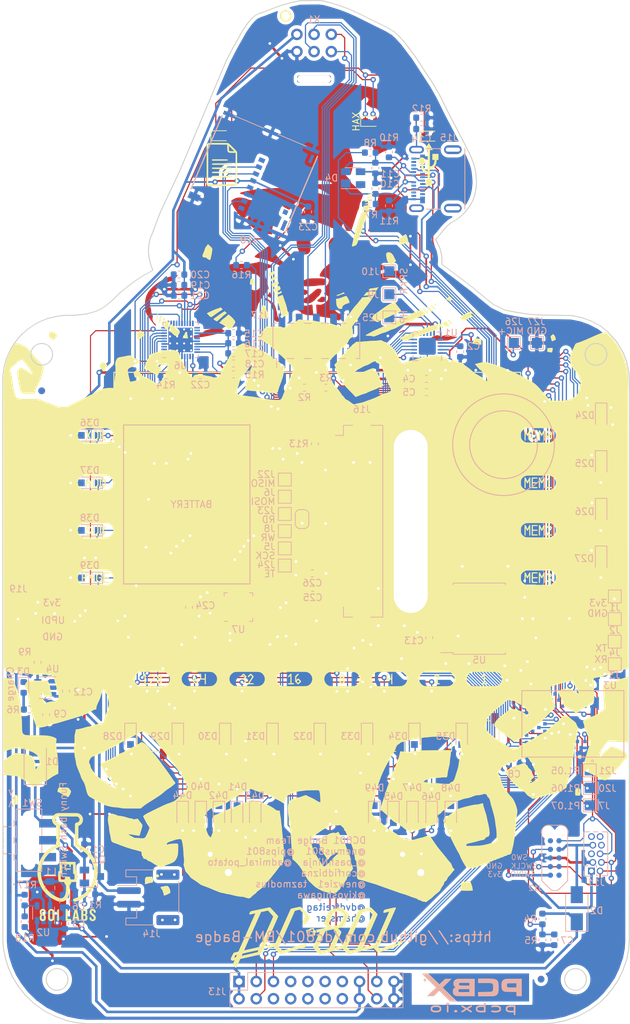
<source format=kicad_pcb>
(kicad_pcb (version 20171130) (host pcbnew "(5.1.5)-3")
  (title_block (title "DC801 Badge - BM") (date 2020-08-01) (rev 0.1) (company DC801) (comment 1 "codename purplewizard") (comment 4 "@hamster and the dc801 badge team"))
  (layers (0 F.Cu signal) (31 B.Cu signal) (34 B.Paste user hide) (35 F.Paste user hide) (36 B.SilkS user) (37 F.SilkS user hide) (38 B.Mask user hide) (39 F.Mask user hide) (44 Edge.Cuts user))
  (net 0 "")
  (net 1 GND)
  (net 2 "Net-(C1-Pad1)")
  (net 3 "Net-(C2-Pad2)")
  (net 4 +BATT_SW)
  (net 5 +3V3)
  (net 6 VBAT_SENSE)
  (net 7 VBUS)
  (net 8 "Net-(C10-Pad2)")
  (net 9 "Net-(C11-Pad1)")
  (net 10 +BATT)
  (net 11 "Net-(C14-Pad1)")
  (net 12 TC_PWR)
  (net 13 "Net-(D3-Pad2)")
  (net 14 "Net-(D3-Pad1)")
  (net 15 R0)
  (net 16 "Net-(D24-Pad2)")
  (net 17 "Net-(D25-Pad2)")
  (net 18 R1)
  (net 19 R2)
  (net 20 "Net-(D26-Pad2)")
  (net 21 "Net-(D27-Pad2)")
  (net 22 R3)
  (net 23 "Net-(D28-Pad2)")
  (net 24 "Net-(D29-Pad2)")
  (net 25 "Net-(D30-Pad2)")
  (net 26 "Net-(D31-Pad2)")
  (net 27 "Net-(D32-Pad2)")
  (net 28 "Net-(D33-Pad2)")
  (net 29 "Net-(D34-Pad2)")
  (net 30 "Net-(D35-Pad2)")
  (net 31 "Net-(D36-Pad2)")
  (net 32 "Net-(D37-Pad2)")
  (net 33 "Net-(D38-Pad2)")
  (net 34 "Net-(D39-Pad2)")
  (net 35 "Net-(D40-Pad2)")
  (net 36 R4)
  (net 37 "Net-(D41-Pad2)")
  (net 38 "Net-(D42-Pad2)")
  (net 39 "Net-(D43-Pad2)")
  (net 40 "Net-(D44-Pad2)")
  (net 41 "Net-(D45-Pad2)")
  (net 42 UART_TX)
  (net 43 UART_RX)
  (net 44 "Net-(J9-Pad1)")
  (net 45 "Net-(J10-Pad1)")
  (net 46 "Net-(J11-Pad9)")
  (net 47 "Net-(J11-Pad8)")
  (net 48 SW0)
  (net 49 "Net-(J11-Pad5)")
  (net 50 SWCLK)
  (net 51 SWDIO)
  (net 52 "Net-(J12-Pad5)")
  (net 53 "Net-(J12-Pad9)")
  (net 54 "Net-(J12-Pad8)")
  (net 55 MB_MOSI)
  (net 56 MB_MISO)
  (net 57 MB_SCK)
  (net 58 "Net-(J13-Pad6)")
  (net 59 "Net-(J13-Pad7)")
  (net 60 "Net-(J13-Pad8)")
  (net 61 "Net-(J13-Pad9)")
  (net 62 "Net-(J13-Pad10)")
  (net 63 "Net-(J13-Pad11)")
  (net 64 "Net-(J13-Pad12)")
  (net 65 "Net-(J13-Pad13)")
  (net 66 "Net-(J13-Pad14)")
  (net 67 SDA)
  (net 68 SCL)
  (net 69 USB_CC1)
  (net 70 "Net-(J15-PadA8)")
  (net 71 USB_CC2)
  (net 72 "Net-(J15-PadB8)")
  (net 73 "Net-(L1-Pad1)")
  (net 74 /USB-)
  (net 75 /USB+)
  (net 76 "Net-(R9-Pad2)")
  (net 77 "Net-(J16-Pad1)")
  (net 78 LED_RESET)
  (net 79 "Net-(R15-Pad2)")
  (net 80 "Net-(SW1-Pad1)")
  (net 81 C0)
  (net 82 C1)
  (net 83 C2)
  (net 84 C3)
  (net 85 C4)
  (net 86 "Net-(U1-Pad1)")
  (net 87 I2S_SDOUT)
  (net 88 I2S_LRCK)
  (net 89 I2S_SCK)
  (net 90 I2S_MCK)
  (net 91 I2S_SCL)
  (net 92 I2S_SDA)
  (net 93 "Net-(U1-Pad19)")
  (net 94 "Net-(U3-Pad13)")
  (net 95 S1_1)
  (net 96 S1_2)
  (net 97 MEM_IO1)
  (net 98 MEM_IO0)
  (net 99 MEM_CS)
  (net 100 "Net-(U3-Pad51)")
  (net 101 "Net-(U3-Pad52)")
  (net 102 MEM_IO3)
  (net 103 "Net-(U3-Pad57)")
  (net 104 MEM_IO2)
  (net 105 LCD_RESET)
  (net 106 LCD_MOSI)
  (net 107 "Net-(U5-Pad14)")
  (net 108 "Net-(U6-Pad1)")
  (net 109 "Net-(U6-Pad2)")
  (net 110 "Net-(U6-Pad3)")
  (net 111 "Net-(U6-Pad10)")
  (net 112 "Net-(U6-Pad12)")
  (net 113 "Net-(U6-Pad13)")
  (net 114 "Net-(U6-Pad14)")
  (net 115 "Net-(U6-Pad21)")
  (net 116 "Net-(U6-Pad22)")
  (net 117 "Net-(U6-Pad24)")
  (net 118 "Net-(U6-Pad25)")
  (net 119 "Net-(U6-Pad32)")
  (net 120 "Net-(U6-Pad37)")
  (net 121 "Net-(U7-Pad7)")
  (net 122 TOUCH_X+)
  (net 123 TOUCH_X-)
  (net 124 TOUCH_Y+)
  (net 125 TOUCH_Y-)
  (net 126 "Net-(U7-Pad21)")
  (net 127 UPDI)
  (net 128 "Net-(D46-Pad2)")
  (net 129 "Net-(D47-Pad2)")
  (net 130 "Net-(D48-Pad2)")
  (net 131 "Net-(D49-Pad2)")
  (net 132 C5)
  (net 133 LCD_SCK)
  (net 134 EXP1)
  (net 135 EXP2)
  (net 136 SD_MOSI)
  (net 137 SD_CS)
  (net 138 "Net-(J18-Pad1)")
  (net 139 SD_SCK)
  (net 140 SD_MISO)
  (net 141 "Net-(J18-Pad8)")
  (net 142 MEM_SCK)
  (net 143 "Net-(J18-Pad12)")
  (net 144 "Net-(J18-Pad13)")
  (net 145 "Net-(J18-Pad14)")
  (net 146 "Net-(U3-Pad59)")
  (net 147 "Net-(U3-Pad60)")
  (net 148 "Net-(U3-Pad58)")
  (net 149 LC0)
  (net 150 LR0)
  (net 151 LR1)
  (net 152 LR2)
  (net 153 LR3)
  (net 154 LR4)
  (net 155 LC1)
  (net 156 LC2)
  (net 157 LC3)
  (net 158 HAX)
  (net 159 "Net-(R16-Pad2)")
  (net 160 "Net-(J11-Pad10)")
  (net 161 "Net-(J12-Pad10)")
  (net 162 KEY_INT)
  (net 163 "Net-(J7-Pad1)")
  (net 164 "Net-(J20-Pad1)")
  (net 165 "Net-(J21-Pad1)")
  (net 166 LCD_WR)
  (net 167 LCD_TE)
  (net 168 LCD_RD)
  (net 169 LCD_MISO)
  (net 170 "Net-(R17-Pad1)")
  (net 171 "Net-(J25-Pad1)")
  (net 172 "Net-(J26-Pad1)")
  (net 173 I2S_SDIN)
  (module lib_fp:JAE_ST11S008V4HR2000 (layer B.Cu) (at 138.9556 47.0136 67)
    (fp_text reference J18 (at -9.198502 3.154944 180) (layer B.SilkS) (effects (justify mirror)))
    (fp_text value Micro_SD_Card)
    (pad 18 smd rect (at -6.465 -6.8 67) (size 1.01 1.7) (layers B.Cu B.Paste B.Mask) (net 1 GND))
    (pad 17 smd rect (at -6.71 1.225 67) (size 0.52 1.15) (layers B.Cu B.Paste B.Mask) (net 1 GND))
    (pad 16 smd rect (at -6.71 3.44 67) (size 0.52 0.82) (layers B.Cu B.Paste B.Mask) (net 1 GND))
    (pad 15 smd rect (at -6.685 6.725 67) (size 0.57 1.85) (layers B.Cu B.Paste B.Mask) (net 1 GND))
    (pad 14 smd rect (at -5.225 7.075 67) (size 1.55 0.55) (layers B.Cu B.Paste B.Mask) (net 145 "Net-(J18-Pad14)"))
    (pad 13 smd rect (at -3.33 6.5 67) (size 0.7 0.7) (layers B.Cu B.Paste B.Mask) (net 144 "Net-(J18-Pad13)"))
    (pad 12 smd rect (at 5.4 6.955 67) (size 1.3 0.45) (layers B.Cu B.Paste B.Mask) (net 143 "Net-(J18-Pad12)"))
    (pad 11 smd rect (at 6.685 6.67 67) (size 0.57 1.96) (layers B.Cu B.Paste B.Mask) (net 1 GND))
    (pad 10 smd rect (at 6.71 0.025 67) (size 0.52 1.65) (layers B.Cu B.Paste B.Mask) (net 1 GND))
    (pad 9 smd rect (at 6.685 -6.925 67) (size 0.57 1.45) (layers B.Cu B.Paste B.Mask) (net 1 GND))
    (pad 8 smd rect (at -5.33 0.3 67) (size 0.64 0.9) (layers B.Cu B.Paste B.Mask) (net 141 "Net-(J18-Pad8)"))
    (pad 7 smd rect (at -4.23 0.3 67) (size 0.64 0.9) (layers B.Cu B.Paste B.Mask) (net 140 SD_MISO))
    (pad 6 smd rect (at -3.13 0.3 67) (size 0.64 0.9) (layers B.Cu B.Paste B.Mask) (net 1 GND))
    (pad 5 smd rect (at -2.03 0.3 67) (size 0.64 0.9) (layers B.Cu B.Paste B.Mask) (net 139 SD_SCK))
    (pad 4 smd rect (at -0.93 0.3 67) (size 0.64 0.9) (layers B.Cu B.Paste B.Mask) (net 5 +3V3))
    (pad 3 smd rect (at 0.17 0.3 67) (size 0.64 0.9) (layers B.Cu B.Paste B.Mask) (net 136 SD_MOSI))
    (pad 2 smd rect (at 1.27 0.3 67) (size 0.64 0.9) (layers B.Cu B.Paste B.Mask) (net 137 SD_CS))
    (pad 1 smd rect (at 2.37 0.3 67) (size 0.64 0.9) (layers B.Cu B.Paste B.Mask) (net 138 "Net-(J18-Pad1)"))
  )
  (module TestPoint:TestPoint_Pad_1.5x1.5mm (layer B.Cu) (at 143.5556 92.0636)
    (fp_text reference J22 (at -2.73 -0.76) (layer B.SilkS) (effects (justify mirror)))
    (fp_text value LCD_MISO)
    (pad 1 smd rect (at 0 0) (size 1.5 1.5) (layers B.Cu B.Mask) (net 169 LCD_MISO))
  )
  (module TestPoint:TestPoint_Pad_1.5x1.5mm (layer B.Cu) (at 143.5556 97.1396)
    (fp_text reference J23 (at -2.73 -0.505092) (layer B.SilkS) (effects (justify mirror)))
    (fp_text value LCD_RD)
    (pad 1 smd rect (at 0 0.104) (size 1.5 1.5) (layers B.Cu B.Mask) (net 168 LCD_RD))
  )
  (module Capacitor_SMD:C_0603_1608Metric (layer B.Cu) (at 147.6256 105.8936)
    (fp_text reference C26 (at 0 1.43) (layer B.SilkS) (effects (justify mirror)))
    (fp_text value 10uF)
    (pad 1 smd roundrect (at -0.7875 0) (size 0.875 0.95) (layers B.Cu B.Paste B.Mask) (net 1 GND))
    (pad 2 smd roundrect (at 0.7875 0) (size 0.875 0.95) (layers B.Cu B.Paste B.Mask) (net 5 +3V3))
  )
  (module Jumper:SolderJumper-2_P1.3mm_Bridged_RoundedPad1.0x1.5mm (layer B.Cu) (at 146.1056 97.8936 270)
    (fp_text reference JP1 hide)
    (fp_text value SolderJumper_2_Bridged)
    (fp_poly (pts (xy 0.25 0.3) (xy -0.25 0.3) (xy -0.25 -0.3) (xy 0.25 -0.3)) (layer B.Cu) (width 0))
    (pad 2 smd custom (at 0.65 0 270) (size 1 0.5) (layers B.Cu B.Mask) (net 5 +3V3) (options (clearance outline) (anchor rect)) (primitives (gr_circle (center 0 -0.25) (end 0.5 -0.25) (width 0)) (gr_circle (center 0 0.25) (end 0.5 0.25) (width 0)) (gr_poly (pts (xy 0 0.75) (xy -0.5 0.75) (xy -0.5 -0.75) (xy 0 -0.75)) (width 0))))
    (pad 1 smd custom (at -0.65 0 270) (size 1 0.5) (layers B.Cu B.Mask) (net 168 LCD_RD) (options (clearance outline) (anchor rect)) (primitives (gr_circle (center 0 -0.25) (end 0.5 -0.25) (width 0)) (gr_circle (center 0 0.25) (end 0.5 0.25) (width 0)) (gr_poly (pts (xy 0 0.75) (xy 0.5 0.75) (xy 0.5 -0.75) (xy 0 -0.75)) (width 0))))
  )
  (module TestPoint:TestPoint_Pad_1.5x1.5mm (layer B.Cu) (at 143.5556 104.7536)
    (fp_text reference J24 (at -2.73 -0.12273) (layer B.SilkS) (effects (justify mirror)))
    (fp_text value LCD_TE)
    (pad 1 smd rect (at 0 0) (size 1.5 1.5) (layers B.Cu B.Mask) (net 167 LCD_TE))
  )
  (module lib_fp:Badgelife-Shitty-v1.69bis (layer F.Cu) (at 147.8788 27.6606)
    (fp_text reference X1 (at -0.0432 -3.487) (layer B.SilkS) (effects (justify mirror)))
    (fp_text value Badgelife_sao_connector_v169bis hide)
    (pad "" np_thru_hole roundrect (at -0.00254 5.31876) (size 5 1) (drill oval 5 1) (layers *.Cu *.Mask))
    (pad 5 thru_hole circle (at 2.54 -1.27) (size 1.7 1.7) (drill 1) (layers *.Cu *.Mask) (net 95 S1_1))
    (pad 6 thru_hole oval (at 2.54 1.27) (size 1.7 1.7) (drill 1) (layers *.Cu *.Mask) (net 96 S1_2))
    (pad "" np_thru_hole circle (at -4.19608 -3.99542) (size 1.524 1.524) (drill 1.27) (layers *.Cu *.Mask))
    (pad 3 thru_hole circle (at 0 -1.27) (size 1.7 1.7) (drill 1) (layers *.Cu *.Mask) (net 67 SDA))
    (pad 4 thru_hole oval (at 0 1.27) (size 1.7 1.7) (drill 1) (layers *.Cu *.Mask) (net 68 SCL))
    (pad 1 thru_hole oval (at -2.54 -1.27) (size 1.7 1.7) (drill 1) (layers *.Cu *.Mask) (net 5 +3V3))
    (pad 2 thru_hole oval (at -2.54 1.27) (size 1.7 1.7) (drill 1) (layers *.Cu *.Mask) (net 1 GND))
  )
  (module Fiducial:Fiducial_1mm_Mask2mm (layer B.Cu) (at 181.3756 165.7836)
    (fp_text reference FID2 hide)
    (fp_text value Fiducial)
    (pad "" smd circle (at 0 0) (size 1 1) (layers B.Cu B.Mask) (clearance 0.5))
  )
  (module Fiducial:Fiducial_1mm_Mask2mm (layer F.Cu) (at 107.6856 78.9736)
    (fp_text reference FID3 hide)
    (fp_text value Fiducial)
    (pad "" smd circle (at 0 0) (size 1 1) (layers F.Cu F.Mask) (clearance 0.5))
  )
  (module Fiducial:Fiducial_1mm_Mask2mm (layer F.Cu) (at 181.3656 165.7636)
    (fp_text reference FID4 hide)
    (fp_text value Fiducial)
    (pad "" smd circle (at 0 0) (size 1 1) (layers F.Cu F.Mask) (clearance 0.5))
  )
  (module Fiducial:Fiducial_1mm_Mask2mm (layer B.Cu) (at 107.6756 78.9736)
    (fp_text reference FID1 hide)
    (fp_text value Fiducial)
    (pad "" smd circle (at 0 0) (size 1 1) (layers B.Cu B.Mask) (clearance 0.5))
  )
  (module lib_fp:QFN-40-1EP_5x5mm_P0.4mm_EP3.6x3.6mm_LargerThermalVias (layer B.Cu) (at 128.1856 71.4636)
    (fp_text reference U6 (at 0 3.8) (layer B.SilkS) (effects (justify mirror)))
    (fp_text value IS31FL3736)
    (pad 41 smd roundrect (at 0 0) (size 3.6 3.6) (layers B.Cu B.Mask) (roundrect_rratio 0.06944400000000001) (net 1 GND))
    (pad 41 thru_hole circle (at -1.55 1.55) (size 0.5 0.5) (drill 0.3) (layers *.Cu) (net 1 GND))
    (pad 41 thru_hole circle (at -0.516667 1.55) (size 0.5 0.5) (drill 0.3) (layers *.Cu) (net 1 GND))
    (pad 41 thru_hole circle (at 0.516667 1.55) (size 0.5 0.5) (drill 0.3) (layers *.Cu) (net 1 GND))
    (pad 41 thru_hole circle (at 1.55 1.55) (size 0.5 0.5) (drill 0.3) (layers *.Cu) (net 1 GND))
    (pad 41 thru_hole circle (at -1.55 0.516667) (size 0.5 0.5) (drill 0.3) (layers *.Cu) (net 1 GND))
    (pad 41 thru_hole circle (at -0.516667 0.516667) (size 0.5 0.5) (drill 0.3) (layers *.Cu) (net 1 GND))
    (pad 41 thru_hole circle (at 0.516667 0.516667) (size 0.5 0.5) (drill 0.3) (layers *.Cu) (net 1 GND))
    (pad 41 thru_hole circle (at 1.55 0.516667) (size 0.5 0.5) (drill 0.3) (layers *.Cu) (net 1 GND))
    (pad 41 thru_hole circle (at -1.55 -0.516667) (size 0.5 0.5) (drill 0.3) (layers *.Cu) (net 1 GND))
    (pad 41 thru_hole circle (at -0.516667 -0.516667) (size 0.5 0.5) (drill 0.3) (layers *.Cu) (net 1 GND))
    (pad 41 thru_hole circle (at 0.516667 -0.516667) (size 0.5 0.5) (drill 0.3) (layers *.Cu) (net 1 GND))
    (pad 41 thru_hole circle (at 1.55 -0.516667) (size 0.5 0.5) (drill 0.3) (layers *.Cu) (net 1 GND))
    (pad 41 thru_hole circle (at -1.55 -1.55) (size 0.5 0.5) (drill 0.3) (layers *.Cu) (net 1 GND))
    (pad 41 thru_hole circle (at -0.516667 -1.55) (size 0.5 0.5) (drill 0.3) (layers *.Cu) (net 1 GND))
    (pad 41 thru_hole circle (at 0.516667 -1.55) (size 0.5 0.5) (drill 0.3) (layers *.Cu) (net 1 GND))
    (pad 41 thru_hole circle (at 1.55 -1.55) (size 0.5 0.5) (drill 0.3) (layers *.Cu) (net 1 GND))
    (pad 41 smd roundrect (at 0 0) (size 3.6 3.6) (layers F.Cu) (roundrect_rratio 0.06944400000000001) (net 1 GND))
    (pad 1 smd roundrect (at -2.4375 1.8) (size 0.825 0.25) (layers B.Cu B.Paste B.Mask) (net 108 "Net-(U6-Pad1)"))
    (pad 2 smd roundrect (at -2.4375 1.4) (size 0.825 0.25) (layers B.Cu B.Paste B.Mask) (net 109 "Net-(U6-Pad2)"))
    (pad 3 smd roundrect (at -2.4375 1) (size 0.825 0.25) (layers B.Cu B.Paste B.Mask) (net 110 "Net-(U6-Pad3)"))
    (pad 4 smd roundrect (at -2.4375 0.6) (size 0.825 0.25) (layers B.Cu B.Paste B.Mask) (net 1 GND))
    (pad 5 smd roundrect (at -2.4375 0.2) (size 0.825 0.25) (layers B.Cu B.Paste B.Mask) (net 151 LR1))
    (pad 6 smd roundrect (at -2.4375 -0.2) (size 0.825 0.25) (layers B.Cu B.Paste B.Mask) (net 154 LR4))
    (pad 7 smd roundrect (at -2.4375 -0.6) (size 0.825 0.25) (layers B.Cu B.Paste B.Mask) (net 153 LR3))
    (pad 8 smd roundrect (at -2.4375 -1) (size 0.825 0.25) (layers B.Cu B.Paste B.Mask) (net 152 LR2))
    (pad 9 smd roundrect (at -2.4375 -1.4) (size 0.825 0.25) (layers B.Cu B.Paste B.Mask) (net 150 LR0))
    (pad 10 smd roundrect (at -2.4375 -1.8) (size 0.825 0.25) (layers B.Cu B.Paste B.Mask) (net 111 "Net-(U6-Pad10)"))
    (pad 11 smd roundrect (at -1.8 -2.4375) (size 0.25 0.825) (layers B.Cu B.Paste B.Mask) (net 1 GND))
    (pad 12 smd roundrect (at -1.4 -2.4375) (size 0.25 0.825) (layers B.Cu B.Paste B.Mask) (net 112 "Net-(U6-Pad12)"))
    (pad 13 smd roundrect (at -1 -2.4375) (size 0.25 0.825) (layers B.Cu B.Paste B.Mask) (net 113 "Net-(U6-Pad13)"))
    (pad 14 smd roundrect (at -0.6 -2.4375) (size 0.25 0.825) (layers B.Cu B.Paste B.Mask) (net 114 "Net-(U6-Pad14)"))
    (pad 15 smd roundrect (at -0.2 -2.4375) (size 0.25 0.825) (layers B.Cu B.Paste B.Mask) (net 149 LC0))
    (pad 16 smd roundrect (at 0.2 -2.4375) (size 0.25 0.825) (layers B.Cu B.Paste B.Mask) (net 155 LC1))
    (pad 17 smd roundrect (at 0.6 -2.4375) (size 0.25 0.825) (layers B.Cu B.Paste B.Mask) (net 5 +3V3))
    (pad 18 smd roundrect (at 1 -2.4375) (size 0.25 0.825) (layers B.Cu B.Paste B.Mask) (net 156 LC2))
    (pad 19 smd roundrect (at 1.4 -2.4375) (size 0.25 0.825) (layers B.Cu B.Paste B.Mask) (net 157 LC3))
    (pad 20 smd roundrect (at 1.8 -2.4375) (size 0.25 0.825) (layers B.Cu B.Paste B.Mask))
    (pad 21 smd roundrect (at 2.4375 -1.8) (size 0.825 0.25) (layers B.Cu B.Paste B.Mask) (net 115 "Net-(U6-Pad21)"))
    (pad 22 smd roundrect (at 2.4375 -1.4) (size 0.825 0.25) (layers B.Cu B.Paste B.Mask) (net 116 "Net-(U6-Pad22)"))
    (pad 23 smd roundrect (at 2.4375 -1) (size 0.825 0.25) (layers B.Cu B.Paste B.Mask) (net 5 +3V3))
    (pad 24 smd roundrect (at 2.4375 -0.6) (size 0.825 0.25) (layers B.Cu B.Paste B.Mask) (net 117 "Net-(U6-Pad24)"))
    (pad 25 smd roundrect (at 2.4375 -0.2) (size 0.825 0.25) (layers B.Cu B.Paste B.Mask) (net 118 "Net-(U6-Pad25)"))
    (pad 26 smd roundrect (at 2.4375 0.2) (size 0.825 0.25) (layers B.Cu B.Paste B.Mask) (net 1 GND))
    (pad 27 smd roundrect (at 2.4375 0.6) (size 0.825 0.25) (layers B.Cu B.Paste B.Mask) (net 5 +3V3))
    (pad 28 smd roundrect (at 2.4375 1) (size 0.825 0.25) (layers B.Cu B.Paste B.Mask) (net 5 +3V3))
    (pad 29 smd roundrect (at 2.4375 1.4) (size 0.825 0.25) (layers B.Cu B.Paste B.Mask))
    (pad 30 smd roundrect (at 2.4375 1.8) (size 0.825 0.25) (layers B.Cu B.Paste B.Mask) (net 79 "Net-(R15-Pad2)"))
    (pad 31 smd roundrect (at 1.8 2.4375) (size 0.25 0.825) (layers B.Cu B.Paste B.Mask) (net 5 +3V3))
    (pad 32 smd roundrect (at 1.4 2.4375) (size 0.25 0.825) (layers B.Cu B.Paste B.Mask) (net 119 "Net-(U6-Pad32)"))
    (pad 33 smd roundrect (at 1 2.4375) (size 0.25 0.825) (layers B.Cu B.Paste B.Mask) (net 67 SDA))
    (pad 34 smd roundrect (at 0.6 2.4375) (size 0.25 0.825) (layers B.Cu B.Paste B.Mask) (net 68 SCL))
    (pad 35 smd roundrect (at 0.2 2.4375) (size 0.25 0.825) (layers B.Cu B.Paste B.Mask) (net 1 GND))
    (pad 36 smd roundrect (at -0.2 2.4375) (size 0.25 0.825) (layers B.Cu B.Paste B.Mask) (net 1 GND))
    (pad 37 smd roundrect (at -0.6 2.4375) (size 0.25 0.825) (layers B.Cu B.Paste B.Mask) (net 120 "Net-(U6-Pad37)"))
    (pad 38 smd roundrect (at -1 2.4375) (size 0.25 0.825) (layers B.Cu B.Paste B.Mask) (net 5 +3V3))
    (pad 39 smd roundrect (at -1.4 2.4375) (size 0.25 0.825) (layers B.Cu B.Paste B.Mask) (net 78 LED_RESET))
    (pad 40 smd roundrect (at -1.8 2.4375) (size 0.25 0.825) (layers B.Cu B.Paste B.Mask) (net 1 GND))
  )
  (module Connector_FFC-FPC:Hirose_FH12-50S-0.5SH_1x50-1MP_P0.50mm_Horizontal (layer B.Cu) (at 153.5156 98.2136 270)
    (fp_text reference J16 (at -16.5 -1.43 180) (layer B.SilkS) (effects (justify mirror)))
    (fp_text value Conn_01x50)
    (pad 50 smd rect (at 12.25 1.85 270) (size 0.3 1.3) (layers B.Cu B.Paste B.Mask) (net 1 GND))
    (pad 49 smd rect (at 11.75 1.85 270) (size 0.3 1.3) (layers B.Cu B.Paste B.Mask) (net 1 GND))
    (pad 48 smd rect (at 11.25 1.85 270) (size 0.3 1.3) (layers B.Cu B.Paste B.Mask) (net 1 GND))
    (pad 47 smd rect (at 10.75 1.85 270) (size 0.3 1.3) (layers B.Cu B.Paste B.Mask) (net 125 TOUCH_Y-))
    (pad 46 smd rect (at 10.25 1.85 270) (size 0.3 1.3) (layers B.Cu B.Paste B.Mask) (net 123 TOUCH_X-))
    (pad 45 smd rect (at 9.75 1.85 270) (size 0.3 1.3) (layers B.Cu B.Paste B.Mask) (net 124 TOUCH_Y+))
    (pad 44 smd rect (at 9.25 1.85 270) (size 0.3 1.3) (layers B.Cu B.Paste B.Mask) (net 122 TOUCH_X+))
    (pad 43 smd rect (at 8.75 1.85 270) (size 0.3 1.3) (layers B.Cu B.Paste B.Mask) (net 1 GND))
    (pad 42 smd rect (at 8.25 1.85 270) (size 0.3 1.3) (layers B.Cu B.Paste B.Mask) (net 5 +3V3))
    (pad 41 smd rect (at 7.75 1.85 270) (size 0.3 1.3) (layers B.Cu B.Paste B.Mask) (net 5 +3V3))
    (pad 40 smd rect (at 7.25 1.85 270) (size 0.3 1.3) (layers B.Cu B.Paste B.Mask) (net 5 +3V3))
    (pad 39 smd rect (at 6.75 1.85 270) (size 0.3 1.3) (layers B.Cu B.Paste B.Mask) (net 167 LCD_TE))
    (pad 38 smd rect (at 6.25 1.85 270) (size 0.3 1.3) (layers B.Cu B.Paste B.Mask) (net 1 GND))
    (pad 37 smd rect (at 5.75 1.85 270) (size 0.3 1.3) (layers B.Cu B.Paste B.Mask) (net 133 LCD_SCK))
    (pad 36 smd rect (at 5.25 1.85 270) (size 0.3 1.3) (layers B.Cu B.Paste B.Mask) (net 166 LCD_WR))
    (pad 35 smd rect (at 4.75 1.85 270) (size 0.3 1.3) (layers B.Cu B.Paste B.Mask) (net 168 LCD_RD))
    (pad 34 smd rect (at 4.25 1.85 270) (size 0.3 1.3) (layers B.Cu B.Paste B.Mask) (net 106 LCD_MOSI))
    (pad 33 smd rect (at 3.75 1.85 270) (size 0.3 1.3) (layers B.Cu B.Paste B.Mask) (net 169 LCD_MISO))
    (pad 32 smd rect (at 3.25 1.85 270) (size 0.3 1.3) (layers B.Cu B.Paste B.Mask) (net 1 GND))
    (pad 31 smd rect (at 2.75 1.85 270) (size 0.3 1.3) (layers B.Cu B.Paste B.Mask) (net 1 GND))
    (pad 30 smd rect (at 2.25 1.85 270) (size 0.3 1.3) (layers B.Cu B.Paste B.Mask) (net 1 GND))
    (pad 29 smd rect (at 1.75 1.85 270) (size 0.3 1.3) (layers B.Cu B.Paste B.Mask) (net 1 GND))
    (pad 28 smd rect (at 1.25 1.85 270) (size 0.3 1.3) (layers B.Cu B.Paste B.Mask) (net 1 GND))
    (pad 27 smd rect (at 0.75 1.85 270) (size 0.3 1.3) (layers B.Cu B.Paste B.Mask) (net 1 GND))
    (pad 26 smd rect (at 0.25 1.85 270) (size 0.3 1.3) (layers B.Cu B.Paste B.Mask) (net 1 GND))
    (pad 25 smd rect (at -0.25 1.85 270) (size 0.3 1.3) (layers B.Cu B.Paste B.Mask) (net 1 GND))
    (pad 24 smd rect (at -0.75 1.85 270) (size 0.3 1.3) (layers B.Cu B.Paste B.Mask) (net 1 GND))
    (pad 23 smd rect (at -1.25 1.85 270) (size 0.3 1.3) (layers B.Cu B.Paste B.Mask) (net 1 GND))
    (pad 22 smd rect (at -1.75 1.85 270) (size 0.3 1.3) (layers B.Cu B.Paste B.Mask) (net 1 GND))
    (pad 21 smd rect (at -2.25 1.85 270) (size 0.3 1.3) (layers B.Cu B.Paste B.Mask) (net 1 GND))
    (pad 20 smd rect (at -2.75 1.85 270) (size 0.3 1.3) (layers B.Cu B.Paste B.Mask) (net 1 GND))
    (pad 19 smd rect (at -3.25 1.85 270) (size 0.3 1.3) (layers B.Cu B.Paste B.Mask) (net 1 GND))
    (pad 18 smd rect (at -3.75 1.85 270) (size 0.3 1.3) (layers B.Cu B.Paste B.Mask) (net 1 GND))
    (pad 17 smd rect (at -4.25 1.85 270) (size 0.3 1.3) (layers B.Cu B.Paste B.Mask) (net 1 GND))
    (pad 16 smd rect (at -4.75 1.85 270) (size 0.3 1.3) (layers B.Cu B.Paste B.Mask) (net 1 GND))
    (pad 15 smd rect (at -5.25 1.85 270) (size 0.3 1.3) (layers B.Cu B.Paste B.Mask) (net 1 GND))
    (pad 14 smd rect (at -5.75 1.85 270) (size 0.3 1.3) (layers B.Cu B.Paste B.Mask) (net 1 GND))
    (pad 13 smd rect (at -6.25 1.85 270) (size 0.3 1.3) (layers B.Cu B.Paste B.Mask) (net 1 GND))
    (pad 12 smd rect (at -6.75 1.85 270) (size 0.3 1.3) (layers B.Cu B.Paste B.Mask) (net 1 GND))
    (pad 11 smd rect (at -7.25 1.85 270) (size 0.3 1.3) (layers B.Cu B.Paste B.Mask) (net 1 GND))
    (pad 10 smd rect (at -7.75 1.85 270) (size 0.3 1.3) (layers B.Cu B.Paste B.Mask) (net 105 LCD_RESET))
    (pad 9 smd rect (at -8.25 1.85 270) (size 0.3 1.3) (layers B.Cu B.Paste B.Mask) (net 1 GND))
    (pad 8 smd rect (at -8.75 1.85 270) (size 0.3 1.3) (layers B.Cu B.Paste B.Mask) (net 5 +3V3))
    (pad 7 smd rect (at -9.25 1.85 270) (size 0.3 1.3) (layers B.Cu B.Paste B.Mask) (net 5 +3V3))
    (pad 6 smd rect (at -9.75 1.85 270) (size 0.3 1.3) (layers B.Cu B.Paste B.Mask) (net 1 GND))
    (pad 5 smd rect (at -10.25 1.85 270) (size 0.3 1.3) (layers B.Cu B.Paste B.Mask) (net 1 GND))
    (pad 4 smd rect (at -10.75 1.85 270) (size 0.3 1.3) (layers B.Cu B.Paste B.Mask) (net 1 GND))
    (pad 3 smd rect (at -11.25 1.85 270) (size 0.3 1.3) (layers B.Cu B.Paste B.Mask) (net 1 GND))
    (pad 2 smd rect (at -11.75 1.85 270) (size 0.3 1.3) (layers B.Cu B.Paste B.Mask) (net 1 GND))
    (pad 1 smd rect (at -12.25 1.85 270) (size 0.3 1.3) (layers B.Cu B.Paste B.Mask) (net 77 "Net-(J16-Pad1)"))
    (pad MP smd rect (at -14.15 -1.4 270) (size 1.8 2.2) (layers B.Cu B.Paste B.Mask))
    (pad MP smd rect (at 14.15 -1.4 270) (size 1.8 2.2) (layers B.Cu B.Paste B.Mask))
  )
  (module lib_fp:backboard-soldermask (layer F.Cu) (at 148.2456 96.8736)
    (fp_text reference G*** hide)
    (fp_text value LOGO hide)
  )
  (module common_fp:pcbx_logo (layer B.Cu) (at 171.1356 166.9836 180)
    (fp_text reference G*** hide)
    (fp_text value LOGO hide)
    (fp_text user pcbx.io (at -0.26162 -3.02768) (layer B.SilkS) (effects (font (size 1.2 2.5) (thickness 0.25)) (justify mirror)))
    (fp_poly (pts (xy 1.769563 0.682836) (xy 1.824158 0.631522) (xy 1.865131 0.567753) (xy 1.882346 0.486142) (xy 1.875523 0.402471) (xy 1.844381 0.332523) (xy 1.829764 0.316109) (xy 1.815639 0.303771) (xy 1.799324 0.293862) (xy 1.776352 0.286115) (xy 1.742254 0.280265) (xy 1.692563 0.276046) (xy 1.622809 0.27319) (xy 1.528525 0.271433) (xy 1.405242 0.270507) (xy 1.248493 0.270147) (xy 1.057181 0.270086) (xy 0.333587 0.270086) (xy 0.333587 0.695022) (xy 1.769563 0.682836)) (layer B.Cu) (width 0.01))
    (fp_poly (pts (xy 1.916546 -0.305955) (xy 1.948247 -0.346032) (xy 1.963921 -0.394276) (xy 1.968469 -0.466745) (xy 1.9685 -0.47625) (xy 1.964823 -0.552136) (xy 1.950524 -0.602138) (xy 1.920705 -0.642315) (xy 1.916546 -0.646546) (xy 1.864591 -0.6985) (xy 0.338667 -0.6985) (xy 0.338667 -0.254) (xy 1.864591 -0.254) (xy 1.916546 -0.305955)) (layer B.Cu) (width 0.01))
    (fp_poly (pts (xy -5.974291 0.631123) (xy -5.782867 0.628882) (xy -5.629215 0.626131) (xy -5.508774 0.622061) (xy -5.416984 0.61586) (xy -5.349285 0.606719) (xy -5.301115 0.593829) (xy -5.267916 0.576378) (xy -5.245126 0.553557) (xy -5.228184 0.524556) (xy -5.215791 0.496393) (xy -5.194589 0.411478) (xy -5.188094 0.306049) (xy -5.196427 0.199329) (xy -5.213486 0.127) (xy -5.229007 0.087363) (xy -5.248662 0.05549) (xy -5.2769 0.030539) (xy -5.318168 0.011667) (xy -5.376915 -0.00197) (xy -5.457589 -0.011213) (xy -5.564639 -0.016905) (xy -5.702512 -0.019889) (xy -5.875656 -0.021008) (xy -5.995458 -0.021134) (xy -6.604 -0.021167) (xy -6.604 0.63783) (xy -5.974291 0.631123)) (layer B.Cu) (width 0.01))
    (fp_poly (pts (xy -1.031875 2.052105) (xy 6.402917 2.051043) (xy 6.144976 1.803396) (xy 6.067388 1.728678) (xy 5.965195 1.629921) (xy 5.844096 1.512651) (xy 5.709787 1.382392) (xy 5.567966 1.244667) (xy 5.424331 1.105003) (xy 5.32378 1.007115) (xy 4.760524 0.458481) (xy 4.650387 0.56376) (xy 4.600295 0.611689) (xy 4.526543 0.682314) (xy 4.436027 0.769031) (xy 4.335639 0.865236) (xy 4.232275 0.964323) (xy 4.226855 0.969519) (xy 3.91346 1.27) (xy 3.443689 1.269699) (xy 2.973917 1.269398) (xy 3.621425 0.624192) (xy 4.268933 -0.021015) (xy 3.211117 -1.047674) (xy 2.153301 -2.074334) (xy -8.466666 -2.074334) (xy -8.466666 -1.292122) (xy -7.387166 -1.292122) (xy -7.000875 -1.286353) (xy -6.614583 -1.280584) (xy -6.608734 -0.96988) (xy -6.602885 -0.659177) (xy -5.762068 -0.651789) (xy -5.550608 -0.649849) (xy -5.377035 -0.647936) (xy -5.236904 -0.645798) (xy -5.125768 -0.643183) (xy -5.039183 -0.63984) (xy -4.972703 -0.635517) (xy -4.921882 -0.62996) (xy -4.882275 -0.62292) (xy -4.849436 -0.614144) (xy -4.81892 -0.603379) (xy -4.80397 -0.597503) (xy -4.689279 -0.534166) (xy -4.586881 -0.44539) (xy -4.510742 -0.343654) (xy -4.502468 -0.328084) (xy -4.455941 -0.204211) (xy -4.422393 -0.050536) (xy -4.412047 0.037793) (xy -3.972409 0.037793) (xy -3.972091 -0.128931) (xy -3.968926 -0.290822) (xy -3.96292 -0.440202) (xy -3.95408 -0.56939) (xy -3.942413 -0.670706) (xy -3.929951 -0.73025) (xy -3.859172 -0.901985) (xy -3.760705 -1.042172) (xy -3.633565 -1.151664) (xy -3.476767 -1.231312) (xy -3.29206 -1.281475) (xy -3.239526 -1.288323) (xy -3.161577 -1.294136) (xy -3.05577 -1.298971) (xy -2.91966 -1.302884) (xy -2.7508 -1.305933) (xy -2.546747 -1.308175) (xy -2.305055 -1.309666) (xy -2.047875 -1.310423) (xy -0.9525 -1.312334) (xy -0.9525 -1.291167) (xy -0.4445 -1.291167) (xy 0.799042 -1.290748) (xy 1.040961 -1.290306) (xy 1.270541 -1.289189) (xy 1.483821 -1.287456) (xy 1.67684 -1.285169) (xy 1.845638 -1.28239) (xy 1.986253 -1.279177) (xy 2.094725 -1.275593) (xy 2.167094 -1.271699) (xy 2.19075 -1.269352) (xy 2.368344 -1.229238) (xy 2.512573 -1.163337) (xy 2.624272 -1.070682) (xy 2.704271 -0.950306) (xy 2.753406 -0.801239) (xy 2.772507 -0.622516) (xy 2.772834 -0.593145) (xy 2.758772 -0.413736) (xy 2.716636 -0.265758) (xy 2.646501 -0.149343) (xy 2.548443 -0.064625) (xy 2.44838 -0.01926) (xy 2.347703 0.012872) (xy 2.454426 0.082026) (xy 2.558607 0.167265) (xy 2.629389 0.269291) (xy 2.67055 0.395004) (xy 2.683758 0.500723) (xy 2.679305 0.686628) (xy 2.640776 0.848006) (xy 2.568529 0.984266) (xy 2.462923 1.094819) (xy 2.324316 1.179073) (xy 2.25425 1.207214) (xy 2.106084 1.259119) (xy -0.4445 1.272135) (xy -0.4445 -1.291167) (xy -0.9525 -1.291167) (xy -0.9525 -0.680738) (xy -1.899708 -0.672445) (xy -2.136074 -0.670244) (xy -2.333995 -0.667894) (xy -2.497362 -0.665024) (xy -2.630061 -0.661263) (xy -2.735982 -0.656239) (xy -2.819014 -0.649583) (xy -2.883045 -0.640924) (xy -2.931964 -0.62989) (xy -2.969659 -0.616112) (xy -3.000019 -0.599218) (xy -3.026933 -0.578837) (xy -3.044719 -0.563276) (xy -3.087729 -0.519817) (xy -3.119232 -0.473357) (xy -3.14124 -0.416243) (xy -3.155767 -0.340822) (xy -3.164824 -0.239442) (xy -3.170423 -0.10445) (xy -3.171034 -0.082851) (xy -3.172373 0.107842) (xy -3.163962 0.261273) (xy -3.144378 0.381682) (xy -3.112199 0.473313) (xy -3.066004 0.54041) (xy -3.004369 0.587213) (xy -2.937237 0.61468) (xy -2.899986 0.622001) (xy -2.83821 0.628353) (xy -2.749233 0.633828) (xy -2.630377 0.638519) (xy -2.478966 0.642519) (xy -2.292322 0.645919) (xy -2.067769 0.648811) (xy -1.899708 0.650467) (xy -0.9525 0.658909) (xy -0.9525 1.291166) (xy -1.997477 1.291166) (xy -2.251655 1.290916) (xy -2.467322 1.290101) (xy -2.648299 1.288621) (xy -2.798405 1.286377) (xy -2.921462 1.283273) (xy -3.021288 1.279208) (xy -3.101705 1.274084) (xy -3.166533 1.267802) (xy -3.219591 1.260265) (xy -3.224021 1.259504) (xy -3.415229 1.216649) (xy -3.570258 1.15902) (xy -3.693844 1.082703) (xy -3.790724 0.983782) (xy -3.865637 0.858341) (xy -3.923319 0.702465) (xy -3.931083 0.675107) (xy -3.945091 0.599417) (xy -3.956222 0.490161) (xy -3.964481 0.355019) (xy -3.969874 0.201669) (xy -3.972409 0.037793) (xy -4.412047 0.037793) (xy -4.402143 0.122344) (xy -4.395513 0.303835) (xy -4.402822 0.483341) (xy -4.424392 0.650267) (xy -4.460543 0.794018) (xy -4.467894 0.814675) (xy -4.535834 0.947511) (xy -4.62944 1.060115) (xy -4.740011 1.142229) (xy -4.750473 1.147761) (xy -4.79513 1.170228) (xy -4.836786 1.189358) (xy -4.879154 1.205447) (xy -4.925945 1.218791) (xy -4.980872 1.229685) (xy -5.047646 1.238424) (xy -5.12998 1.245303) (xy -5.231585 1.250617) (xy -5.356175 1.254663) (xy -5.50746 1.257735) (xy -5.689153 1.260128) (xy -5.904965 1.262139) (xy -6.15861 1.264061) (xy -6.217708 1.264487) (xy -7.387166 1.272875) (xy -7.387166 -1.292122) (xy -8.466666 -1.292122) (xy -8.466666 2.053166) (xy -1.031875 2.052105)) (layer B.Cu) (width 0.01))
  )
  (module lib_fp:LCD_display (layer F.Cu) (at 148.336 98.2472)
    (fp_text reference REF** hide)
    (fp_text value LCD_display hide)
    (pad "" np_thru_hole roundrect (at 13.8 0) (size 5 27) (drill oval 5 27) (layers *.Cu *.Mask))
  )
  (module Diode_SMD:D_SMA (layer B.Cu) (at 186.64428 155.30576 90)
    (fp_text reference D2 (at -0.35784 2.93132 180) (layer B.SilkS) (effects (justify mirror)))
    (fp_text value D_Schottky)
    (pad 2 smd rect (at 2 0 90) (size 2.5 1.8) (layers B.Cu B.Paste B.Mask) (net 12 TC_PWR))
    (pad 1 smd rect (at -2 0 90) (size 2.5 1.8) (layers B.Cu B.Paste B.Mask) (net 4 +BATT_SW))
  )
  (module Capacitor_SMD:C_0603_1608Metric (layer B.Cu) (at 156.9256 49.136932 270)
    (fp_text reference C10 (at -0.693332 -2.15 180) (layer B.SilkS) (effects (justify mirror)))
    (fp_text value 47pF)
    (pad 2 smd roundrect (at 0.7875 0 270) (size 0.875 0.95) (layers B.Cu B.Paste B.Mask) (net 8 "Net-(C10-Pad2)"))
    (pad 1 smd roundrect (at -0.7875 0 270) (size 0.875 0.95) (layers B.Cu B.Paste B.Mask) (net 1 GND))
  )
  (module Capacitor_SMD:C_0603_1608Metric (layer B.Cu) (at 111.27486 123.26366 270)
    (fp_text reference C12 (at 0.127 -2.52476 180) (layer B.SilkS) (effects (justify mirror)))
    (fp_text value 4.7uF)
    (pad 2 smd roundrect (at 0.7875 0 270) (size 0.875 0.95) (layers B.Cu B.Paste B.Mask) (net 10 +BATT))
    (pad 1 smd roundrect (at -0.7875 0 270) (size 0.875 0.95) (layers B.Cu B.Paste B.Mask) (net 1 GND))
  )
  (module Capacitor_SMD:C_0603_1608Metric (layer B.Cu) (at 108.35132 126.73838 90)
    (fp_text reference C9 (at 0.10414 2.06502 180) (layer B.SilkS) (effects (justify mirror)))
    (fp_text value 4.7uF)
    (pad 2 smd roundrect (at 0.7875 0 90) (size 0.875 0.95) (layers B.Cu B.Paste B.Mask) (net 7 VBUS))
    (pad 1 smd roundrect (at -0.7875 0 90) (size 0.875 0.95) (layers B.Cu B.Paste B.Mask) (net 1 GND))
  )
  (module Capacitor_SMD:C_0603_1608Metric (layer B.Cu) (at 135.9956 70.4636)
    (fp_text reference C15 (at 2.98 0.09) (layer B.SilkS) (effects (justify mirror)))
    (fp_text value 0.1uF)
    (pad 2 smd roundrect (at 0.7875 0) (size 0.875 0.95) (layers B.Cu B.Paste B.Mask) (net 1 GND))
    (pad 1 smd roundrect (at -0.7875 0) (size 0.875 0.95) (layers B.Cu B.Paste B.Mask) (net 5 +3V3))
  )
  (module Capacitor_SMD:C_0603_1608Metric (layer B.Cu) (at 183.3176 159.961 270)
    (fp_text reference C7 (at 0.1016 -1.905 180) (layer B.SilkS) (effects (justify mirror)))
    (fp_text value 1nF)
    (pad 2 smd roundrect (at 0.7875 0 270) (size 0.875 0.95) (layers B.Cu B.Paste B.Mask) (net 1 GND))
    (pad 1 smd roundrect (at -0.7875 0 270) (size 0.875 0.95) (layers B.Cu B.Paste B.Mask) (net 6 VBAT_SENSE))
  )
  (module Capacitor_SMD:C_0603_1608Metric (layer B.Cu) (at 113.9825 146.62658 90)
    (fp_text reference C1 (at 0 2.032 180) (layer B.SilkS) (effects (justify mirror)))
    (fp_text value 0.1uF)
    (pad 2 smd roundrect (at 0.7875 0 90) (size 0.875 0.95) (layers B.Cu B.Paste B.Mask) (net 1 GND))
    (pad 1 smd roundrect (at -0.7875 0 90) (size 0.875 0.95) (layers B.Cu B.Paste B.Mask) (net 2 "Net-(C1-Pad1)"))
  )
  (module Capacitor_SMD:C_0603_1608Metric (layer B.Cu) (at 111.1056 157.5636 90)
    (fp_text reference C3 (at 0 2.032 180) (layer B.SilkS) (effects (justify mirror)))
    (fp_text value 10uF)
    (pad 2 smd roundrect (at 0.7875 0 90) (size 0.875 0.95) (layers B.Cu B.Paste B.Mask) (net 1 GND))
    (pad 1 smd roundrect (at -0.7875 0 90) (size 0.875 0.95) (layers B.Cu B.Paste B.Mask) (net 4 +BATT_SW))
  )
  (module Capacitor_SMD:C_0603_1608Metric (layer B.Cu) (at 164.4656 79.1636)
    (fp_text reference C5 (at -2.57 0.03) (layer B.SilkS) (effects (justify mirror)))
    (fp_text value 4.7uF)
    (pad 2 smd roundrect (at 0.7875 0) (size 0.875 0.95) (layers B.Cu B.Paste B.Mask) (net 5 +3V3))
    (pad 1 smd roundrect (at -0.7875 0) (size 0.875 0.95) (layers B.Cu B.Paste B.Mask) (net 1 GND))
  )
  (module Capacitor_SMD:C_0603_1608Metric (layer B.Cu) (at 169.4456 73.1836 90)
    (fp_text reference C2 (at 0.79 1.97 180) (layer B.SilkS) (effects (justify mirror)))
    (fp_text value 4.7uF)
    (pad 2 smd roundrect (at 0.7875 0 90) (size 0.875 0.95) (layers B.Cu B.Paste B.Mask) (net 3 "Net-(C2-Pad2)"))
    (pad 1 smd roundrect (at -0.7875 0 90) (size 0.875 0.95) (layers B.Cu B.Paste B.Mask) (net 1 GND))
  )
  (module Capacitor_SMD:C_0603_1608Metric (layer B.Cu) (at 177.4156 134.0836)
    (fp_text reference C8 (at 0 1.43) (layer B.SilkS) (effects (justify mirror)))
    (fp_text value 4.7uF)
    (pad 2 smd roundrect (at 0.7875 0) (size 0.875 0.95) (layers B.Cu B.Paste B.Mask) (net 1 GND))
    (pad 1 smd roundrect (at -0.7875 0) (size 0.875 0.95) (layers B.Cu B.Paste B.Mask) (net 5 +3V3))
  )
  (module Capacitor_SMD:C_0603_1608Metric (layer B.Cu) (at 164.4656 77.2136)
    (fp_text reference C4 (at -2.58 0) (layer B.SilkS) (effects (justify mirror)))
    (fp_text value 4.7uF)
    (pad 2 smd roundrect (at 0.7875 0) (size 0.875 0.95) (layers B.Cu B.Paste B.Mask) (net 5 +3V3))
    (pad 1 smd roundrect (at -0.7875 0) (size 0.875 0.95) (layers B.Cu B.Paste B.Mask) (net 1 GND))
  )
  (module lib_fp:SW_SPDT_CK-JS102011SAQN (layer B.Cu) (at 105.8056 145.2736 90)
    (fp_text reference SW1 (at 5.49402 0.48768) (layer B.SilkS) (effects (justify mirror)))
    (fp_text value Power)
    (pad "" np_thru_hole circle (at 3.4 0 90) (size 0.9 0.9) (drill 0.9) (layers *.Cu *.Mask))
    (pad "" np_thru_hole circle (at -3.4 0 90) (size 0.9 0.9) (drill 0.9) (layers *.Cu *.Mask))
    (pad 3 smd rect (at 2.5 2.75 90) (size 1.25 2.5) (layers B.Cu B.Paste B.Mask) (net 2 "Net-(C1-Pad1)"))
    (pad 2 smd rect (at 0 2.75 90) (size 1.25 2.5) (layers B.Cu B.Paste B.Mask) (net 4 +BATT_SW))
    (pad 1 smd rect (at -2.5 2.75 90) (size 1.25 2.5) (layers B.Cu B.Paste B.Mask) (net 80 "Net-(SW1-Pad1)"))
  )
  (module Capacitor_SMD:C_0603_1608Metric (layer B.Cu) (at 156.9156 46.110266 270)
    (fp_text reference C11 (at 0.873334 -2.18 180) (layer B.SilkS) (effects (justify mirror)))
    (fp_text value 47pF)
    (pad 2 smd roundrect (at 0.7875 0 270) (size 0.875 0.95) (layers B.Cu B.Paste B.Mask) (net 1 GND))
    (pad 1 smd roundrect (at -0.7875 0 270) (size 0.875 0.95) (layers B.Cu B.Paste B.Mask) (net 9 "Net-(C11-Pad1)"))
  )
  (module Capacitor_SMD:C_0603_1608Metric (layer B.Cu) (at 164.8756 115.4036 90)
    (fp_text reference C13 (at -0.43 -2.25 180) (layer B.SilkS) (effects (justify mirror)))
    (fp_text value 0.1uF)
    (pad 2 smd roundrect (at 0.7875 0 90) (size 0.875 0.95) (layers B.Cu B.Paste B.Mask) (net 5 +3V3))
    (pad 1 smd roundrect (at -0.7875 0 90) (size 0.875 0.95) (layers B.Cu B.Paste B.Mask) (net 1 GND))
  )
  (module Capacitor_SMD:C_0603_1608Metric (layer B.Cu) (at 163.7356 40.3536)
    (fp_text reference C14 (at 0 1.43) (layer B.SilkS) (effects (justify mirror)))
    (fp_text value 0.1uF)
    (pad 2 smd roundrect (at 0.7875 0) (size 0.875 0.95) (layers B.Cu B.Paste B.Mask) (net 1 GND))
    (pad 1 smd roundrect (at -0.7875 0) (size 0.875 0.95) (layers B.Cu B.Paste B.Mask) (net 11 "Net-(C14-Pad1)"))
  )
  (module Capacitor_SMD:C_0603_1608Metric (layer B.Cu) (at 135.9956 71.9536 180)
    (fp_text reference C16 (at -3.03 -0.06) (layer B.SilkS) (effects (justify mirror)))
    (fp_text value 0.47uF)
    (pad 2 smd roundrect (at 0.7875 0 180) (size 0.875 0.95) (layers B.Cu B.Paste B.Mask) (net 5 +3V3))
    (pad 1 smd roundrect (at -0.7875 0 180) (size 0.875 0.95) (layers B.Cu B.Paste B.Mask) (net 1 GND))
  )
  (module Capacitor_SMD:C_0603_1608Metric (layer B.Cu) (at 135.9956 74.9336 180)
    (fp_text reference C18 (at -3.12 -0.07) (layer B.SilkS) (effects (justify mirror)))
    (fp_text value 0.47uF)
    (pad 2 smd roundrect (at 0.7875 0 180) (size 0.875 0.95) (layers B.Cu B.Paste B.Mask) (net 5 +3V3))
    (pad 1 smd roundrect (at -0.7875 0 180) (size 0.875 0.95) (layers B.Cu B.Paste B.Mask) (net 1 GND))
  )
  (module Capacitor_SMD:C_0603_1608Metric (layer B.Cu) (at 127.9456 63.3686 180)
    (fp_text reference C19 (at -3.17 -0.025) (layer B.SilkS) (effects (justify mirror)))
    (fp_text value 22uF)
    (pad 2 smd roundrect (at 0.7875 0 180) (size 0.875 0.95) (layers B.Cu B.Paste B.Mask) (net 1 GND))
    (pad 1 smd roundrect (at -0.7875 0 180) (size 0.875 0.95) (layers B.Cu B.Paste B.Mask) (net 5 +3V3))
  )
  (module Capacitor_SMD:C_0603_1608Metric (layer B.Cu) (at 127.9456 61.8236 180)
    (fp_text reference C20 (at -3.13 -0.02) (layer B.SilkS) (effects (justify mirror)))
    (fp_text value 0.1uF)
    (pad 2 smd roundrect (at 0.7875 0 180) (size 0.875 0.95) (layers B.Cu B.Paste B.Mask) (net 1 GND))
    (pad 1 smd roundrect (at -0.7875 0 180) (size 0.875 0.95) (layers B.Cu B.Paste B.Mask) (net 5 +3V3))
  )
  (module Capacitor_SMD:C_0603_1608Metric (layer B.Cu) (at 135.9956 73.4436)
    (fp_text reference C17 (at 3.09 0.06) (layer B.SilkS) (effects (justify mirror)))
    (fp_text value 0.1uF)
    (pad 2 smd roundrect (at 0.7875 0) (size 0.875 0.95) (layers B.Cu B.Paste B.Mask) (net 1 GND))
    (pad 1 smd roundrect (at -0.7875 0) (size 0.875 0.95) (layers B.Cu B.Paste B.Mask) (net 5 +3V3))
  )
  (module LED_SMD:LED_0603_1608Metric (layer F.Cu) (at 115.6716 95.004466)
    (fp_text reference D10 hide)
    (fp_text value ADD)
    (pad 2 smd roundrect (at 0.7875 0) (size 0.875 0.95) (layers F.Cu F.Paste F.Mask) (net 155 LC1))
    (pad 1 smd roundrect (at -0.7875 0) (size 0.875 0.95) (layers F.Cu F.Paste F.Mask) (net 150 LR0))
  )
  (module LED_SMD:LED_0603_1608Metric (layer F.Cu) (at 115.6716 102.048732)
    (fp_text reference D15 hide)
    (fp_text value SUB)
    (pad 2 smd roundrect (at 0.7875 0) (size 0.875 0.95) (layers F.Cu F.Paste F.Mask) (net 156 LC2))
    (pad 1 smd roundrect (at -0.7875 0) (size 0.875 0.95) (layers F.Cu F.Paste F.Mask) (net 150 LR0))
  )
  (module LED_SMD:LED_0603_1608Metric (layer F.Cu) (at 181.102 101.7524 180)
    (fp_text reference D16 hide)
    (fp_text value MEM2)
    (pad 2 smd roundrect (at 0.7875 0 180) (size 0.875 0.95) (layers F.Cu F.Paste F.Mask) (net 156 LC2))
    (pad 1 smd roundrect (at -0.7875 0 180) (size 0.875 0.95) (layers F.Cu F.Paste F.Mask) (net 151 LR1))
  )
  (module LED_SMD:LED_0603_1608Metric (layer F.Cu) (at 138.027228 124.1552 180)
    (fp_text reference D17 hide)
    (fp_text value BIT32)
    (pad 2 smd roundrect (at 0.7875 0 180) (size 0.875 0.95) (layers F.Cu F.Paste F.Mask) (net 156 LC2))
    (pad 1 smd roundrect (at -0.7875 0 180) (size 0.875 0.95) (layers F.Cu F.Paste F.Mask) (net 152 LR2))
  )
  (module LED_SMD:LED_0603_1608Metric (layer F.Cu) (at 134.1256 41.3436)
    (fp_text reference D19 hide)
    (fp_text value SD)
    (pad 2 smd roundrect (at 0.7875 0) (size 0.875 0.95) (layers F.Cu F.Paste F.Mask) (net 156 LC2))
    (pad 1 smd roundrect (at -0.7875 0) (size 0.875 0.95) (layers F.Cu F.Paste F.Mask) (net 154 LR4))
  )
  (module LED_SMD:LED_0603_1608Metric (layer F.Cu) (at 115.6462 109.093)
    (fp_text reference D20 hide)
    (fp_text value PAGE)
    (pad 2 smd roundrect (at 0.7875 0) (size 0.875 0.95) (layers F.Cu F.Paste F.Mask) (net 157 LC3))
    (pad 1 smd roundrect (at -0.7875 0) (size 0.875 0.95) (layers F.Cu F.Paste F.Mask) (net 150 LR0))
  )
  (module LED_SMD:LED_0603_1608Metric (layer F.Cu) (at 164.9156 41.4036)
    (fp_text reference D9 hide)
    (fp_text value USB)
    (pad 2 smd roundrect (at 0.7875 0) (size 0.875 0.95) (layers F.Cu F.Paste F.Mask) (net 149 LC0))
    (pad 1 smd roundrect (at -0.7875 0) (size 0.875 0.95) (layers F.Cu F.Paste F.Mask) (net 154 LR4))
  )
  (module LED_SMD:LED_0603_1608Metric (layer F.Cu) (at 115.6716 87.9602)
    (fp_text reference D5 hide)
    (fp_text value XOR)
    (pad 2 smd roundrect (at 0.7875 0) (size 0.875 0.95) (layers F.Cu F.Paste F.Mask) (net 149 LC0))
    (pad 1 smd roundrect (at -0.7875 0) (size 0.875 0.95) (layers F.Cu F.Paste F.Mask) (net 150 LR0))
  )
  (module LED_SMD:LED_0603_1608Metric (layer F.Cu) (at 131.027714 124.1552 180)
    (fp_text reference D12 hide)
    (fp_text value BIT64)
    (pad 2 smd roundrect (at 0.7875 0 180) (size 0.875 0.95) (layers F.Cu F.Paste F.Mask) (net 155 LC1))
    (pad 1 smd roundrect (at -0.7875 0 180) (size 0.875 0.95) (layers F.Cu F.Paste F.Mask) (net 152 LR2))
  )
  (module Package_TO_SOT_SMD:SOT-143 (layer B.Cu) (at 153.6356 47.6036)
    (fp_text reference D4 (at -3.2 -0.02) (layer B.SilkS) (effects (justify mirror)))
    (fp_text value SP0503BAHT)
    (pad 4 smd rect (at 1.1 0.95 90) (size 1 1.4) (layers B.Cu B.Paste B.Mask))
    (pad 3 smd rect (at 1.1 -0.95 90) (size 1 1.4) (layers B.Cu B.Paste B.Mask) (net 1 GND))
    (pad 2 smd rect (at -1.1 -0.95 90) (size 1 1.4) (layers B.Cu B.Paste B.Mask) (net 9 "Net-(C11-Pad1)"))
    (pad 1 smd rect (at -1.1 0.77 90) (size 1.2 1.4) (layers B.Cu B.Paste B.Mask) (net 8 "Net-(C10-Pad2)"))
  )
  (module LED_SMD:LED_0603_1608Metric (layer F.Cu) (at 166.025284 124.1552 180)
    (fp_text reference D18 hide)
    (fp_text value BIT2)
    (pad 2 smd roundrect (at 0.7875 0 180) (size 0.875 0.95) (layers F.Cu F.Paste F.Mask) (net 156 LC2))
    (pad 1 smd roundrect (at -0.7875 0 180) (size 0.875 0.95) (layers F.Cu F.Paste F.Mask) (net 153 LR3))
  )
  (module LED_SMD:LED_0603_1608Metric (layer F.Cu) (at 152.026256 124.1552 180)
    (fp_text reference D8 hide)
    (fp_text value BIT8)
    (pad 2 smd roundrect (at 0.7875 0 180) (size 0.875 0.95) (layers F.Cu F.Paste F.Mask) (net 149 LC0))
    (pad 1 smd roundrect (at -0.7875 0 180) (size 0.875 0.95) (layers F.Cu F.Paste F.Mask) (net 153 LR3))
  )
  (module LED_SMD:LED_0603_1608Metric (layer B.Cu) (at 105.02138 122.72518 270)
    (fp_text reference D3 (at -2.32918 0.0381) (layer B.SilkS) (effects (justify mirror)))
    (fp_text value RED)
    (pad 2 smd roundrect (at 0.7875 0 270) (size 0.875 0.95) (layers B.Cu B.Paste B.Mask) (net 13 "Net-(D3-Pad2)"))
    (pad 1 smd roundrect (at -0.7875 0 270) (size 0.875 0.95) (layers B.Cu B.Paste B.Mask) (net 14 "Net-(D3-Pad1)"))
  )
  (module LED_SMD:LED_0603_1608Metric (layer F.Cu) (at 124.0282 124.1552 180)
    (fp_text reference D7 hide)
    (fp_text value BIT128)
    (pad 2 smd roundrect (at 0.7875 0 180) (size 0.875 0.95) (layers F.Cu F.Paste F.Mask) (net 149 LC0))
    (pad 1 smd roundrect (at -0.7875 0 180) (size 0.875 0.95) (layers F.Cu F.Paste F.Mask) (net 152 LR2))
  )
  (module LED_SMD:LED_0603_1608Metric (layer F.Cu) (at 181.102 94.6912 180)
    (fp_text reference D11 hide)
    (fp_text value MEM1)
    (pad 2 smd roundrect (at 0.7875 0 180) (size 0.875 0.95) (layers F.Cu F.Paste F.Mask) (net 155 LC1))
    (pad 1 smd roundrect (at -0.7875 0 180) (size 0.875 0.95) (layers F.Cu F.Paste F.Mask) (net 151 LR1))
  )
  (module LED_SMD:LED_0603_1608Metric (layer F.Cu) (at 159.02577 124.1552 180)
    (fp_text reference D13 hide)
    (fp_text value BIT4)
    (pad 2 smd roundrect (at 0.7875 0 180) (size 0.875 0.95) (layers F.Cu F.Paste F.Mask) (net 155 LC1))
    (pad 1 smd roundrect (at -0.7875 0 180) (size 0.875 0.95) (layers F.Cu F.Paste F.Mask) (net 153 LR3))
  )
  (module LED_SMD:LED_0603_1608Metric (layer F.Cu) (at 181.102 87.63 180)
    (fp_text reference D6 hide)
    (fp_text value MEM0)
    (pad 2 smd roundrect (at 0.7875 0 180) (size 0.875 0.95) (layers F.Cu F.Paste F.Mask) (net 149 LC0))
    (pad 1 smd roundrect (at -0.7875 0 180) (size 0.875 0.95) (layers F.Cu F.Paste F.Mask) (net 151 LR1))
  )
  (module LED_SMD:LED_0603_1608Metric (layer F.Cu) (at 156.2354 39.2176)
    (fp_text reference D14 hide)
    (fp_text value HAX)
    (pad 2 smd roundrect (at 0.7875 0) (size 0.875 0.95) (layers F.Cu F.Paste F.Mask) (net 155 LC1))
    (pad 1 smd roundrect (at -0.7875 0) (size 0.875 0.95) (layers F.Cu F.Paste F.Mask) (net 154 LR4))
  )
  (module lib_fp:backboard-silk (layer F.Cu) (at 148.1074 96.8756)
    (fp_text reference G*** hide)
    (fp_text value LOGO hide)
  )
  (module lib_fp:SW_SPST_PTS647 (layer F.Cu) (at 109.3156 99.52734)
    (fp_text reference SW16 hide)
    (fp_text value TACTILE hide)
    (pad 2 smd rect (at 2.625 1.6) (size 1.55 1) (layers F.Cu F.Paste F.Mask) (net 84 C3))
    (pad 1 smd rect (at 2.625 -1.6) (size 1.55 1) (layers F.Cu F.Paste F.Mask) (net 33 "Net-(D38-Pad2)"))
    (pad 1 smd rect (at -2.625 -1.6) (size 1.55 1) (layers F.Cu F.Paste F.Mask) (net 33 "Net-(D38-Pad2)"))
    (pad 2 smd rect (at -2.625 1.6) (size 1.55 1) (layers F.Cu F.Paste F.Mask) (net 84 C3))
  )
  (module Capacitor_SMD:C_0805_2012Metric (layer B.Cu) (at 111.0556 154.2886 270)
    (fp_text reference C6 (at 0.795 -2.08 180) (layer B.SilkS) (effects (justify mirror)))
    (fp_text value 22uF)
    (pad 2 smd roundrect (at 0.9375 0 270) (size 0.975 1.4) (layers B.Cu B.Paste B.Mask) (net 1 GND))
    (pad 1 smd roundrect (at -0.9375 0 270) (size 0.975 1.4) (layers B.Cu B.Paste B.Mask) (net 5 +3V3))
  )
  (module lib_fp:SKRHABE010 (layer F.Cu) (at 162.2806 148.6916 45)
    (fp_text reference SW19 hide)
    (fp_text value SKRHABE010)
    (pad "" smd rect (at 0 4.05 45) (size 2 1.8) (layers F.Cu F.Paste F.Mask))
    (pad "" smd rect (at 0 -4.05 45) (size 2 1.8) (layers F.Cu F.Paste F.Mask))
    (pad 6 smd rect (at 3.575 1.425 45) (size 1.35 1) (layers F.Cu F.Paste F.Mask) (net 130 "Net-(D48-Pad2)"))
    (pad 4 smd rect (at 3.575 -1.425 45) (size 1.35 1) (layers F.Cu F.Paste F.Mask) (net 128 "Net-(D46-Pad2)"))
    (pad 5 smd rect (at 3.575 0 45) (size 1.35 1) (layers F.Cu F.Paste F.Mask) (net 132 C5))
    (pad 3 smd rect (at -3.575 1.425 45) (size 1.35 1) (layers F.Cu F.Paste F.Mask) (net 129 "Net-(D47-Pad2)"))
    (pad 1 smd rect (at -3.575 -1.425 45) (size 1.35 1) (layers F.Cu F.Paste F.Mask) (net 41 "Net-(D45-Pad2)"))
    (pad 2 smd rect (at -3.575 0 45) (size 1.35 1) (layers F.Cu F.Paste F.Mask) (net 131 "Net-(D49-Pad2)"))
    (pad "" np_thru_hole circle (at 0 1.9 45) (size 1.05 1.05) (drill 1.05) (layers *.Cu *.Mask))
    (pad "" np_thru_hole circle (at 0 -1.9 45) (size 0.75 0.75) (drill 0.75) (layers *.Cu *.Mask))
  )
  (module lib_fp:SW_SPST_PTS647 (layer F.Cu) (at 144.975942 129.921 90)
    (fp_text reference SW9 hide)
    (fp_text value TACTILE hide)
    (pad 2 smd rect (at 2.625 1.6 90) (size 1.55 1) (layers F.Cu F.Paste F.Mask) (net 82 C1))
    (pad 1 smd rect (at 2.625 -1.6 90) (size 1.55 1) (layers F.Cu F.Paste F.Mask) (net 26 "Net-(D31-Pad2)"))
    (pad 1 smd rect (at -2.625 -1.6 90) (size 1.55 1) (layers F.Cu F.Paste F.Mask) (net 26 "Net-(D31-Pad2)"))
    (pad 2 smd rect (at -2.625 1.6 90) (size 1.55 1) (layers F.Cu F.Paste F.Mask) (net 82 C1))
  )
  (module Capacitor_SMD:C_0603_1608Metric (layer B.Cu) (at 129.4256 110.9036 90)
    (fp_text reference C24 (at 0.26 2.41 180) (layer B.SilkS) (effects (justify mirror)))
    (fp_text value 0.1uF)
    (pad 2 smd roundrect (at 0.7875 0 90) (size 0.875 0.95) (layers B.Cu B.Paste B.Mask) (net 5 +3V3))
    (pad 1 smd roundrect (at -0.7875 0 90) (size 0.875 0.95) (layers B.Cu B.Paste B.Mask) (net 1 GND))
  )
  (module lib_fp:SW_SPST_PTS647 (layer F.Cu) (at 187.54932 85.5734)
    (fp_text reference SW2 hide)
    (fp_text value TACTILE hide)
    (pad 2 smd rect (at 2.625 1.6) (size 1.55 1) (layers F.Cu F.Paste F.Mask) (net 81 C0))
    (pad 1 smd rect (at 2.625 -1.6) (size 1.55 1) (layers F.Cu F.Paste F.Mask) (net 16 "Net-(D24-Pad2)"))
    (pad 1 smd rect (at -2.625 -1.6) (size 1.55 1) (layers F.Cu F.Paste F.Mask) (net 16 "Net-(D24-Pad2)"))
    (pad 2 smd rect (at -2.625 1.6) (size 1.55 1) (layers F.Cu F.Paste F.Mask) (net 81 C0))
  )
  (module lib_fp:SW_SPST_PTS647 (layer F.Cu) (at 187.54932 92.580646)
    (fp_text reference SW3 hide)
    (fp_text value TACTILE hide)
    (pad 2 smd rect (at 2.625 1.6) (size 1.55 1) (layers F.Cu F.Paste F.Mask) (net 81 C0))
    (pad 1 smd rect (at 2.625 -1.6) (size 1.55 1) (layers F.Cu F.Paste F.Mask) (net 17 "Net-(D25-Pad2)"))
    (pad 1 smd rect (at -2.625 -1.6) (size 1.55 1) (layers F.Cu F.Paste F.Mask) (net 17 "Net-(D25-Pad2)"))
    (pad 2 smd rect (at -2.625 1.6) (size 1.55 1) (layers F.Cu F.Paste F.Mask) (net 81 C0))
  )
  (module lib_fp:SKRHABE010 (layer F.Cu) (at 133.8834 148.6916 45)
    (fp_text reference SW18 hide)
    (fp_text value SKRHABE010)
    (pad "" smd rect (at 0 4.05 45) (size 2 1.8) (layers F.Cu F.Paste F.Mask))
    (pad "" smd rect (at 0 -4.05 45) (size 2 1.8) (layers F.Cu F.Paste F.Mask))
    (pad 6 smd rect (at 3.575 1.425 45) (size 1.35 1) (layers F.Cu F.Paste F.Mask) (net 39 "Net-(D43-Pad2)"))
    (pad 4 smd rect (at 3.575 -1.425 45) (size 1.35 1) (layers F.Cu F.Paste F.Mask) (net 37 "Net-(D41-Pad2)"))
    (pad 5 smd rect (at 3.575 0 45) (size 1.35 1) (layers F.Cu F.Paste F.Mask) (net 85 C4))
    (pad 3 smd rect (at -3.575 1.425 45) (size 1.35 1) (layers F.Cu F.Paste F.Mask) (net 38 "Net-(D42-Pad2)"))
    (pad 1 smd rect (at -3.575 -1.425 45) (size 1.35 1) (layers F.Cu F.Paste F.Mask) (net 35 "Net-(D40-Pad2)"))
    (pad 2 smd rect (at -3.575 0 45) (size 1.35 1) (layers F.Cu F.Paste F.Mask) (net 40 "Net-(D44-Pad2)"))
    (pad "" np_thru_hole circle (at 0 1.9 45) (size 1.05 1.05) (drill 1.05) (layers *.Cu *.Mask))
    (pad "" np_thru_hole circle (at 0 -1.9 45) (size 0.75 0.75) (drill 0.75) (layers *.Cu *.Mask))
  )
  (module lib_fp:DC801_logo (layer F.Cu) (at 148.2344 159.385)
    (fp_text reference G*** hide)
    (fp_text value LOGO hide)
  )
  (module lib_fp:SW_SPST_PTS647 (layer F.Cu) (at 172.91304 129.921 90)
    (fp_text reference SW13 hide)
    (fp_text value TACTILE hide)
    (pad 2 smd rect (at 2.625 1.6 90) (size 1.55 1) (layers F.Cu F.Paste F.Mask) (net 83 C2))
    (pad 1 smd rect (at 2.625 -1.6 90) (size 1.55 1) (layers F.Cu F.Paste F.Mask) (net 30 "Net-(D35-Pad2)"))
    (pad 1 smd rect (at -2.625 -1.6 90) (size 1.55 1) (layers F.Cu F.Paste F.Mask) (net 30 "Net-(D35-Pad2)"))
    (pad 2 smd rect (at -2.625 1.6 90) (size 1.55 1) (layers F.Cu F.Paste F.Mask) (net 83 C2))
  )
  (module lib_fp:SW_SPST_PTS647 (layer F.Cu) (at 165.928764 129.921 90)
    (fp_text reference SW12 hide)
    (fp_text value TACTILE hide)
    (pad 2 smd rect (at 2.625 1.6 90) (size 1.55 1) (layers F.Cu F.Paste F.Mask) (net 83 C2))
    (pad 1 smd rect (at 2.625 -1.6 90) (size 1.55 1) (layers F.Cu F.Paste F.Mask) (net 29 "Net-(D34-Pad2)"))
    (pad 1 smd rect (at -2.625 -1.6 90) (size 1.55 1) (layers F.Cu F.Paste F.Mask) (net 29 "Net-(D34-Pad2)"))
    (pad 2 smd rect (at -2.625 1.6 90) (size 1.55 1) (layers F.Cu F.Paste F.Mask) (net 83 C2))
  )
  (module lib_fp:SW_SPST_PTS647 (layer F.Cu) (at 158.94449 129.921 90)
    (fp_text reference SW11 hide)
    (fp_text value TACTILE hide)
    (pad 2 smd rect (at 2.625 1.6 90) (size 1.55 1) (layers F.Cu F.Paste F.Mask) (net 83 C2))
    (pad 1 smd rect (at 2.625 -1.6 90) (size 1.55 1) (layers F.Cu F.Paste F.Mask) (net 28 "Net-(D33-Pad2)"))
    (pad 1 smd rect (at -2.625 -1.6 90) (size 1.55 1) (layers F.Cu F.Paste F.Mask) (net 28 "Net-(D33-Pad2)"))
    (pad 2 smd rect (at -2.625 1.6 90) (size 1.55 1) (layers F.Cu F.Paste F.Mask) (net 83 C2))
  )
  (module lib_fp:SW_SPST_PTS647 (layer F.Cu) (at 109.3156 106.5136)
    (fp_text reference SW17 hide)
    (fp_text value TACTILE hide)
    (pad 2 smd rect (at 2.625 1.6) (size 1.55 1) (layers F.Cu F.Paste F.Mask) (net 84 C3))
    (pad 1 smd rect (at 2.625 -1.6) (size 1.55 1) (layers F.Cu F.Paste F.Mask) (net 34 "Net-(D39-Pad2)"))
    (pad 1 smd rect (at -2.625 -1.6) (size 1.55 1) (layers F.Cu F.Paste F.Mask) (net 34 "Net-(D39-Pad2)"))
    (pad 2 smd rect (at -2.625 1.6) (size 1.55 1) (layers F.Cu F.Paste F.Mask) (net 84 C3))
  )
  (module lib_fp:SW_SPST_PTS647 (layer F.Cu) (at 131.007394 129.921 90)
    (fp_text reference SW7 hide)
    (fp_text value TACTILE hide)
    (pad 2 smd rect (at 2.625 1.6 90) (size 1.55 1) (layers F.Cu F.Paste F.Mask) (net 82 C1))
    (pad 1 smd rect (at 2.625 -1.6 90) (size 1.55 1) (layers F.Cu F.Paste F.Mask) (net 24 "Net-(D29-Pad2)"))
    (pad 1 smd rect (at -2.625 -1.6 90) (size 1.55 1) (layers F.Cu F.Paste F.Mask) (net 24 "Net-(D29-Pad2)"))
    (pad 2 smd rect (at -2.625 1.6 90) (size 1.55 1) (layers F.Cu F.Paste F.Mask) (net 82 C1))
  )
  (module lib_fp:SW_SPST_PTS647 (layer F.Cu) (at 187.54932 99.587892)
    (fp_text reference SW4 hide)
    (fp_text value TACTILE hide)
    (pad 2 smd rect (at 2.625 1.6) (size 1.55 1) (layers F.Cu F.Paste F.Mask) (net 81 C0))
    (pad 1 smd rect (at 2.625 -1.6) (size 1.55 1) (layers F.Cu F.Paste F.Mask) (net 20 "Net-(D26-Pad2)"))
    (pad 1 smd rect (at -2.625 -1.6) (size 1.55 1) (layers F.Cu F.Paste F.Mask) (net 20 "Net-(D26-Pad2)"))
    (pad 2 smd rect (at -2.625 1.6) (size 1.55 1) (layers F.Cu F.Paste F.Mask) (net 81 C0))
  )
  (module lib_fp:SW_SPST_PTS647 (layer F.Cu) (at 187.54932 106.59514)
    (fp_text reference SW5 hide)
    (fp_text value TACTILE hide)
    (pad 2 smd rect (at 2.625 1.6) (size 1.55 1) (layers F.Cu F.Paste F.Mask) (net 81 C0))
    (pad 1 smd rect (at 2.625 -1.6) (size 1.55 1) (layers F.Cu F.Paste F.Mask) (net 21 "Net-(D27-Pad2)"))
    (pad 1 smd rect (at -2.625 -1.6) (size 1.55 1) (layers F.Cu F.Paste F.Mask) (net 21 "Net-(D27-Pad2)"))
    (pad 2 smd rect (at -2.625 1.6) (size 1.55 1) (layers F.Cu F.Paste F.Mask) (net 81 C0))
  )
  (module lib_fp:SW_SPST_PTS647 (layer F.Cu) (at 109.3156 92.54108)
    (fp_text reference SW15 hide)
    (fp_text value TACTILE hide)
    (pad 2 smd rect (at 2.625 1.6) (size 1.55 1) (layers F.Cu F.Paste F.Mask) (net 84 C3))
    (pad 1 smd rect (at 2.625 -1.6) (size 1.55 1) (layers F.Cu F.Paste F.Mask) (net 32 "Net-(D37-Pad2)"))
    (pad 1 smd rect (at -2.625 -1.6) (size 1.55 1) (layers F.Cu F.Paste F.Mask) (net 32 "Net-(D37-Pad2)"))
    (pad 2 smd rect (at -2.625 1.6) (size 1.55 1) (layers F.Cu F.Paste F.Mask) (net 84 C3))
  )
  (module lib_fp:SW_SPST_PTS647 (layer F.Cu) (at 151.960216 129.921 90)
    (fp_text reference SW10 hide)
    (fp_text value TACTILE hide)
    (pad 2 smd rect (at 2.625 1.6 90) (size 1.55 1) (layers F.Cu F.Paste F.Mask) (net 83 C2))
    (pad 1 smd rect (at 2.625 -1.6 90) (size 1.55 1) (layers F.Cu F.Paste F.Mask) (net 27 "Net-(D32-Pad2)"))
    (pad 1 smd rect (at -2.625 -1.6 90) (size 1.55 1) (layers F.Cu F.Paste F.Mask) (net 27 "Net-(D32-Pad2)"))
    (pad 2 smd rect (at -2.625 1.6 90) (size 1.55 1) (layers F.Cu F.Paste F.Mask) (net 83 C2))
  )
  (module lib_fp:backboard-copper (layer F.Cu) (at 148.2598 96.8502)
    (fp_text reference G*** hide)
    (fp_text value LOGO hide)
    (fp_poly (pts (xy 39.565705 17.708908) (xy 39.614496 17.729014) (xy 39.681378 17.782086) (xy 39.723908 17.859454) (xy 39.742521 17.951094) (xy 39.737653 18.046985) (xy 39.709739 18.137102) (xy 39.659215 18.211424) (xy 39.591524 18.257917) (xy 39.51446 18.283099) (xy 39.453019 18.282096) (xy 39.388943 18.254101) (xy 39.379677 18.248565) (xy 39.303305 18.185805) (xy 39.259355 18.106382) (xy 39.243286 18.001439) (xy 39.243 17.981889) (xy 39.246299 17.908476) (xy 39.261301 17.857011) (xy 39.295664 17.807303) (xy 39.319546 17.78006) (xy 39.394713 17.717165) (xy 39.474557 17.69383) (xy 39.565705 17.708908)) (layer F.Cu) (width 0.01))
    (fp_poly (pts (xy 37.988694 18.378024) (xy 38.093239 18.412104) (xy 38.163539 18.467677) (xy 38.198303 18.54374) (xy 38.196952 18.635621) (xy 38.169881 18.70041) (xy 38.120667 18.760389) (xy 38.06179 18.803288) (xy 38.012303 18.817166) (xy 37.982094 18.826117) (xy 37.975596 18.860502) (xy 37.976885 18.874613) (xy 37.989203 18.911921) (xy 38.021989 18.947017) (xy 38.083337 18.9877) (xy 38.110284 19.003152) (xy 38.18807 19.048794) (xy 38.235342 19.084082) (xy 38.259566 19.117361) (xy 38.268205 19.156979) (xy 38.269009 19.180609) (xy 38.254032 19.231029) (xy 38.209262 19.252673) (xy 38.136048 19.245436) (xy 38.035742 19.209214) (xy 38.016132 19.200185) (xy 37.882479 19.136977) (xy 37.814846 19.188563) (xy 37.736746 19.236164) (xy 37.667957 19.255679) (xy 37.61577 19.24597) (xy 37.593951 19.22298) (xy 37.574375 19.170096) (xy 37.579651 19.120697) (xy 37.613151 19.065578) (xy 37.676666 18.997083) (xy 37.729434 18.941493) (xy 37.767356 18.894646) (xy 37.782481 18.866399) (xy 37.7825 18.865871) (xy 37.764768 18.841017) (xy 37.720882 18.813547) (xy 37.708282 18.807891) (xy 37.621409 18.755381) (xy 37.559552 18.685057) (xy 37.530425 18.606381) (xy 37.529168 18.588233) (xy 37.543701 18.498136) (xy 37.5902 18.432177) (xy 37.670091 18.389376) (xy 37.784795 18.368752) (xy 37.851194 18.366441) (xy 37.988694 18.378024)) (layer F.Cu) (width 0.01))
    (fp_poly (pts (xy -38.654921 18.157442) (xy -38.542977 18.187016) (xy -38.444364 18.245977) (xy -38.367465 18.334252) (xy -38.363602 18.340689) (xy -38.310742 18.467932) (xy -38.297399 18.596956) (xy -38.323083 18.721298) (xy -38.387309 18.834494) (xy -38.402185 18.852347) (xy -38.458552 18.905961) (xy -38.519131 18.948413) (xy -38.538198 18.957902) (xy -38.64157 18.982862) (xy -38.759794 18.983462) (xy -38.873708 18.960541) (xy -38.921939 18.941082) (xy -39.003093 18.885069) (xy -39.069269 18.811607) (xy -39.070105 18.810352) (xy -39.101385 18.756178) (xy -39.118608 18.702523) (xy -39.125642 18.633184) (xy -39.126584 18.57375) (xy -39.124073 18.486532) (xy -39.113882 18.425094) (xy -39.092021 18.373045) (xy -39.068352 18.334497) (xy -38.986912 18.245784) (xy -38.885272 18.186753) (xy -38.771814 18.15733) (xy -38.654921 18.157442)) (layer F.Cu) (width 0.01))
    (fp_poly (pts (xy -40.287396 18.172067) (xy -40.178198 18.221735) (xy -40.120334 18.267882) (xy -40.055164 18.348276) (xy -40.018421 18.440356) (xy -40.006767 18.554534) (xy -40.008801 18.615636) (xy -40.033606 18.744214) (xy -40.090957 18.846455) (xy -40.182502 18.924962) (xy -40.21705 18.944362) (xy -40.305896 18.973679) (xy -40.411474 18.985334) (xy -40.516074 18.979014) (xy -40.601981 18.954407) (xy -40.60825 18.951253) (xy -40.695438 18.89523) (xy -40.756698 18.828001) (xy -40.79042 18.770384) (xy -40.819917 18.678036) (xy -40.829896 18.567417) (xy -40.82008 18.457966) (xy -40.79599 18.380423) (xy -40.727918 18.282633) (xy -40.634425 18.21147) (xy -40.524108 18.168367) (xy -40.405566 18.154755) (xy -40.287396 18.172067)) (layer F.Cu) (width 0.01))
    (fp_poly (pts (xy 10.636786 -47.088314) (xy 11.017702 -47.041232) (xy 11.374964 -46.963485) (xy 11.706707 -46.855581) (xy 12.011066 -46.718025) (xy 12.286175 -46.551327) (xy 12.297778 -46.54319) (xy 12.470454 -46.408945) (xy 12.603557 -46.276541) (xy 12.699496 -46.142354) (xy 12.760676 -46.002759) (xy 12.789506 -45.854131) (xy 12.792417 -45.798384) (xy 12.79525 -45.645917) (xy 12.593304 -45.645917) (xy 12.495728 -45.644832) (xy 12.425118 -45.639309) (xy 12.366123 -45.625948) (xy 12.303387 -45.601351) (xy 12.226996 -45.564801) (xy 12.154039 -45.525717) (xy 12.099729 -45.490691) (xy 12.072312 -45.465307) (xy 12.070765 -45.458968) (xy 12.095961 -45.433162) (xy 12.151651 -45.399308) (xy 12.227946 -45.362072) (xy 12.314963 -45.326119) (xy 12.402815 -45.296118) (xy 12.434792 -45.287136) (xy 12.528916 -45.268317) (xy 12.630326 -45.256452) (xy 12.680811 -45.254334) (xy 12.75019 -45.252433) (xy 12.788564 -45.244041) (xy 12.80719 -45.225123) (xy 12.813658 -45.206709) (xy 12.825762 -45.119184) (xy 12.817762 -45.014102) (xy 12.788898 -44.882513) (xy 12.784847 -44.867596) (xy 12.757882 -44.769197) (xy 12.729729 -44.665659) (xy 12.709263 -44.589746) (xy 12.664881 -44.470958) (xy 12.606133 -44.391908) (xy 12.533243 -44.352692) (xy 12.446436 -44.353409) (xy 12.345937 -44.394155) (xy 12.309434 -44.416648) (xy 12.209152 -44.475126) (xy 12.088428 -44.532965) (xy 11.956468 -44.586996) (xy 11.82248 -44.634051) (xy 11.695672 -44.670961) (xy 11.585251 -44.694558) (xy 11.500425 -44.701674) (xy 11.48448 -44.700529) (xy 11.466067 -44.695772) (xy 11.463041 -44.685256) (xy 11.479089 -44.66576) (xy 11.517899 -44.63406) (xy 11.583159 -44.586933) (xy 11.678557 -44.521156) (xy 11.728901 -44.48692) (xy 11.851087 -44.406946) (xy 11.97311 -44.332294) (xy 12.084881 -44.268841) (xy 12.176315 -44.222463) (xy 12.202583 -44.210966) (xy 12.371916 -44.14151) (xy 12.378363 -44.041858) (xy 12.376612 -43.965087) (xy 12.355328 -43.905709) (xy 12.333923 -43.873312) (xy 12.301201 -43.825285) (xy 12.254728 -43.752347) (xy 12.201902 -43.666255) (xy 12.170673 -43.613917) (xy 12.089145 -43.480818) (xy 12.015913 -43.375589) (xy 11.941582 -43.28764) (xy 11.856758 -43.206382) (xy 11.752047 -43.121225) (xy 11.696036 -43.078885) (xy 11.543845 -42.968439) (xy 11.381162 -42.855524) (xy 11.212409 -42.742784) (xy 11.042004 -42.632864) (xy 10.874369 -42.528407) (xy 10.713923 -42.432059) (xy 10.565086 -42.346463) (xy 10.432279 -42.274265) (xy 10.319922 -42.218108) (xy 10.232434 -42.180637) (xy 10.174237 -42.164497) (xy 10.166915 -42.16406) (xy 10.094191 -42.146721) (xy 10.03686 -42.111084) (xy 9.981288 -42.075941) (xy 9.926737 -42.058565) (xy 9.919603 -42.058167) (xy 9.869425 -42.050432) (xy 9.799546 -42.030596) (xy 9.753325 -42.013912) (xy 9.631499 -41.967636) (xy 9.487009 -41.915843) (xy 9.326702 -41.860703) (xy 9.157422 -41.804388) (xy 8.986017 -41.749071) (xy 8.819331 -41.696922) (xy 8.66421 -41.650114) (xy 8.527501 -41.610817) (xy 8.41605 -41.581204) (xy 8.336702 -41.563447) (xy 8.329083 -41.562119) (xy 8.219874 -41.541453) (xy 8.088364 -41.512705) (xy 7.952781 -41.480026) (xy 7.853986 -41.453939) (xy 7.754168 -41.426522) (xy 7.669466 -41.403792) (xy 7.608012 -41.387892) (xy 7.57794 -41.380966) (xy 7.576622 -41.380834) (xy 7.578344 -41.399753) (xy 7.591923 -41.452135) (xy 7.615433 -41.531413) (xy 7.646951 -41.631023) (xy 7.674378 -41.714209) (xy 7.727012 -41.871926) (xy 7.785131 -42.047163) (xy 7.847364 -42.235695) (xy 7.912337 -42.433296) (xy 7.978678 -42.635739) (xy 8.045015 -42.838798) (xy 8.109973 -43.038247) (xy 8.172181 -43.229859) (xy 8.230265 -43.40941) (xy 8.282853 -43.572672) (xy 8.328572 -43.71542) (xy 8.366049 -43.833427) (xy 8.393911 -43.922467) (xy 8.410786 -43.978314) (xy 8.415234 -43.994917) (xy 8.442381 -44.103578) (xy 8.483597 -44.23616) (xy 8.534417 -44.378524) (xy 8.545521 -44.407392) (xy 8.576388 -44.497376) (xy 8.608025 -44.606967) (xy 8.634102 -44.714039) (xy 8.636396 -44.724892) (xy 8.681103 -44.8898) (xy 8.740163 -45.027718) (xy 8.810828 -45.133065) (xy 8.861088 -45.18098) (xy 8.915537 -45.231633) (xy 8.958583 -45.286963) (xy 8.964105 -45.29671) (xy 8.984502 -45.36511) (xy 8.993089 -45.457696) (xy 8.98979 -45.557978) (xy 8.974526 -45.649466) (xy 8.965904 -45.677582) (xy 8.952191 -45.727408) (xy 8.95296 -45.774701) (xy 8.969467 -45.836879) (xy 8.979508 -45.866272) (xy 9.005418 -45.95457) (xy 9.02543 -46.048509) (xy 9.031101 -46.088607) (xy 9.045778 -46.174845) (xy 9.069964 -46.269435) (xy 9.082608 -46.30817) (xy 9.106125 -46.391044) (xy 9.120611 -46.475686) (xy 9.122833 -46.511883) (xy 9.130587 -46.593809) (xy 9.149726 -46.678822) (xy 9.154583 -46.693667) (xy 9.174956 -46.774764) (xy 9.185793 -46.863414) (xy 9.186333 -46.883224) (xy 9.186333 -46.982791) (xy 9.350375 -47.017582) (xy 9.510742 -47.049786) (xy 9.651312 -47.073194) (xy 9.784987 -47.08907) (xy 9.924673 -47.09868) (xy 10.083272 -47.103289) (xy 10.234083 -47.104225) (xy 10.636786 -47.088314)) (layer F.Cu) (width 0.01))
    (fp_poly (pts (xy -11.411806 -46.389967) (xy -11.330255 -46.386201) (xy -11.053252 -46.364473) (xy -10.810375 -46.330914) (xy -10.594689 -46.284007) (xy -10.399263 -46.222235) (xy -10.217164 -46.144081) (xy -10.211741 -46.141422) (xy -10.126987 -46.102147) (xy -10.050933 -46.074081) (xy -9.969568 -46.053383) (xy -9.868881 -46.036212) (xy -9.788408 -46.025373) (xy -9.641091 -46.00568) (xy -9.527676 -45.986117) (xy -9.439972 -45.962309) (xy -9.369788 -45.929883) (xy -9.308934 -45.884466) (xy -9.249218 -45.821684) (xy -9.18245 -45.737163) (xy -9.138773 -45.678498) (xy -9.097525 -45.631136) (xy -9.031227 -45.564704) (xy -8.947775 -45.486714) (xy -8.855066 -45.404679) (xy -8.816167 -45.371582) (xy -8.407419 -45.002806) (xy -8.01302 -44.595864) (xy -7.635238 -44.153161) (xy -7.476818 -43.950238) (xy -7.392583 -43.841784) (xy -7.30065 -43.727313) (xy -7.211571 -43.619746) (xy -7.135897 -43.532005) (xy -7.129123 -43.524429) (xy -7.045875 -43.423492) (xy -6.953665 -43.297924) (xy -6.86206 -43.161155) (xy -6.807952 -43.073583) (xy -6.741869 -42.966137) (xy -6.674267 -42.862319) (xy -6.611925 -42.772152) (xy -6.56162 -42.705657) (xy -6.54952 -42.691407) (xy -6.455834 -42.585921) (xy -6.455834 -42.39546) (xy -6.462357 -42.249468) (xy -6.48319 -42.129719) (xy -6.497882 -42.080181) (xy -6.518005 -41.999222) (xy -6.536932 -41.882444) (xy -6.554021 -41.736355) (xy -6.56863 -41.567468) (xy -6.58012 -41.382291) (xy -6.587848 -41.187335) (xy -6.58862 -41.158584) (xy -6.593417 -40.968084) (xy -6.69925 -40.964776) (xy -6.781367 -40.969007) (xy -6.861426 -40.983567) (xy -6.885106 -40.990901) (xy -6.931173 -41.002895) (xy -7.011089 -41.018527) (xy -7.116671 -41.036408) (xy -7.239734 -41.055154) (xy -7.37194 -41.073357) (xy -7.586435 -41.104292) (xy -7.770568 -41.138618) (xy -7.936308 -41.179987) (xy -8.095625 -41.232052) (xy -8.260489 -41.298465) (xy -8.442869 -41.382877) (xy -8.534647 -41.428109) (xy -8.67557 -41.501995) (xy -8.827807 -41.587804) (xy -8.984927 -41.681368) (xy -9.140497 -41.778521) (xy -9.288086 -41.875095) (xy -9.421262 -41.966923) (xy -9.533593 -42.049838) (xy -9.618647 -42.119673) (xy -9.653226 -42.152837) (xy -9.725 -42.22235) (xy -9.806856 -42.2928) (xy -9.853084 -42.328441) (xy -10.009593 -42.445296) (xy -10.132773 -42.54673) (xy -10.226739 -42.63708) (xy -10.295601 -42.720681) (xy -10.343472 -42.80187) (xy -10.371634 -42.875211) (xy -10.384597 -42.925038) (xy -10.384029 -42.961812) (xy -10.365843 -43.000377) (xy -10.325952 -43.055577) (xy -10.319734 -43.063734) (xy -10.265253 -43.141469) (xy -10.212671 -43.226579) (xy -10.189872 -43.268374) (xy -10.15677 -43.34114) (xy -10.12033 -43.433009) (xy -10.084163 -43.533301) (xy -10.05188 -43.631338) (xy -10.027091 -43.71644) (xy -10.013407 -43.77793) (xy -10.011834 -43.794945) (xy -10.015027 -43.827853) (xy -10.03176 -43.824181) (xy -10.048875 -43.809679) (xy -10.085125 -43.784942) (xy -10.147597 -43.749342) (xy -10.224078 -43.709761) (xy -10.240407 -43.701766) (xy -10.335981 -43.649025) (xy -10.4359 -43.583788) (xy -10.515574 -43.522592) (xy -10.625397 -43.432911) (xy -10.714402 -43.372841) (xy -10.788378 -43.339061) (xy -10.853108 -43.328251) (xy -10.854252 -43.328246) (xy -10.881257 -43.331176) (xy -10.910541 -43.342584) (xy -10.946817 -43.366302) (xy -10.994798 -43.406162) (xy -11.059197 -43.465998) (xy -11.144728 -43.549642) (xy -11.225067 -43.629792) (xy -11.372417 -43.78165) (xy -11.497821 -43.921269) (xy -11.612842 -44.062286) (xy -11.729038 -44.218338) (xy -11.755587 -44.255589) (xy -11.890113 -44.448563) (xy -12.020751 -44.641627) (xy -12.143737 -44.828886) (xy -12.255307 -45.004446) (xy -12.351699 -45.162412) (xy -12.42915 -45.296889) (xy -12.472362 -45.378421) (xy -12.514595 -45.465683) (xy -12.541404 -45.533565) (xy -12.556882 -45.598197) (xy -12.565118 -45.675708) (xy -12.569365 -45.760906) (xy -12.577618 -45.966387) (xy -12.305434 -46.126884) (xy -12.191094 -46.193058) (xy -12.100647 -46.241351) (xy -12.02236 -46.276742) (xy -11.944497 -46.304211) (xy -11.855323 -46.328737) (xy -11.795921 -46.343077) (xy -11.680952 -46.368549) (xy -11.589826 -46.383816) (xy -11.505719 -46.390436) (xy -11.411806 -46.389967)) (layer F.Cu) (width 0.01))
    (fp_poly (pts (xy -1.981417 -40.906971) (xy -1.816353 -40.881017) (xy -1.660142 -40.84042) (xy -1.524301 -40.786561) (xy -1.499365 -40.773653) (xy -1.364784 -40.677419) (xy -1.243527 -40.544601) (xy -1.137281 -40.379314) (xy -1.047732 -40.185675) (xy -0.976567 -39.967802) (xy -0.92547 -39.729811) (xy -0.896129 -39.475819) (xy -0.88942 -39.284455) (xy -0.893962 -39.124485) (xy -0.907112 -38.95138) (xy -0.92731 -38.777569) (xy -0.952997 -38.615482) (xy -0.982615 -38.477549) (xy -0.99713 -38.425631) (xy -1.058067 -38.282651) (xy -1.143321 -38.173301) (xy -1.255451 -38.094896) (xy -1.347614 -38.058116) (xy -1.516538 -38.020047) (xy -1.694857 -38.004353) (xy -1.865312 -38.011959) (xy -1.947334 -38.025928) (xy -2.151612 -38.091251) (xy -2.330568 -38.188545) (xy -2.481805 -38.316038) (xy -2.60293 -38.471959) (xy -2.640882 -38.53891) (xy -2.775097 -38.845278) (xy -2.87286 -39.173079) (xy -2.934132 -39.522149) (xy -2.957259 -39.8283) (xy -2.961138 -39.961284) (xy -2.962136 -40.0612) (xy -2.959634 -40.137251) (xy -2.953015 -40.198642) (xy -2.941662 -40.254577) (xy -2.924956 -40.31426) (xy -2.924557 -40.315572) (xy -2.857969 -40.475842) (xy -2.76298 -40.621316) (xy -2.646212 -40.744626) (xy -2.514287 -40.838402) (xy -2.414522 -40.883194) (xy -2.29202 -40.909439) (xy -2.143812 -40.916905) (xy -1.981417 -40.906971)) (layer F.Cu) (width 0.01))
    (fp_poly (pts (xy 2.881135 -40.565087) (xy 2.958978 -40.561361) (xy 3.017331 -40.552887) (xy 3.067611 -40.537813) (xy 3.121233 -40.514286) (xy 3.136597 -40.506818) (xy 3.242533 -40.439687) (xy 3.359948 -40.336126) (xy 3.411764 -40.28291) (xy 3.500439 -40.184016) (xy 3.57112 -40.092202) (xy 3.624802 -40.001795) (xy 3.662479 -39.90712) (xy 3.685147 -39.802502) (xy 3.693799 -39.682266) (xy 3.689432 -39.540738) (xy 3.673038 -39.372244) (xy 3.645614 -39.171108) (xy 3.627445 -39.0525) (xy 3.590329 -38.83295) (xy 3.552893 -38.650294) (xy 3.513077 -38.49913) (xy 3.468816 -38.374056) (xy 3.418049 -38.269669) (xy 3.358712 -38.180567) (xy 3.288743 -38.101347) (xy 3.250364 -38.064873) (xy 3.099273 -37.947926) (xy 2.945421 -37.866486) (xy 2.792933 -37.821948) (xy 2.645935 -37.815703) (xy 2.559671 -37.831587) (xy 2.407965 -37.895094) (xy 2.265089 -37.995382) (xy 2.135285 -38.127148) (xy 2.022796 -38.28509) (xy 1.931863 -38.463906) (xy 1.866729 -38.658291) (xy 1.853891 -38.713834) (xy 1.820229 -38.903603) (xy 1.796001 -39.100386) (xy 1.781694 -39.294499) (xy 1.777799 -39.476257) (xy 1.784803 -39.635976) (xy 1.801319 -39.75525) (xy 1.858506 -39.932998) (xy 1.951585 -40.103889) (xy 2.074135 -40.259758) (xy 2.219734 -40.392439) (xy 2.381963 -40.493764) (xy 2.382046 -40.493805) (xy 2.447624 -40.525042) (xy 2.500842 -40.54565) (xy 2.553633 -40.557836) (xy 2.617928 -40.563802) (xy 2.705662 -40.565755) (xy 2.772388 -40.565917) (xy 2.881135 -40.565087)) (layer F.Cu) (width 0.01))
    (fp_poly (pts (xy 6.834253 -39.295084) (xy 6.868372 -39.286118) (xy 6.934152 -39.272583) (xy 7.02143 -39.256469) (xy 7.100018 -39.243039) (xy 7.188129 -39.227485) (xy 7.262406 -39.210939) (xy 7.332258 -39.189988) (xy 7.407096 -39.161221) (xy 7.496329 -39.121225) (xy 7.609368 -39.066588) (xy 7.671518 -39.035815) (xy 7.793826 -38.976522) (xy 7.915119 -38.920393) (xy 8.02549 -38.871824) (xy 8.115032 -38.835212) (xy 8.15975 -38.819137) (xy 8.256954 -38.78594) (xy 8.343793 -38.750984) (xy 8.432148 -38.708644) (xy 8.533903 -38.653297) (xy 8.638844 -38.592392) (xy 8.762052 -38.506473) (xy 8.843961 -38.416843) (xy 8.885604 -38.320328) (xy 8.888013 -38.213759) (xy 8.852218 -38.093963) (xy 8.821628 -38.030564) (xy 8.780416 -37.960611) (xy 8.736114 -37.906164) (xy 8.67718 -37.855419) (xy 8.594086 -37.797896) (xy 8.387191 -37.674256) (xy 8.159657 -37.559303) (xy 7.923395 -37.458034) (xy 7.690318 -37.375448) (xy 7.472338 -37.316541) (xy 7.422124 -37.306201) (xy 7.324029 -37.292408) (xy 7.204055 -37.28298) (xy 7.073914 -37.278057) (xy 6.945316 -37.277779) (xy 6.829972 -37.282285) (xy 6.739595 -37.291716) (xy 6.709833 -37.297694) (xy 6.661841 -37.304571) (xy 6.581611 -37.310347) (xy 6.479233 -37.314517) (xy 6.364797 -37.316574) (xy 6.331065 -37.316702) (xy 6.214309 -37.318258) (xy 6.106006 -37.322422) (xy 6.016492 -37.328608) (xy 5.956103 -37.33623) (xy 5.945908 -37.338519) (xy 5.857919 -37.382808) (xy 5.795136 -37.458072) (xy 5.766385 -37.539804) (xy 5.762956 -37.580971) (xy 5.772616 -37.621512) (xy 5.799869 -37.67248) (xy 5.849215 -37.744924) (xy 5.85094 -37.747344) (xy 5.907877 -37.834633) (xy 5.969253 -37.940479) (xy 6.023268 -38.044344) (xy 6.031174 -38.060979) (xy 6.069364 -38.149805) (xy 6.109263 -38.254322) (xy 6.147627 -38.364553) (xy 6.181215 -38.470518) (xy 6.206782 -38.56224) (xy 6.221085 -38.629741) (xy 6.223 -38.651146) (xy 6.239631 -38.680551) (xy 6.282632 -38.720904) (xy 6.326635 -38.752691) (xy 6.42493 -38.828518) (xy 6.529768 -38.929383) (xy 6.629117 -39.042286) (xy 6.710943 -39.154225) (xy 6.734991 -39.193898) (xy 6.776093 -39.260037) (xy 6.807022 -39.29213) (xy 6.833045 -39.295546) (xy 6.834253 -39.295084)) (layer F.Cu) (width 0.01))
    (fp_poly (pts (xy -6.646022 -39.341359) (xy -6.630574 -39.287938) (xy -6.608765 -39.209837) (xy -6.582961 -39.115422) (xy -6.503707 -38.875059) (xy -6.393676 -38.619945) (xy -6.257512 -38.358508) (xy -6.099862 -38.099177) (xy -5.925371 -37.850382) (xy -5.795896 -37.68725) (xy -5.720104 -37.600552) (xy -5.624422 -37.496728) (xy -5.51993 -37.387521) (xy -5.417707 -37.284667) (xy -5.395228 -37.262704) (xy -5.168797 -37.053775) (xy -4.95882 -36.88268) (xy -4.764262 -36.748697) (xy -4.584088 -36.651109) (xy -4.434648 -36.594178) (xy -4.308859 -36.552752) (xy -4.209114 -36.508134) (xy -4.120003 -36.451478) (xy -4.026116 -36.373937) (xy -3.984496 -36.335769) (xy -3.917719 -36.274702) (xy -3.855729 -36.221946) (xy -3.791813 -36.172959) (xy -3.719263 -36.1232) (xy -3.631366 -36.068129) (xy -3.521412 -36.003204) (xy -3.382691 -35.923884) (xy -3.340629 -35.900086) (xy -3.202757 -35.818555) (xy -3.068353 -35.732489) (xy -2.948969 -35.649577) (xy -2.856484 -35.577786) (xy -2.769707 -35.50839) (xy -2.67938 -35.442767) (xy -2.599143 -35.39056) (xy -2.563777 -35.370818) (xy -2.446688 -35.300475) (xy -2.363794 -35.225986) (xy -2.318654 -35.150742) (xy -2.313722 -35.132398) (xy -2.29345 -35.086689) (xy -2.26748 -35.072835) (xy -2.239562 -35.055098) (xy -2.197607 -35.007549) (xy -2.146735 -34.938125) (xy -2.092067 -34.854766) (xy -2.038722 -34.765408) (xy -1.991823 -34.67799) (xy -1.95649 -34.60045) (xy -1.947928 -34.577479) (xy -1.915244 -34.460965) (xy -1.906234 -34.372004) (xy -1.920954 -34.313434) (xy -1.942042 -34.293619) (xy -1.986119 -34.278924) (xy -2.050108 -34.265845) (xy -2.069141 -34.263126) (xy -2.159197 -34.251669) (xy -2.269315 -34.466626) (xy -2.34317 -34.598991) (xy -2.421222 -34.711191) (xy -2.512177 -34.8131) (xy -2.624743 -34.914596) (xy -2.751667 -35.013705) (xy -2.891689 -35.111958) (xy -3.049625 -35.210729) (xy -3.229341 -35.312022) (xy -3.434705 -35.417844) (xy -3.669582 -35.530199) (xy -3.937839 -35.651093) (xy -4.194194 -35.761724) (xy -4.276822 -35.798067) (xy -4.391378 -35.850314) (xy -4.531834 -35.915622) (xy -4.692161 -35.991147) (xy -4.866332 -36.074047) (xy -5.048317 -36.161478) (xy -5.232088 -36.250597) (xy -5.2705 -36.269337) (xy -5.509623 -36.385595) (xy -5.71868 -36.485757) (xy -5.905283 -36.573021) (xy -6.077047 -36.650587) (xy -6.241585 -36.721653) (xy -6.40651 -36.789419) (xy -6.579437 -36.857084) (xy -6.767979 -36.927846) (xy -6.979749 -37.004906) (xy -7.222361 -37.091461) (xy -7.252655 -37.102193) (xy -7.440008 -37.168118) (xy -7.596053 -37.221632) (xy -7.729196 -37.264971) (xy -7.847846 -37.300373) (xy -7.960413 -37.330075) (xy -8.075303 -37.356315) (xy -8.200926 -37.381331) (xy -8.34569 -37.407359) (xy -8.495133 -37.432801) (xy -8.68817 -37.46728) (xy -8.841556 -37.499454) (xy -8.957864 -37.530098) (xy -9.039663 -37.559992) (xy -9.089525 -37.589911) (xy -9.109538 -37.618634) (xy -9.12354 -37.691383) (xy -9.116276 -37.746388) (xy -9.08257 -37.795224) (xy -9.017247 -37.849465) (xy -9.001125 -37.861129) (xy -8.93655 -37.909828) (xy -8.851519 -37.977546) (xy -8.75724 -38.055201) (xy -8.66775 -38.131261) (xy -8.589201 -38.195386) (xy -8.482955 -38.276522) (xy -8.356986 -38.368884) (xy -8.219271 -38.466686) (xy -8.077782 -38.564143) (xy -7.990417 -38.622679) (xy -7.853455 -38.713902) (xy -7.717354 -38.805567) (xy -7.589478 -38.892642) (xy -7.477188 -38.970092) (xy -7.387846 -39.032884) (xy -7.343216 -39.06519) (xy -7.163458 -39.186087) (xy -6.994041 -39.275966) (xy -6.839427 -39.332627) (xy -6.770364 -39.347608) (xy -6.70699 -39.356996) (xy -6.664017 -39.361965) (xy -6.652811 -39.361996) (xy -6.646022 -39.341359)) (layer F.Cu) (width 0.01))
    (fp_poly (pts (xy 0.597805 -34.463952) (xy 0.777368 -34.456066) (xy 0.92446 -34.44057) (xy 1.043848 -34.416266) (xy 1.140303 -34.381956) (xy 1.218594 -34.33644) (xy 1.28349 -34.27852) (xy 1.324747 -34.228262) (xy 1.368333 -34.161676) (xy 1.389691 -34.102682) (xy 1.396277 -34.028687) (xy 1.396475 -34.01092) (xy 1.388907 -33.89489) (xy 1.363157 -33.810072) (xy 1.316412 -33.748233) (xy 1.302811 -33.736721) (xy 1.260387 -33.688052) (xy 1.228636 -33.626164) (xy 1.228129 -33.624653) (xy 1.194739 -33.55965) (xy 1.140126 -33.510482) (xy 1.05994 -33.475656) (xy 0.949827 -33.453678) (xy 0.805437 -33.443055) (xy 0.694392 -33.441522) (xy 0.577314 -33.440029) (xy 0.460445 -33.435452) (xy 0.358669 -33.428538) (xy 0.296333 -33.421561) (xy 0.092264 -33.392122) (xy -0.093386 -33.368277) (xy -0.270077 -33.349274) (xy -0.447268 -33.334367) (xy -0.634418 -33.322804) (xy -0.840986 -33.313837) (xy -1.076432 -33.306717) (xy -1.186675 -33.304086) (xy -1.791266 -33.290539) (xy -1.829765 -33.351061) (xy -1.863489 -33.400718) (xy -1.911467 -33.467438) (xy -1.952218 -33.522076) (xy -2.036172 -33.632568) (xy -2.008797 -33.856555) (xy -1.996105 -33.956299) (xy -1.984617 -34.024112) (xy -1.970553 -34.070099) (xy -1.950136 -34.104368) (xy -1.919586 -34.137025) (xy -1.895586 -34.159347) (xy -1.833843 -34.208344) (xy -1.767997 -34.240342) (xy -1.680168 -34.263676) (xy -1.665364 -34.266674) (xy -1.584725 -34.285097) (xy -1.536345 -34.303957) (xy -1.510361 -34.327939) (xy -1.502401 -34.344056) (xy -1.477946 -34.378815) (xy -1.430293 -34.398212) (xy -1.392787 -34.40443) (xy -1.117873 -34.434305) (xy -0.848841 -34.452776) (xy -0.56535 -34.4611) (xy -0.465667 -34.461834) (xy -0.313754 -34.462309) (xy -0.13514 -34.462986) (xy 0.054543 -34.463798) (xy 0.239663 -34.464678) (xy 0.381 -34.465426) (xy 0.597805 -34.463952)) (layer F.Cu) (width 0.01))
    (fp_poly (pts (xy -1.872498 -32.819668) (xy -1.735401 -32.793758) (xy -1.599988 -32.753683) (xy -1.4757 -32.701437) (xy -1.371979 -32.639015) (xy -1.336781 -32.610207) (xy -1.2799 -32.543472) (xy -1.240542 -32.468748) (xy -1.227667 -32.408903) (xy -1.243577 -32.374319) (xy -1.285973 -32.322524) (xy -1.34685 -32.260857) (xy -1.418206 -32.196656) (xy -1.492037 -32.137261) (xy -1.560342 -32.090009) (xy -1.598084 -32.069238) (xy -1.674576 -32.040407) (xy -1.754346 -32.020189) (xy -1.767417 -32.018115) (xy -1.808896 -32.014085) (xy -1.841402 -32.019089) (xy -1.874085 -32.038723) (xy -1.9161 -32.078583) (xy -1.976597 -32.144264) (xy -1.980122 -32.148162) (xy -2.067083 -32.246644) (xy -2.129522 -32.324418) (xy -2.173125 -32.390433) (xy -2.203579 -32.453639) (xy -2.226572 -32.522985) (xy -2.232677 -32.545602) (xy -2.254932 -32.639536) (xy -2.262297 -32.702756) (xy -2.253514 -32.744628) (xy -2.227323 -32.774517) (xy -2.199485 -32.792459) (xy -2.113981 -32.821012) (xy -2.001839 -32.829417) (xy -1.872498 -32.819668)) (layer F.Cu) (width 0.01))
    (fp_poly (pts (xy -6.87434 -32.425119) (xy -6.853471 -32.36701) (xy -6.825664 -32.290074) (xy -6.812933 -32.254968) (xy -6.774403 -32.14587) (xy -6.733226 -32.024648) (xy -6.697839 -31.916174) (xy -6.695498 -31.90875) (xy -6.663542 -31.814718) (xy -6.628342 -31.72289) (xy -6.596866 -31.651298) (xy -6.593281 -31.644167) (xy -6.565422 -31.584579) (xy -6.541977 -31.525241) (xy -6.527102 -31.477998) (xy -6.524947 -31.454697) (xy -6.526607 -31.453961) (xy -6.54539 -31.463415) (xy -6.593466 -31.488701) (xy -6.662847 -31.525596) (xy -6.720417 -31.556393) (xy -6.814154 -31.605035) (xy -6.906482 -31.650204) (xy -6.983195 -31.685059) (xy -7.011442 -31.696552) (xy -7.122824 -31.75432) (xy -7.19527 -31.828657) (xy -7.22707 -31.909015) (xy -7.231161 -31.950273) (xy -7.222853 -31.98856) (xy -7.197411 -32.034976) (xy -7.150103 -32.100623) (xy -7.139345 -32.114756) (xy -7.077296 -32.198574) (xy -7.01383 -32.288511) (xy -6.964889 -32.361725) (xy -6.926826 -32.416611) (xy -6.897868 -32.449693) (xy -6.884503 -32.453924) (xy -6.87434 -32.425119)) (layer F.Cu) (width 0.01))
    (fp_poly (pts (xy 0.860302 -31.749882) (xy 0.987493 -31.744128) (xy 1.086453 -31.724299) (xy 1.170117 -31.686186) (xy 1.251421 -31.625583) (xy 1.256721 -31.620951) (xy 1.310735 -31.571284) (xy 1.34002 -31.532746) (xy 1.352137 -31.489092) (xy 1.35465 -31.424077) (xy 1.354666 -31.410531) (xy 1.34921 -31.311674) (xy 1.328218 -31.238214) (xy 1.284753 -31.178242) (xy 1.211878 -31.11985) (xy 1.169 -31.091772) (xy 1.051705 -31.023475) (xy 0.946668 -30.977911) (xy 0.843345 -30.953565) (xy 0.731187 -30.94892) (xy 0.599648 -30.962461) (xy 0.455083 -30.989127) (xy 0.364664 -31.006921) (xy 0.28528 -31.020768) (xy 0.229431 -31.028557) (xy 0.215878 -31.029517) (xy 0.173906 -31.044629) (xy 0.141021 -31.093374) (xy 0.136503 -31.103737) (xy 0.113626 -31.167369) (xy 0.110109 -31.215552) (xy 0.130295 -31.25759) (xy 0.178526 -31.302786) (xy 0.254993 -31.357612) (xy 0.34109 -31.42083) (xy 0.43967 -31.499875) (xy 0.533307 -31.58061) (xy 0.559671 -31.604765) (xy 0.715188 -31.75) (xy 0.860302 -31.749882)) (layer F.Cu) (width 0.01))
    (fp_poly (pts (xy 0.532236 -32.92475) (xy 0.615368 -32.835612) (xy 0.663588 -32.779874) (xy 0.688412 -32.733941) (xy 0.697463 -32.678812) (xy 0.6985 -32.628457) (xy 0.695885 -32.573242) (xy 0.686006 -32.518893) (xy 0.665811 -32.456151) (xy 0.632245 -32.37576) (xy 0.582256 -32.268462) (xy 0.574332 -32.251929) (xy 0.51391 -32.131301) (xy 0.458349 -32.035954) (xy 0.399567 -31.956291) (xy 0.329481 -31.882718) (xy 0.240008 -31.805638) (xy 0.123065 -31.715456) (xy 0.121354 -31.714175) (xy 0.039723 -31.642083) (xy -0.037703 -31.555577) (xy -0.07395 -31.505365) (xy -0.188619 -31.357165) (xy -0.339527 -31.211359) (xy -0.520649 -31.07277) (xy -0.725962 -30.946219) (xy -0.857221 -30.878567) (xy -0.94759 -30.83673) (xy -1.017597 -30.810322) (xy -1.083785 -30.795318) (xy -1.162696 -30.787693) (xy -1.24489 -30.78424) (xy -1.361766 -30.784462) (xy -1.482237 -30.791319) (xy -1.58542 -30.803516) (xy -1.601437 -30.806347) (xy -1.791969 -30.85017) (xy -1.946487 -30.902087) (xy -2.058459 -30.958803) (xy -2.10188 -30.988734) (xy -2.125553 -31.0167) (xy -2.135374 -31.056407) (xy -2.137238 -31.121559) (xy -2.137161 -31.141759) (xy -2.136487 -31.27375) (xy -1.850186 -31.461112) (xy -1.708692 -31.55608) (xy -1.550624 -31.666251) (xy -1.381535 -31.787419) (xy -1.206977 -31.915375) (xy -1.032503 -32.04591) (xy -0.863666 -32.174816) (xy -0.70602 -32.297885) (xy -0.565116 -32.410907) (xy -0.446509 -32.509676) (xy -0.35575 -32.589981) (xy -0.335934 -32.60873) (xy -0.205867 -32.727887) (xy -0.091969 -32.815906) (xy 0.013613 -32.876509) (xy 0.118733 -32.913415) (xy 0.231242 -32.930345) (xy 0.345493 -32.931571) (xy 0.532236 -32.92475)) (layer F.Cu) (width 0.01))
    (fp_poly (pts (xy -5.27042 -35.803344) (xy -5.233494 -35.78021) (xy -5.168011 -35.74847) (xy -5.085382 -35.713463) (xy -5.0443 -35.697562) (xy -4.945883 -35.659342) (xy -4.825859 -35.610795) (xy -4.701258 -35.558888) (xy -4.614334 -35.521634) (xy -4.510785 -35.477084) (xy -4.380706 -35.421911) (xy -4.236778 -35.361449) (xy -4.091679 -35.301032) (xy -4.0005 -35.26339) (xy -3.716614 -35.143966) (xy -3.471098 -35.034745) (xy -3.261558 -34.934518) (xy -3.0856 -34.842074) (xy -2.940828 -34.756204) (xy -2.824848 -34.675699) (xy -2.802826 -34.658482) (xy -2.752963 -34.610903) (xy -2.689588 -34.539577) (xy -2.622611 -34.456024) (xy -2.585868 -34.406288) (xy -2.519641 -34.309561) (xy -2.478151 -34.233656) (xy -2.459373 -34.166592) (xy -2.461285 -34.096387) (xy -2.481865 -34.01106) (xy -2.5064 -33.935607) (xy -2.535406 -33.838841) (xy -2.548057 -33.758892) (xy -2.547228 -33.674862) (xy -2.54539 -33.652275) (xy -2.523919 -33.531091) (xy -2.479524 -33.43361) (xy -2.404789 -33.346057) (xy -2.358949 -33.305953) (xy -2.303785 -33.256797) (xy -2.275458 -33.216868) (xy -2.265539 -33.171974) (xy -2.264834 -33.147481) (xy -2.267168 -33.104667) (xy -2.279236 -33.072754) (xy -2.308641 -33.042433) (xy -2.362983 -33.004396) (xy -2.402029 -32.979482) (xy -2.512638 -32.89547) (xy -2.587912 -32.803571) (xy -2.628074 -32.700814) (xy -2.633345 -32.584226) (xy -2.603946 -32.450834) (xy -2.540098 -32.297667) (xy -2.463267 -32.15704) (xy -2.381615 -32.016275) (xy -2.322543 -31.905541) (xy -2.28505 -31.819713) (xy -2.268134 -31.753668) (xy -2.27079 -31.702281) (xy -2.292017 -31.660428) (xy -2.330811 -31.622983) (xy -2.355277 -31.605141) (xy -2.435483 -31.54227) (xy -2.512718 -31.468494) (xy -2.578275 -31.393449) (xy -2.623448 -31.326766) (xy -2.637715 -31.292633) (xy -2.639815 -31.232427) (xy -2.620888 -31.147665) (xy -2.579945 -31.035305) (xy -2.515996 -30.8923) (xy -2.490642 -30.839834) (xy -2.429823 -30.727653) (xy -2.371031 -30.649803) (xy -2.306165 -30.59951) (xy -2.227126 -30.569999) (xy -2.152762 -30.557324) (xy -2.068013 -30.540041) (xy -1.972152 -30.509932) (xy -1.91319 -30.485781) (xy -1.782857 -30.44215) (xy -1.63374 -30.425189) (xy -1.461866 -30.434969) (xy -1.263266 -30.471564) (xy -1.153584 -30.499695) (xy -1.042144 -30.528947) (xy -0.932514 -30.554977) (xy -0.838139 -30.574745) (xy -0.778101 -30.584582) (xy -0.656618 -30.599178) (xy -0.644952 -30.523714) (xy -0.630694 -30.447686) (xy -0.612976 -30.371711) (xy -0.603793 -30.315891) (xy -0.596668 -30.232399) (xy -0.592704 -30.135888) (xy -0.592251 -30.096545) (xy -0.588287 -29.981774) (xy -0.578169 -29.857566) (xy -0.56391 -29.747377) (xy -0.560647 -29.728584) (xy -0.547943 -29.645897) (xy -0.536393 -29.545666) (xy -0.526423 -29.435647) (xy -0.51846 -29.323596) (xy -0.512932 -29.21727) (xy -0.510266 -29.124425) (xy -0.510889 -29.052816) (xy -0.515228 -29.010201) (xy -0.520611 -29.001756) (xy -0.549728 -29.005284) (xy -0.608998 -29.01145) (xy -0.686422 -29.019012) (xy -0.6985 -29.020156) (xy -0.783115 -29.026228) (xy -0.895285 -29.03161) (xy -1.020236 -29.035708) (xy -1.140161 -29.037901) (xy -1.423072 -29.040667) (xy -1.838661 -29.18073) (xy -2.25425 -29.320792) (xy -2.318386 -29.417036) (xy -2.375839 -29.493368) (xy -2.441101 -29.557249) (xy -2.522494 -29.61456) (xy -2.628341 -29.671186) (xy -2.763114 -29.731386) (xy -2.908279 -29.790986) (xy -3.023275 -29.833802) (xy -3.11586 -29.861853) (xy -3.193795 -29.877157) (xy -3.26484 -29.881732) (xy -3.328459 -29.878425) (xy -3.39366 -29.874642) (xy -3.437854 -29.87674) (xy -3.450227 -29.882367) (xy -3.452578 -29.909055) (xy -3.458822 -29.967386) (xy -3.467827 -30.046971) (xy -3.472651 -30.088417) (xy -3.488079 -30.17781) (xy -3.516289 -30.29973) (xy -3.555095 -30.447105) (xy -3.602307 -30.612862) (xy -3.655739 -30.789931) (xy -3.713205 -30.971238) (xy -3.772516 -31.149714) (xy -3.831485 -31.318284) (xy -3.887925 -31.469879) (xy -3.938676 -31.595159) (xy -3.960697 -31.653412) (xy -3.989603 -31.739419) (xy -4.021116 -31.840099) (xy -4.042741 -31.913364) (xy -4.078114 -32.027504) (xy -4.119341 -32.146658) (xy -4.160038 -32.252878) (xy -4.18036 -32.300334) (xy -4.218855 -32.393866) (xy -4.252459 -32.491) (xy -4.274331 -32.571825) (xy -4.275347 -32.576876) (xy -4.297458 -32.660275) (xy -4.331658 -32.757239) (xy -4.363261 -32.830876) (xy -4.397495 -32.914152) (xy -4.433695 -33.020942) (xy -4.465941 -33.133167) (xy -4.477154 -33.17875) (xy -4.503817 -33.280488) (xy -4.538126 -33.391651) (xy -4.576399 -33.502166) (xy -4.614958 -33.601958) (xy -4.650121 -33.680955) (xy -4.678208 -33.729083) (xy -4.678209 -33.729084) (xy -4.690813 -33.761136) (xy -4.704113 -33.819127) (xy -4.710231 -33.856084) (xy -4.739343 -33.996961) (xy -4.7853 -34.148131) (xy -4.841925 -34.291697) (xy -4.899333 -34.40369) (xy -4.937861 -34.475939) (xy -4.964874 -34.542389) (xy -4.974167 -34.585512) (xy -4.983947 -34.676618) (xy -5.010373 -34.789559) (xy -5.049078 -34.912219) (xy -5.095695 -35.032482) (xy -5.145854 -35.138232) (xy -5.195188 -35.217353) (xy -5.207206 -35.231917) (xy -5.232687 -35.276264) (xy -5.257148 -35.344293) (xy -5.269059 -35.392043) (xy -5.299488 -35.497991) (xy -5.353394 -35.629856) (xy -5.432226 -35.791171) (xy -5.434833 -35.796197) (xy -5.421923 -35.80963) (xy -5.380758 -35.823572) (xy -5.376033 -35.82465) (xy -5.31273 -35.826923) (xy -5.27042 -35.803344)) (layer F.Cu) (width 0.01))
    (fp_poly (pts (xy 8.828441 -30.733972) (xy 8.872177 -30.663277) (xy 8.931455 -30.579222) (xy 8.9935 -30.499916) (xy 8.993951 -30.499377) (xy 9.044501 -30.437118) (xy 9.082328 -30.387175) (xy 9.100832 -30.358362) (xy 9.101666 -30.355505) (xy 9.0848 -30.335524) (xy 9.037435 -30.295783) (xy 8.964417 -30.239817) (xy 8.870594 -30.171161) (xy 8.760815 -30.09335) (xy 8.639926 -30.009919) (xy 8.512777 -29.924402) (xy 8.487833 -29.907895) (xy 8.28287 -29.762622) (xy 8.113924 -29.619814) (xy 7.975453 -29.473875) (xy 7.861916 -29.31921) (xy 7.799916 -29.213319) (xy 7.753181 -29.129924) (xy 7.710431 -29.060566) (xy 7.677249 -29.013933) (xy 7.662333 -28.999263) (xy 7.625599 -28.987464) (xy 7.568909 -28.976241) (xy 7.505773 -28.967318) (xy 7.449699 -28.962421) (xy 7.414196 -28.963278) (xy 7.408333 -28.966811) (xy 7.420639 -28.993545) (xy 7.455381 -29.049272) (xy 7.509293 -29.129349) (xy 7.579109 -29.229129) (xy 7.661563 -29.343969) (xy 7.753389 -29.469223) (xy 7.851323 -29.600246) (xy 7.884394 -29.643917) (xy 7.981209 -29.771347) (xy 8.08627 -29.909643) (xy 8.190511 -30.046872) (xy 8.284866 -30.1711) (xy 8.342634 -30.247167) (xy 8.423658 -30.354861) (xy 8.50642 -30.46658) (xy 8.58253 -30.57089) (xy 8.643598 -30.656358) (xy 8.6571 -30.675704) (xy 8.770647 -30.839657) (xy 8.828441 -30.733972)) (layer F.Cu) (width 0.01))
    (fp_poly (pts (xy 8.268791 -37.095323) (xy 8.272654 -37.093651) (xy 8.279609 -37.070824) (xy 8.288451 -37.021173) (xy 8.29133 -37.00098) (xy 8.29517 -36.950813) (xy 8.286554 -36.911679) (xy 8.259529 -36.869846) (xy 8.210175 -36.813786) (xy 8.154707 -36.749806) (xy 8.086631 -36.665841) (xy 8.017699 -36.576528) (xy 7.993566 -36.544013) (xy 7.909116 -36.43478) (xy 7.833643 -36.354552) (xy 7.756033 -36.295076) (xy 7.665171 -36.248096) (xy 7.549941 -36.205357) (xy 7.527926 -36.198176) (xy 7.430308 -36.162984) (xy 7.303409 -36.111572) (xy 7.155305 -36.047637) (xy 6.994071 -35.974875) (xy 6.827784 -35.896982) (xy 6.664518 -35.817653) (xy 6.512349 -35.740586) (xy 6.412565 -35.687689) (xy 6.30724 -35.626334) (xy 6.187321 -35.550026) (xy 6.071002 -35.470587) (xy 6.011333 -35.426964) (xy 5.887991 -35.326964) (xy 5.747145 -35.201618) (xy 5.597026 -35.059195) (xy 5.445862 -34.907966) (xy 5.301882 -34.756199) (xy 5.173315 -34.612163) (xy 5.06839 -34.484128) (xy 5.053112 -34.464036) (xy 4.96736 -34.34714) (xy 4.90107 -34.251424) (xy 4.85609 -34.179823) (xy 4.834268 -34.135269) (xy 4.836784 -34.120667) (xy 4.873009 -34.135587) (xy 4.93435 -34.178348) (xy 5.01692 -34.245955) (xy 5.116833 -34.335413) (xy 5.12389 -34.341964) (xy 5.204812 -34.410848) (xy 5.313548 -34.494042) (xy 5.441082 -34.58499) (xy 5.578398 -34.677131) (xy 5.63189 -34.711488) (xy 5.840544 -34.843703) (xy 6.017718 -34.955817) (xy 6.167649 -35.050458) (xy 6.294575 -35.130251) (xy 6.402731 -35.197822) (xy 6.496355 -35.255798) (xy 6.579682 -35.306805) (xy 6.656951 -35.353469) (xy 6.732396 -35.398416) (xy 6.810257 -35.444272) (xy 6.877765 -35.483747) (xy 7.010696 -35.560204) (xy 7.166615 -35.648125) (xy 7.330974 -35.739409) (xy 7.489219 -35.825955) (xy 7.585034 -35.8775) (xy 7.724205 -35.953064) (xy 7.872765 -36.036014) (xy 8.01826 -36.119245) (xy 8.148234 -36.195652) (xy 8.230253 -36.245583) (xy 8.339923 -36.312752) (xy 8.451385 -36.379074) (xy 8.552992 -36.437741) (xy 8.633097 -36.481942) (xy 8.646583 -36.489) (xy 8.713504 -36.522579) (xy 8.766462 -36.544461) (xy 8.817794 -36.557069) (xy 8.879837 -36.562829) (xy 8.964929 -36.564167) (xy 9.027583 -36.563885) (xy 9.174679 -36.558354) (xy 9.312237 -36.542237) (xy 9.448565 -36.513195) (xy 9.591977 -36.468887) (xy 9.750784 -36.406976) (xy 9.933295 -36.325122) (xy 10.016016 -36.285684) (xy 10.140872 -36.223689) (xy 10.231509 -36.173363) (xy 10.292789 -36.130103) (xy 10.329574 -36.089303) (xy 10.346725 -36.046361) (xy 10.349104 -35.996671) (xy 10.346833 -35.972392) (xy 10.339884 -35.946695) (xy 10.322583 -35.9233) (xy 10.290378 -35.900247) (xy 10.238721 -35.875575) (xy 10.163061 -35.847324) (xy 10.058847 -35.813536) (xy 9.92153 -35.77225) (xy 9.800166 -35.736943) (xy 9.622511 -35.683953) (xy 9.479508 -35.63659) (xy 9.36444 -35.591509) (xy 9.270588 -35.545365) (xy 9.191234 -35.494815) (xy 9.119658 -35.436513) (xy 9.049141 -35.367116) (xy 9.041991 -35.359546) (xy 8.970442 -35.286002) (xy 8.899367 -35.217323) (xy 8.840226 -35.164431) (xy 8.821208 -35.149176) (xy 8.773988 -35.108234) (xy 8.745565 -35.073309) (xy 8.741833 -35.062336) (xy 8.760644 -35.030851) (xy 8.812393 -35.013529) (xy 8.89005 -35.010576) (xy 8.986586 -35.022199) (xy 9.094972 -35.048601) (xy 9.105072 -35.051711) (xy 9.195602 -35.076837) (xy 9.28894 -35.097718) (xy 9.345083 -35.107067) (xy 9.398136 -35.117361) (xy 9.483368 -35.138168) (xy 9.592577 -35.167293) (xy 9.717558 -35.202541) (xy 9.850111 -35.241718) (xy 9.863666 -35.245828) (xy 10.080367 -35.31085) (xy 10.264663 -35.364068) (xy 10.4242 -35.407394) (xy 10.566621 -35.442742) (xy 10.699571 -35.472024) (xy 10.830695 -35.497155) (xy 10.945222 -35.516487) (xy 11.351014 -35.567955) (xy 11.776463 -35.596809) (xy 12.208911 -35.602988) (xy 12.635698 -35.586434) (xy 13.044164 -35.547088) (xy 13.186833 -35.52694) (xy 13.272735 -35.512115) (xy 13.375557 -35.491998) (xy 13.486435 -35.468609) (xy 13.596507 -35.443967) (xy 13.696908 -35.420089) (xy 13.778776 -35.398996) (xy 13.833247 -35.382707) (xy 13.84907 -35.376092) (xy 13.837892 -35.362661) (xy 13.795805 -35.332639) (xy 13.728895 -35.290008) (xy 13.643248 -35.238754) (xy 13.609224 -35.219086) (xy 13.39589 -35.09339) (xy 13.216066 -34.979555) (xy 13.063971 -34.873686) (xy 12.933823 -34.771887) (xy 12.8905 -34.734848) (xy 12.805417 -34.666637) (xy 12.701696 -34.592588) (xy 12.598397 -34.526127) (xy 12.573 -34.511195) (xy 12.492553 -34.463982) (xy 12.424319 -34.421895) (xy 12.377955 -34.39099) (xy 12.365113 -34.380796) (xy 12.338688 -34.361987) (xy 12.305333 -34.356373) (xy 12.257308 -34.365403) (xy 12.186874 -34.390527) (xy 12.087037 -34.432866) (xy 11.90625 -34.512231) (xy 11.3665 -34.512198) (xy 11.196465 -34.511887) (xy 11.06199 -34.510683) (xy 10.956301 -34.508146) (xy 10.872627 -34.503838) (xy 10.804195 -34.497317) (xy 10.744232 -34.488146) (xy 10.685968 -34.475884) (xy 10.642443 -34.465194) (xy 10.346191 -34.372888) (xy 10.075952 -34.252162) (xy 9.822869 -34.098596) (xy 9.656054 -33.97316) (xy 9.522525 -33.864845) (xy 9.402054 -33.878434) (xy 9.296008 -33.882297) (xy 9.157533 -33.874827) (xy 8.994732 -33.856918) (xy 8.815705 -33.829464) (xy 8.628552 -33.79336) (xy 8.625416 -33.792691) (xy 8.503366 -33.769825) (xy 8.369642 -33.749844) (xy 8.245193 -33.735697) (xy 8.191372 -33.73164) (xy 7.98578 -33.707409) (xy 7.802556 -33.660148) (xy 7.648734 -33.591794) (xy 7.62 -33.574413) (xy 7.539286 -33.513585) (xy 7.446422 -33.429523) (xy 7.353014 -33.334032) (xy 7.27067 -33.238913) (xy 7.215333 -33.162936) (xy 7.172345 -33.0991) (xy 7.128656 -33.045528) (xy 7.074019 -32.991264) (xy 6.99819 -32.925356) (xy 6.975177 -32.906154) (xy 6.917375 -32.85044) (xy 6.848642 -32.772782) (xy 6.780858 -32.686903) (xy 6.758272 -32.655613) (xy 6.704624 -32.581982) (xy 6.657225 -32.522214) (xy 6.622831 -32.484575) (xy 6.611607 -32.47618) (xy 6.586224 -32.454978) (xy 6.544009 -32.408312) (xy 6.492852 -32.345079) (xy 6.4772 -32.324555) (xy 6.414556 -32.242097) (xy 6.34932 -32.15755) (xy 6.294945 -32.088343) (xy 6.291921 -32.084557) (xy 6.240059 -32.018039) (xy 6.192424 -31.954131) (xy 6.170083 -31.92243) (xy 6.142566 -31.884617) (xy 6.097668 -31.826143) (xy 6.04074 -31.753645) (xy 5.977133 -31.673765) (xy 5.912199 -31.59314) (xy 5.851287 -31.518411) (xy 5.79975 -31.456216) (xy 5.762939 -31.413194) (xy 5.746204 -31.395985) (xy 5.745782 -31.395989) (xy 5.74622 -31.417682) (xy 5.750273 -31.471796) (xy 5.75717 -31.548646) (xy 5.761313 -31.59125) (xy 5.769476 -31.694218) (xy 5.774207 -31.797363) (xy 5.774725 -31.881955) (xy 5.774097 -31.898167) (xy 5.76828 -31.966298) (xy 5.757146 -32.002748) (xy 5.736231 -32.01816) (xy 5.722559 -32.02105) (xy 5.695298 -32.017417) (xy 5.667199 -31.993904) (xy 5.632345 -31.943914) (xy 5.594274 -31.877995) (xy 5.511345 -31.728473) (xy 5.473438 -31.808029) (xy 5.425785 -31.896072) (xy 5.359173 -32.003581) (xy 5.282215 -32.117896) (xy 5.203523 -32.226357) (xy 5.131709 -32.316305) (xy 5.113785 -32.336694) (xy 5.049829 -32.416018) (xy 4.987988 -32.506767) (xy 4.952094 -32.569528) (xy 4.893099 -32.665393) (xy 4.811558 -32.769562) (xy 4.716687 -32.872569) (xy 4.6177 -32.964949) (xy 4.523812 -33.037236) (xy 4.462436 -33.072502) (xy 4.294121 -33.126778) (xy 4.117794 -33.141116) (xy 3.988972 -33.125828) (xy 3.882058 -33.096586) (xy 3.762643 -33.052706) (xy 3.647661 -33.001212) (xy 3.554043 -32.949127) (xy 3.539684 -32.939476) (xy 3.500245 -32.91916) (xy 3.428756 -32.889265) (xy 3.333522 -32.853) (xy 3.222849 -32.813575) (xy 3.150507 -32.789079) (xy 3.030532 -32.747341) (xy 2.917249 -32.704422) (xy 2.820165 -32.664175) (xy 2.748782 -32.630455) (xy 2.723885 -32.616064) (xy 2.59997 -32.509101) (xy 2.50311 -32.372171) (xy 2.435206 -32.209358) (xy 2.39816 -32.024743) (xy 2.391525 -31.902417) (xy 2.385184 -31.814238) (xy 2.369408 -31.725786) (xy 2.358729 -31.688454) (xy 2.346602 -31.642742) (xy 2.337642 -31.581088) (xy 2.331468 -31.497516) (xy 2.3277 -31.386047) (xy 2.325958 -31.240702) (xy 2.325741 -31.169871) (xy 2.327174 -30.972836) (xy 2.332557 -30.808859) (xy 2.342749 -30.668781) (xy 2.358608 -30.54344) (xy 2.380994 -30.423675) (xy 2.405324 -30.32125) (xy 2.478131 -30.110016) (xy 2.582847 -29.909857) (xy 2.714565 -29.725915) (xy 2.868372 -29.563332) (xy 3.039358 -29.427247) (xy 3.222614 -29.322803) (xy 3.413228 -29.255141) (xy 3.426669 -29.251926) (xy 3.551791 -29.236037) (xy 3.697368 -29.238034) (xy 3.846103 -29.256646) (xy 3.980698 -29.290604) (xy 3.988097 -29.293155) (xy 4.054403 -29.314721) (xy 4.102973 -29.327305) (xy 4.121942 -29.328447) (xy 4.1145 -29.307584) (xy 4.084469 -29.25841) (xy 4.035527 -29.185813) (xy 3.971349 -29.094684) (xy 3.895615 -28.989909) (xy 3.812 -28.876378) (xy 3.724181 -28.75898) (xy 3.635836 -28.642602) (xy 3.550642 -28.532135) (xy 3.472276 -28.432466) (xy 3.404415 -28.348485) (xy 3.350735 -28.285079) (xy 3.314915 -28.247138) (xy 3.302 -28.238333) (xy 3.271352 -28.246122) (xy 3.209386 -28.266205) (xy 3.124333 -28.295779) (xy 3.024421 -28.332037) (xy 2.995083 -28.342939) (xy 2.838468 -28.398417) (xy 2.679759 -28.44801) (xy 2.512172 -28.493305) (xy 2.328923 -28.535889) (xy 2.123227 -28.57735) (xy 1.888301 -28.619274) (xy 1.643355 -28.659173) (xy 1.483851 -28.68475) (xy 1.327149 -28.710765) (xy 1.181539 -28.735777) (xy 1.055308 -28.758342) (xy 0.956746 -28.777018) (xy 0.908038 -28.787141) (xy 0.80574 -28.806664) (xy 0.701874 -28.821139) (xy 0.615291 -28.82806) (xy 0.598182 -28.828314) (xy 0.524028 -28.83264) (xy 0.424504 -28.844829) (xy 0.315376 -28.862746) (xy 0.254 -28.8749) (xy 0.03175 -28.922172) (xy 0.030491 -29.039628) (xy 0.028507 -29.089265) (xy 0.02347 -29.175019) (xy 0.015803 -29.290817) (xy 0.005932 -29.430586) (xy -0.005722 -29.588252) (xy -0.018732 -29.757743) (xy -0.02642 -29.855136) (xy -0.043016 -30.070635) (xy -0.055168 -30.245452) (xy -0.062943 -30.380997) (xy -0.066405 -30.47868) (xy -0.065622 -30.539913) (xy -0.060658 -30.566106) (xy -0.059686 -30.567024) (xy -0.028419 -30.575982) (xy 0.031916 -30.586108) (xy 0.10734 -30.595112) (xy 0.215546 -30.600122) (xy 0.30284 -30.589516) (xy 0.350536 -30.575904) (xy 0.417466 -30.558101) (xy 0.484043 -30.553343) (xy 0.560992 -30.562613) (xy 0.659035 -30.586895) (xy 0.740833 -30.611726) (xy 0.961694 -30.697439) (xy 1.161767 -30.806643) (xy 1.336594 -30.935668) (xy 1.481715 -31.080843) (xy 1.592672 -31.2385) (xy 1.649679 -31.359745) (xy 1.669869 -31.432798) (xy 1.68457 -31.522622) (xy 1.693034 -31.617114) (xy 1.69451 -31.704173) (xy 1.688252 -31.771695) (xy 1.677134 -31.803569) (xy 1.647574 -31.832486) (xy 1.592778 -31.876515) (xy 1.523276 -31.928122) (xy 1.449596 -31.979768) (xy 1.382266 -32.023916) (xy 1.331816 -32.053029) (xy 1.322916 -32.057142) (xy 1.25424 -32.083296) (xy 1.195916 -32.102491) (xy 1.14305 -32.135945) (xy 1.122631 -32.193559) (xy 1.134729 -32.272218) (xy 1.179414 -32.368808) (xy 1.189535 -32.385626) (xy 1.259416 -32.498402) (xy 1.259416 -32.81029) (xy 1.259839 -32.932505) (xy 1.261729 -33.01984) (xy 1.26602 -33.079746) (xy 1.273643 -33.119672) (xy 1.285532 -33.147069) (xy 1.302619 -33.169388) (xy 1.304652 -33.171631) (xy 1.342362 -33.221685) (xy 1.382934 -33.288188) (xy 1.395805 -33.312539) (xy 1.430783 -33.368661) (xy 1.486185 -33.442704) (xy 1.552643 -33.522511) (xy 1.587115 -33.560802) (xy 1.65394 -33.634273) (xy 1.697181 -33.687811) (xy 1.722751 -33.731848) (xy 1.736562 -33.776816) (xy 1.744526 -33.833146) (xy 1.745224 -33.839763) (xy 1.758503 -33.928724) (xy 1.778058 -34.018327) (xy 1.789241 -34.057167) (xy 1.812301 -34.136768) (xy 1.817457 -34.194003) (xy 1.803597 -34.245369) (xy 1.772708 -34.30226) (xy 1.682078 -34.425064) (xy 1.578526 -34.511895) (xy 1.481479 -34.559578) (xy 1.374592 -34.594054) (xy 1.239125 -34.629828) (xy 1.088622 -34.664015) (xy 0.936629 -34.693732) (xy 0.796692 -34.716093) (xy 0.692886 -34.727498) (xy 0.608896 -34.735755) (xy 0.540111 -34.746366) (xy 0.498397 -34.757382) (xy 0.493162 -34.760292) (xy 0.4747 -34.792217) (xy 0.458257 -34.848927) (xy 0.45358 -34.874726) (xy 0.449283 -34.915698) (xy 0.451685 -34.954346) (xy 0.463545 -34.998893) (xy 0.487616 -35.057564) (xy 0.526656 -35.138581) (xy 0.571811 -35.227537) (xy 0.707588 -35.468446) (xy 0.858645 -35.68773) (xy 1.031344 -35.892874) (xy 1.232048 -36.091366) (xy 1.467119 -36.290692) (xy 1.49225 -36.310556) (xy 1.596818 -36.39607) (xy 1.714727 -36.497743) (xy 1.8298 -36.601391) (xy 1.906779 -36.674087) (xy 2.020807 -36.781321) (xy 2.116509 -36.859636) (xy 2.203183 -36.912192) (xy 2.290127 -36.94215) (xy 2.386639 -36.952669) (xy 2.502016 -36.946909) (xy 2.645556 -36.92803) (xy 2.651352 -36.927148) (xy 2.720394 -36.919868) (xy 2.826179 -36.91298) (xy 2.963119 -36.906561) (xy 3.125627 -36.900688) (xy 3.308113 -36.895439) (xy 3.50499 -36.890892) (xy 3.710669 -36.887123) (xy 3.919562 -36.88421) (xy 4.126081 -36.88223) (xy 4.324636 -36.881261) (xy 4.50964 -36.88138) (xy 4.675505 -36.882664) (xy 4.816641 -36.885192) (xy 4.927462 -36.889039) (xy 5.002377 -36.894284) (xy 5.00492 -36.894566) (xy 5.115452 -36.910093) (xy 5.241535 -36.932247) (xy 5.357875 -36.956537) (xy 5.369675 -36.95931) (xy 5.452999 -36.977291) (xy 5.530782 -36.988817) (xy 5.6114 -36.993853) (xy 5.703226 -36.992366) (xy 5.814635 -36.984322) (xy 5.954003 -36.969689) (xy 6.06425 -36.956542) (xy 6.161493 -36.94866) (xy 6.299882 -36.943738) (xy 6.478329 -36.941787) (xy 6.695748 -36.94282) (xy 6.932083 -36.946473) (xy 7.1218 -36.95036) (xy 7.274832 -36.954071) (xy 7.396826 -36.958036) (xy 7.493425 -36.962686) (xy 7.570274 -36.96845) (xy 7.63302 -36.975759) (xy 7.687305 -36.985044) (xy 7.738775 -36.996735) (xy 7.793076 -37.011262) (xy 7.797272 -37.012436) (xy 7.88579 -37.035024) (xy 7.982918 -37.056253) (xy 8.07922 -37.074509) (xy 8.165257 -37.088181) (xy 8.231593 -37.095657) (xy 8.268791 -37.095323)) (layer F.Cu) (width 0.01))
    (fp_poly (pts (xy -7.386132 -31.563777) (xy -7.350872 -31.545496) (xy -7.304291 -31.50728) (xy -7.24862 -31.455917) (xy -7.086639 -31.315892) (xy -6.893829 -31.168808) (xy -6.679373 -31.021428) (xy -6.531766 -30.928092) (xy -6.435292 -30.868324) (xy -6.367947 -30.82328) (xy -6.322352 -30.786247) (xy -6.291134 -30.750511) (xy -6.266914 -30.70936) (xy -6.248723 -30.6705) (xy -6.202452 -30.55625) (xy -6.150263 -30.409354) (xy -6.094675 -30.238648) (xy -6.038207 -30.052971) (xy -5.983378 -29.86116) (xy -5.932708 -29.672054) (xy -5.888715 -29.494488) (xy -5.853918 -29.337302) (xy -5.830837 -29.209332) (xy -5.829402 -29.199417) (xy -5.811579 -29.090801) (xy -5.789378 -28.980876) (xy -5.766553 -28.887535) (xy -5.757601 -28.857322) (xy -5.721678 -28.759448) (xy -5.672805 -28.64517) (xy -5.616041 -28.524581) (xy -5.556443 -28.407777) (xy -5.499068 -28.304853) (xy -5.448974 -28.225904) (xy -5.426609 -28.196652) (xy -5.356823 -28.115123) (xy -5.568421 -28.091062) (xy -5.702642 -28.075908) (xy -5.803335 -28.067055) (xy -5.879127 -28.066924) (xy -5.938646 -28.077938) (xy -5.990519 -28.102519) (xy -6.043373 -28.14309) (xy -6.105835 -28.202074) (xy -6.162052 -28.257749) (xy -6.24333 -28.33964) (xy -6.297597 -28.398693) (xy -6.329123 -28.440593) (xy -6.342181 -28.471023) (xy -6.341042 -28.495668) (xy -6.340982 -28.495874) (xy -6.299591 -28.656089) (xy -6.273593 -28.806837) (xy -6.260557 -28.966219) (xy -6.257829 -29.11475) (xy -6.259167 -29.237122) (xy -6.263669 -29.329629) (xy -6.272914 -29.404709) (xy -6.288478 -29.474801) (xy -6.311941 -29.552343) (xy -6.314209 -29.55925) (xy -6.35067 -29.655922) (xy -6.394684 -29.752757) (xy -6.437311 -29.830255) (xy -6.441206 -29.83627) (xy -6.480613 -29.906624) (xy -6.516863 -29.996167) (xy -6.553031 -30.113334) (xy -6.580189 -30.21727) (xy -6.610282 -30.330723) (xy -6.642617 -30.439715) (xy -6.67339 -30.532127) (xy -6.698793 -30.59584) (xy -6.699629 -30.597589) (xy -6.750588 -30.683636) (xy -6.824338 -30.783837) (xy -6.910889 -30.886605) (xy -7.000247 -30.980352) (xy -7.082423 -31.053492) (xy -7.110382 -31.073939) (xy -7.179779 -31.111671) (xy -7.278099 -31.153746) (xy -7.392844 -31.195777) (xy -7.511513 -31.233374) (xy -7.621609 -31.262148) (xy -7.678209 -31.273329) (xy -7.732975 -31.28469) (xy -7.764858 -31.295939) (xy -7.768167 -31.299571) (xy -7.758044 -31.323291) (xy -7.732881 -31.367961) (xy -7.724342 -31.381998) (xy -7.642156 -31.476847) (xy -7.535608 -31.540421) (xy -7.464475 -31.560846) (xy -7.420517 -31.5672) (xy -7.386132 -31.563777)) (layer F.Cu) (width 0.01))
    (fp_poly (pts (xy -8.384379 -36.893961) (xy -8.371417 -36.89276) (xy -8.261708 -36.87977) (xy -8.154479 -36.860642) (xy -8.040533 -36.833011) (xy -7.910674 -36.79451) (xy -7.755704 -36.742774) (xy -7.666695 -36.711477) (xy -7.534193 -36.667006) (xy -7.384096 -36.620859) (xy -7.236813 -36.579116) (xy -7.135186 -36.55309) (xy -6.987074 -36.516159) (xy -6.874022 -36.483372) (xy -6.789396 -36.451547) (xy -6.726561 -36.417502) (xy -6.678884 -36.378054) (xy -6.639729 -36.330022) (xy -6.625568 -36.308641) (xy -6.590751 -36.25168) (xy -6.567771 -36.210132) (xy -6.562213 -36.196148) (xy -6.578644 -36.178969) (xy -6.620536 -36.146777) (xy -6.662755 -36.117427) (xy -6.756476 -36.067675) (xy -6.872983 -36.031428) (xy -6.935093 -36.01848) (xy -7.029554 -35.997377) (xy -7.119914 -35.971154) (xy -7.188494 -35.945025) (xy -7.195263 -35.941717) (xy -7.310535 -35.863521) (xy -7.41702 -35.755069) (xy -7.503104 -35.628343) (xy -7.508153 -35.618932) (xy -7.530559 -35.574731) (xy -7.546387 -35.53544) (xy -7.556743 -35.49262) (xy -7.562732 -35.437834) (xy -7.565461 -35.362645) (xy -7.566034 -35.258615) (xy -7.565804 -35.179) (xy -7.56033 -34.950465) (xy -7.545697 -34.761554) (xy -7.521674 -34.610512) (xy -7.488032 -34.495583) (xy -7.47137 -34.458425) (xy -7.444149 -34.386528) (xy -7.430046 -34.313068) (xy -7.4295 -34.299662) (xy -7.421493 -34.217772) (xy -7.4 -34.111142) (xy -7.368819 -33.99368) (xy -7.331745 -33.879291) (xy -7.292576 -33.781881) (xy -7.282406 -33.760834) (xy -7.233551 -33.632332) (xy -7.200884 -33.474826) (xy -7.199648 -33.465755) (xy -7.181932 -33.358481) (xy -7.157706 -33.244736) (xy -7.132019 -33.14807) (xy -7.130427 -33.142961) (xy -7.084938 -32.99883) (xy -7.155168 -32.86654) (xy -7.287514 -32.629199) (xy -7.41626 -32.421954) (xy -7.5395 -32.247508) (xy -7.655327 -32.108566) (xy -7.758959 -32.010137) (xy -7.835632 -31.939097) (xy -7.883644 -31.869205) (xy -7.902911 -31.822806) (xy -7.946176 -31.737264) (xy -8.021275 -31.636636) (xy -8.069231 -31.582835) (xy -8.165792 -31.468249) (xy -8.264496 -31.32736) (xy -8.36784 -31.156134) (xy -8.478327 -30.950538) (xy -8.549538 -30.808084) (xy -8.617833 -30.659715) (xy -8.669801 -30.523859) (xy -8.712811 -30.37974) (xy -8.738809 -30.274567) (xy -8.780441 -30.117098) (xy -8.831568 -29.966155) (xy -8.895989 -29.813193) (xy -8.977508 -29.649669) (xy -9.079925 -29.467038) (xy -9.151255 -29.347584) (xy -9.214121 -29.241502) (xy -9.279258 -29.127226) (xy -9.337207 -29.021538) (xy -9.365504 -28.967434) (xy -9.38683 -28.924439) (xy -9.405078 -28.888505) (xy -9.423771 -28.857292) (xy -9.446432 -28.82846) (xy -9.476581 -28.799668) (xy -9.517742 -28.768577) (xy -9.573437 -28.732847) (xy -9.647187 -28.690137) (xy -9.742514 -28.638107) (xy -9.862942 -28.574417) (xy -10.011992 -28.496727) (xy -10.193186 -28.402696) (xy -10.295269 -28.349689) (xy -10.447009 -28.270737) (xy -10.591704 -28.195256) (xy -10.723699 -28.12621) (xy -10.83734 -28.066564) (xy -10.926973 -28.019283) (xy -10.986941 -27.987331) (xy -11.001375 -27.979496) (xy -11.1125 -27.918472) (xy -11.1125 -28.020039) (xy -11.129437 -28.175331) (xy -11.17878 -28.347165) (xy -11.25117 -28.513658) (xy -11.285688 -28.584325) (xy -11.310156 -28.63855) (xy -11.320438 -28.667026) (xy -11.320234 -28.669101) (xy -11.300439 -28.679987) (xy -11.248437 -28.707812) (xy -11.169478 -28.749787) (xy -11.068812 -28.803126) (xy -10.951689 -28.865041) (xy -10.869084 -28.908637) (xy -10.699499 -28.997928) (xy -10.563488 -29.069568) (xy -10.457383 -29.126029) (xy -10.377513 -29.169788) (xy -10.320211 -29.203317) (xy -10.281807 -29.22909) (xy -10.258632 -29.249582) (xy -10.247016 -29.267268) (xy -10.243292 -29.28462) (xy -10.24379 -29.304114) (xy -10.244841 -29.328223) (xy -10.244842 -29.329582) (xy -10.234979 -29.402136) (xy -10.201804 -29.477667) (xy -10.171055 -29.5268) (xy -10.097864 -29.663206) (xy -10.038682 -29.834655) (xy -9.993252 -30.042395) (xy -9.961314 -30.287677) (xy -9.94261 -30.571748) (xy -9.940233 -30.639982) (xy -9.936601 -30.788517) (xy -9.935948 -30.902386) (xy -9.938604 -30.989176) (xy -9.9449 -31.056471) (xy -9.955164 -31.111856) (xy -9.961873 -31.137399) (xy -9.981663 -31.219722) (xy -10.000789 -31.321105) (xy -10.014013 -31.411334) (xy -10.067532 -31.746347) (xy -10.144309 -32.04898) (xy -10.246093 -32.323314) (xy -10.374634 -32.573432) (xy -10.531682 -32.803415) (xy -10.68913 -32.98637) (xy -10.927517 -33.207739) (xy -11.188939 -33.394233) (xy -11.470826 -33.544472) (xy -11.770607 -33.65708) (xy -11.828125 -33.670669) (xy -10.409744 -33.670669) (xy -10.393921 -33.524942) (xy -10.339381 -33.343252) (xy -10.253548 -33.182427) (xy -10.140511 -33.046541) (xy -10.00436 -32.939667) (xy -9.849183 -32.865877) (xy -9.697402 -32.83121) (xy -9.618504 -32.815906) (xy -9.547567 -32.792444) (xy -9.517621 -32.777061) (xy -9.408247 -32.726263) (xy -9.273293 -32.696875) (xy -9.124002 -32.689419) (xy -8.971616 -32.704418) (xy -8.827378 -32.742396) (xy -8.821211 -32.744671) (xy -8.666345 -32.820673) (xy -8.53737 -32.923887) (xy -8.433669 -33.055717) (xy -8.354623 -33.217566) (xy -8.299615 -33.410837) (xy -8.268028 -33.636933) (xy -8.259243 -33.897258) (xy -8.262114 -34.014834) (xy -8.269894 -34.165764) (xy -8.281571 -34.283882) (xy -8.299744 -34.378686) (xy -8.327015 -34.459678) (xy -8.365983 -34.536357) (xy -8.419251 -34.618224) (xy -8.432381 -34.636801) (xy -8.576856 -34.808919) (xy -8.739558 -34.944012) (xy -8.924118 -35.044346) (xy -9.134166 -35.112191) (xy -9.22165 -35.129965) (xy -9.440604 -35.152854) (xy -9.636943 -35.140752) (xy -9.81255 -35.093189) (xy -9.96931 -35.009699) (xy -10.083255 -34.915906) (xy -10.151631 -34.840937) (xy -10.206647 -34.7588) (xy -10.251864 -34.661356) (xy -10.290845 -34.540463) (xy -10.32715 -34.387979) (xy -10.338555 -34.332334) (xy -10.382438 -34.077881) (xy -10.406196 -33.856919) (xy -10.409744 -33.670669) (xy -11.828125 -33.670669) (xy -12.073065 -33.728537) (xy -12.184837 -33.743005) (xy -12.321569 -33.753369) (xy -12.473875 -33.759639) (xy -12.632374 -33.761826) (xy -12.787682 -33.759938) (xy -12.930414 -33.753985) (xy -13.051188 -33.743976) (xy -13.14062 -33.729921) (xy -13.150804 -33.72745) (xy -13.291966 -33.681465) (xy -13.444964 -33.615974) (xy -13.590047 -33.53966) (xy -13.622251 -33.520229) (xy -13.708417 -33.466623) (xy -13.796108 -33.6) (xy -13.913367 -33.750219) (xy -14.062757 -33.89697) (xy -14.234448 -34.031184) (xy -14.333025 -34.095285) (xy -14.437939 -34.159719) (xy -14.555807 -34.233502) (xy -14.664283 -34.302623) (xy -14.683314 -34.314933) (xy -14.768594 -34.36959) (xy -14.850019 -34.420585) (xy -14.914751 -34.45992) (xy -14.93514 -34.471759) (xy -15.013403 -34.515934) (xy -14.528743 -34.529502) (xy -14.319295 -34.536433) (xy -14.136848 -34.545345) (xy -13.971656 -34.55741) (xy -13.813975 -34.573801) (xy -13.654057 -34.595689) (xy -13.482159 -34.624248) (xy -13.288535 -34.66065) (xy -13.066546 -34.705427) (xy -12.973103 -34.730518) (xy -12.892765 -34.762798) (xy -12.8344 -34.79777) (xy -12.806872 -34.830937) (xy -12.805834 -34.837689) (xy -12.825482 -34.857703) (xy -12.878861 -34.880146) (xy -12.957622 -34.902824) (xy -13.053414 -34.923543) (xy -13.157887 -34.940109) (xy -13.223013 -34.947302) (xy -13.336509 -34.959427) (xy -13.456636 -34.975305) (xy -13.562287 -34.992067) (xy -13.589207 -34.997074) (xy -13.748385 -35.021922) (xy -13.94651 -35.042085) (xy -14.180437 -35.057376) (xy -14.447018 -35.067608) (xy -14.743108 -35.072595) (xy -14.872805 -35.073081) (xy -15.405193 -35.073167) (xy -15.42843 -35.139826) (xy -15.448655 -35.215677) (xy -15.443424 -35.26653) (xy -15.41001 -35.303103) (xy -15.382875 -35.318878) (xy -15.346341 -35.340046) (xy -15.280206 -35.380874) (xy -15.190212 -35.437718) (xy -15.082098 -35.506931) (xy -14.961605 -35.584867) (xy -14.869584 -35.644875) (xy -14.64691 -35.789475) (xy -14.452409 -35.912412) (xy -14.279643 -36.016397) (xy -14.122169 -36.104139) (xy -13.97355 -36.178348) (xy -13.827343 -36.241735) (xy -13.67711 -36.297009) (xy -13.51641 -36.346879) (xy -13.338803 -36.394056) (xy -13.137849 -36.441249) (xy -12.907108 -36.491168) (xy -12.810087 -36.511455) (xy -12.40159 -36.59634) (xy -11.307254 -36.595404) (xy -11.071828 -36.595673) (xy -10.845546 -36.596835) (xy -10.633253 -36.598812) (xy -10.439791 -36.601525) (xy -10.270005 -36.604894) (xy -10.12874 -36.60884) (xy -10.02084 -36.613284) (xy -9.958917 -36.6174) (xy -9.807038 -36.632906) (xy -9.651665 -36.65193) (xy -9.502971 -36.672982) (xy -9.371131 -36.69457) (xy -9.266318 -36.715204) (xy -9.227731 -36.724562) (xy -9.176008 -36.736366) (xy -9.09474 -36.752619) (xy -8.996165 -36.770946) (xy -8.916629 -36.7849) (xy -8.812017 -36.805417) (xy -8.717124 -36.828846) (xy -8.643763 -36.85202) (xy -8.610649 -36.866923) (xy -8.569522 -36.887875) (xy -8.52668 -36.898439) (xy -8.469254 -36.900005) (xy -8.384379 -36.893961)) (layer F.Cu) (width 0.01))
    (fp_poly (pts (xy -20.641459 -34.739792) (xy -20.773361 -34.591798) (xy -20.87449 -34.446098) (xy -20.953341 -34.289169) (xy -20.997062 -34.173584) (xy -21.033054 -34.06775) (xy -21.295652 -34.062394) (xy -21.400491 -34.05873) (xy -21.492783 -34.052691) (xy -21.56266 -34.04511) (xy -21.600255 -34.036819) (xy -21.600584 -34.036664) (xy -21.642728 -34.021072) (xy -21.71057 -34.000646) (xy -21.7805 -33.982091) (xy -21.855668 -33.957314) (xy -21.960309 -33.914214) (xy -22.087606 -33.856263) (xy -22.230743 -33.786933) (xy -22.382903 -33.709699) (xy -22.537268 -33.628032) (xy -22.687021 -33.545406) (xy -22.825346 -33.465294) (xy -22.945425 -33.391168) (xy -22.963612 -33.37936) (xy -23.252357 -33.176275) (xy -23.503746 -32.968215) (xy -23.722754 -32.749725) (xy -23.914356 -32.515348) (xy -24.083526 -32.259629) (xy -24.227275 -31.993417) (xy -24.362336 -31.691596) (xy -24.46893 -31.395678) (xy -24.545683 -31.110678) (xy -24.59122 -30.841611) (xy -24.604378 -30.617584) (xy -24.603141 -30.509645) (xy -24.597949 -30.428446) (xy -24.586005 -30.358411) (xy -24.564509 -30.283962) (xy -24.530662 -30.189523) (xy -24.524503 -30.173084) (xy -24.485135 -30.062169) (xy -24.459831 -29.970889) (xy -24.444693 -29.880547) (xy -24.435826 -29.772444) (xy -24.434068 -29.739167) (xy -24.414941 -29.549753) (xy -24.374613 -29.366847) (xy -24.309662 -29.177868) (xy -24.235504 -29.009287) (xy -24.197424 -28.92761) (xy -24.175878 -28.8736) (xy -24.168761 -28.836917) (xy -24.173965 -28.807219) (xy -24.188111 -28.776623) (xy -24.212944 -28.701422) (xy -24.227916 -28.599765) (xy -24.232172 -28.48656) (xy -24.224857 -28.376714) (xy -24.214426 -28.318062) (xy -24.188549 -28.232047) (xy -24.15187 -28.137112) (xy -24.129326 -28.088167) (xy -24.100781 -28.03571) (xy -24.06778 -27.986741) (xy -24.024392 -27.934481) (xy -23.964685 -27.872151) (xy -23.882726 -27.79297) (xy -23.817792 -27.732124) (xy -23.775333 -27.686682) (xy -23.755025 -27.641962) (xy -23.749131 -27.578676) (xy -23.749 -27.560629) (xy -23.750574 -27.499705) (xy -23.754603 -27.46076) (xy -23.757869 -27.453167) (xy -23.775035 -27.467715) (xy -23.814109 -27.506892) (xy -23.868529 -27.563997) (xy -23.908165 -27.606625) (xy -24.021334 -27.734026) (xy -24.146486 -27.882893) (xy -24.279301 -28.04742) (xy -24.415459 -28.221803) (xy -24.55064 -28.400237) (xy -24.680524 -28.576916) (xy -24.800791 -28.746035) (xy -24.907122 -28.901789) (xy -24.995195 -29.038373) (xy -25.060692 -29.149981) (xy -25.070794 -29.168972) (xy -25.16085 -29.369215) (xy -25.232613 -29.590709) (xy -25.288562 -29.841603) (xy -25.305193 -29.939952) (xy -25.31831 -30.034173) (xy -25.327359 -30.128173) (xy -25.332677 -30.230944) (xy -25.334601 -30.351478) (xy -25.333469 -30.498769) (xy -25.330931 -30.627236) (xy -25.324509 -30.832851) (xy -25.314663 -31.006963) (xy -25.299944 -31.160354) (xy -25.278901 -31.303808) (xy -25.250086 -31.448108) (xy -25.212048 -31.604038) (xy -25.187104 -31.697084) (xy -25.087947 -31.985189) (xy -24.949605 -32.268611) (xy -24.771544 -32.548035) (xy -24.553229 -32.824145) (xy -24.294125 -33.097627) (xy -23.993697 -33.369165) (xy -23.696084 -33.606022) (xy -23.494078 -33.752368) (xy -23.275656 -33.900036) (xy -23.047212 -34.045374) (xy -22.815141 -34.184729) (xy -22.58584 -34.314449) (xy -22.365703 -34.430881) (xy -22.161126 -34.530374) (xy -21.978504 -34.609275) (xy -21.868064 -34.649994) (xy -21.797304 -34.670814) (xy -21.695797 -34.696763) (xy -21.570501 -34.726405) (xy -21.428377 -34.758308) (xy -21.276384 -34.791037) (xy -21.121482 -34.823157) (xy -20.97063 -34.853236) (xy -20.830789 -34.879839) (xy -20.708917 -34.901532) (xy -20.611974 -34.916881) (xy -20.546921 -34.924453) (xy -20.533338 -34.925) (xy -20.460506 -34.925) (xy -20.641459 -34.739792)) (layer F.Cu) (width 0.01))
    (fp_poly (pts (xy 12.86845 -26.850168) (xy 12.916716 -26.824777) (xy 12.931286 -26.816122) (xy 13.003822 -26.771901) (xy 12.765527 -26.669039) (xy 12.601068 -26.595311) (xy 12.46457 -26.527509) (xy 12.343497 -26.459223) (xy 12.28725 -26.424435) (xy 12.252207 -26.409923) (xy 12.216679 -26.420262) (xy 12.185481 -26.44118) (xy 12.126045 -26.484819) (xy 12.190787 -26.524191) (xy 12.243579 -26.55467) (xy 12.318816 -26.595997) (xy 12.408949 -26.644261) (xy 12.50643 -26.695547) (xy 12.603708 -26.745942) (xy 12.693236 -26.791531) (xy 12.767463 -26.828402) (xy 12.81884 -26.852641) (xy 12.839362 -26.860421) (xy 12.86845 -26.850168)) (layer F.Cu) (width 0.01))
    (fp_poly (pts (xy -14.479557 -27.242648) (xy -14.41588 -27.205546) (xy -14.328481 -27.15938) (xy -14.232448 -27.112001) (xy -14.193727 -27.093886) (xy -14.124202 -27.058629) (xy -14.038279 -27.010051) (xy -13.94274 -26.952584) (xy -13.844365 -26.890659) (xy -13.749937 -26.828708) (xy -13.666237 -26.771163) (xy -13.600046 -26.722454) (xy -13.558145 -26.687014) (xy -13.546667 -26.671044) (xy -13.56605 -26.660041) (xy -13.620585 -26.63869) (xy -13.704853 -26.608731) (xy -13.813436 -26.571901) (xy -13.940914 -26.529938) (xy -14.081868 -26.484582) (xy -14.23088 -26.437569) (xy -14.38253 -26.390639) (xy -14.531399 -26.34553) (xy -14.672068 -26.303981) (xy -14.799119 -26.267729) (xy -14.834058 -26.258067) (xy -15.300206 -26.138264) (xy -15.790715 -26.026986) (xy -16.292546 -25.926714) (xy -16.792658 -25.839932) (xy -17.278009 -25.769121) (xy -17.610667 -25.729458) (xy -17.728251 -25.716856) (xy -17.838178 -25.704991) (xy -17.929994 -25.694999) (xy -17.993245 -25.688012) (xy -18.004895 -25.686693) (xy -18.092206 -25.676703) (xy -18.106649 -25.804364) (xy -18.116107 -25.877341) (xy -18.125763 -25.93518) (xy -18.13192 -25.96024) (xy -18.123794 -25.981892) (xy -18.078022 -25.998113) (xy -18.051332 -26.003023) (xy -17.947148 -26.02312) (xy -17.817649 -26.05323) (xy -17.677518 -26.089499) (xy -17.541436 -26.128073) (xy -17.424087 -26.1651) (xy -17.394511 -26.175409) (xy -17.153804 -26.273516) (xy -16.945031 -26.384991) (xy -16.758474 -26.515644) (xy -16.614917 -26.641493) (xy -16.476417 -26.774332) (xy -16.159834 -26.847113) (xy -15.957312 -26.89596) (xy -15.732375 -26.954127) (xy -15.497399 -27.018146) (xy -15.264764 -27.084553) (xy -15.046847 -27.149881) (xy -14.856028 -27.210667) (xy -14.828807 -27.21975) (xy -14.576364 -27.30462) (xy -14.479557 -27.242648)) (layer F.Cu) (width 0.01))
    (fp_poly (pts (xy 19.447393 -26.102885) (xy 19.702162 -25.997483) (xy 19.950171 -25.91582) (xy 20.185211 -25.85945) (xy 20.40107 -25.829924) (xy 20.552654 -25.826549) (xy 20.7414 -25.833917) (xy 20.684158 -25.787592) (xy 20.65775 -25.766793) (xy 20.631364 -25.748487) (xy 20.600316 -25.730886) (xy 20.559925 -25.7122) (xy 20.505508 -25.69064) (xy 20.432384 -25.664416) (xy 20.33587 -25.631739) (xy 20.211284 -25.590819) (xy 20.053943 -25.539867) (xy 19.939 -25.502812) (xy 19.33575 -25.308461) (xy 18.785416 -25.291162) (xy 18.623688 -25.2858) (xy 18.463977 -25.279998) (xy 18.314895 -25.274108) (xy 18.185051 -25.268478) (xy 18.083057 -25.263461) (xy 18.034 -25.260577) (xy 17.939098 -25.255101) (xy 17.876832 -25.254564) (xy 17.837674 -25.260129) (xy 17.812094 -25.272958) (xy 17.794485 -25.289806) (xy 17.762623 -25.316696) (xy 17.725437 -25.321293) (xy 17.678069 -25.310814) (xy 17.596532 -25.281498) (xy 17.490768 -25.233475) (xy 17.371365 -25.172123) (xy 17.248913 -25.102819) (xy 17.158742 -25.047118) (xy 17.097665 -25.009466) (xy 17.039316 -24.978803) (xy 16.979037 -24.954743) (xy 16.912168 -24.936902) (xy 16.83405 -24.924896) (xy 16.740024 -24.918339) (xy 16.625429 -24.916848) (xy 16.485607 -24.920037) (xy 16.315897 -24.927522) (xy 16.111641 -24.938918) (xy 15.959666 -24.948147) (xy 15.792035 -24.95915) (xy 15.657926 -24.969763) (xy 15.548557 -24.981137) (xy 15.455145 -24.994426) (xy 15.368907 -25.010783) (xy 15.281061 -25.03136) (xy 15.235077 -25.043251) (xy 15.140682 -25.069648) (xy 15.064467 -25.09373) (xy 15.013927 -25.112924) (xy 14.996553 -25.124659) (xy 14.996719 -25.125053) (xy 15.022225 -25.139046) (xy 15.072736 -25.153274) (xy 15.086307 -25.156002) (xy 15.136877 -25.16919) (xy 15.216109 -25.194239) (xy 15.313244 -25.227581) (xy 15.417522 -25.265651) (xy 15.419916 -25.266553) (xy 15.631886 -25.345146) (xy 15.807444 -25.40729) (xy 15.948875 -25.453705) (xy 16.058464 -25.485109) (xy 16.138495 -25.502222) (xy 16.180783 -25.506112) (xy 16.264043 -25.512638) (xy 16.372824 -25.52969) (xy 16.492583 -25.55412) (xy 16.608777 -25.58278) (xy 16.706863 -25.612519) (xy 16.750938 -25.629557) (xy 16.81533 -25.662593) (xy 16.898373 -25.711406) (xy 16.984558 -25.76677) (xy 17.004938 -25.780664) (xy 17.121129 -25.852798) (xy 17.236762 -25.904597) (xy 17.348633 -25.939796) (xy 17.451749 -25.970017) (xy 17.557049 -26.004084) (xy 17.645272 -26.035696) (xy 17.662102 -26.042354) (xy 17.713373 -26.063124) (xy 17.753447 -26.076127) (xy 17.791015 -26.080352) (xy 17.83477 -26.074789) (xy 17.893404 -26.058426) (xy 17.975609 -26.030253) (xy 18.076333 -25.994179) (xy 18.167872 -25.964601) (xy 18.254558 -25.942101) (xy 18.321616 -25.930347) (xy 18.33708 -25.92945) (xy 18.404329 -25.935914) (xy 18.507818 -25.955041) (xy 18.643689 -25.985929) (xy 18.808081 -26.027678) (xy 18.997134 -26.079386) (xy 19.076976 -26.102133) (xy 19.305037 -26.167789) (xy 19.447393 -26.102885)) (layer F.Cu) (width 0.01))
    (fp_poly (pts (xy 40.658911 15.901978) (xy 40.737321 15.920419) (xy 40.783907 15.952997) (xy 40.798895 15.981291) (xy 40.800094 16.008546) (xy 40.78431 16.042975) (xy 40.747096 16.09116) (xy 40.684006 16.159686) (xy 40.665244 16.179144) (xy 40.593742 16.258307) (xy 40.520035 16.349138) (xy 40.44938 16.444031) (xy 40.387034 16.535384) (xy 40.338254 16.61559) (xy 40.308297 16.677046) (xy 40.301336 16.705507) (xy 40.321602 16.740569) (xy 40.382796 16.775302) (xy 40.485507 16.810002) (xy 40.536897 16.823578) (xy 40.591734 16.84158) (xy 40.674553 16.874127) (xy 40.775359 16.917059) (xy 40.884155 16.966219) (xy 40.917897 16.982052) (xy 41.033627 17.035987) (xy 41.15054 17.088944) (xy 41.256384 17.135467) (xy 41.338901 17.1701) (xy 41.351828 17.175237) (xy 41.486505 17.238763) (xy 41.582972 17.311196) (xy 41.645176 17.397593) (xy 41.677065 17.50301) (xy 41.683447 17.600083) (xy 41.665667 17.731948) (xy 41.618185 17.857606) (xy 41.546765 17.967375) (xy 41.457172 18.051571) (xy 41.393272 18.087432) (xy 41.353349 18.106573) (xy 41.34906 18.120073) (xy 41.372105 18.134791) (xy 41.417832 18.151362) (xy 41.48373 18.167283) (xy 41.507833 18.171655) (xy 41.579145 18.189079) (xy 41.676877 18.220617) (xy 41.789426 18.261766) (xy 41.905191 18.308022) (xy 42.01257 18.354884) (xy 42.099963 18.397849) (xy 42.121357 18.409774) (xy 42.191902 18.456787) (xy 42.26982 18.517478) (xy 42.312917 18.555333) (xy 42.402757 18.626228) (xy 42.502335 18.683756) (xy 42.598559 18.721381) (xy 42.668463 18.732837) (xy 42.713716 18.729424) (xy 42.788023 18.719991) (xy 42.878808 18.706227) (xy 42.927425 18.698079) (xy 43.025162 18.682187) (xy 43.091881 18.674824) (xy 43.137988 18.675778) (xy 43.173887 18.684837) (xy 43.192008 18.692698) (xy 43.248417 18.739755) (xy 43.285175 18.818969) (xy 43.303273 18.932993) (xy 43.305598 18.997083) (xy 43.289507 19.127526) (xy 43.243127 19.253328) (xy 43.172325 19.365566) (xy 43.08297 19.455312) (xy 42.980927 19.513642) (xy 42.961793 19.520077) (xy 42.89251 19.550801) (xy 42.858838 19.595569) (xy 42.855775 19.663211) (xy 42.861636 19.696933) (xy 42.868699 19.751385) (xy 42.875193 19.840775) (xy 42.88101 19.958126) (xy 42.886037 20.096461) (xy 42.890166 20.248804) (xy 42.893285 20.408176) (xy 42.895285 20.567601) (xy 42.896054 20.720102) (xy 42.895484 20.858701) (xy 42.893462 20.976423) (xy 42.88988 21.066289) (xy 42.884626 21.121322) (xy 42.884195 21.123679) (xy 42.850094 21.254635) (xy 42.801422 21.351672) (xy 42.731764 21.42076) (xy 42.634709 21.46787) (xy 42.503841 21.498972) (xy 42.476387 21.503303) (xy 42.325944 21.519032) (xy 42.206903 21.515408) (xy 42.112491 21.491372) (xy 42.035933 21.44587) (xy 42.019968 21.432101) (xy 41.946452 21.364728) (xy 41.870833 21.40328) (xy 41.773806 21.433226) (xy 41.655518 21.440732) (xy 41.529421 21.427589) (xy 41.408967 21.395587) (xy 41.30761 21.346516) (xy 41.277594 21.324351) (xy 41.214681 21.271414) (xy 41.200068 21.388373) (xy 41.194085 21.480951) (xy 41.195909 21.579234) (xy 41.199287 21.616458) (xy 41.21134 21.75086) (xy 41.21457 21.880896) (xy 41.209276 21.996083) (xy 41.195758 22.08594) (xy 41.184839 22.120978) (xy 41.115657 22.234742) (xy 41.017485 22.321729) (xy 40.895364 22.380337) (xy 40.754336 22.408965) (xy 40.599443 22.406013) (xy 40.435727 22.369879) (xy 40.418677 22.364248) (xy 40.343867 22.336532) (xy 40.284586 22.306692) (xy 40.239021 22.269679) (xy 40.205364 22.220448) (xy 40.181802 22.153951) (xy 40.166527 22.065142) (xy 40.157727 21.948973) (xy 40.153592 21.800398) (xy 40.15233 21.62175) (xy 40.151096 21.455893) (xy 40.14811 21.327723) (xy 40.143099 21.232617) (xy 40.135788 21.165955) (xy 40.125902 21.123115) (xy 40.122181 21.11375) (xy 40.111747 21.094663) (xy 40.104068 21.092701) (xy 40.09869 21.112423) (xy 40.095157 21.158392) (xy 40.093013 21.235169) (xy 40.091802 21.347316) (xy 40.091385 21.422116) (xy 40.087887 21.609413) (xy 40.078026 21.759874) (xy 40.059872 21.878763) (xy 40.031496 21.971345) (xy 39.990969 22.042884) (xy 39.936362 22.098644) (xy 39.865746 22.14389) (xy 39.818577 22.166558) (xy 39.72819 22.193497) (xy 39.614698 22.208679) (xy 39.492054 22.212097) (xy 39.374211 22.203744) (xy 39.275121 22.183612) (xy 39.232383 22.166865) (xy 39.171825 22.132882) (xy 39.122989 22.095953) (xy 39.084435 22.051175) (xy 39.054719 21.993643) (xy 39.0324 21.918455) (xy 39.016036 21.820708) (xy 39.004185 21.695498) (xy 38.995404 21.537923) (xy 38.988253 21.343078) (xy 38.988029 21.336) (xy 38.979753 21.119101) (xy 38.969564 20.930132) (xy 38.957718 20.771935) (xy 38.944469 20.647349) (xy 38.930072 20.559218) (xy 38.914783 20.510383) (xy 38.913725 20.508573) (xy 38.893188 20.511692) (xy 38.849892 20.537156) (xy 38.793017 20.579522) (xy 38.790261 20.581759) (xy 38.675175 20.659561) (xy 38.529208 20.73337) (xy 38.363791 20.797966) (xy 38.227 20.839016) (xy 38.08631 20.862468) (xy 37.9516 20.860705) (xy 37.830406 20.835572) (xy 37.730269 20.788911) (xy 37.658725 20.722564) (xy 37.642386 20.696107) (xy 37.626309 20.656847) (xy 37.617331 20.609301) (xy 37.614692 20.543479) (xy 37.617629 20.449393) (xy 37.62008 20.403614) (xy 37.625142 20.268011) (xy 37.621168 20.166404) (xy 37.606054 20.091027) (xy 37.577695 20.034114) (xy 37.533988 19.9879) (xy 37.500675 19.962867) (xy 37.360363 19.845967) (xy 37.240138 19.700749) (xy 37.137313 19.523246) (xy 37.049201 19.309488) (xy 37.039887 19.282391) (xy 37.008032 19.181324) (xy 36.9867 19.092859) (xy 36.973202 19.00125) (xy 36.964849 18.890749) (xy 36.962458 18.838841) (xy 37.212976 18.838841) (xy 37.245029 19.059379) (xy 37.312168 19.276336) (xy 37.358857 19.38145) (xy 37.405187 19.469037) (xy 37.45234 19.540493) (xy 37.510144 19.608311) (xy 37.588429 19.684978) (xy 37.621846 19.715634) (xy 37.712136 19.800441) (xy 37.777143 19.872116) (xy 37.820984 19.940615) (xy 37.847774 20.015894) (xy 37.861628 20.107911) (xy 37.866664 20.226621) (xy 37.867166 20.3091) (xy 37.867897 20.431686) (xy 37.873442 20.517344) (xy 37.888831 20.57148) (xy 37.919093 20.5995) (xy 37.969258 20.606808) (xy 38.044353 20.59881) (xy 38.124154 20.585304) (xy 38.273868 20.54833) (xy 38.421589 20.492423) (xy 38.554599 20.423398) (xy 38.660183 20.347068) (xy 38.674661 20.333619) (xy 38.733625 20.258471) (xy 38.792196 20.150586) (xy 38.819082 20.088615) (xy 38.854726 20.008288) (xy 38.889848 19.942749) (xy 38.918572 19.902535) (xy 38.926451 19.896157) (xy 38.96574 19.883137) (xy 39.032811 19.868271) (xy 39.11341 19.854703) (xy 39.116358 19.854282) (xy 39.245549 19.830666) (xy 39.391881 19.795487) (xy 39.53972 19.753146) (xy 39.673432 19.708043) (xy 39.758296 19.673581) (xy 39.837006 19.643685) (xy 39.916104 19.622689) (xy 39.951334 19.617462) (xy 40.009533 19.619437) (xy 40.040191 19.641338) (xy 40.047494 19.689959) (xy 40.038252 19.758515) (xy 40.025808 19.79883) (xy 40.000007 19.830638) (xy 39.951426 19.862657) (xy 39.893418 19.892523) (xy 39.750038 19.955813) (xy 39.595288 20.012155) (xy 39.444044 20.056737) (xy 39.311183 20.084748) (xy 39.28986 20.087722) (xy 39.210737 20.099588) (xy 39.154092 20.116122) (xy 39.118342 20.142944) (xy 39.101907 20.185674) (xy 39.103206 20.249933) (xy 39.120659 20.34134) (xy 39.152685 20.465517) (xy 39.167963 20.521083) (xy 39.186266 20.589638) (xy 39.200594 20.651808) (xy 39.211628 20.71461) (xy 39.220051 20.785063) (xy 39.226544 20.870185) (xy 39.231789 20.976993) (xy 39.236469 21.112507) (xy 39.240965 21.2725) (xy 39.246024 21.449457) (xy 39.251331 21.589098) (xy 39.257852 21.696433) (xy 39.266555 21.776474) (xy 39.278406 21.834232) (xy 39.294373 21.874717) (xy 39.315421 21.90294) (xy 39.342519 21.923912) (xy 39.369576 21.93903) (xy 39.452108 21.96389) (xy 39.548639 21.966426) (xy 39.646749 21.949329) (xy 39.734015 21.915289) (xy 39.798016 21.866998) (xy 39.815311 21.842484) (xy 39.824226 21.80962) (xy 39.830796 21.746951) (xy 39.835133 21.651603) (xy 39.83735 21.520701) (xy 39.837559 21.351369) (xy 39.837187 21.28377) (xy 39.836978 21.116011) (xy 39.838695 20.971161) (xy 39.84219 20.853833) (xy 39.847316 20.768641) (xy 39.853924 20.720198) (xy 39.855455 20.715206) (xy 39.8966 20.655761) (xy 39.958009 20.628487) (xy 40.032969 20.632931) (xy 40.114765 20.668643) (xy 40.196683 20.73517) (xy 40.199777 20.738371) (xy 40.260172 20.81044) (xy 40.308245 20.890472) (xy 40.345205 20.983891) (xy 40.372261 21.096119) (xy 40.390623 21.23258) (xy 40.401498 21.398697) (xy 40.406096 21.599894) (xy 40.406428 21.665329) (xy 40.407203 21.809307) (xy 40.409737 21.917162) (xy 40.415292 21.995098) (xy 40.425131 22.049323) (xy 40.440517 22.086043) (xy 40.462713 22.111465) (xy 40.492982 22.131793) (xy 40.502416 22.137058) (xy 40.563789 22.154795) (xy 40.647887 22.159917) (xy 40.737121 22.152732) (xy 40.813903 22.133548) (xy 40.81895 22.131517) (xy 40.856202 22.115019) (xy 40.886047 22.096921) (xy 40.909377 22.072611) (xy 40.927084 22.037475) (xy 40.940059 21.9869) (xy 40.949194 21.916273) (xy 40.955381 21.820981) (xy 40.95951 21.696411) (xy 40.962474 21.537949) (xy 40.964687 21.377509) (xy 40.968303 21.163974) (xy 40.973449 20.988228) (xy 40.980774 20.845735) (xy 40.990925 20.73196) (xy 41.004549 20.642367) (xy 41.022293 20.572421) (xy 41.044806 20.517587) (xy 41.072734 20.473329) (xy 41.097955 20.444002) (xy 41.174958 20.390708) (xy 41.265829 20.368892) (xy 41.327392 20.374676) (xy 41.364309 20.404448) (xy 41.392172 20.47336) (xy 41.411107 20.582042) (xy 41.421239 20.731125) (xy 41.423166 20.853658) (xy 41.423729 20.955863) (xy 41.426608 21.025044) (xy 41.43359 21.070507) (xy 41.446463 21.10156) (xy 41.467015 21.127508) (xy 41.477895 21.138653) (xy 41.513994 21.169994) (xy 41.550491 21.184278) (xy 41.603188 21.18539) (xy 41.650768 21.181188) (xy 41.723181 21.171514) (xy 41.776372 21.155625) (xy 41.813481 21.127499) (xy 41.837654 21.081113) (xy 41.852032 21.010444) (xy 41.859759 20.90947) (xy 41.863967 20.77266) (xy 41.870851 20.464376) (xy 41.927467 20.478504) (xy 41.992705 20.504116) (xy 42.04394 20.547842) (xy 42.083406 20.614647) (xy 42.113334 20.7095) (xy 42.135958 20.837365) (xy 42.151152 20.976166) (xy 42.174939 21.24075) (xy 42.27212 21.259577) (xy 42.399094 21.268312) (xy 42.508991 21.243656) (xy 42.581958 21.199337) (xy 42.64025 21.149229) (xy 42.646752 20.602322) (xy 42.648233 20.370648) (xy 42.646291 20.174852) (xy 42.640327 20.008574) (xy 42.629741 19.865455) (xy 42.613936 19.739134) (xy 42.592313 19.623251) (xy 42.564272 19.511445) (xy 42.534974 19.414956) (xy 42.461405 19.216602) (xy 42.376644 19.048089) (xy 42.335345 18.989407) (xy 42.681884 18.989407) (xy 42.685129 19.0053) (xy 42.699569 19.042505) (xy 42.721872 19.105536) (xy 42.744201 19.171708) (xy 42.76942 19.23901) (xy 42.793002 19.286621) (xy 42.809305 19.30392) (xy 42.84017 19.293631) (xy 42.888689 19.268378) (xy 42.898687 19.262417) (xy 42.96441 19.202391) (xy 43.017748 19.117814) (xy 43.048854 19.02639) (xy 43.053 18.984874) (xy 43.04943 18.939773) (xy 43.032688 18.926845) (xy 43.005375 18.932476) (xy 42.960041 18.941661) (xy 42.888625 18.951439) (xy 42.813733 18.959037) (xy 42.737584 18.966902) (xy 42.696162 18.976116) (xy 42.681884 18.989407) (xy 42.335345 18.989407) (xy 42.275814 18.904821) (xy 42.154042 18.782201) (xy 42.00645 18.675633) (xy 41.828165 18.58052) (xy 41.614311 18.492266) (xy 41.521003 18.458985) (xy 41.361102 18.405563) (xy 41.222874 18.363501) (xy 41.088958 18.327769) (xy 40.973375 18.30039) (xy 40.915166 18.287193) (xy 40.915166 18.422915) (xy 40.912048 18.505033) (xy 40.898611 18.553577) (xy 40.868737 18.577096) (xy 40.816305 18.584143) (xy 40.799625 18.584333) (xy 40.757773 18.563996) (xy 40.718156 18.506304) (xy 40.682902 18.416236) (xy 40.654139 18.298769) (xy 40.640035 18.210875) (xy 40.627675 18.119047) (xy 40.61559 18.032693) (xy 40.606227 17.969269) (xy 40.60559 17.965208) (xy 40.593035 17.885833) (xy 40.677356 17.885833) (xy 40.753568 17.893447) (xy 40.835462 17.912283) (xy 40.851666 17.917583) (xy 40.987747 17.945524) (xy 41.116865 17.932502) (xy 41.234991 17.879548) (xy 41.332345 17.794358) (xy 41.395885 17.705058) (xy 41.419163 17.625233) (xy 41.401645 17.551714) (xy 41.342799 17.481331) (xy 41.27077 17.428409) (xy 41.197188 17.387645) (xy 41.091602 17.337335) (xy 40.961014 17.280127) (xy 40.812424 17.218671) (xy 40.652835 17.155614) (xy 40.489248 17.093605) (xy 40.328664 17.035293) (xy 40.178084 16.983328) (xy 40.044511 16.940356) (xy 39.934946 16.909028) (xy 39.85639 16.891991) (xy 39.850728 16.891203) (xy 39.753402 16.877541) (xy 39.653583 16.861809) (xy 39.584069 16.849493) (xy 39.460229 16.831459) (xy 39.336595 16.826883) (xy 39.203955 16.836548) (xy 39.053097 16.861238) (xy 38.874809 16.901738) (xy 38.826642 16.913968) (xy 38.689833 16.948499) (xy 38.544905 16.983773) (xy 38.406601 17.01628) (xy 38.289666 17.042514) (xy 38.25875 17.049098) (xy 38.090089 17.086184) (xy 37.958478 17.119957) (xy 37.858987 17.152581) (xy 37.786689 17.186224) (xy 37.736655 17.223049) (xy 37.703957 17.265224) (xy 37.688546 17.299649) (xy 37.679483 17.344338) (xy 37.694814 17.38131) (xy 37.723277 17.412898) (xy 37.764592 17.448501) (xy 37.800364 17.456586) (xy 37.847126 17.444112) (xy 37.917252 17.427576) (xy 37.99343 17.420192) (xy 37.997325 17.420166) (xy 38.050666 17.423421) (xy 38.073843 17.438175) (xy 38.078833 17.471106) (xy 38.071687 17.497392) (xy 38.047288 17.530605) (xy 38.00119 17.575044) (xy 37.928948 17.635012) (xy 37.830125 17.711753) (xy 37.673497 17.835615) (xy 37.549531 17.944129) (xy 37.453605 18.041996) (xy 37.381095 18.133916) (xy 37.329021 18.221333) (xy 37.254803 18.413259) (xy 37.216178 18.621281) (xy 37.212976 18.838841) (xy 36.962458 18.838841) (xy 36.961832 18.825266) (xy 36.963895 18.591952) (xy 36.99201 18.386409) (xy 37.048886 18.201093) (xy 37.137234 18.028457) (xy 37.259765 17.860955) (xy 37.340778 17.770321) (xy 37.509664 17.591905) (xy 37.472269 17.521911) (xy 37.445123 17.438103) (xy 37.435724 17.333189) (xy 37.443946 17.22444) (xy 37.469664 17.129125) (xy 37.475214 17.116652) (xy 37.516896 17.050465) (xy 37.575931 16.996951) (xy 37.658646 16.952681) (xy 37.771367 16.914223) (xy 37.911525 16.880051) (xy 38.0231 16.854981) (xy 38.13398 16.828283) (xy 38.229196 16.80365) (xy 38.279916 16.789185) (xy 38.341022 16.769278) (xy 38.38022 16.748805) (xy 38.39969 16.719774) (xy 38.40161 16.674195) (xy 38.388158 16.604075) (xy 38.361513 16.501423) (xy 38.359952 16.495588) (xy 38.307638 16.351827) (xy 38.233541 16.215927) (xy 38.230133 16.210806) (xy 38.169022 16.113333) (xy 38.134171 16.040074) (xy 38.12301 15.984244) (xy 38.129882 15.946316) (xy 38.143753 15.928141) (xy 38.173774 15.919397) (xy 38.229462 15.918653) (xy 38.290096 15.922217) (xy 38.46377 15.954544) (xy 38.619688 16.025108) (xy 38.757195 16.133421) (xy 38.875639 16.278995) (xy 38.954286 16.41792) (xy 39.035989 16.58683) (xy 39.626113 16.581466) (xy 39.710574 16.440436) (xy 39.835263 16.264525) (xy 39.978319 16.119902) (xy 40.135879 16.00909) (xy 40.304076 15.934612) (xy 40.479047 15.898992) (xy 40.544166 15.896166) (xy 40.658911 15.901978)) (layer F.Cu) (width 0.01))
    (fp_poly (pts (xy -39.707014 16.048519) (xy -39.5516 16.083505) (xy -39.485504 16.108224) (xy -39.429448 16.130867) (xy -39.386309 16.141109) (xy -39.340536 16.139482) (xy -39.276579 16.126515) (xy -39.236126 16.116731) (xy -39.035779 16.088994) (xy -38.834072 16.102426) (xy -38.63519 16.156231) (xy -38.443322 16.249609) (xy -38.401932 16.275736) (xy -38.29823 16.333773) (xy -38.201095 16.363799) (xy -38.167159 16.368776) (xy -38.022709 16.402302) (xy -37.879132 16.466339) (xy -37.754446 16.552694) (xy -37.745645 16.560485) (xy -37.691948 16.603656) (xy -37.64608 16.631401) (xy -37.627271 16.637) (xy -37.56614 16.648255) (xy -37.484888 16.677654) (xy -37.39778 16.718649) (xy -37.319079 16.764689) (xy -37.272912 16.799703) (xy -37.192206 16.899538) (xy -37.148874 17.019065) (xy -37.140975 17.101146) (xy -37.135782 17.14747) (xy -37.115972 17.186073) (xy -37.07358 17.228902) (xy -37.034036 17.261563) (xy -36.943949 17.348123) (xy -36.852463 17.46081) (xy -36.76991 17.585076) (xy -36.70662 17.70637) (xy -36.691435 17.744049) (xy -36.657562 17.884971) (xy -36.650061 18.039154) (xy -36.668442 18.190438) (xy -36.708762 18.315301) (xy -36.745497 18.387511) (xy -36.781552 18.433023) (xy -36.829534 18.465335) (xy -36.864221 18.481773) (xy -36.981655 18.511403) (xy -37.107703 18.503418) (xy -37.235705 18.459686) (xy -37.359001 18.382075) (xy -37.422908 18.325112) (xy -37.508416 18.239603) (xy -37.492 18.364343) (xy -37.485059 18.442904) (xy -37.48042 18.549092) (xy -37.477989 18.673887) (xy -37.477668 18.80827) (xy -37.479361 18.943223) (xy -37.48297 19.069725) (xy -37.4884 19.178759) (xy -37.495554 19.261304) (xy -37.502027 19.300541) (xy -37.514919 19.356758) (xy -37.513906 19.381526) (xy -37.495435 19.384444) (xy -37.472894 19.379299) (xy -37.435714 19.366122) (xy -37.368414 19.338651) (xy -37.279281 19.300401) (xy -37.176601 19.254889) (xy -37.130774 19.234155) (xy -36.840584 19.102045) (xy -36.840584 18.876544) (xy -36.83956 18.772167) (xy -36.835474 18.700353) (xy -36.826806 18.651358) (xy -36.812033 18.615441) (xy -36.796038 18.59123) (xy -36.724871 18.518898) (xy -36.634172 18.471663) (xy -36.515784 18.445871) (xy -36.460114 18.440821) (xy -36.319218 18.440488) (xy -36.212197 18.461547) (xy -36.137049 18.506565) (xy -36.09177 18.578112) (xy -36.074359 18.678757) (xy -36.082814 18.811067) (xy -36.098953 18.904179) (xy -36.115698 18.986819) (xy -36.12921 19.053502) (xy -36.13729 19.093378) (xy -36.138435 19.099029) (xy -36.121445 19.112738) (xy -36.073306 19.131875) (xy -36.004147 19.152464) (xy -35.998637 19.153894) (xy -35.867772 19.197129) (xy -35.775392 19.251367) (xy -35.718351 19.319936) (xy -35.693501 19.406161) (xy -35.693389 19.476615) (xy -35.713451 19.57228) (xy -35.753828 19.671988) (xy -35.806839 19.760232) (xy -35.86395 19.820875) (xy -35.933217 19.85249) (xy -36.034042 19.87037) (xy -36.046442 19.871373) (xy -36.13151 19.873282) (xy -36.199951 19.861236) (xy -36.275653 19.830563) (xy -36.289598 19.823829) (xy -36.367785 19.777125) (xy -36.441685 19.71933) (xy -36.475747 19.685108) (xy -36.545918 19.603129) (xy -36.788501 19.721885) (xy -36.887064 19.769577) (xy -37.012832 19.829593) (xy -37.154536 19.896603) (xy -37.300906 19.965275) (xy -37.431225 20.025907) (xy -37.831366 20.211173) (xy -37.990309 20.383907) (xy -38.061177 20.4629) (xy -38.104937 20.517263) (xy -38.124853 20.551857) (xy -38.12419 20.571542) (xy -38.119335 20.576051) (xy -38.086632 20.595264) (xy -38.023147 20.630903) (xy -37.935423 20.679412) (xy -37.830001 20.737238) (xy -37.713423 20.800829) (xy -37.592231 20.86663) (xy -37.472965 20.931087) (xy -37.362169 20.990648) (xy -37.266383 21.041759) (xy -37.192149 21.080866) (xy -37.153396 21.100761) (xy -37.083935 21.133831) (xy -37.027798 21.157486) (xy -36.997006 21.166665) (xy -36.996826 21.166666) (xy -36.967638 21.154095) (xy -36.919162 21.121775) (xy -36.881839 21.092832) (xy -36.792116 21.027812) (xy -36.711053 20.99128) (xy -36.623051 20.977035) (xy -36.588336 20.976166) (xy -36.480235 20.995766) (xy -36.387067 21.050117) (xy -36.315042 21.132545) (xy -36.27037 21.236375) (xy -36.2585 21.330639) (xy -36.270148 21.453224) (xy -36.307485 21.545054) (xy -36.374104 21.610036) (xy -36.473597 21.652075) (xy -36.571264 21.67081) (xy -36.639936 21.681625) (xy -36.675389 21.694275) (xy -36.686651 21.713284) (xy -36.68579 21.728188) (xy -36.681357 21.768593) (xy -36.675632 21.837708) (xy -36.669718 21.921976) (xy -36.668622 21.93925) (xy -36.664707 22.029791) (xy -36.667739 22.091151) (xy -36.679456 22.136159) (xy -36.700697 22.176224) (xy -36.767191 22.256074) (xy -36.848908 22.30213) (xy -36.95508 22.319184) (xy -36.976792 22.319544) (xy -37.101845 22.302905) (xy -37.200731 22.255072) (xy -37.270458 22.179172) (xy -37.308034 22.078335) (xy -37.311927 21.969235) (xy -37.303211 21.897969) (xy -37.292608 21.840585) (xy -37.286448 21.819798) (xy -37.283919 21.811482) (xy -37.2854 21.802449) (xy -37.293678 21.791056) (xy -37.311542 21.775659) (xy -37.341778 21.754613) (xy -37.387172 21.726275) (xy -37.450514 21.689) (xy -37.534589 21.641145) (xy -37.642185 21.581066) (xy -37.776089 21.507118) (xy -37.939089 21.417657) (xy -38.133971 21.311041) (xy -38.337687 21.199736) (xy -38.75529 20.971623) (xy -38.942122 21.047266) (xy -39.123041 21.113787) (xy -39.284788 21.157299) (xy -39.441551 21.180853) (xy -39.594156 21.18752) (xy -39.843296 21.166992) (xy -40.089516 21.104465) (xy -40.245712 21.042431) (xy -40.387219 20.978269) (xy -40.868151 21.207235) (xy -41.122836 21.329042) (xy -41.339972 21.434108) (xy -41.520647 21.522989) (xy -41.665953 21.596243) (xy -41.776976 21.654425) (xy -41.854807 21.698094) (xy -41.900533 21.727805) (xy -41.914998 21.742574) (xy -41.912176 21.776685) (xy -41.894737 21.832589) (xy -41.881261 21.865162) (xy -41.848629 21.967646) (xy -41.836567 22.075384) (xy -41.845129 22.174898) (xy -41.874373 22.252713) (xy -41.879616 22.260422) (xy -41.951729 22.326988) (xy -42.050615 22.375417) (xy -42.163376 22.402338) (xy -42.277113 22.404382) (xy -42.359993 22.385895) (xy -42.439884 22.350242) (xy -42.494 22.305447) (xy -42.538586 22.237235) (xy -42.546548 22.221967) (xy -42.580498 22.112634) (xy -42.583003 21.987637) (xy -42.555358 21.864526) (xy -42.537422 21.810007) (xy -42.528733 21.776051) (xy -42.528899 21.770888) (xy -42.549108 21.76094) (xy -42.598398 21.736928) (xy -42.667754 21.703239) (xy -42.700745 21.687237) (xy -42.829968 21.614868) (xy -42.932547 21.537349) (xy -43.003533 21.459126) (xy -43.037978 21.384647) (xy -43.038086 21.384112) (xy -43.037865 21.284759) (xy -43.001724 21.189491) (xy -42.936017 21.104654) (xy -42.847099 21.036594) (xy -42.741321 20.991659) (xy -42.629667 20.976166) (xy -42.544236 20.984693) (xy -42.461818 21.013392) (xy -42.372187 21.066941) (xy -42.284519 21.13399) (xy -42.217385 21.186411) (xy -42.170181 21.215031) (xy -42.131878 21.224925) (xy -42.094019 21.221662) (xy -42.064172 21.210078) (xy -42.002704 21.181873) (xy -41.91548 21.140017) (xy -41.808365 21.087485) (xy -41.687224 21.027247) (xy -41.557923 20.962277) (xy -41.426325 20.895547) (xy -41.298297 20.830029) (xy -41.179703 20.768695) (xy -41.076409 20.714518) (xy -40.99428 20.67047) (xy -40.93918 20.639524) (xy -40.917793 20.625569) (xy -40.927448 20.607777) (xy -40.960025 20.566619) (xy -41.009452 20.509573) (xy -41.03421 20.4822) (xy -41.105051 20.398787) (xy -41.175811 20.3056) (xy -41.232257 20.221484) (xy -41.236688 20.214093) (xy -41.314791 20.081844) (xy -42.470917 19.456596) (xy -42.578767 19.558315) (xy -42.677538 19.637051) (xy -42.778645 19.683727) (xy -42.89672 19.704015) (xy -42.959912 19.706048) (xy -43.075857 19.688083) (xy -43.170033 19.63382) (xy -43.242655 19.543129) (xy -43.251194 19.527363) (xy -43.288021 19.42396) (xy -43.303937 19.307063) (xy -43.297967 19.193704) (xy -43.274883 19.112683) (xy -43.241244 19.052596) (xy -43.196511 19.00645) (xy -43.130879 18.966794) (xy -43.034543 18.926179) (xy -43.024471 18.922386) (xy -42.909916 18.879526) (xy -42.912667 18.680602) (xy -42.912713 18.582578) (xy -42.908478 18.516142) (xy -42.898266 18.470631) (xy -42.880384 18.435377) (xy -42.871776 18.423188) (xy -42.807521 18.349798) (xy -42.74084 18.30667) (xy -42.657759 18.287165) (xy -42.578905 18.284026) (xy -42.451221 18.291804) (xy -42.353963 18.315608) (xy -42.277201 18.358675) (xy -42.236284 18.395701) (xy -42.205543 18.431331) (xy -42.186422 18.467534) (xy -42.175515 18.516258) (xy -42.169416 18.589456) (xy -42.167131 18.638368) (xy -42.166181 18.729469) (xy -42.170334 18.811533) (xy -42.178716 18.86977) (xy -42.181299 18.87867) (xy -42.192156 18.928805) (xy -42.177505 18.962664) (xy -42.166505 18.97365) (xy -42.136804 18.992568) (xy -42.077664 19.024702) (xy -41.998119 19.06561) (xy -41.907205 19.110852) (xy -41.813959 19.155988) (xy -41.727415 19.196578) (xy -41.656611 19.228181) (xy -41.613667 19.24532) (xy -41.602907 19.244377) (xy -41.594826 19.229791) (xy -41.589046 19.196577) (xy -41.58519 19.139756) (xy -41.582881 19.054344) (xy -41.581741 18.93536) (xy -41.581719 18.927266) (xy -41.450378 18.927266) (xy -41.423325 19.254961) (xy -41.361422 19.558625) (xy -41.264666 19.838265) (xy -41.133056 20.093885) (xy -40.966589 20.325491) (xy -40.765262 20.533088) (xy -40.529073 20.716682) (xy -40.404652 20.795493) (xy -40.300491 20.851668) (xy -40.182006 20.906616) (xy -40.059163 20.956591) (xy -39.941928 20.997847) (xy -39.840269 21.026638) (xy -39.764152 21.039219) (xy -39.755436 21.039477) (xy -39.685788 21.039666) (xy -39.691936 20.868136) (xy -39.698084 20.696605) (xy -39.793334 20.66477) (xy -39.857365 20.63762) (xy -39.934675 20.596556) (xy -40.015415 20.547904) (xy -40.089737 20.497992) (xy -40.14779 20.453145) (xy -40.179727 20.41969) (xy -40.18205 20.415088) (xy -40.185395 20.363621) (xy -40.158513 20.328102) (xy -40.12728 20.32) (xy -40.08764 20.332061) (xy -40.029779 20.363197) (xy -39.98406 20.393917) (xy -39.84936 20.481551) (xy -39.728475 20.532959) (xy -39.613723 20.548387) (xy -39.497424 20.528079) (xy -39.371896 20.472279) (xy -39.280568 20.416331) (xy -39.196513 20.368586) (xy -39.137963 20.354172) (xy -39.104318 20.373094) (xy -39.094834 20.417976) (xy -39.104004 20.452299) (xy -39.135913 20.488976) (xy -39.197158 20.534851) (xy -39.225501 20.553543) (xy -39.304448 20.600149) (xy -39.383425 20.639635) (xy -39.442459 20.662483) (xy -39.500037 20.680899) (xy -39.539329 20.697243) (xy -39.545409 20.701117) (xy -39.551495 20.727435) (xy -39.552943 20.784865) (xy -39.549613 20.86243) (xy -39.54775 20.88693) (xy -39.533434 21.058595) (xy -39.467592 21.047748) (xy -39.412573 21.03735) (xy -39.334283 21.020975) (xy -39.258401 21.004137) (xy -39.146814 20.970014) (xy -39.012047 20.915281) (xy -38.864436 20.84519) (xy -38.714317 20.764992) (xy -38.572025 20.67994) (xy -38.447898 20.595284) (xy -38.435585 20.586062) (xy -38.253969 20.437164) (xy -38.105978 20.288892) (xy -37.983986 20.132344) (xy -37.880372 19.958621) (xy -37.85463 19.907765) (xy -37.738558 19.628994) (xy -37.658884 19.339648) (xy -37.615507 19.037577) (xy -37.608325 18.720633) (xy -37.637234 18.386668) (xy -37.702134 18.033531) (xy -37.755331 17.822333) (xy -37.779487 17.736076) (xy -37.799831 17.666424) (xy -37.813618 17.622617) (xy -37.814033 17.621582) (xy -37.613167 17.621582) (xy -37.604657 17.664003) (xy -37.582177 17.732929) (xy -37.550299 17.816807) (xy -37.513597 17.904088) (xy -37.476644 17.983221) (xy -37.45102 18.031123) (xy -37.366664 18.154009) (xy -37.274611 18.25167) (xy -37.179539 18.321744) (xy -37.086128 18.361871) (xy -36.999057 18.36969) (xy -36.923007 18.342839) (xy -36.889431 18.314458) (xy -36.824587 18.215297) (xy -36.792815 18.096722) (xy -36.793049 17.964349) (xy -36.824219 17.823795) (xy -36.885258 17.680675) (xy -36.975098 17.540607) (xy -37.054233 17.447716) (xy -37.171053 17.324916) (xy -37.21982 17.380868) (xy -37.309293 17.460964) (xy -37.420548 17.528226) (xy -37.523209 17.567571) (xy -37.581848 17.589479) (xy -37.611457 17.6146) (xy -37.613167 17.621582) (xy -37.814033 17.621582) (xy -37.817692 17.612458) (xy -37.84075 17.605202) (xy -37.893645 17.595136) (xy -37.954081 17.585984) (xy -38.041888 17.569313) (xy -38.127959 17.545577) (xy -38.171372 17.52938) (xy -38.259359 17.490459) (xy -38.315297 17.547218) (xy -38.418654 17.623959) (xy -38.551111 17.67792) (xy -38.704939 17.707198) (xy -38.872411 17.709889) (xy -38.94565 17.702539) (xy -39.10141 17.681454) (xy -39.205581 17.751556) (xy -39.364205 17.833499) (xy -39.536454 17.877557) (xy -39.715014 17.882639) (xy -39.878379 17.852009) (xy -39.946836 17.833819) (xy -39.998569 17.829053) (xy -40.053846 17.837965) (xy -40.1137 17.854951) (xy -40.276558 17.882956) (xy -40.446947 17.873502) (xy -40.616446 17.828343) (xy -40.776634 17.749232) (xy -40.843501 17.702973) (xy -40.89401 17.6675) (xy -40.939818 17.646421) (xy -40.995573 17.635518) (xy -41.075925 17.630573) (xy -41.097317 17.629896) (xy -41.261685 17.625097) (xy -41.30029 17.738671) (xy -41.336343 17.865073) (xy -41.37046 18.022771) (xy -41.400764 18.200727) (xy -41.425379 18.387906) (xy -41.442427 18.57327) (xy -41.442585 18.575536) (xy -41.450378 18.927266) (xy -41.581719 18.927266) (xy -41.581425 18.819763) (xy -41.578714 18.598648) (xy -41.570656 18.410954) (xy -41.556547 18.248026) (xy -41.535683 18.101208) (xy -41.514127 17.991666) (xy -41.510526 17.965397) (xy -41.519776 17.961686) (xy -41.547676 17.983098) (xy -41.595102 18.027478) (xy -41.681511 18.100019) (xy -41.762538 18.141816) (xy -41.853012 18.159324) (xy -41.901846 18.161) (xy -42.016911 18.142665) (xy -42.11145 18.090507) (xy -42.183409 18.008791) (xy -42.230732 17.901787) (xy -42.251365 17.773761) (xy -42.249348 17.737758) (xy -42.106824 17.737758) (xy -42.099217 17.84105) (xy -42.071536 17.915519) (xy -42.018779 17.971902) (xy -41.988025 17.99272) (xy -41.926527 18.02477) (xy -41.878141 18.030809) (xy -41.823496 18.011966) (xy -41.806258 18.003331) (xy -41.739105 17.955041) (xy -41.661449 17.873335) (xy -41.571131 17.755807) (xy -41.526818 17.692118) (xy -41.437421 17.560476) (xy -41.488502 17.527952) (xy -41.573976 17.4593) (xy -41.646767 17.374803) (xy -41.694961 17.288855) (xy -41.701101 17.271111) (xy -41.720407 17.219064) (xy -41.73849 17.189723) (xy -41.743243 17.187333) (xy -41.765372 17.200898) (xy -41.809986 17.237147) (xy -41.869067 17.289413) (xy -41.896522 17.314775) (xy -41.995863 17.41942) (xy -42.06071 17.518796) (xy -42.096041 17.622925) (xy -42.106824 17.737758) (xy -42.249348 17.737758) (xy -42.243252 17.62898) (xy -42.216053 17.508525) (xy -42.172608 17.414511) (xy -42.09936 17.311887) (xy -42.004813 17.210062) (xy -41.897469 17.118446) (xy -41.811482 17.060803) (xy -41.73513 17.008785) (xy -41.664375 16.948512) (xy -41.62425 16.904868) (xy -41.533243 16.817372) (xy -41.406288 16.744375) (xy -41.248088 16.688545) (xy -41.23923 16.686197) (xy -41.152279 16.656672) (xy -41.088705 16.615451) (xy -41.047262 16.572825) (xy -40.963547 16.499708) (xy -40.850068 16.434866) (xy -40.719271 16.383355) (xy -40.583602 16.350232) (xy -40.474917 16.340317) (xy -40.42217 16.324812) (xy -40.358212 16.276559) (xy -40.325266 16.244208) (xy -40.259442 16.18368) (xy -40.188503 16.129851) (xy -40.146914 16.104643) (xy -40.016763 16.059023) (xy -39.866099 16.040337) (xy -39.707014 16.048519)) (layer F.Cu) (width 0.01))
    (fp_poly (pts (xy -37.759895 21.781514) (xy -37.719364 21.786993) (xy -37.7019 21.80059) (xy -37.697874 21.825959) (xy -37.697834 21.831829) (xy -37.701169 21.867422) (xy -37.710494 21.937808) (xy -37.724787 22.036031) (xy -37.743024 22.155138) (xy -37.764183 22.288172) (xy -37.77173 22.334538) (xy -37.793467 22.467972) (xy -37.812692 22.587233) (xy -37.828405 22.686019) (xy -37.839608 22.758033) (xy -37.845302 22.796973) (xy -37.845813 22.801791) (xy -37.864729 22.811737) (xy -37.911749 22.817264) (xy -37.930667 22.817666) (xy -37.986129 22.814073) (xy -38.010623 22.79966) (xy -38.015334 22.775813) (xy -38.011996 22.742187) (xy -38.002721 22.674296) (xy -37.988623 22.579617) (xy -37.970811 22.465628) (xy -37.951834 22.348519) (xy -37.931694 22.225381) (xy -37.914187 22.116632) (xy -37.9004 22.029171) (xy -37.89142 21.969896) (xy -37.888334 21.945872) (xy -37.906041 21.931744) (xy -37.929418 21.928666) (xy -37.973998 21.916339) (xy -37.988302 21.877125) (xy -37.981937 21.83439) (xy -37.97155 21.80512) (xy -37.951905 21.788958) (xy -37.912336 21.782041) (xy -37.842176 21.780506) (xy -37.833123 21.7805) (xy -37.759895 21.781514)) (layer F.Cu) (width 0.01))
    (fp_poly (pts (xy -38.185156 21.849291) (xy -38.189081 21.906476) (xy -38.199394 21.991404) (xy -38.214765 22.096755) (xy -38.233868 22.215209) (xy -38.255374 22.339446) (xy -38.277957 22.462146) (xy -38.300289 22.575987) (xy -38.321043 22.67365) (xy -38.33889 22.747815) (xy -38.352504 22.791161) (xy -38.357388 22.799041) (xy -38.387673 22.805473) (xy -38.449956 22.810565) (xy -38.534885 22.814252) (xy -38.63311 22.816468) (xy -38.73528 22.817147) (xy -38.832042 22.816222) (xy -38.914047 22.813628) (xy -38.971942 22.809298) (xy -38.996056 22.803555) (xy -39.005892 22.774252) (xy -39.009628 22.72418) (xy -39.00597 22.679639) (xy -38.997044 22.610045) (xy -38.819667 22.610045) (xy -38.819667 22.6695) (xy -38.662166 22.6695) (xy -38.584809 22.667386) (xy -38.525472 22.661804) (xy -38.495476 22.653894) (xy -38.494226 22.652608) (xy -38.486034 22.625394) (xy -38.473917 22.569201) (xy -38.459781 22.495048) (xy -38.445533 22.413955) (xy -38.43308 22.33694) (xy -38.424328 22.275024) (xy -38.421185 22.239225) (xy -38.421916 22.234695) (xy -38.440856 22.243091) (xy -38.484366 22.271847) (xy -38.544124 22.314672) (xy -38.611812 22.365273) (xy -38.679107 22.417359) (xy -38.737689 22.464639) (xy -38.779239 22.500819) (xy -38.793209 22.515456) (xy -38.813257 22.562841) (xy -38.819667 22.610045) (xy -38.997044 22.610045) (xy -38.996301 22.604258) (xy -38.981917 22.505736) (xy -38.964117 22.391775) (xy -38.954286 22.331705) (xy -38.776424 22.331705) (xy -38.768485 22.344946) (xy -38.743066 22.334071) (xy -38.709266 22.31157) (xy -38.652048 22.270033) (xy -38.581221 22.216656) (xy -38.5445 22.188346) (xy -38.46704 22.125934) (xy -38.41817 22.079618) (xy -38.391367 22.041844) (xy -38.380109 22.00506) (xy -38.379118 21.996837) (xy -38.372485 21.928666) (xy -38.709488 21.928666) (xy -38.733617 22.071541) (xy -38.748142 22.157043) (xy -38.761764 22.236383) (xy -38.770313 22.285437) (xy -38.776424 22.331705) (xy -38.954286 22.331705) (xy -38.944198 22.270074) (xy -38.923457 22.148335) (xy -38.903192 22.034258) (xy -38.884701 21.935543) (xy -38.869282 21.85989) (xy -38.858231 21.815001) (xy -38.855073 21.806958) (xy -38.834592 21.795926) (xy -38.78651 21.788104) (xy -38.706685 21.783174) (xy -38.590974 21.780816) (xy -38.511501 21.7805) (xy -38.184667 21.7805) (xy -38.185156 21.849291)) (layer F.Cu) (width 0.01))
    (fp_poly (pts (xy -39.367154 21.778523) (xy -39.267607 21.781715) (xy -39.181215 21.787738) (xy -39.117003 21.796539) (xy -39.083996 21.80806) (xy -39.081799 21.811006) (xy -39.081034 21.842511) (xy -39.087102 21.908038) (xy -39.098755 22.000053) (xy -39.114741 22.111023) (xy -39.133811 22.233416) (xy -39.154716 22.359699) (xy -39.176204 22.482338) (xy -39.197027 22.593801) (xy -39.215935 22.686554) (xy -39.231676 22.753066) (xy -39.243003 22.785802) (xy -39.243698 22.786757) (xy -39.275227 22.799716) (xy -39.339357 22.809551) (xy -39.42652 22.816218) (xy -39.527148 22.81967) (xy -39.631673 22.819863) (xy -39.730527 22.816752) (xy -39.814143 22.810291) (xy -39.872952 22.800435) (xy -39.895915 22.789834) (xy -39.89922 22.761792) (xy -39.895831 22.699497) (xy -39.889534 22.636845) (xy -39.713553 22.636845) (xy -39.710881 22.66023) (xy -39.68594 22.664712) (xy -39.630016 22.666571) (xy -39.554397 22.665489) (xy -39.541172 22.66502) (xy -39.382357 22.658916) (xy -39.368164 22.584833) (xy -39.354093 22.510492) (xy -39.341349 22.441958) (xy -39.328725 22.373166) (xy -39.680503 22.373166) (xy -39.701139 22.511251) (xy -39.71012 22.583108) (xy -39.713553 22.636845) (xy -39.889534 22.636845) (xy -39.886866 22.610302) (xy -39.873445 22.501559) (xy -39.856687 22.380622) (xy -39.83771 22.254843) (xy -39.83285 22.225) (xy -39.64914 22.225) (xy -39.310846 22.225) (xy -39.287507 22.090974) (xy -39.275438 22.019621) (xy -39.267006 21.965851) (xy -39.264167 21.942807) (xy -39.283654 21.936215) (xy -39.335407 21.931262) (xy -39.409369 21.928796) (xy -39.432074 21.928666) (xy -39.517661 21.929087) (xy -39.571408 21.935727) (xy -39.602154 21.956649) (xy -39.618735 21.999917) (xy -39.629988 22.073596) (xy -39.635039 22.113875) (xy -39.64914 22.225) (xy -39.83285 22.225) (xy -39.817634 22.131576) (xy -39.797577 22.018173) (xy -39.778658 21.921988) (xy -39.761997 21.850372) (xy -39.748711 21.81068) (xy -39.746349 21.806958) (xy -39.716398 21.795168) (xy -39.654479 21.786485) (xy -39.569615 21.780853) (xy -39.470832 21.778217) (xy -39.367154 21.778523)) (layer F.Cu) (width 0.01))
    (fp_poly (pts (xy -39.966618 21.849291) (xy -39.97325 21.918083) (xy -40.232302 21.924024) (xy -40.34086 21.926904) (xy -40.414369 21.930602) (xy -40.460108 21.936544) (xy -40.485357 21.946155) (xy -40.497396 21.960864) (xy -40.502333 21.976941) (xy -40.513838 22.033679) (xy -40.528072 22.114978) (xy -40.543803 22.212348) (xy -40.559797 22.317301) (xy -40.574824 22.421345) (xy -40.587649 22.515992) (xy -40.597041 22.592753) (xy -40.601767 22.643136) (xy -40.60132 22.658791) (xy -40.57711 22.663044) (xy -40.519467 22.666497) (xy -40.437288 22.668772) (xy -40.349382 22.6695) (xy -40.108152 22.6695) (xy -40.114784 22.738291) (xy -40.121417 22.807083) (xy -40.438917 22.812354) (xy -40.552289 22.813017) (xy -40.65176 22.811312) (xy -40.729107 22.807555) (xy -40.776108 22.802061) (xy -40.785225 22.799069) (xy -40.793785 22.786529) (xy -40.797381 22.759654) (xy -40.795524 22.713547) (xy -40.787722 22.643309) (xy -40.773482 22.544042) (xy -40.752314 22.410847) (xy -40.736906 22.317548) (xy -40.713894 22.180765) (xy -40.692582 22.05662) (xy -40.674137 21.951704) (xy -40.659723 21.872606) (xy -40.650508 21.825916) (xy -40.648463 21.817541) (xy -40.640471 21.803577) (xy -40.62224 21.793606) (xy -40.587561 21.786971) (xy -40.530222 21.783015) (xy -40.444013 21.78108) (xy -40.322725 21.780508) (xy -40.298566 21.7805) (xy -39.959985 21.7805) (xy -39.966618 21.849291)) (layer F.Cu) (width 0.01))
    (fp_poly (pts (xy -41.123633 21.780878) (xy -41.039864 21.782709) (xy -40.983397 21.787042) (xy -40.946714 21.794921) (xy -40.922302 21.807394) (xy -40.902646 21.825507) (xy -40.900236 21.828125) (xy -40.856759 21.87575) (xy -40.923593 22.286019) (xy -40.946626 22.426536) (xy -40.96471 22.53152) (xy -40.979697 22.60722) (xy -40.993439 22.659889) (xy -41.007788 22.695775) (xy -41.024595 22.721129) (xy -41.045713 22.742202) (xy -41.063123 22.756977) (xy -41.09384 22.781515) (xy -41.122466 22.798346) (xy -41.157468 22.808925) (xy -41.207315 22.814702) (xy -41.280476 22.81713) (xy -41.385418 22.81766) (xy -41.417076 22.817666) (xy -41.531449 22.817181) (xy -41.610067 22.81515) (xy -41.659504 22.810708) (xy -41.686332 22.802991) (xy -41.697125 22.791133) (xy -41.698656 22.780625) (xy -41.695422 22.749773) (xy -41.686178 22.683599) (xy -41.679449 22.638783) (xy -41.494792 22.638783) (xy -41.49409 22.653446) (xy -41.467132 22.663867) (xy -41.412075 22.668543) (xy -41.342691 22.667974) (xy -41.272752 22.66266) (xy -41.21603 22.653101) (xy -41.188939 22.642368) (xy -41.171819 22.611415) (xy -41.152382 22.548514) (xy -41.132066 22.462471) (xy -41.112311 22.362095) (xy -41.094556 22.256191) (xy -41.08024 22.153567) (xy -41.070803 22.06303) (xy -41.067684 21.993386) (xy -41.072323 21.953443) (xy -41.075538 21.948488) (xy -41.10895 21.938294) (xy -41.17099 21.932727) (xy -41.246451 21.932947) (xy -41.391045 21.93925) (xy -41.447529 22.288321) (xy -41.46573 22.405223) (xy -41.480291 22.507438) (xy -41.490287 22.58771) (xy -41.494792 22.638783) (xy -41.679449 22.638783) (xy -41.671903 22.588535) (xy -41.653573 22.471013) (xy -41.632165 22.337463) (xy -41.61985 22.262041) (xy -41.540722 21.7805) (xy -41.242217 21.7805) (xy -41.123633 21.780878)) (layer F.Cu) (width 0.01))
  )
  (module lib_fp:SW_SPST_PTS647 (layer F.Cu) (at 124.02312 129.921 90)
    (fp_text reference SW6 hide)
    (fp_text value TACTILE hide)
    (pad 2 smd rect (at 2.625 1.6 90) (size 1.55 1) (layers F.Cu F.Paste F.Mask) (net 82 C1))
    (pad 1 smd rect (at 2.625 -1.6 90) (size 1.55 1) (layers F.Cu F.Paste F.Mask) (net 23 "Net-(D28-Pad2)"))
    (pad 1 smd rect (at -2.625 -1.6 90) (size 1.55 1) (layers F.Cu F.Paste F.Mask) (net 23 "Net-(D28-Pad2)"))
    (pad 2 smd rect (at -2.625 1.6 90) (size 1.55 1) (layers F.Cu F.Paste F.Mask) (net 82 C1))
  )
  (module lib_fp:SW_SPST_PTS647 (layer F.Cu) (at 109.3156 85.55482)
    (fp_text reference SW14 hide)
    (fp_text value TACTILE hide)
    (pad 2 smd rect (at 2.625 1.6) (size 1.55 1) (layers F.Cu F.Paste F.Mask) (net 84 C3))
    (pad 1 smd rect (at 2.625 -1.6) (size 1.55 1) (layers F.Cu F.Paste F.Mask) (net 31 "Net-(D36-Pad2)"))
    (pad 1 smd rect (at -2.625 -1.6) (size 1.55 1) (layers F.Cu F.Paste F.Mask) (net 31 "Net-(D36-Pad2)"))
    (pad 2 smd rect (at -2.625 1.6) (size 1.55 1) (layers F.Cu F.Paste F.Mask) (net 84 C3))
  )
  (module lib_fp:SW_SPST_PTS647 (layer F.Cu) (at 137.991668 129.921 90)
    (fp_text reference SW8 hide)
    (fp_text value TACTILE hide)
    (pad 2 smd rect (at 2.625 1.6 90) (size 1.55 1) (layers F.Cu F.Paste F.Mask) (net 82 C1))
    (pad 1 smd rect (at 2.625 -1.6 90) (size 1.55 1) (layers F.Cu F.Paste F.Mask) (net 25 "Net-(D30-Pad2)"))
    (pad 1 smd rect (at -2.625 -1.6 90) (size 1.55 1) (layers F.Cu F.Paste F.Mask) (net 25 "Net-(D30-Pad2)"))
    (pad 2 smd rect (at -2.625 1.6 90) (size 1.55 1) (layers F.Cu F.Paste F.Mask) (net 82 C1))
  )
  (module Resistor_SMD:R_0603_1608Metric (layer B.Cu) (at 181.565 159.961 90)
    (fp_text reference R5 (at -0.1016 -1.6764 180) (layer B.SilkS) (effects (justify mirror)))
    (fp_text value 2M)
    (pad 2 smd roundrect (at 0.7875 0 90) (size 0.875 0.95) (layers B.Cu B.Paste B.Mask) (net 6 VBAT_SENSE))
    (pad 1 smd roundrect (at -0.7875 0 90) (size 0.875 0.95) (layers B.Cu B.Paste B.Mask) (net 1 GND))
  )
  (module Resistor_SMD:R_0603_1608Metric (layer B.Cu) (at 147.9956 86.7836 90)
    (fp_text reference R13 (at 0 -2.37 180) (layer B.SilkS) (effects (justify mirror)))
    (fp_text value 33R)
    (pad 2 smd roundrect (at 0.7875 0 90) (size 0.875 0.95) (layers B.Cu B.Paste B.Mask) (net 77 "Net-(J16-Pad1)"))
    (pad 1 smd roundrect (at -0.7875 0 90) (size 0.875 0.95) (layers B.Cu B.Paste B.Mask) (net 5 +3V3))
  )
  (module Resistor_SMD:R_0603_1608Metric (layer B.Cu) (at 156.1756 51.4136 180)
    (fp_text reference R7 (at -0.15 -1.58) (layer B.SilkS) (effects (justify mirror)))
    (fp_text value 27R)
    (pad 2 smd roundrect (at 0.7875 0 180) (size 0.875 0.95) (layers B.Cu B.Paste B.Mask) (net 74 /USB-))
    (pad 1 smd roundrect (at -0.7875 0 180) (size 0.875 0.95) (layers B.Cu B.Paste B.Mask) (net 8 "Net-(C10-Pad2)"))
  )
  (module Resistor_SMD:R_0603_1608Metric (layer B.Cu) (at 158.9256 51.6736 90)
    (fp_text reference R11 (at -2.24 0.03 180) (layer B.SilkS) (effects (justify mirror)))
    (fp_text value 5.1k)
    (pad 2 smd roundrect (at 0.7875 0 90) (size 0.875 0.95) (layers B.Cu B.Paste B.Mask) (net 71 USB_CC2))
    (pad 1 smd roundrect (at -0.7875 0 90) (size 0.875 0.95) (layers B.Cu B.Paste B.Mask) (net 1 GND))
  )
  (module Resistor_SMD:R_0603_1608Metric (layer B.Cu) (at 158.9256 43.7436 90)
    (fp_text reference R10 (at 2.13 0.03 180) (layer B.SilkS) (effects (justify mirror)))
    (fp_text value 5.1k)
    (pad 2 smd roundrect (at 0.7875 0 90) (size 0.875 0.95) (layers B.Cu B.Paste B.Mask) (net 1 GND))
    (pad 1 smd roundrect (at -0.7875 0 90) (size 0.875 0.95) (layers B.Cu B.Paste B.Mask) (net 69 USB_CC1))
  )
  (module Tag-Connect:TC2050-NL_SMALL (layer B.Cu) (at 183.38546 147.89404 90)
    (fp_text reference J12 (at -4.44956 -2.86986 180) (layer B.SilkS) (effects (font (size 0.75692 0.75692) (thickness 0.127)) (justify mirror)))
    (fp_text value TagConnect hide)
    (pad "" np_thru_hole circle (at 3.81 -1.016 90) (size 0.98552 0.98552) (drill 0.98552) (layers *.Cu *.Mask B.SilkS))
    (pad "" np_thru_hole circle (at 3.81 1.016 90) (size 0.98552 0.98552) (drill 0.98552) (layers *.Cu *.Mask B.SilkS))
    (pad "" np_thru_hole circle (at -3.81 0 90) (size 0.98806 0.98806) (drill 0.98806) (layers *.Cu *.Mask B.SilkS))
    (pad 8 connect circle (at 0 0.635 90) (size 0.78486 0.78486) (layers B.Cu B.Mask) (net 54 "Net-(J12-Pad8)"))
    (pad 3 connect circle (at 0 -0.635 90) (size 0.78486 0.78486) (layers B.Cu B.Mask) (net 1 GND))
    (pad 9 connect circle (at -1.27 0.635 90) (size 0.78486 0.78486) (layers B.Cu B.Mask) (net 53 "Net-(J12-Pad9)"))
    (pad 2 connect circle (at -1.27 -0.635 90) (size 0.78486 0.78486) (layers B.Cu B.Mask) (net 51 SWDIO))
    (pad 10 connect circle (at -2.54 0.635 90) (size 0.78486 0.78486) (layers B.Cu B.Mask) (net 161 "Net-(J12-Pad10)"))
    (pad 1 connect circle (at -2.54 -0.635 90) (size 0.78486 0.78486) (layers B.Cu B.Mask) (net 5 +3V3))
    (pad 4 connect circle (at 1.27 -0.635 90) (size 0.78486 0.78486) (layers B.Cu B.Mask) (net 50 SWCLK))
    (pad 7 connect circle (at 1.27 0.635 90) (size 0.78486 0.78486) (layers B.Cu B.Mask) (net 12 TC_PWR))
    (pad 5 connect circle (at 2.54 -0.635 90) (size 0.78486 0.78486) (layers B.Cu B.Mask) (net 52 "Net-(J12-Pad5)"))
    (pad 6 connect circle (at 2.54 0.635 90) (size 0.78486 0.78486) (layers B.Cu B.Mask) (net 48 SW0))
  )
  (module Package_TO_SOT_SMD:SOT-23-5 (layer B.Cu) (at 108.20908 122.77344 180)
    (fp_text reference U4 (at -1.07442 2.76352) (layer B.SilkS) (effects (justify mirror)))
    (fp_text value MCP73832-2-OT)
    (pad 5 smd rect (at 1.1 0.95 180) (size 1.06 0.65) (layers B.Cu B.Paste B.Mask) (net 76 "Net-(R9-Pad2)"))
    (pad 4 smd rect (at 1.1 -0.95 180) (size 1.06 0.65) (layers B.Cu B.Paste B.Mask) (net 7 VBUS))
    (pad 3 smd rect (at -1.1 -0.95 180) (size 1.06 0.65) (layers B.Cu B.Paste B.Mask) (net 10 +BATT))
    (pad 2 smd rect (at -1.1 0 180) (size 1.06 0.65) (layers B.Cu B.Paste B.Mask) (net 1 GND))
    (pad 1 smd rect (at -1.1 0.95 180) (size 1.06 0.65) (layers B.Cu B.Paste B.Mask) (net 14 "Net-(D3-Pad1)"))
  )
  (module Resistor_SMD:R_0603_1608Metric (layer B.Cu) (at 156.1656 43.8336 180)
    (fp_text reference R8 (at 0 1.43) (layer B.SilkS) (effects (justify mirror)))
    (fp_text value 27R)
    (pad 2 smd roundrect (at 0.7875 0 180) (size 0.875 0.95) (layers B.Cu B.Paste B.Mask) (net 75 /USB+))
    (pad 1 smd roundrect (at -0.7875 0 180) (size 0.875 0.95) (layers B.Cu B.Paste B.Mask) (net 9 "Net-(C11-Pad1)"))
  )
  (module Connector_JST:JST_PH_S2B-PH-SM4-TB_1x02-1MP_P2.00mm_Horizontal (layer B.Cu) (at 123.40844 153.7081 270)
    (fp_text reference J14 (at 5.354 -0.476) (layer B.SilkS) (effects (justify mirror)))
    (fp_text value Battery)
    (pad MP smd roundrect (at 3.35 -2.9 270) (size 1.5 3.4) (layers B.Cu B.Paste B.Mask) (roundrect_rratio 0.166667))
    (pad MP smd roundrect (at -3.35 -2.9 270) (size 1.5 3.4) (layers B.Cu B.Paste B.Mask) (roundrect_rratio 0.166667))
    (pad 2 smd roundrect (at 1 2.85 270) (size 1 3.5) (layers B.Cu B.Paste B.Mask) (net 1 GND))
    (pad 1 smd roundrect (at -1 2.85 270) (size 1 3.5) (layers B.Cu B.Paste B.Mask) (net 10 +BATT))
  )
  (module Package_TO_SOT_SMD:SuperSOT-3 (layer B.Cu) (at 115.0874 150.62454)
    (fp_text reference Q1 (at 1.0682 -2.48094) (layer B.SilkS) (effects (justify mirror)))
    (fp_text value FDN360P)
    (pad 3 smd rect (at 1.1 0) (size 1.4 1) (layers B.Cu B.Paste B.Mask) (net 10 +BATT))
    (pad 2 smd rect (at -1.1 -0.95) (size 1.4 1) (layers B.Cu B.Paste B.Mask) (net 2 "Net-(C1-Pad1)"))
    (pad 1 smd rect (at -1.1 0.95) (size 1.4 1) (layers B.Cu B.Paste B.Mask) (net 7 VBUS))
  )
  (module lib_fp:PinHeader_2x05_P1.27mm_Vertical_Sneaky (layer B.Cu) (at 188.80836 149.81428)
    (fp_text reference J11 (at 0.635 1.695 180) (layer B.SilkS) (effects (justify mirror)))
    (fp_text value JTAG)
    (pad 1 thru_hole rect (at 0 0) (size 1 1) (drill 0.65) (layers *.Cu *.Mask) (net 5 +3V3))
    (pad 2 thru_hole oval (at 1.27 0) (size 1 1) (drill 0.65) (layers *.Cu *.Mask) (net 51 SWDIO))
    (pad 3 thru_hole oval (at 0.2 -1.27) (size 1 1) (drill 0.65) (layers *.Cu *.Mask) (net 1 GND))
    (pad 4 thru_hole oval (at 1.47 -1.27) (size 1 1) (drill 0.65) (layers *.Cu *.Mask) (net 50 SWCLK))
    (pad 5 thru_hole oval (at 0 -2.54) (size 1 1) (drill 0.65) (layers *.Cu *.Mask) (net 49 "Net-(J11-Pad5)"))
    (pad 6 thru_hole oval (at 1.27 -2.54) (size 1 1) (drill 0.65) (layers *.Cu *.Mask) (net 48 SW0))
    (pad 7 thru_hole oval (at 0.2 -3.81) (size 1 1) (drill 0.65) (layers *.Cu *.Mask) (net 12 TC_PWR))
    (pad 8 thru_hole oval (at 1.47 -3.81) (size 1 1) (drill 0.65) (layers *.Cu *.Mask) (net 47 "Net-(J11-Pad8)"))
    (pad 9 thru_hole oval (at 0 -5.08) (size 1 1) (drill 0.65) (layers *.Cu *.Mask) (net 46 "Net-(J11-Pad9)"))
    (pad 10 thru_hole oval (at 1.27 -5.08) (size 1 1) (drill 0.65) (layers *.Cu *.Mask) (net 160 "Net-(J11-Pad10)"))
  )
  (module Capacitor_SMD:C_0603_1608Metric (layer B.Cu) (at 146.9856 52.5736 90)
    (fp_text reference C23 (at -2.22 0.01 180) (layer B.SilkS) (effects (justify mirror)))
    (fp_text value 0.1uF)
    (pad 2 smd roundrect (at 0.7875 0 90) (size 0.875 0.95) (layers B.Cu B.Paste B.Mask) (net 5 +3V3))
    (pad 1 smd roundrect (at -0.7875 0 90) (size 0.875 0.95) (layers B.Cu B.Paste B.Mask) (net 1 GND))
  )
  (module lib_fp:UPDI-Board-Edge (layer B.Cu) (at 104.32034 112.52962 270)
    (fp_text reference J19 (at -4.33602 0.08474 180) (layer B.SilkS) (effects (justify mirror)))
    (fp_text value "UPDI Programming")
    (pad 3 smd rect (at 2.667 0.1145 270) (size 1.27 3.18) (layers B.Cu B.Paste) (net 1 GND))
    (pad 2 smd rect (at 0.127 0.1145 270) (size 1.27 3.18) (layers B.Cu B.Paste) (net 127 UPDI))
    (pad 1 smd rect (at -2.413 0.1145 270) (size 1.27 3.18) (layers B.Cu B.Paste) (net 5 +3V3))
  )
  (module Resistor_SMD:R_0603_1608Metric (layer B.Cu) (at 114.7806 153.2386 180)
    (fp_text reference R1 (at -0.805 -1.575) (layer B.SilkS) (effects (justify mirror)))
    (fp_text value 10k)
    (pad 2 smd roundrect (at 0.7875 0 180) (size 0.875 0.95) (layers B.Cu B.Paste B.Mask) (net 7 VBUS))
    (pad 1 smd roundrect (at -0.7875 0 180) (size 0.875 0.95) (layers B.Cu B.Paste B.Mask) (net 1 GND))
  )
  (module Package_DFN_QFN:QFN-20-1EP_4x4mm_P0.5mm_EP2.5x2.5mm (layer B.Cu) (at 164.5856 72.4036 90)
    (fp_text reference U1 (at 1.97 3.49 180) (layer B.SilkS) (effects (justify mirror)))
    (fp_text value NAU8810)
    (pad 20 smd roundrect (at -1 1.9375 90) (size 0.25 0.825) (layers B.Cu B.Paste B.Mask) (net 172 "Net-(J26-Pad1)"))
    (pad 19 smd roundrect (at -0.5 1.9375 90) (size 0.25 0.825) (layers B.Cu B.Paste B.Mask) (net 93 "Net-(U1-Pad19)"))
    (pad 18 smd roundrect (at 0 1.9375 90) (size 0.25 0.825) (layers B.Cu B.Paste B.Mask) (net 3 "Net-(C2-Pad2)"))
    (pad 17 smd roundrect (at 0.5 1.9375 90) (size 0.25 0.825) (layers B.Cu B.Paste B.Mask) (net 5 +3V3))
    (pad 16 smd roundrect (at 1 1.9375 90) (size 0.25 0.825) (layers B.Cu B.Paste B.Mask) (net 45 "Net-(J10-Pad1)"))
    (pad 15 smd roundrect (at 1.9375 1 90) (size 0.825 0.25) (layers B.Cu B.Paste B.Mask) (net 1 GND))
    (pad 14 smd roundrect (at 1.9375 0.5 90) (size 0.825 0.25) (layers B.Cu B.Paste B.Mask) (net 44 "Net-(J9-Pad1)"))
    (pad 13 smd roundrect (at 1.9375 0 90) (size 0.825 0.25) (layers B.Cu B.Paste B.Mask) (net 171 "Net-(J25-Pad1)"))
    (pad 12 smd roundrect (at 1.9375 -0.5 90) (size 0.825 0.25) (layers B.Cu B.Paste B.Mask) (net 92 I2S_SDA))
    (pad 11 smd roundrect (at 1.9375 -1 90) (size 0.825 0.25) (layers B.Cu B.Paste B.Mask) (net 91 I2S_SCL))
    (pad 10 smd roundrect (at 1 -1.9375 90) (size 0.25 0.825) (layers B.Cu B.Paste B.Mask) (net 90 I2S_MCK))
    (pad 9 smd roundrect (at 0.5 -1.9375 90) (size 0.25 0.825) (layers B.Cu B.Paste B.Mask) (net 89 I2S_SCK))
    (pad 8 smd roundrect (at 0 -1.9375 90) (size 0.25 0.825) (layers B.Cu B.Paste B.Mask) (net 88 I2S_LRCK))
    (pad 7 smd roundrect (at -0.5 -1.9375 90) (size 0.25 0.825) (layers B.Cu B.Paste B.Mask) (net 87 I2S_SDOUT))
    (pad 6 smd roundrect (at -1 -1.9375 90) (size 0.25 0.825) (layers B.Cu B.Paste B.Mask) (net 173 I2S_SDIN))
    (pad 5 smd roundrect (at -1.9375 -1 90) (size 0.825 0.25) (layers B.Cu B.Paste B.Mask) (net 1 GND))
    (pad 4 smd roundrect (at -1.9375 -0.5 90) (size 0.825 0.25) (layers B.Cu B.Paste B.Mask) (net 5 +3V3))
    (pad 3 smd roundrect (at -1.9375 0 90) (size 0.825 0.25) (layers B.Cu B.Paste B.Mask) (net 1 GND))
    (pad 2 smd roundrect (at -1.9375 0.5 90) (size 0.825 0.25) (layers B.Cu B.Paste B.Mask) (net 5 +3V3))
    (pad 1 smd roundrect (at -1.9375 1 90) (size 0.825 0.25) (layers B.Cu B.Paste B.Mask) (net 86 "Net-(U1-Pad1)"))
    (pad 21 smd roundrect (at 0 0 90) (size 2.5 2.5) (layers B.Cu B.Mask) (roundrect_rratio 0.1))
  )
  (module Package_TO_SOT_SMD:SOT-23-5 (layer B.Cu) (at 107.9556 156.0386 90)
    (fp_text reference U2 (at -2.854 -0.026 180) (layer B.SilkS) (effects (justify mirror)))
    (fp_text value PAM2305AABADJ)
    (pad 5 smd rect (at 1.1 0.95 90) (size 1.06 0.65) (layers B.Cu B.Paste B.Mask) (net 73 "Net-(L1-Pad1)"))
    (pad 4 smd rect (at 1.1 -0.95 90) (size 1.06 0.65) (layers B.Cu B.Paste B.Mask) (net 170 "Net-(R17-Pad1)"))
    (pad 3 smd rect (at -1.1 -0.95 90) (size 1.06 0.65) (layers B.Cu B.Paste B.Mask) (net 4 +BATT_SW))
    (pad 2 smd rect (at -1.1 0 90) (size 1.06 0.65) (layers B.Cu B.Paste B.Mask) (net 1 GND))
    (pad 1 smd rect (at -1.1 0.95 90) (size 1.06 0.65) (layers B.Cu B.Paste B.Mask) (net 4 +BATT_SW))
  )
  (module Resistor_SMD:R_0603_1608Metric (layer B.Cu) (at 107.07878 119.02694 270)
    (fp_text reference R9 (at -1.53416 1.88976 180) (layer B.SilkS) (effects (justify mirror)))
    (fp_text value 2.0k)
    (pad 2 smd roundrect (at 0.7875 0 270) (size 0.875 0.95) (layers B.Cu B.Paste B.Mask) (net 76 "Net-(R9-Pad2)"))
    (pad 1 smd roundrect (at -0.7875 0 270) (size 0.875 0.95) (layers B.Cu B.Paste B.Mask) (net 1 GND))
  )
  (module Resistor_SMD:R_0603_1608Metric (layer B.Cu) (at 149.6156 78.5136 180)
    (fp_text reference R3 (at 0 1.43) (layer B.SilkS) (effects (justify mirror)))
    (fp_text value 4.7k)
    (pad 2 smd roundrect (at 0.7875 0 180) (size 0.875 0.95) (layers B.Cu B.Paste B.Mask) (net 5 +3V3))
    (pad 1 smd roundrect (at -0.7875 0 180) (size 0.875 0.95) (layers B.Cu B.Paste B.Mask) (net 68 SCL))
  )
  (module Resistor_SMD:R_0603_1608Metric (layer B.Cu) (at 135.9956 76.5436 180)
    (fp_text reference R15 (at -3.12 -0.06 180) (layer B.SilkS) (effects (justify mirror)))
    (fp_text value 20k)
    (pad 2 smd roundrect (at 0.7875 0 180) (size 0.875 0.95) (layers B.Cu B.Paste B.Mask) (net 79 "Net-(R15-Pad2)"))
    (pad 1 smd roundrect (at -0.7875 0 180) (size 0.875 0.95) (layers B.Cu B.Paste B.Mask) (net 1 GND))
  )
  (module lib_fp:RIGADO_BMD-340 (layer B.Cu) (at 186.59094 128.1049 180)
    (fp_text reference U3 (at -4.97466 5.6713) (layer B.SilkS) (effects (font (size 1.00302 1.00302)) (justify mirror)))
    (fp_text value BMD-340 hide)
    (pad 68 smd rect (at 7.35 3.85 180) (size 0.5 0.5) (layers B.Cu B.Paste B.Mask) (net 75 /USB+))
    (pad 61 smd rect (at 7.35 -3.85 180) (size 0.5 0.5) (layers B.Cu B.Paste B.Mask) (net 97 MEM_IO1))
    (pad 67 smd rect (at 7.35 2.75 180) (size 0.5 0.5) (layers B.Cu B.Paste B.Mask) (net 74 /USB-))
    (pad 66 smd rect (at 7.35 1.65 180) (size 0.5 0.5) (layers B.Cu B.Paste B.Mask) (net 7 VBUS))
    (pad 65 smd rect (at 7.35 0.55 180) (size 0.5 0.5) (layers B.Cu B.Paste B.Mask) (net 5 +3V3))
    (pad 64 smd rect (at 7.35 -0.55 180) (size 0.5 0.5) (layers B.Cu B.Paste B.Mask) (net 88 I2S_LRCK))
    (pad 63 smd rect (at 7.35 -1.65 180) (size 0.5 0.5) (layers B.Cu B.Paste B.Mask) (net 90 I2S_MCK))
    (pad 62 smd rect (at 7.35 -2.75 180) (size 0.5 0.5) (layers B.Cu B.Paste B.Mask) (net 92 I2S_SDA))
    (pad 55 smd rect (at 4.65 1.1 180) (size 0.5 0.5) (layers B.Cu B.Paste B.Mask) (net 1 GND))
    (pad 54 smd rect (at 4.65 0 180) (size 0.5 0.5) (layers B.Cu B.Paste B.Mask) (net 96 S1_2))
    (pad 53 smd rect (at 4.65 -1.1 180) (size 0.5 0.5) (layers B.Cu B.Paste B.Mask) (net 105 LCD_RESET))
    (pad 60 smd rect (at -1.25 2.6 180) (size 0.5 0.5) (layers B.Cu B.Paste B.Mask) (net 147 "Net-(U3-Pad60)"))
    (pad 56 smd rect (at 3.15 2.6 180) (size 0.5 0.5) (layers B.Cu B.Paste B.Mask) (net 48 SW0))
    (pad 57 smd rect (at 2.05 2.6 180) (size 0.5 0.5) (layers B.Cu B.Paste B.Mask) (net 103 "Net-(U3-Pad57)"))
    (pad 58 smd rect (at 0.95 2.6 180) (size 0.5 0.5) (layers B.Cu B.Paste B.Mask) (net 148 "Net-(U3-Pad58)"))
    (pad 59 smd rect (at -0.15 2.6 180) (size 0.5 0.5) (layers B.Cu B.Paste B.Mask) (net 146 "Net-(U3-Pad59)"))
    (pad 52 smd rect (at 3.15 -2.6 180) (size 0.5 0.5) (layers B.Cu B.Paste B.Mask) (net 101 "Net-(U3-Pad52)"))
    (pad 51 smd rect (at 2.05 -2.6 180) (size 0.5 0.5) (layers B.Cu B.Paste B.Mask) (net 100 "Net-(U3-Pad51)"))
    (pad 50 smd rect (at 0.95 -2.6 180) (size 0.5 0.5) (layers B.Cu B.Paste B.Mask) (net 163 "Net-(J7-Pad1)"))
    (pad 49 smd rect (at -0.15 -2.6 180) (size 0.5 0.5) (layers B.Cu B.Paste B.Mask) (net 164 "Net-(J20-Pad1)"))
    (pad 48 smd rect (at -1.25 -2.6 180) (size 0.5 0.5) (layers B.Cu B.Paste B.Mask) (net 165 "Net-(J21-Pad1)"))
    (pad 47 smd rect (at -2.35 -1.65 180) (size 0.5 0.5) (layers B.Cu B.Paste B.Mask) (net 1 GND))
    (pad 46 smd rect (at -2.35 1.65 180) (size 0.5 0.5) (layers B.Cu B.Paste B.Mask) (net 1 GND))
    (pad 45 smd rect (at -2.35 4.4 180) (size 0.5 0.5) (layers B.Cu B.Paste B.Mask) (net 1 GND))
    (pad 44 smd rect (at -1.8 3.5 180) (size 0.5 0.5) (layers B.Cu B.Paste B.Mask) (net 51 SWDIO))
    (pad 43 smd rect (at -1.25 4.4 180) (size 0.5 0.5) (layers B.Cu B.Paste B.Mask) (net 50 SWCLK))
    (pad 42 smd rect (at -0.7 3.5 180) (size 0.5 0.5) (layers B.Cu B.Paste B.Mask) (net 135 EXP2))
    (pad 41 smd rect (at -0.15 4.4 180) (size 0.5 0.5) (layers B.Cu B.Paste B.Mask) (net 68 SCL))
    (pad 40 smd rect (at 0.4 3.5 180) (size 0.5 0.5) (layers B.Cu B.Paste B.Mask) (net 67 SDA))
    (pad 39 smd rect (at 0.95 4.4 180) (size 0.5 0.5) (layers B.Cu B.Paste B.Mask) (net 162 KEY_INT))
    (pad 38 smd rect (at 1.5 3.5 180) (size 0.5 0.5) (layers B.Cu B.Paste B.Mask) (net 134 EXP1))
    (pad 37 smd rect (at 2.05 4.4 180) (size 0.5 0.5) (layers B.Cu B.Paste B.Mask) (net 137 SD_CS))
    (pad 36 smd rect (at 2.6 3.5 180) (size 0.5 0.5) (layers B.Cu B.Paste B.Mask) (net 136 SD_MOSI))
    (pad 35 smd rect (at 3.15 4.4 180) (size 0.5 0.5) (layers B.Cu B.Paste B.Mask) (net 139 SD_SCK))
    (pad 34 smd rect (at 3.7 3.5 180) (size 0.5 0.5) (layers B.Cu B.Paste B.Mask) (net 140 SD_MISO))
    (pad 33 smd rect (at 4.25 4.4 180) (size 0.5 0.5) (layers B.Cu B.Paste B.Mask) (net 78 LED_RESET))
    (pad 32 smd rect (at 4.8 3.5 180) (size 0.5 0.5) (layers B.Cu B.Paste B.Mask) (net 104 MEM_IO2))
    (pad 31 smd rect (at 5.35 4.4 180) (size 0.5 0.5) (layers B.Cu B.Paste B.Mask) (net 98 MEM_IO0))
    (pad 30 smd rect (at 6.45 4.4 180) (size 0.5 0.5) (layers B.Cu B.Paste B.Mask) (net 1 GND))
    (pad 29 smd rect (at 6.45 3.3 180) (size 0.5 0.5) (layers B.Cu B.Paste B.Mask) (net 1 GND))
    (pad 28 smd rect (at 5.55 2.75 180) (size 0.5 0.5) (layers B.Cu B.Paste B.Mask) (net 142 MEM_SCK))
    (pad 27 smd rect (at 6.45 2.2 180) (size 0.5 0.5) (layers B.Cu B.Paste B.Mask) (net 71 USB_CC2))
    (pad 26 smd rect (at 5.55 1.65 180) (size 0.5 0.5) (layers B.Cu B.Paste B.Mask) (net 95 S1_1))
    (pad 25 smd rect (at 6.45 1.1 180) (size 0.5 0.5) (layers B.Cu B.Paste B.Mask) (net 69 USB_CC1))
    (pad 24 smd rect (at 5.55 0.55 180) (size 0.5 0.5) (layers B.Cu B.Paste B.Mask) (net 43 UART_RX))
    (pad 23 smd rect (at 6.45 0 180) (size 0.5 0.5) (layers B.Cu B.Paste B.Mask) (net 87 I2S_SDOUT))
    (pad 22 smd rect (at 5.55 -0.55 180) (size 0.5 0.5) (layers B.Cu B.Paste B.Mask) (net 42 UART_TX))
    (pad 21 smd rect (at 6.45 -1.1 180) (size 0.5 0.5) (layers B.Cu B.Paste B.Mask) (net 89 I2S_SCK))
    (pad 20 smd rect (at 5.55 -1.65 180) (size 0.5 0.5) (layers B.Cu B.Paste B.Mask) (net 6 VBAT_SENSE))
    (pad 19 smd rect (at 6.45 -2.2 180) (size 0.5 0.5) (layers B.Cu B.Paste B.Mask) (net 91 I2S_SCL))
    (pad 18 smd rect (at 5.55 -2.75 180) (size 0.5 0.5) (layers B.Cu B.Paste B.Mask) (net 1 GND))
    (pad 17 smd rect (at 6.45 -3.3 180) (size 0.5 0.5) (layers B.Cu B.Paste B.Mask) (net 5 +3V3))
    (pad 16 smd rect (at 6.45 -4.4 180) (size 0.5 0.5) (layers B.Cu B.Paste B.Mask) (net 1 GND))
    (pad 15 smd rect (at 5.35 -4.4 180) (size 0.5 0.5) (layers B.Cu B.Paste B.Mask) (net 99 MEM_CS))
    (pad 14 smd rect (at 4.8 -3.5 180) (size 0.5 0.5) (layers B.Cu B.Paste B.Mask) (net 102 MEM_IO3))
    (pad 13 smd rect (at 4.25 -4.4 180) (size 0.5 0.5) (layers B.Cu B.Paste B.Mask) (net 94 "Net-(U3-Pad13)"))
    (pad 12 smd rect (at 3.7 -3.5 180) (size 0.5 0.5) (layers B.Cu B.Paste B.Mask) (net 173 I2S_SDIN))
    (pad 11 smd rect (at 3.15 -4.4 180) (size 0.5 0.5) (layers B.Cu B.Paste B.Mask) (net 106 LCD_MOSI))
    (pad 10 smd rect (at 2.6 -3.5 180) (size 0.5 0.5) (layers B.Cu B.Paste B.Mask) (net 166 LCD_WR))
    (pad 9 smd rect (at 2.05 -4.4 180) (size 0.5 0.5) (layers B.Cu B.Paste B.Mask) (net 133 LCD_SCK))
    (pad 8 smd rect (at 1.5 -3.5 180) (size 0.5 0.5) (layers B.Cu B.Paste B.Mask) (net 55 MB_MOSI))
    (pad 7 smd rect (at 0.95 -4.4 180) (size 0.5 0.5) (layers B.Cu B.Paste B.Mask) (net 56 MB_MISO))
    (pad 6 smd rect (at 0.4 -3.5 180) (size 0.5 0.5) (layers B.Cu B.Paste B.Mask) (net 57 MB_SCK))
    (pad 5 smd rect (at -0.15 -4.4 180) (size 0.5 0.5) (layers B.Cu B.Paste B.Mask) (net 1 GND))
    (pad 4 smd rect (at -0.7 -3.5 180) (size 0.5 0.5) (layers B.Cu B.Paste B.Mask) (net 1 GND))
    (pad 3 smd rect (at -1.25 -4.4 180) (size 0.5 0.5) (layers B.Cu B.Paste B.Mask) (net 1 GND))
    (pad 2 smd rect (at -1.8 -3.5 180) (size 0.5 0.5) (layers B.Cu B.Paste B.Mask) (net 1 GND))
    (pad 1 smd rect (at -2.35 -4.4 180) (size 0.5 0.5) (layers B.Cu B.Paste B.Mask) (net 1 GND))
  )
  (module lib_fp:MOLEX_105450-0101 (layer B.Cu) (at 166.3556 47.7136 270)
    (fp_text reference J15 (at -6.08 -1.42) (layer B.SilkS) (effects (justify mirror)))
    (fp_text value USB_C_Receptacle_USB2.0)
    (pad S4 thru_hole oval (at 4.32 -2 270) (size 1.3 2.6) (drill oval 0.6 2.1) (layers *.Cu *.Mask))
    (pad S3 thru_hole oval (at -4.32 -2 270) (size 1.3 2.6) (drill oval 0.6 2.1) (layers *.Cu *.Mask))
    (pad S2 thru_hole oval (at 4.32 3.36 270) (size 1.1 2.2) (drill oval 0.6 1.6) (layers *.Cu *.Mask))
    (pad S1 thru_hole oval (at -4.32 3.36 270) (size 1.1 2.2) (drill oval 0.6 1.6) (layers *.Cu *.Mask) (net 11 "Net-(C14-Pad1)"))
    (pad B12 smd rect (at -3.1 2.47 270) (size 1 0.7) (layers B.Cu B.Paste B.Mask) (net 1 GND))
    (pad B11 smd rect (at -2.25 2.47 270) (size 0.3 0.7) (layers B.Cu B.Paste B.Mask))
    (pad B10 smd rect (at -1.75 2.47 270) (size 0.3 0.7) (layers B.Cu B.Paste B.Mask))
    (pad B9 smd rect (at -1.25 2.47 270) (size 0.3 0.7) (layers B.Cu B.Paste B.Mask) (net 7 VBUS))
    (pad B8 smd rect (at -0.75 2.47 270) (size 0.3 0.7) (layers B.Cu B.Paste B.Mask) (net 72 "Net-(J15-PadB8)"))
    (pad B7 smd rect (at -0.25 2.47 270) (size 0.3 0.7) (layers B.Cu B.Paste B.Mask) (net 8 "Net-(C10-Pad2)"))
    (pad B6 smd rect (at 0.25 2.47 270) (size 0.3 0.7) (layers B.Cu B.Paste B.Mask) (net 9 "Net-(C11-Pad1)"))
    (pad B5 smd rect (at 0.75 2.47 270) (size 0.3 0.7) (layers B.Cu B.Paste B.Mask) (net 71 USB_CC2))
    (pad B4 smd rect (at 1.25 2.47 270) (size 0.3 0.7) (layers B.Cu B.Paste B.Mask) (net 7 VBUS))
    (pad B3 smd rect (at 1.75 2.47 270) (size 0.3 0.7) (layers B.Cu B.Paste B.Mask))
    (pad B2 smd rect (at 2.25 2.47 270) (size 0.3 0.7) (layers B.Cu B.Paste B.Mask))
    (pad B1 smd rect (at 3.1 2.47 270) (size 1 0.7) (layers B.Cu B.Paste B.Mask) (net 1 GND))
    (pad A12 smd rect (at 3 3.77 270) (size 0.3 0.7) (layers B.Cu B.Paste B.Mask) (net 1 GND))
    (pad A11 smd rect (at 2.5 3.77 270) (size 0.3 0.7) (layers B.Cu B.Paste B.Mask))
    (pad A10 smd rect (at 2 3.77 270) (size 0.3 0.7) (layers B.Cu B.Paste B.Mask))
    (pad A9 smd rect (at 1.5 3.77 270) (size 0.3 0.7) (layers B.Cu B.Paste B.Mask) (net 7 VBUS))
    (pad A8 smd rect (at 1 3.77 270) (size 0.3 0.7) (layers B.Cu B.Paste B.Mask) (net 70 "Net-(J15-PadA8)"))
    (pad A7 smd rect (at 0.5 3.77 270) (size 0.3 0.7) (layers B.Cu B.Paste B.Mask) (net 8 "Net-(C10-Pad2)"))
    (pad A6 smd rect (at -0.5 3.77 270) (size 0.3 0.7) (layers B.Cu B.Paste B.Mask) (net 9 "Net-(C11-Pad1)"))
    (pad A5 smd rect (at -1 3.77 270) (size 0.3 0.7) (layers B.Cu B.Paste B.Mask) (net 69 USB_CC1))
    (pad A4 smd rect (at -1.5 3.77 270) (size 0.3 0.7) (layers B.Cu B.Paste B.Mask) (net 7 VBUS))
    (pad A3 smd rect (at -2 3.77 270) (size 0.3 0.7) (layers B.Cu B.Paste B.Mask))
    (pad A2 smd rect (at -2.5 3.77 270) (size 0.3 0.7) (layers B.Cu B.Paste B.Mask))
    (pad A1 smd rect (at -3 3.77 270) (size 0.3 0.7) (layers B.Cu B.Paste B.Mask) (net 1 GND))
  )
  (module Resistor_SMD:R_0603_1608Metric (layer B.Cu) (at 125.9956 76.6636)
    (fp_text reference R14 (at 0 1.43) (layer B.SilkS) (effects (justify mirror)))
    (fp_text value 100k)
    (pad 2 smd roundrect (at 0.7875 0) (size 0.875 0.95) (layers B.Cu B.Paste B.Mask) (net 78 LED_RESET))
    (pad 1 smd roundrect (at -0.7875 0) (size 0.875 0.95) (layers B.Cu B.Paste B.Mask) (net 1 GND))
  )
  (module Resistor_SMD:R_0603_1608Metric (layer B.Cu) (at 181.565 156.8876 90)
    (fp_text reference R4 (at 0 -1.778 180) (layer B.SilkS) (effects (justify mirror)))
    (fp_text value 806k)
    (pad 2 smd roundrect (at 0.7875 0 90) (size 0.875 0.95) (layers B.Cu B.Paste B.Mask) (net 4 +BATT_SW))
    (pad 1 smd roundrect (at -0.7875 0 90) (size 0.875 0.95) (layers B.Cu B.Paste B.Mask) (net 6 VBAT_SENSE))
  )
  (module Resistor_SMD:R_0603_1608Metric (layer B.Cu) (at 146.4556 78.5136)
    (fp_text reference R2 (at 0 1.43) (layer B.SilkS) (effects (justify mirror)))
    (fp_text value 4.7k)
    (pad 2 smd roundrect (at 0.7875 0) (size 0.875 0.95) (layers B.Cu B.Paste B.Mask) (net 5 +3V3))
    (pad 1 smd roundrect (at -0.7875 0) (size 0.875 0.95) (layers B.Cu B.Paste B.Mask) (net 67 SDA))
  )
  (module Package_SO:SOIC-16W_7.5x10.3mm_P1.27mm (layer B.Cu) (at 172.2556 112.5936)
    (fp_text reference U5 (at 0 6.1 180) (layer B.SilkS) (effects (justify mirror)))
    (fp_text value S25FL256S)
    (pad 16 smd roundrect (at 4.65 4.445) (size 2.05 0.6) (layers B.Cu B.Paste B.Mask) (net 142 MEM_SCK))
    (pad 15 smd roundrect (at 4.65 3.175) (size 2.05 0.6) (layers B.Cu B.Paste B.Mask) (net 98 MEM_IO0))
    (pad 14 smd roundrect (at 4.65 1.905) (size 2.05 0.6) (layers B.Cu B.Paste B.Mask) (net 107 "Net-(U5-Pad14)"))
    (pad 13 smd roundrect (at 4.65 0.635) (size 2.05 0.6) (layers B.Cu B.Paste B.Mask))
    (pad 12 smd roundrect (at 4.65 -0.635) (size 2.05 0.6) (layers B.Cu B.Paste B.Mask))
    (pad 11 smd roundrect (at 4.65 -1.905) (size 2.05 0.6) (layers B.Cu B.Paste B.Mask))
    (pad 10 smd roundrect (at 4.65 -3.175) (size 2.05 0.6) (layers B.Cu B.Paste B.Mask) (net 1 GND))
    (pad 9 smd roundrect (at 4.65 -4.445) (size 2.05 0.6) (layers B.Cu B.Paste B.Mask) (net 104 MEM_IO2))
    (pad 8 smd roundrect (at -4.65 -4.445) (size 2.05 0.6) (layers B.Cu B.Paste B.Mask) (net 97 MEM_IO1))
    (pad 7 smd roundrect (at -4.65 -3.175) (size 2.05 0.6) (layers B.Cu B.Paste B.Mask) (net 99 MEM_CS))
    (pad 6 smd roundrect (at -4.65 -1.905) (size 2.05 0.6) (layers B.Cu B.Paste B.Mask))
    (pad 5 smd roundrect (at -4.65 -0.635) (size 2.05 0.6) (layers B.Cu B.Paste B.Mask))
    (pad 4 smd roundrect (at -4.65 0.635) (size 2.05 0.6) (layers B.Cu B.Paste B.Mask))
    (pad 3 smd roundrect (at -4.65 1.905) (size 2.05 0.6) (layers B.Cu B.Paste B.Mask) (net 5 +3V3))
    (pad 2 smd roundrect (at -4.65 3.175) (size 2.05 0.6) (layers B.Cu B.Paste B.Mask) (net 5 +3V3))
    (pad 1 smd roundrect (at -4.65 4.445) (size 2.05 0.6) (layers B.Cu B.Paste B.Mask) (net 102 MEM_IO3))
  )
  (module Resistor_SMD:R_0603_1608Metric (layer B.Cu) (at 105.8545 125.98654 180)
    (fp_text reference R6 (at 2.3876 -0.04318) (layer B.SilkS) (effects (justify mirror)))
    (fp_text value 470R)
    (pad 2 smd roundrect (at 0.7875 0 180) (size 0.875 0.95) (layers B.Cu B.Paste B.Mask) (net 13 "Net-(D3-Pad2)"))
    (pad 1 smd roundrect (at -0.7875 0 180) (size 0.875 0.95) (layers B.Cu B.Paste B.Mask) (net 7 VBUS))
  )
  (module Package_DFN_QFN:QFN-24-1EP_4x4mm_P0.5mm_EP2.6x2.6mm (layer B.Cu) (at 136.7156 110.8736)
    (fp_text reference U7 (at 0 3.3) (layer B.SilkS) (effects (justify mirror)))
    (fp_text value ATtiny1617-M)
    (pad 24 smd roundrect (at -1.25 1.9375) (size 0.25 0.825) (layers B.Cu B.Paste B.Mask) (net 36 R4))
    (pad 23 smd roundrect (at -0.75 1.9375) (size 0.25 0.825) (layers B.Cu B.Paste B.Mask) (net 127 UPDI))
    (pad 22 smd roundrect (at -0.25 1.9375) (size 0.25 0.825) (layers B.Cu B.Paste B.Mask) (net 162 KEY_INT))
    (pad 21 smd roundrect (at 0.25 1.9375) (size 0.25 0.825) (layers B.Cu B.Paste B.Mask) (net 126 "Net-(U7-Pad21)"))
    (pad 20 smd roundrect (at 0.75 1.9375) (size 0.25 0.825) (layers B.Cu B.Paste B.Mask) (net 125 TOUCH_Y-))
    (pad 19 smd roundrect (at 1.25 1.9375) (size 0.25 0.825) (layers B.Cu B.Paste B.Mask) (net 123 TOUCH_X-))
    (pad 18 smd roundrect (at 1.9375 1.25) (size 0.825 0.25) (layers B.Cu B.Paste B.Mask) (net 124 TOUCH_Y+))
    (pad 17 smd roundrect (at 1.9375 0.75) (size 0.825 0.25) (layers B.Cu B.Paste B.Mask) (net 122 TOUCH_X+))
    (pad 16 smd roundrect (at 1.9375 0.25) (size 0.825 0.25) (layers B.Cu B.Paste B.Mask) (net 68 SCL))
    (pad 15 smd roundrect (at 1.9375 -0.25) (size 0.825 0.25) (layers B.Cu B.Paste B.Mask) (net 67 SDA))
    (pad 14 smd roundrect (at 1.9375 -0.75) (size 0.825 0.25) (layers B.Cu B.Paste B.Mask) (net 81 C0))
    (pad 13 smd roundrect (at 1.9375 -1.25) (size 0.825 0.25) (layers B.Cu B.Paste B.Mask) (net 132 C5))
    (pad 12 smd roundrect (at 1.25 -1.9375) (size 0.25 0.825) (layers B.Cu B.Paste B.Mask) (net 85 C4))
    (pad 11 smd roundrect (at 0.75 -1.9375) (size 0.25 0.825) (layers B.Cu B.Paste B.Mask) (net 83 C2))
    (pad 10 smd roundrect (at 0.25 -1.9375) (size 0.25 0.825) (layers B.Cu B.Paste B.Mask) (net 82 C1))
    (pad 9 smd roundrect (at -0.25 -1.9375) (size 0.25 0.825) (layers B.Cu B.Paste B.Mask) (net 84 C3))
    (pad 8 smd roundrect (at -0.75 -1.9375) (size 0.25 0.825) (layers B.Cu B.Paste B.Mask) (net 159 "Net-(R16-Pad2)"))
    (pad 7 smd roundrect (at -1.25 -1.9375) (size 0.25 0.825) (layers B.Cu B.Paste B.Mask) (net 121 "Net-(U7-Pad7)"))
    (pad 6 smd roundrect (at -1.9375 -1.25) (size 0.825 0.25) (layers B.Cu B.Paste B.Mask) (net 15 R0))
    (pad 5 smd roundrect (at -1.9375 -0.75) (size 0.825 0.25) (layers B.Cu B.Paste B.Mask) (net 18 R1))
    (pad 4 smd roundrect (at -1.9375 -0.25) (size 0.825 0.25) (layers B.Cu B.Paste B.Mask) (net 5 +3V3))
    (pad 3 smd roundrect (at -1.9375 0.25) (size 0.825 0.25) (layers B.Cu B.Paste B.Mask) (net 1 GND))
    (pad 2 smd roundrect (at -1.9375 0.75) (size 0.825 0.25) (layers B.Cu B.Paste B.Mask) (net 19 R2))
    (pad 1 smd roundrect (at -1.9375 1.25) (size 0.825 0.25) (layers B.Cu B.Paste B.Mask) (net 22 R3))
    (pad 25 smd roundrect (at 0 0) (size 2.6 2.6) (layers B.Cu B.Mask) (roundrect_rratio 0.096154) (net 1 GND))
  )
  (module Resistor_SMD:R_0603_1608Metric (layer B.Cu) (at 163.7356 38.6836)
    (fp_text reference R12 (at 0.01 -1.33) (layer B.SilkS) (effects (justify mirror)))
    (fp_text value 10k)
    (pad 2 smd roundrect (at 0.7875 0) (size 0.875 0.95) (layers B.Cu B.Paste B.Mask) (net 1 GND))
    (pad 1 smd roundrect (at -0.7875 0) (size 0.875 0.95) (layers B.Cu B.Paste B.Mask) (net 11 "Net-(C14-Pad1)"))
  )
  (module TestPoint:TestPoint_Pad_1.5x1.5mm (layer B.Cu) (at 158.9856 64.7386)
    (fp_text reference J9 (at -2.36 0.055) (layer B.SilkS) (effects (justify mirror)))
    (fp_text value SPKR+)
    (pad 1 smd rect (at 0 0) (size 1.5 1.5) (layers B.Cu B.Mask) (net 44 "Net-(J9-Pad1)"))
  )
  (module Diode_SMD:D_SOD-323_HandSoldering (layer B.Cu) (at 190.2356 89.706933 270)
    (fp_text reference D25 (at -0.023333 2.43 180) (layer B.SilkS) (effects (justify mirror)))
    (fp_text value D_ALT)
    (pad 2 smd rect (at 1.25 0 270) (size 1 1) (layers B.Cu B.Paste B.Mask) (net 17 "Net-(D25-Pad2)"))
    (pad 1 smd rect (at -1.25 0 270) (size 1 1) (layers B.Cu B.Paste B.Mask) (net 18 R1))
  )
  (module TestPoint:TestPoint_Pad_1.5x1.5mm (layer B.Cu) (at 192.2556 109.3136)
    (fp_text reference J1 (at 0 1.648) (layer B.SilkS) (effects (justify mirror)))
    (fp_text value 3.3V)
    (pad 1 smd rect (at 0 0) (size 1.5 1.5) (layers B.Cu B.Mask) (net 5 +3V3))
  )
  (module Diode_SMD:D_SOD-323_HandSoldering (layer B.Cu) (at 128.48336 141.4272 270)
    (fp_text reference D44 (at -2.7736 0.01776) (layer B.SilkS) (effects (justify mirror)))
    (fp_text value D_ALT)
    (pad 2 smd rect (at 1.25 0 270) (size 1 1) (layers B.Cu B.Paste B.Mask) (net 40 "Net-(D44-Pad2)"))
    (pad 1 smd rect (at -1.25 0 270) (size 1 1) (layers B.Cu B.Paste B.Mask) (net 15 R0))
  )
  (module TestPoint:TestPoint_Pad_1.5x1.5mm (layer B.Cu) (at 192.2356 115.9736)
    (fp_text reference J4 (at 0 1.648) (layer B.SilkS) (effects (justify mirror)))
    (fp_text value UART_RX)
    (pad 1 smd rect (at 0 0) (size 1.5 1.5) (layers B.Cu B.Mask) (net 43 UART_RX))
  )
  (module TestPoint:TestPoint_Pad_1.5x1.5mm (layer B.Cu) (at 192.2556 112.646933)
    (fp_text reference J2 (at 0 1.648) (layer B.SilkS) (effects (justify mirror)))
    (fp_text value GND)
    (pad 1 smd rect (at 0 0) (size 1.5 1.5) (layers B.Cu B.Mask) (net 1 GND))
  )
  (module Diode_SMD:D_SOD-323_HandSoldering (layer B.Cu) (at 141.734902 129.90068 270)
    (fp_text reference D31 (at 0.03292 2.523589 180) (layer B.SilkS) (effects (justify mirror)))
    (fp_text value D_ALT)
    (pad 2 smd rect (at 1.25 0 270) (size 1 1) (layers B.Cu B.Paste B.Mask) (net 26 "Net-(D31-Pad2)"))
    (pad 1 smd rect (at -1.25 0 270) (size 1 1) (layers B.Cu B.Paste B.Mask) (net 22 R3))
  )
  (module Diode_SMD:D_SOD-323_HandSoldering (layer B.Cu) (at 139.19454 141.4272 270)
    (fp_text reference D43 (at -2.7336 0.04894 180) (layer B.SilkS) (effects (justify mirror)))
    (fp_text value D_ALT)
    (pad 2 smd rect (at 1.25 0 270) (size 1 1) (layers B.Cu B.Paste B.Mask) (net 39 "Net-(D43-Pad2)"))
    (pad 1 smd rect (at -1.25 0 270) (size 1 1) (layers B.Cu B.Paste B.Mask) (net 36 R4))
  )
  (module Diode_SMD:D_SOD-323_HandSoldering (layer B.Cu) (at 165.222555 141.4272 270)
    (fp_text reference D46 (at -2.6136 0.056955 180) (layer B.SilkS) (effects (justify mirror)))
    (fp_text value D_ALT)
    (pad 2 smd rect (at 1.25 0 270) (size 1 1) (layers B.Cu B.Paste B.Mask) (net 128 "Net-(D46-Pad2)"))
    (pad 1 smd rect (at -1.25 0 270) (size 1 1) (layers B.Cu B.Paste B.Mask) (net 22 R3))
  )
  (module Diode_SMD:D_SOD-323_HandSoldering (layer B.Cu) (at 156.75102 141.4272 270)
    (fp_text reference D49 (at -3.8836 -0.04458 180) (layer B.SilkS) (effects (justify mirror)))
    (fp_text value D_ALT)
    (pad 2 smd rect (at 1.25 0 270) (size 1 1) (layers B.Cu B.Paste B.Mask) (net 131 "Net-(D49-Pad2)"))
    (pad 1 smd rect (at -1.25 0 270) (size 1 1) (layers B.Cu B.Paste B.Mask) (net 15 R0))
  )
  (module Diode_SMD:D_SOD-323_HandSoldering (layer B.Cu) (at 190.2356 82.6736 270)
    (fp_text reference D24 (at -0.08 2.4 180) (layer B.SilkS) (effects (justify mirror)))
    (fp_text value D_ALT)
    (pad 2 smd rect (at 1.25 0 270) (size 1 1) (layers B.Cu B.Paste B.Mask) (net 16 "Net-(D24-Pad2)"))
    (pad 1 smd rect (at -1.25 0 270) (size 1 1) (layers B.Cu B.Paste B.Mask) (net 15 R0))
  )
  (module Diode_SMD:D_SOD-323_HandSoldering (layer B.Cu) (at 114.7756 85.5436 180)
    (fp_text reference D36 (at 0 1.85) (layer B.SilkS) (effects (justify mirror)))
    (fp_text value D_ALT)
    (pad 2 smd rect (at 1.25 0 180) (size 1 1) (layers B.Cu B.Paste B.Mask) (net 31 "Net-(D36-Pad2)"))
    (pad 1 smd rect (at -1.25 0 180) (size 1 1) (layers B.Cu B.Paste B.Mask) (net 15 R0))
  )
  (module Diode_SMD:D_SOD-323_HandSoldering (layer B.Cu) (at 168.0464 141.4272 270)
    (fp_text reference D48 (at -3.8636 -0.0092 180) (layer B.SilkS) (effects (justify mirror)))
    (fp_text value D_ALT)
    (pad 2 smd rect (at 1.25 0 270) (size 1 1) (layers B.Cu B.Paste B.Mask) (net 130 "Net-(D48-Pad2)"))
    (pad 1 smd rect (at -1.25 0 270) (size 1 1) (layers B.Cu B.Paste B.Mask) (net 36 R4))
  )
  (module TestPoint:TestPoint_Pad_1.5x1.5mm (layer B.Cu) (at 192.2556 119.3136)
    (fp_text reference J3 (at 0 1.648) (layer B.SilkS) (effects (justify mirror)))
    (fp_text value UART_TX)
    (pad 1 smd rect (at 0 0) (size 1.5 1.5) (layers B.Cu B.Mask) (net 42 UART_TX))
  )
  (module Diode_SMD:D_SOD-323_HandSoldering (layer B.Cu) (at 114.7756 106.5736 180)
    (fp_text reference D39 (at 0 1.85) (layer B.SilkS) (effects (justify mirror)))
    (fp_text value D_ALT)
    (pad 2 smd rect (at 1.25 0 180) (size 1 1) (layers B.Cu B.Paste B.Mask) (net 34 "Net-(D39-Pad2)"))
    (pad 1 smd rect (at -1.25 0 180) (size 1 1) (layers B.Cu B.Paste B.Mask) (net 22 R3))
  )
  (module TestPoint:TestPoint_Pad_1.5x1.5mm (layer B.Cu) (at 143.5556 102.2156)
    (fp_text reference J5 (at -2.253809 -0.250184) (layer B.SilkS) (effects (justify mirror)))
    (fp_text value LCD_SCK)
    (pad 1 smd rect (at 0 0.158) (size 1.5 1.5) (layers B.Cu B.Mask) (net 133 LCD_SCK))
  )
  (module TestPoint:TestPoint_Pad_1.5x1.5mm (layer B.Cu) (at 143.5556 99.6776)
    (fp_text reference J8 (at -2.253809 -0.377638) (layer B.SilkS) (effects (justify mirror)))
    (fp_text value LCD_WR)
    (pad 1 smd rect (at 0 0.182) (size 1.5 1.5) (layers B.Cu B.Mask) (net 166 LCD_WR))
  )
  (module Diode_SMD:D_SOD-323_HandSoldering (layer B.Cu) (at 190.2356 96.740266 270)
    (fp_text reference D26 (at 0.043334 2.43 180) (layer B.SilkS) (effects (justify mirror)))
    (fp_text value D_ALT)
    (pad 2 smd rect (at 1.25 0 270) (size 1 1) (layers B.Cu B.Paste B.Mask) (net 20 "Net-(D26-Pad2)"))
    (pad 1 smd rect (at -1.25 0 270) (size 1 1) (layers B.Cu B.Paste B.Mask) (net 19 R2))
  )
  (module Diode_SMD:D_SOD-323_HandSoldering (layer B.Cu) (at 131.161155 141.4272 270)
    (fp_text reference D40 (at -4.0936 0.055555) (layer B.SilkS) (effects (justify mirror)))
    (fp_text value D_ALT)
    (pad 2 smd rect (at 1.25 0 270) (size 1 1) (layers B.Cu B.Paste B.Mask) (net 35 "Net-(D40-Pad2)"))
    (pad 1 smd rect (at -1.25 0 270) (size 1 1) (layers B.Cu B.Paste B.Mask) (net 18 R1))
  )
  (module Diode_SMD:D_SOD-323_HandSoldering (layer B.Cu) (at 162.39871 141.4272 270)
    (fp_text reference D47 (at -3.9136 0.03311 180) (layer B.SilkS) (effects (justify mirror)))
    (fp_text value D_ALT)
    (pad 2 smd rect (at 1.25 0 270) (size 1 1) (layers B.Cu B.Paste B.Mask) (net 129 "Net-(D47-Pad2)"))
    (pad 1 smd rect (at -1.25 0 270) (size 1 1) (layers B.Cu B.Paste B.Mask) (net 19 R2))
  )
  (module TestPoint:TestPoint_Pad_1.5x1.5mm (layer B.Cu) (at 143.5556 94.6016)
    (fp_text reference J6 (at -2.253809 -0.632546) (layer B.SilkS) (effects (justify mirror)))
    (fp_text value LCD_MOSI)
    (pad 1 smd rect (at 0 0.094) (size 1.5 1.5) (layers B.Cu B.Mask) (net 106 LCD_MOSI))
  )
  (module LED_SMD:LED_0603_1608Metric (layer F.Cu) (at 145.026742 124.1552 180)
    (fp_text reference D22 hide)
    (fp_text value BIT16)
    (pad 2 smd roundrect (at 0.7875 0 180) (size 0.875 0.95) (layers F.Cu F.Paste F.Mask) (net 157 LC3))
    (pad 1 smd roundrect (at -0.7875 0 180) (size 0.875 0.95) (layers F.Cu F.Paste F.Mask) (net 152 LR2))
  )
  (module LED_SMD:LED_0603_1608Metric (layer F.Cu) (at 181.0512 108.8136 180)
    (fp_text reference D21 hide)
    (fp_text value MEM3)
    (pad 2 smd roundrect (at 0.7875 0 180) (size 0.875 0.95) (layers F.Cu F.Paste F.Mask) (net 157 LC3))
    (pad 1 smd roundrect (at -0.7875 0 180) (size 0.875 0.95) (layers F.Cu F.Paste F.Mask) (net 151 LR1))
  )
  (module LED_SMD:LED_0603_1608Metric (layer F.Cu) (at 173.0248 124.1552 180)
    (fp_text reference D23 hide)
    (fp_text value BIT1)
    (pad 2 smd roundrect (at 0.7875 0 180) (size 0.875 0.95) (layers F.Cu F.Paste F.Mask) (net 157 LC3))
    (pad 1 smd roundrect (at -0.7875 0 180) (size 0.875 0.95) (layers F.Cu F.Paste F.Mask) (net 153 LR3))
  )
  (module Diode_SMD:D_SOD-323_HandSoldering (layer B.Cu) (at 127.771434 129.90068 270)
    (fp_text reference D29 (at 0.03292 2.597263 180) (layer B.SilkS) (effects (justify mirror)))
    (fp_text value D_ALT)
    (pad 2 smd rect (at 1.25 0 270) (size 1 1) (layers B.Cu B.Paste B.Mask) (net 24 "Net-(D29-Pad2)"))
    (pad 1 smd rect (at -1.25 0 270) (size 1 1) (layers B.Cu B.Paste B.Mask) (net 18 R1))
  )
  (module Diode_SMD:D_SOD-323_HandSoldering (layer B.Cu) (at 155.69837 129.90068 270)
    (fp_text reference D33 (at 0.03292 2.449915 180) (layer B.SilkS) (effects (justify mirror)))
    (fp_text value D_ALT)
    (pad 2 smd rect (at 1.25 0 270) (size 1 1) (layers B.Cu B.Paste B.Mask) (net 28 "Net-(D33-Pad2)"))
    (pad 1 smd rect (at -1.25 0 270) (size 1 1) (layers B.Cu B.Paste B.Mask) (net 18 R1))
  )
  (module Diode_SMD:D_SOD-323_HandSoldering (layer B.Cu) (at 134.753168 129.90068 270)
    (fp_text reference D30 (at 0.03292 2.560426 180) (layer B.SilkS) (effects (justify mirror)))
    (fp_text value D_ALT)
    (pad 2 smd rect (at 1.25 0 270) (size 1 1) (layers B.Cu B.Paste B.Mask) (net 25 "Net-(D30-Pad2)"))
    (pad 1 smd rect (at -1.25 0 270) (size 1 1) (layers B.Cu B.Paste B.Mask) (net 19 R2))
  )
  (module Diode_SMD:D_SOD-323_HandSoldering (layer B.Cu) (at 120.7897 129.90068 270)
    (fp_text reference D28 (at 0.03292 2.6341 180) (layer B.SilkS) (effects (justify mirror)))
    (fp_text value D_ALT)
    (pad 2 smd rect (at 1.25 0 270) (size 1 1) (layers B.Cu B.Paste B.Mask) (net 23 "Net-(D28-Pad2)"))
    (pad 1 smd rect (at -1.25 0 270) (size 1 1) (layers B.Cu B.Paste B.Mask) (net 15 R0))
  )
  (module Diode_SMD:D_SOD-323_HandSoldering (layer B.Cu) (at 162.680104 129.90068 270)
    (fp_text reference D34 (at 0.03292 2.413078 180) (layer B.SilkS) (effects (justify mirror)))
    (fp_text value D_ALT)
    (pad 2 smd rect (at 1.25 0 270) (size 1 1) (layers B.Cu B.Paste B.Mask) (net 29 "Net-(D34-Pad2)"))
    (pad 1 smd rect (at -1.25 0 270) (size 1 1) (layers B.Cu B.Paste B.Mask) (net 19 R2))
  )
  (module Diode_SMD:D_SOD-323_HandSoldering (layer B.Cu) (at 114.7756 92.5536 180)
    (fp_text reference D37 (at 0 1.85) (layer B.SilkS) (effects (justify mirror)))
    (fp_text value D_ALT)
    (pad 2 smd rect (at 1.25 0 180) (size 1 1) (layers B.Cu B.Paste B.Mask) (net 32 "Net-(D37-Pad2)"))
    (pad 1 smd rect (at -1.25 0 180) (size 1 1) (layers B.Cu B.Paste B.Mask) (net 18 R1))
  )
  (module Diode_SMD:D_SOD-323_HandSoldering (layer B.Cu) (at 114.7756 99.5636 180)
    (fp_text reference D38 (at 0 1.85) (layer B.SilkS) (effects (justify mirror)))
    (fp_text value D_ALT)
    (pad 2 smd rect (at 1.25 0 180) (size 1 1) (layers B.Cu B.Paste B.Mask) (net 33 "Net-(D38-Pad2)"))
    (pad 1 smd rect (at -1.25 0 180) (size 1 1) (layers B.Cu B.Paste B.Mask) (net 19 R2))
  )
  (module Diode_SMD:D_SOD-323_HandSoldering (layer B.Cu) (at 169.66184 129.90068 270)
    (fp_text reference D35 (at 0.03292 2.37624 180) (layer B.SilkS) (effects (justify mirror)))
    (fp_text value D_ALT)
    (pad 2 smd rect (at 1.25 0 270) (size 1 1) (layers B.Cu B.Paste B.Mask) (net 30 "Net-(D35-Pad2)"))
    (pad 1 smd rect (at -1.25 0 270) (size 1 1) (layers B.Cu B.Paste B.Mask) (net 22 R3))
  )
  (module Diode_SMD:D_SOD-323_HandSoldering (layer B.Cu) (at 190.2356 103.7736 270)
    (fp_text reference D27 (at -0.07 2.51 180) (layer B.SilkS) (effects (justify mirror)))
    (fp_text value D_ALT)
    (pad 2 smd rect (at 1.25 0 270) (size 1 1) (layers B.Cu B.Paste B.Mask) (net 21 "Net-(D27-Pad2)"))
    (pad 1 smd rect (at -1.25 0 270) (size 1 1) (layers B.Cu B.Paste B.Mask) (net 22 R3))
  )
  (module Diode_SMD:D_SOD-323_HandSoldering (layer B.Cu) (at 133.83895 141.4272 270)
    (fp_text reference D42 (at -2.7536 0.06335) (layer B.SilkS) (effects (justify mirror)))
    (fp_text value D_ALT)
    (pad 2 smd rect (at 1.25 0 270) (size 1 1) (layers B.Cu B.Paste B.Mask) (net 38 "Net-(D42-Pad2)"))
    (pad 1 smd rect (at -1.25 0 270) (size 1 1) (layers B.Cu B.Paste B.Mask) (net 19 R2))
  )
  (module Diode_SMD:D_SOD-323_HandSoldering (layer B.Cu) (at 136.516745 141.4272 270)
    (fp_text reference D41 (at -4.0336 -0.068855 180) (layer B.SilkS) (effects (justify mirror)))
    (fp_text value D_ALT)
    (pad 2 smd rect (at 1.25 0 270) (size 1 1) (layers B.Cu B.Paste B.Mask) (net 37 "Net-(D41-Pad2)"))
    (pad 1 smd rect (at -1.25 0 270) (size 1 1) (layers B.Cu B.Paste B.Mask) (net 22 R3))
  )
  (module Diode_SMD:D_SOD-323_HandSoldering (layer B.Cu) (at 148.716636 129.90068 270)
    (fp_text reference D32 (at 0.03292 2.486752 180) (layer B.SilkS) (effects (justify mirror)))
    (fp_text value D_ALT)
    (pad 2 smd rect (at 1.25 0 270) (size 1 1) (layers B.Cu B.Paste B.Mask) (net 27 "Net-(D32-Pad2)"))
    (pad 1 smd rect (at -1.25 0 270) (size 1 1) (layers B.Cu B.Paste B.Mask) (net 15 R0))
  )
  (module Diode_SMD:D_SOD-323_HandSoldering (layer B.Cu) (at 159.574865 141.4272 270)
    (fp_text reference D45 (at -2.6236 -0.010735 180) (layer B.SilkS) (effects (justify mirror)))
    (fp_text value D_ALT)
    (pad 2 smd rect (at 1.25 0 270) (size 1 1) (layers B.Cu B.Paste B.Mask) (net 41 "Net-(D45-Pad2)"))
    (pad 1 smd rect (at -1.25 0 270) (size 1 1) (layers B.Cu B.Paste B.Mask) (net 18 R1))
  )
  (module Capacitor_SMD:C_0603_1608Metric (layer B.Cu) (at 127.9456 64.9136)
    (fp_text reference C21 (at 3.1 0.01) (layer B.SilkS) (effects (justify mirror)))
    (fp_text value 0.47uF)
    (pad 2 smd roundrect (at 0.7875 0) (size 0.875 0.95) (layers B.Cu B.Paste B.Mask) (net 5 +3V3))
    (pad 1 smd roundrect (at -0.7875 0) (size 0.875 0.95) (layers B.Cu B.Paste B.Mask) (net 1 GND))
  )
  (module Capacitor_SMD:C_0603_1608Metric (layer B.Cu) (at 131.0956 76.6636)
    (fp_text reference C22 (at 0 1.43) (layer B.SilkS) (effects (justify mirror)))
    (fp_text value 0.47uF)
    (pad 2 smd roundrect (at 0.7875 0) (size 0.875 0.95) (layers B.Cu B.Paste B.Mask) (net 1 GND))
    (pad 1 smd roundrect (at -0.7875 0) (size 0.875 0.95) (layers B.Cu B.Paste B.Mask) (net 5 +3V3))
  )
  (module Diode_SMD:D_SMA (layer B.Cu) (at 106.73334 133.65988 90)
    (fp_text reference D1 (at 0 2.5 180) (layer B.SilkS) (effects (justify mirror)))
    (fp_text value D_Schottky)
    (pad 2 smd rect (at 2 0 90) (size 2.5 1.8) (layers B.Cu B.Paste B.Mask) (net 7 VBUS))
    (pad 1 smd rect (at -2 0 90) (size 2.5 1.8) (layers B.Cu B.Paste B.Mask) (net 2 "Net-(C1-Pad1)"))
  )
  (module Capacitor_SMD:C_0603_1608Metric (layer B.Cu) (at 147.6756 108.0436)
    (fp_text reference C25 (at 0 1.43) (layer B.SilkS) (effects (justify mirror)))
    (fp_text value 0.1uF)
    (pad 1 smd roundrect (at -0.7875 0) (size 0.875 0.95) (layers B.Cu B.Paste B.Mask) (net 1 GND))
    (pad 2 smd roundrect (at 0.7875 0) (size 0.875 0.95) (layers B.Cu B.Paste B.Mask) (net 5 +3V3))
  )
  (module Connector_PinSocket_2.54mm:PinSocket_2x10_P2.54mm_Vertical (layer F.Cu) (at 136.8044 166.116 90)
    (fp_text reference J13 (at -1.4876 -3.2188) (layer B.SilkS) (effects (justify mirror)))
    (fp_text value "Minibadge Expansion")
    (pad 20 thru_hole oval (at -2.54 22.86 90) (size 1.7 1.7) (drill 1) (layers *.Cu *.Mask) (net 1 GND))
    (pad 19 thru_hole oval (at 0 22.86 90) (size 1.7 1.7) (drill 1) (layers *.Cu *.Mask) (net 1 GND))
    (pad 18 thru_hole oval (at -2.54 20.32 90) (size 1.7 1.7) (drill 1) (layers *.Cu *.Mask) (net 68 SCL))
    (pad 17 thru_hole oval (at 0 20.32 90) (size 1.7 1.7) (drill 1) (layers *.Cu *.Mask) (net 67 SDA))
    (pad 16 thru_hole oval (at -2.54 17.78 90) (size 1.7 1.7) (drill 1) (layers *.Cu *.Mask) (net 5 +3V3))
    (pad 15 thru_hole oval (at 0 17.78 90) (size 1.7 1.7) (drill 1) (layers *.Cu *.Mask) (net 5 +3V3))
    (pad 14 thru_hole oval (at -2.54 15.24 90) (size 1.7 1.7) (drill 1) (layers *.Cu *.Mask) (net 66 "Net-(J13-Pad14)"))
    (pad 13 thru_hole oval (at 0 15.24 90) (size 1.7 1.7) (drill 1) (layers *.Cu *.Mask) (net 65 "Net-(J13-Pad13)"))
    (pad 12 thru_hole oval (at -2.54 12.7 90) (size 1.7 1.7) (drill 1) (layers *.Cu *.Mask) (net 64 "Net-(J13-Pad12)"))
    (pad 11 thru_hole oval (at 0 12.7 90) (size 1.7 1.7) (drill 1) (layers *.Cu *.Mask) (net 63 "Net-(J13-Pad11)"))
    (pad 10 thru_hole oval (at -2.54 10.16 90) (size 1.7 1.7) (drill 1) (layers *.Cu *.Mask) (net 62 "Net-(J13-Pad10)"))
    (pad 9 thru_hole oval (at 0 10.16 90) (size 1.7 1.7) (drill 1) (layers *.Cu *.Mask) (net 61 "Net-(J13-Pad9)"))
    (pad 8 thru_hole oval (at -2.54 7.62 90) (size 1.7 1.7) (drill 1) (layers *.Cu *.Mask) (net 60 "Net-(J13-Pad8)"))
    (pad 7 thru_hole oval (at 0 7.62 90) (size 1.7 1.7) (drill 1) (layers *.Cu *.Mask) (net 59 "Net-(J13-Pad7)"))
    (pad 6 thru_hole oval (at -2.54 5.08 90) (size 1.7 1.7) (drill 1) (layers *.Cu *.Mask) (net 58 "Net-(J13-Pad6)"))
    (pad 5 thru_hole oval (at 0 5.08 90) (size 1.7 1.7) (drill 1) (layers *.Cu *.Mask) (net 57 MB_SCK))
    (pad 4 thru_hole oval (at -2.54 2.54 90) (size 1.7 1.7) (drill 1) (layers *.Cu *.Mask) (net 56 MB_MISO))
    (pad 3 thru_hole oval (at 0 2.54 90) (size 1.7 1.7) (drill 1) (layers *.Cu *.Mask) (net 55 MB_MOSI))
    (pad 2 thru_hole oval (at -2.54 0 90) (size 1.7 1.7) (drill 1) (layers *.Cu *.Mask) (net 4 +BATT_SW))
    (pad 1 thru_hole rect (at 0 0 90) (size 1.7 1.7) (drill 1) (layers *.Cu *.Mask) (net 4 +BATT_SW))
  )
  (module Connector_PinSocket_2.54mm:PinSocket_2x05_P2.54mm_Vertical_SMD (layer B.Cu) (at 148.2099 71.6136 270)
    (fp_text reference J17 (at -3.79 8.3143 180) (layer B.SilkS) (effects (justify mirror)))
    (fp_text value "Board to Board")
    (pad 10 smd rect (at -2.52 -5.08 270) (size 3 1) (layers B.Cu B.Paste B.Mask) (net 1 GND))
    (pad 9 smd rect (at 2.52 -5.08 270) (size 3 1) (layers B.Cu B.Paste B.Mask) (net 1 GND))
    (pad 8 smd rect (at -2.52 -2.54 270) (size 3 1) (layers B.Cu B.Paste B.Mask) (net 135 EXP2))
    (pad 7 smd rect (at 2.52 -2.54 270) (size 3 1) (layers B.Cu B.Paste B.Mask) (net 68 SCL))
    (pad 6 smd rect (at -2.52 0 270) (size 3 1) (layers B.Cu B.Paste B.Mask) (net 5 +3V3))
    (pad 5 smd rect (at 2.52 0 270) (size 3 1) (layers B.Cu B.Paste B.Mask) (net 5 +3V3))
    (pad 4 smd rect (at -2.52 2.54 270) (size 3 1) (layers B.Cu B.Paste B.Mask) (net 134 EXP1))
    (pad 3 smd rect (at 2.52 2.54 270) (size 3 1) (layers B.Cu B.Paste B.Mask) (net 67 SDA))
    (pad 2 smd rect (at -2.52 5.08 270) (size 3 1) (layers B.Cu B.Paste B.Mask) (net 1 GND))
    (pad 1 smd rect (at 2.52 5.08 270) (size 3 1) (layers B.Cu B.Paste B.Mask) (net 1 GND))
  )
  (module Resistor_SMD:R_0603_1608Metric (layer B.Cu) (at 137.1556 60.4336)
    (fp_text reference R16 (at 0 1.43) (layer B.SilkS) (effects (justify mirror)))
    (fp_text value 1k)
    (pad 1 smd roundrect (at -0.7875 0) (size 0.875 0.95) (layers B.Cu B.Paste B.Mask) (net 158 HAX))
    (pad 2 smd roundrect (at 0.7875 0) (size 0.875 0.95) (layers B.Cu B.Paste B.Mask) (net 159 "Net-(R16-Pad2)"))
  )
  (module TestPoint:TestPoint_Pad_1.5x1.5mm (layer B.Cu) (at 188.5556 140.1336)
    (fp_text reference J7 (at 2.14 0.07) (layer B.SilkS) (effects (justify mirror)))
    (fp_text value P1.07 (at -3.56 0.07) (layer B.SilkS) (effects (justify mirror)))
    (pad 1 smd rect (at 0 0) (size 1.5 1.5) (layers B.Cu B.Mask) (net 163 "Net-(J7-Pad1)"))
  )
  (module TestPoint:TestPoint_Pad_1.5x1.5mm (layer B.Cu) (at 188.5556 137.5486)
    (fp_text reference J20 (at 2.61619 0.065) (layer B.SilkS) (effects (justify mirror)))
    (fp_text value P1.06 (at -3.56 0.065) (layer B.SilkS) (effects (justify mirror)))
    (pad 1 smd rect (at 0 0) (size 1.5 1.5) (layers B.Cu B.Mask) (net 164 "Net-(J20-Pad1)"))
  )
  (module TestPoint:TestPoint_Pad_1.5x1.5mm (layer B.Cu) (at 188.5556 134.9636)
    (fp_text reference J21 (at 2.61619 0.06) (layer B.SilkS) (effects (justify mirror)))
    (fp_text value P1.05 (at -3.56 0.06) (layer B.SilkS) (effects (justify mirror)))
    (pad 1 smd rect (at 0 0) (size 1.5 1.5) (layers B.Cu B.Mask) (net 165 "Net-(J21-Pad1)"))
  )
  (module Resistor_SMD:R_0603_1608Metric (layer B.Cu) (at 105.1656 154.1036 90)
    (fp_text reference R17 (at 2.24 0.36 180) (layer B.SilkS) (effects (justify mirror)))
    (fp_text value 540k)
    (pad 2 smd roundrect (at 0.7875 0 90) (size 0.875 0.95) (layers B.Cu B.Paste B.Mask) (net 5 +3V3))
    (pad 1 smd roundrect (at -0.7875 0 90) (size 0.875 0.95) (layers B.Cu B.Paste B.Mask) (net 170 "Net-(R17-Pad1)"))
  )
  (module Resistor_SMD:R_0603_1608Metric (layer B.Cu) (at 105.1756 157.2936 90)
    (fp_text reference R18 (at -2.42 0.03 180) (layer B.SilkS) (effects (justify mirror)))
    (fp_text value 120k)
    (pad 1 smd roundrect (at -0.7875 0 90) (size 0.875 0.95) (layers B.Cu B.Paste B.Mask) (net 1 GND))
    (pad 2 smd roundrect (at 0.7875 0 90) (size 0.875 0.95) (layers B.Cu B.Paste B.Mask) (net 170 "Net-(R17-Pad1)"))
  )
  (module Inductor_SMD:L_0805_2012Metric (layer B.Cu) (at 108.9056 152.3136 90)
    (fp_text reference L1 (at 2.4 0.12 180) (layer B.SilkS) (effects (justify mirror)))
    (fp_text value 4.7uH)
    (pad 1 smd roundrect (at -0.9375 0 90) (size 0.975 1.4) (layers B.Cu B.Paste B.Mask) (net 73 "Net-(L1-Pad1)"))
    (pad 2 smd roundrect (at 0.9375 0 90) (size 0.975 1.4) (layers B.Cu B.Paste B.Mask) (net 5 +3V3))
  )
  (module TestPoint:TestPoint_Pad_1.5x1.5mm (layer B.Cu) (at 158.9856 61.3436)
    (fp_text reference J10 (at -2.79 0.04) (layer B.SilkS) (effects (justify mirror)))
    (fp_text value SPKR-)
    (pad 1 smd rect (at 0 0) (size 1.5 1.5) (layers B.Cu B.Mask) (net 45 "Net-(J10-Pad1)"))
  )
  (module TestPoint:TestPoint_Pad_1.5x1.5mm (layer B.Cu) (at 158.9856 68.1336)
    (fp_text reference J25 (at -2.69 0.04) (layer B.SilkS) (effects (justify mirror)))
    (fp_text value MOUT)
    (pad 1 smd rect (at 0 0) (size 1.5 1.5) (layers B.Cu B.Mask) (net 171 "Net-(J25-Pad1)"))
  )
  (module TestPoint:TestPoint_Pad_1.5x1.5mm (layer B.Cu) (at 177.3456 71.9136)
    (fp_text reference J26 (at 0 -3.15) (layer B.SilkS) (effects (justify mirror)))
    (fp_text value MIC+ (at -0.44 -1.73) (layer B.SilkS) (effects (justify mirror)))
    (pad 1 smd rect (at 0 0) (size 1.5 1.5) (layers B.Cu B.Mask) (net 172 "Net-(J26-Pad1)"))
  )
  (module TestPoint:TestPoint_Pad_1.5x1.5mm (layer B.Cu) (at 180.7556 71.9136)
    (fp_text reference J27 (at -0.1 -3.16) (layer B.SilkS) (effects (justify mirror)))
    (fp_text value GND (at 0 -1.75) (layer B.SilkS) (effects (justify mirror)))
    (pad 1 smd rect (at 0 0) (size 1.5 1.5) (layers B.Cu B.Mask) (net 1 GND))
  )
  (gr_text TE (at 141.3256 105.963597) (layer B.SilkS) (effects (font (size 1 1)) (justify mirror)))
  (gr_text SCK (at 140.682743 103.298143) (layer B.SilkS) (effects (font (size 1 1)) (justify mirror)))
  (gr_text WR (at 141.087505 100.632689) (layer B.SilkS) (effects (font (size 1 1)) (justify mirror)))
  (gr_text RD (at 141.158934 97.967235) (layer B.SilkS) (effects (font (size 1 1)) (justify mirror)))
  (gr_text MOSI (at 140.34941 95.301781) (layer B.SilkS) (effects (font (size 1 1)) (justify mirror)))
  (gr_text MISO (at 140.34941 92.636327) (layer B.SilkS) (effects (font (size 1 1)) (justify mirror)))
  (gr_text BATTERY (at 129.7856 95.7236) (layer B.SilkS) (effects (font (size 1 1)) (justify mirror)))
  (gr_line (start 138.4156 107.4636) (end 138.4156 84.0136) (layer B.SilkS) (width 0.15))
  (gr_line (start 119.7656 107.4636) (end 138.4156 107.4636) (layer B.SilkS) (width 0.15))
  (gr_line (start 119.7656 84.0136) (end 119.7656 107.4636) (layer B.SilkS) (width 0.15))
  (gr_line (start 138.4156 84.0136) (end 119.7656 84.0136) (layer B.SilkS) (width 0.15))
  (gr_text SW0 (at 178.1756 147.8036) (layer B.SilkS) (effects (font (size 0.8 0.8) (thickness 0.1)) (justify mirror)))
  (gr_text "SWCLK  GND" (at 177.0356 149.0736) (layer B.SilkS) (effects (font (size 0.8 0.8) (thickness 0.1)) (justify mirror)))
  (gr_text "SWDIO  3v3" (at 177.0156 150.3036) (layer B.SilkS) (effects (font (size 0.8 0.8) (thickness 0.1)) (justify mirror)))
  (gr_text "DC801 Badge Team\n@nemus801  @pips801 \n@_bashNinja  @admiral_potato\n@corfidbizna  \n@newzie1  tazmodius\n@kiyoshigawa" (at 155.6456 149.3136) (layer B.SilkS) (effects (font (size 1 1)) (justify left mirror)))
  (gr_text HAX (at 154.0756 39.2736 90) (layer F.SilkS) (effects (font (size 1 1))))
  (gr_text "@dvdfreitag\n@hamster" (at 155.5956 155.9536) (layer B.Cu) (effects (font (size 1 1)) (justify left mirror)))
  (gr_text "Funny bash Switch" (at 110.8756 143.7836 90) (layer B.SilkS) (effects (font (size 1 1)) (justify mirror)))
  (gr_text GND (at 109.2956 115.2636) (layer B.SilkS) (effects (font (size 1 1)) (justify mirror)))
  (gr_text UPDI (at 109.3656 112.8336) (layer B.SilkS) (effects (font (size 1 1)) (justify mirror)))
  (gr_text https://github.com/dc801/BM-Badge (at 152.2056 159.5336) (layer B.SilkS) (effects (font (size 1.5 1.5) (thickness 0.2)) (justify mirror)))
  (gr_text 3v3 (at 109.2056 110.2436) (layer B.SilkS) (effects (font (size 1 1)) (justify mirror)))
  (gr_text "SPKR   HP" (at 161.1356 64.9636 90) (layer B.SilkS) (effects (font (size 1 1)) (justify mirror)))
  (gr_text GND (at 189.7256 111.8036) (layer B.SilkS) (effects (font (size 1 1)) (justify mirror)))
  (gr_text >.< (at 103.08336 139.08532 90) (layer B.SilkS) (effects (font (size 1 1)) (justify mirror)))
  (gr_text -.- (at 103.1748 151.78024 90) (layer B.SilkS) (effects (font (size 1 1)) (justify mirror)))
  (gr_text Charge (at 103.03256 122.2375 90) (layer B.SilkS) (effects (font (size 1 1)) (justify mirror)))
  (gr_text RX (at 190.2256 118.5936) (layer B.SilkS) (effects (font (size 1 1)) (justify mirror)))
  (gr_text 3v3 (at 189.7956 110.2736) (layer B.SilkS) (effects (font (size 1 1)) (justify mirror)))
  (gr_text TX (at 190.2556 116.9636) (layer B.SilkS) (effects (font (size 1 1)) (justify mirror)))
  (gr_circle (center 175.8356 86.9236) (end 183.3356 86.9236) (layer B.SilkS) (width 0.15))
  (gr_circle (center 175.8356 86.9236) (end 180.8356 86.9236) (layer B.SilkS) (width 0.15))
  (gr_line (start 169.9456 52.8436) (end 170.2356 52.5236) (layer Edge.Cuts) (width 0.15))
  (gr_line (start 169.3556 53.3736) (end 169.9456 52.8436) (layer Edge.Cuts) (width 0.15))
  (gr_line (start 168.7856 53.7836) (end 169.3556 53.3736) (layer Edge.Cuts) (width 0.15))
  (gr_line (start 168.1056 54.1536) (end 168.7856 53.7836) (layer Edge.Cuts) (width 0.15))
  (gr_line (start 167.6056 54.5736) (end 168.1056 54.1536) (layer Edge.Cuts) (width 0.15))
  (gr_line (start 167.1356 55.0636) (end 167.6056 54.5736) (layer Edge.Cuts) (width 0.15))
  (gr_line (start 166.6356 55.6836) (end 167.1356 55.0636) (layer Edge.Cuts) (width 0.15))
  (gr_line (start 166.1256 56.2836) (end 166.6356 55.6836) (layer Edge.Cuts) (width 0.15))
  (gr_line (start 165.8156 56.6536) (end 166.1256 56.2836) (layer Edge.Cuts) (width 0.15))
  (gr_line (start 166.0556 57.0936) (end 165.8156 56.6536) (layer Edge.Cuts) (width 0.15))
  (gr_line (start 166.2356 57.4736) (end 166.0556 57.0936) (layer Edge.Cuts) (width 0.15))
  (gr_line (start 166.5056 58.1136) (end 166.2356 57.4736) (layer Edge.Cuts) (width 0.15))
  (gr_line (start 166.6656 58.8136) (end 166.5056 58.1136) (layer Edge.Cuts) (width 0.15))
  (gr_line (start 166.7356 59.2336) (end 166.6656 58.8136) (layer Edge.Cuts) (width 0.15))
  (gr_line (start 166.7456 59.8736) (end 166.7356 59.2336) (layer Edge.Cuts) (width 0.15))
  (gr_line (start 166.7256 60.1336) (end 166.7456 59.8736) (layer Edge.Cuts) (width 0.15))
  (gr_line (start 166.7056 60.2736) (end 166.7256 60.1336) (layer Edge.Cuts) (width 0.15))
  (gr_line (start 166.8556 60.3936) (end 166.7056 60.2736) (layer Edge.Cuts) (width 0.15))
  (gr_line (start 167.2356 60.6536) (end 166.8556 60.3936) (layer Edge.Cuts) (width 0.15))
  (gr_line (start 167.7856 61.1036) (end 167.2356 60.6536) (layer Edge.Cuts) (width 0.15))
  (gr_line (start 169.1656 62.1136) (end 167.7856 61.1036) (layer Edge.Cuts) (width 0.15))
  (gr_line (start 170.2256 62.9336) (end 169.1656 62.1136) (layer Edge.Cuts) (width 0.15))
  (gr_line (start 171.2556 63.7136) (end 170.2256 62.9336) (layer Edge.Cuts) (width 0.15))
  (gr_line (start 173.1956 65.3236) (end 171.2556 63.7136) (layer Edge.Cuts) (width 0.15))
  (gr_line (start 174.3756 66.2636) (end 173.1956 65.3236) (layer Edge.Cuts) (width 0.15))
  (gr_line (start 176.0256 67.0536) (end 174.3756 66.2636) (layer Edge.Cuts) (width 0.15))
  (gr_line (start 177.7156 67.3936) (end 176.0256 67.0536) (layer Edge.Cuts) (width 0.15))
  (gr_line (start 179.5956 67.6836) (end 177.7156 67.3936) (layer Edge.Cuts) (width 0.15))
  (gr_line (start 181.6056 67.8036) (end 179.5956 67.6836) (layer Edge.Cuts) (width 0.15))
  (gr_line (start 184.0756 67.8336) (end 181.6056 67.8036) (layer Edge.Cuts) (width 0.15))
  (gr_line (start 185.8656 67.8736) (end 184.0756 67.8336) (layer Edge.Cuts) (width 0.15))
  (gr_line (start 187.3656 68.1736) (end 185.8656 67.8736) (layer Edge.Cuts) (width 0.15))
  (gr_line (start 188.7256 68.6636) (end 187.3656 68.1736) (layer Edge.Cuts) (width 0.15))
  (gr_line (start 190.1356 69.3936) (end 188.7256 68.6636) (layer Edge.Cuts) (width 0.15))
  (gr_line (start 191.2156 70.2736) (end 190.1356 69.3936) (layer Edge.Cuts) (width 0.15))
  (gr_line (start 192.5156 71.7136) (end 191.2156 70.2736) (layer Edge.Cuts) (width 0.15))
  (gr_line (start 193.4956 73.3336) (end 192.5156 71.7136) (layer Edge.Cuts) (width 0.15))
  (gr_line (start 194.0156 74.6736) (end 193.4956 73.3336) (layer Edge.Cuts) (width 0.15))
  (gr_line (start 194.3556 76.4436) (end 194.0156 74.6736) (layer Edge.Cuts) (width 0.15))
  (gr_line (start 194.4356 78.9236) (end 194.3556 76.4436) (layer Edge.Cuts) (width 0.15))
  (gr_line (start 194.3856 160.0836) (end 194.4356 78.9236) (layer Edge.Cuts) (width 0.15))
  (gr_line (start 194.3056 161.3536) (end 194.3856 160.0836) (layer Edge.Cuts) (width 0.15))
  (gr_line (start 194.0456 162.7436) (end 194.3056 161.3536) (layer Edge.Cuts) (width 0.15))
  (gr_line (start 193.4456 164.4636) (end 194.0456 162.7436) (layer Edge.Cuts) (width 0.15))
  (gr_line (start 192.7956 165.8436) (end 193.4456 164.4636) (layer Edge.Cuts) (width 0.15))
  (gr_line (start 191.9756 167.0636) (end 192.7956 165.8436) (layer Edge.Cuts) (width 0.15))
  (gr_line (start 190.9856 168.2936) (end 191.9756 167.0636) (layer Edge.Cuts) (width 0.15))
  (gr_line (start 189.9756 169.2736) (end 190.9856 168.2936) (layer Edge.Cuts) (width 0.15))
  (gr_line (start 188.5856 170.2836) (end 189.9756 169.2736) (layer Edge.Cuts) (width 0.15))
  (gr_line (start 186.9356 171.1836) (end 188.5856 170.2836) (layer Edge.Cuts) (width 0.15))
  (gr_line (start 185.0156 171.8736) (end 186.9356 171.1836) (layer Edge.Cuts) (width 0.15))
  (gr_line (start 183.2256 172.2436) (end 185.0156 171.8736) (layer Edge.Cuts) (width 0.15))
  (gr_line (start 181.8256 172.3236) (end 183.2256 172.2436) (layer Edge.Cuts) (width 0.15))
  (gr_line (start 114.2956 172.3436) (end 181.8256 172.3236) (layer Edge.Cuts) (width 0.15))
  (gr_line (start 112.9956 172.2136) (end 114.2956 172.3436) (layer Edge.Cuts) (width 0.15))
  (gr_line (start 111.3256 171.8736) (end 112.9956 172.2136) (layer Edge.Cuts) (width 0.15))
  (gr_line (start 109.6656 171.2436) (end 111.3256 171.8736) (layer Edge.Cuts) (width 0.15))
  (gr_line (start 108.1156 170.4836) (end 109.6656 171.2436) (layer Edge.Cuts) (width 0.15))
  (gr_line (start 106.5056 169.3236) (end 108.1156 170.4836) (layer Edge.Cuts) (width 0.15))
  (gr_line (start 105.2056 168.0636) (end 106.5056 169.3236) (layer Edge.Cuts) (width 0.15))
  (gr_line (start 104.1656 166.7136) (end 105.2056 168.0636) (layer Edge.Cuts) (width 0.15))
  (gr_line (start 103.3956 165.4736) (end 104.1656 166.7136) (layer Edge.Cuts) (width 0.15))
  (gr_line (start 102.8056 164.1736) (end 103.3956 165.4736) (layer Edge.Cuts) (width 0.15))
  (gr_line (start 102.3156 162.6436) (end 102.8056 164.1736) (layer Edge.Cuts) (width 0.15))
  (gr_line (start 102.0356 161.1936) (end 102.3156 162.6436) (layer Edge.Cuts) (width 0.15))
  (gr_line (start 101.9556 160.2436) (end 102.0356 161.1936) (layer Edge.Cuts) (width 0.15))
  (gr_line (start 101.9356 76.9036) (end 101.9556 160.2436) (layer Edge.Cuts) (width 0.15))
  (gr_line (start 102.1356 75.5036) (end 101.9356 76.9036) (layer Edge.Cuts) (width 0.15))
  (gr_line (start 102.4156 74.4036) (end 102.1356 75.5036) (layer Edge.Cuts) (width 0.15))
  (gr_line (start 102.7456 73.6036) (end 102.4156 74.4036) (layer Edge.Cuts) (width 0.15))
  (gr_line (start 103.1956 72.6636) (end 102.7456 73.6036) (layer Edge.Cuts) (width 0.15))
  (gr_line (start 103.6756 71.9236) (end 103.1956 72.6636) (layer Edge.Cuts) (width 0.15))
  (gr_line (start 104.3056 71.1236) (end 103.6756 71.9236) (layer Edge.Cuts) (width 0.15))
  (gr_line (start 104.8656 70.5236) (end 104.3056 71.1236) (layer Edge.Cuts) (width 0.15))
  (gr_line (start 105.6356 69.8736) (end 104.8656 70.5236) (layer Edge.Cuts) (width 0.15))
  (gr_line (start 106.6156 69.1936) (end 105.6356 69.8736) (layer Edge.Cuts) (width 0.15))
  (gr_line (start 107.4656 68.7436) (end 106.6156 69.1936) (layer Edge.Cuts) (width 0.15))
  (gr_line (start 108.5556 68.3036) (end 107.4656 68.7436) (layer Edge.Cuts) (width 0.15))
  (gr_line (start 109.5856 68.0536) (end 108.5556 68.3036) (layer Edge.Cuts) (width 0.15))
  (gr_line (start 110.5656 67.8836) (end 109.5856 68.0536) (layer Edge.Cuts) (width 0.15))
  (gr_line (start 111.2856 67.8436) (end 110.5656 67.8836) (layer Edge.Cuts) (width 0.15))
  (gr_line (start 112.4456 67.8336) (end 111.2856 67.8436) (layer Edge.Cuts) (width 0.15))
  (gr_line (start 113.4356 67.7336) (end 112.4456 67.8336) (layer Edge.Cuts) (width 0.15))
  (gr_line (start 114.3256 67.6336) (end 113.4356 67.7336) (layer Edge.Cuts) (width 0.15))
  (gr_line (start 115.0956 67.4136) (end 114.3256 67.6336) (layer Edge.Cuts) (width 0.15))
  (gr_line (start 115.7756 67.2136) (end 115.0956 67.4136) (layer Edge.Cuts) (width 0.15))
  (gr_line (start 116.3256 66.9536) (end 115.7756 67.2136) (layer Edge.Cuts) (width 0.15))
  (gr_line (start 117.1856 66.3936) (end 116.3256 66.9536) (layer Edge.Cuts) (width 0.15))
  (gr_line (start 118.0956 65.6236) (end 117.1856 66.3936) (layer Edge.Cuts) (width 0.15))
  (gr_line (start 119.2956 64.4536) (end 118.0956 65.6236) (layer Edge.Cuts) (width 0.15))
  (gr_line (start 120.0656 63.8336) (end 119.2956 64.4536) (layer Edge.Cuts) (width 0.15))
  (gr_line (start 120.9356 63.1536) (end 120.0656 63.8336) (layer Edge.Cuts) (width 0.15))
  (gr_line (start 121.5556 62.7136) (end 120.9356 63.1536) (layer Edge.Cuts) (width 0.15))
  (gr_line (start 122.6656 61.9836) (end 121.5556 62.7136) (layer Edge.Cuts) (width 0.15))
  (gr_line (start 123.7756 61.3636) (end 122.6656 61.9836) (layer Edge.Cuts) (width 0.15))
  (gr_line (start 124.0956 61.1936) (end 123.7756 61.3636) (layer Edge.Cuts) (width 0.15))
  (gr_line (start 123.8756 60.6336) (end 124.0956 61.1936) (layer Edge.Cuts) (width 0.15))
  (gr_line (start 123.7256 60.1936) (end 123.8756 60.6336) (layer Edge.Cuts) (width 0.15))
  (gr_line (start 123.5656 59.5036) (end 123.7256 60.1936) (layer Edge.Cuts) (width 0.15))
  (gr_line (start 123.4656 58.8736) (end 123.5656 59.5036) (layer Edge.Cuts) (width 0.15))
  (gr_line (start 123.4356 58.4236) (end 123.4656 58.8736) (layer Edge.Cuts) (width 0.15))
  (gr_line (start 123.4756 57.6336) (end 123.4356 58.4236) (layer Edge.Cuts) (width 0.15))
  (gr_line (start 123.5656 57.0536) (end 123.4756 57.6336) (layer Edge.Cuts) (width 0.15))
  (gr_line (start 123.7256 56.4136) (end 123.5656 57.0536) (layer Edge.Cuts) (width 0.15))
  (gr_line (start 123.9756 55.8336) (end 123.7256 56.4136) (layer Edge.Cuts) (width 0.15))
  (gr_line (start 125.1356 52.7636) (end 123.9756 55.8336) (layer Edge.Cuts) (width 0.15))
  (gr_line (start 125.9756 50.9336) (end 125.1356 52.7636) (layer Edge.Cuts) (width 0.15))
  (gr_line (start 128.0556 46.5336) (end 125.9756 50.9336) (layer Edge.Cuts) (width 0.15))
  (gr_line (start 131.5356 38.2936) (end 128.0556 46.5336) (layer Edge.Cuts) (width 0.15))
  (gr_line (start 134.9356 30.2436) (end 131.5356 38.2936) (layer Edge.Cuts) (width 0.15))
  (gr_line (start 135.9356 28.3136) (end 134.9356 30.2436) (layer Edge.Cuts) (width 0.15))
  (gr_line (start 137.4256 25.6736) (end 135.9356 28.3136) (layer Edge.Cuts) (width 0.15))
  (gr_line (start 138.1856 24.6136) (end 137.4256 25.6736) (layer Edge.Cuts) (width 0.15))
  (gr_line (start 138.7356 23.9836) (end 138.1856 24.6136) (layer Edge.Cuts) (width 0.15))
  (gr_line (start 139.2256 23.5836) (end 138.7356 23.9836) (layer Edge.Cuts) (width 0.15))
  (gr_line (start 139.7456 23.3236) (end 139.2256 23.5836) (layer Edge.Cuts) (width 0.15))
  (gr_line (start 140.4156 23.0936) (end 139.7456 23.3236) (layer Edge.Cuts) (width 0.15))
  (gr_line (start 141.5656 22.6536) (end 140.4156 23.0936) (layer Edge.Cuts) (width 0.15))
  (gr_line (start 142.8756 22.1636) (end 141.5656 22.6536) (layer Edge.Cuts) (width 0.15))
  (gr_line (start 144.3256 21.7436) (end 142.8756 22.1636) (layer Edge.Cuts) (width 0.15))
  (gr_line (start 145.8056 21.4236) (end 144.3256 21.7436) (layer Edge.Cuts) (width 0.15))
  (gr_line (start 147.3256 21.4036) (end 145.8056 21.4236) (layer Edge.Cuts) (width 0.15))
  (gr_line (start 148.6956 21.3936) (end 147.3256 21.4036) (layer Edge.Cuts) (width 0.15))
  (gr_line (start 149.4056 21.4936) (end 148.6956 21.3936) (layer Edge.Cuts) (width 0.15))
  (gr_line (start 150.5256 21.7936) (end 149.4056 21.4936) (layer Edge.Cuts) (width 0.15))
  (gr_line (start 151.8456 22.2136) (end 150.5256 21.7936) (layer Edge.Cuts) (width 0.15))
  (gr_line (start 153.1856 22.7236) (end 151.8456 22.2136) (layer Edge.Cuts) (width 0.15))
  (gr_line (start 154.3656 23.2536) (end 153.1856 22.7236) (layer Edge.Cuts) (width 0.15))
  (gr_line (start 156.2356 24.1836) (end 154.3656 23.2536) (layer Edge.Cuts) (width 0.15))
  (gr_line (start 157.6956 24.9036) (end 156.2356 24.1836) (layer Edge.Cuts) (width 0.15))
  (gr_line (start 158.7256 25.4136) (end 157.6956 24.9036) (layer Edge.Cuts) (width 0.15))
  (gr_line (start 159.6356 25.9636) (end 158.7256 25.4136) (layer Edge.Cuts) (width 0.15))
  (gr_line (start 160.2956 26.5336) (end 159.6356 25.9636) (layer Edge.Cuts) (width 0.15))
  (gr_line (start 161.1656 27.4936) (end 160.2956 26.5336) (layer Edge.Cuts) (width 0.15))
  (gr_line (start 162.8356 29.6936) (end 161.1656 27.4936) (layer Edge.Cuts) (width 0.15))
  (gr_line (start 165.5156 33.7936) (end 162.8356 29.6936) (layer Edge.Cuts) (width 0.15))
  (gr_line (start 166.4756 35.4836) (end 165.5156 33.7936) (layer Edge.Cuts) (width 0.15))
  (gr_line (start 167.6356 37.8436) (end 166.4756 35.4836) (layer Edge.Cuts) (width 0.15))
  (gr_line (start 169.8656 42.1036) (end 167.6356 37.8436) (layer Edge.Cuts) (width 0.15))
  (gr_line (start 170.3356 43.0436) (end 169.8656 42.1036) (layer Edge.Cuts) (width 0.15))
  (gr_line (start 170.7656 43.8636) (end 170.3356 43.0436) (layer Edge.Cuts) (width 0.15))
  (gr_line (start 171.0956 44.6336) (end 170.7656 43.8636) (layer Edge.Cuts) (width 0.15))
  (gr_line (start 171.3756 45.3436) (end 171.0956 44.6336) (layer Edge.Cuts) (width 0.15))
  (gr_line (start 171.5456 45.8436) (end 171.3756 45.3436) (layer Edge.Cuts) (width 0.15))
  (gr_line (start 171.6856 46.4836) (end 171.5456 45.8436) (layer Edge.Cuts) (width 0.15))
  (gr_line (start 171.7556 47.0236) (end 171.6856 46.4836) (layer Edge.Cuts) (width 0.15))
  (gr_line (start 171.8056 47.5636) (end 171.7556 47.0236) (layer Edge.Cuts) (width 0.15))
  (gr_line (start 171.8356 48.0036) (end 171.8056 47.5636) (layer Edge.Cuts) (width 0.15))
  (gr_line (start 171.8356 48.4036) (end 171.8356 48.0036) (layer Edge.Cuts) (width 0.15))
  (gr_line (start 171.8056 48.7636) (end 171.8356 48.4036) (layer Edge.Cuts) (width 0.15))
  (gr_line (start 171.7556 49.2436) (end 171.8056 48.7636) (layer Edge.Cuts) (width 0.15))
  (gr_line (start 171.6556 49.7836) (end 171.7556 49.2436) (layer Edge.Cuts) (width 0.15))
  (gr_line (start 171.5456 50.2336) (end 171.6556 49.7836) (layer Edge.Cuts) (width 0.15))
  (gr_line (start 171.3956 50.6436) (end 171.5456 50.2336) (layer Edge.Cuts) (width 0.15))
  (gr_line (start 171.2256 51.0536) (end 171.3956 50.6436) (layer Edge.Cuts) (width 0.15))
  (gr_line (start 171.0756 51.3336) (end 171.2256 51.0536) (layer Edge.Cuts) (width 0.15))
  (gr_line (start 170.8456 51.7136) (end 171.0756 51.3336) (layer Edge.Cuts) (width 0.15))
  (gr_line (start 170.6156 52.0336) (end 170.8456 51.7136) (layer Edge.Cuts) (width 0.15))
  (gr_line (start 170.4456 52.2636) (end 170.6156 52.0336) (layer Edge.Cuts) (width 0.15))
  (gr_line (start 170.2356 52.5236) (end 170.4456 52.2636) (layer Edge.Cuts) (width 0.15))
  (gr_circle (center 107.6856 73.5936) (end 109.2856 73.5936) (layer Edge.Cuts) (width 0.15))
  (gr_circle (center 189.4756 73.5936) (end 191.0756 73.5936) (layer Edge.Cuts) (width 0.15))
  (gr_circle (center 186.4556 165.8136) (end 188.0556 165.8136) (layer Edge.Cuts) (width 0.15))
  (gr_circle (center 109.9556 165.8136) (end 111.5556 165.8136) (layer Edge.Cuts) (width 0.15))
  (via (at 127.36322 157.02534) (size 0.8) (drill 0.4) (layers F.Cu B.Cu) (net 0))
  (via (at 125.35662 150.31974) (size 0.8) (drill 0.4) (layers F.Cu B.Cu) (net 0))
  (via (at 125.5014 157.04566) (size 0.8) (drill 0.4) (layers F.Cu B.Cu) (net 0))
  (via (at 127.26162 150.34006) (size 0.8) (drill 0.4) (layers F.Cu B.Cu) (net 0))
  (segment (start 169.7456 104.8636) (end 176.4656 104.8636) (width 0.381) (layer F.Cu) (net 1))
  (segment (start 176.4656 104.8636) (end 176.4756 104.8536) (width 0.381) (layer F.Cu) (net 1))
  (segment (start 153.7056 89.5436) (end 146.0756 89.5436) (width 0.254) (layer F.Cu) (net 1))
  (via (at 146.0756 89.5436) (size 0.8) (drill 0.4) (layers F.Cu B.Cu) (net 1))
  (segment (start 188.94094 123.24826) (end 189.5056 122.9536) (width 0.381) (layer B.Cu) (net 1))
  (segment (start 188.94094 123.7049) (end 188.94094 123.24826) (width 0.381) (layer B.Cu) (net 1))
  (via (at 169.7456 104.8636) (size 0.8) (drill 0.4) (layers F.Cu B.Cu) (net 1))
  (via (at 117.2556 159.4736) (size 0.8) (drill 0.4) (layers F.Cu B.Cu) (net 1))
  (via (at 117.6756 141.4036) (size 0.8) (drill 0.4) (layers F.Cu B.Cu) (net 1))
  (via (at 176.4756 104.8536) (size 0.8) (drill 0.4) (layers F.Cu B.Cu) (net 1))
  (via (at 114.8156 141.4036) (size 0.8) (drill 0.4) (layers F.Cu B.Cu) (net 1))
  (segment (start 114.8156 141.4036) (end 117.6756 141.4036) (width 0.254) (layer F.Cu) (net 1))
  (via (at 141.3756 116.3936) (size 0.8) (drill 0.4) (layers F.Cu B.Cu) (net 1))
  (via (at 142.8756 57.5336) (size 0.8) (drill 0.4) (layers F.Cu B.Cu) (net 1))
  (via (at 180.2256 138.5236) (size 0.8) (drill 0.4) (layers F.Cu B.Cu) (net 1))
  (via (at 180.6056 115.4136) (size 0.8) (drill 0.4) (layers F.Cu B.Cu) (net 1))
  (via (at 180.2256 134.1036) (size 0.8) (drill 0.4) (layers F.Cu B.Cu) (net 1))
  (via (at 130.3556 64.0136) (size 0.8) (drill 0.4) (layers F.Cu B.Cu) (net 1))
  (via (at 125.7856 63.9836) (size 0.8) (drill 0.4) (layers F.Cu B.Cu) (net 1))
  (via (at 113.0556 123.0636) (size 0.8) (drill 0.4) (layers F.Cu B.Cu) (net 1))
  (via (at 120.4756 115.3336) (size 0.8) (drill 0.4) (layers F.Cu B.Cu) (net 1))
  (via (at 113.0556 127.4436) (size 0.8) (drill 0.4) (layers F.Cu B.Cu) (net 1))
  (via (at 130.3256 115.3636) (size 0.8) (drill 0.4) (layers F.Cu B.Cu) (net 1))
  (via (at 178.9556 109.4436) (size 0.8) (drill 0.4) (layers F.Cu B.Cu) (net 1))
  (via (at 125.4756 80.1536) (size 0.8) (drill 0.4) (layers F.Cu B.Cu) (net 1))
  (via (at 120.8156 80.1536) (size 0.8) (drill 0.4) (layers F.Cu B.Cu) (net 1))
  (via (at 182.8256 126.8136) (size 0.8) (drill 0.4) (layers F.Cu B.Cu) (net 1))
  (via (at 178.9556 106.9936) (size 0.8) (drill 0.4) (layers F.Cu B.Cu) (net 1))
  (via (at 179.8656 122.2036) (size 0.8) (drill 0.4) (layers F.Cu B.Cu) (net 1))
  (via (at 145.1656 116.3636) (size 0.8) (drill 0.4) (layers F.Cu B.Cu) (net 1))
  (via (at 144.8256 59.5636) (size 0.8) (drill 0.4) (layers F.Cu B.Cu) (net 1))
  (via (at 181.48604 147.89404) (size 0.8) (drill 0.4) (layers F.Cu B.Cu) (net 1))
  (via (at 153.2656 75.1636) (size 0.8) (drill 0.4) (layers F.Cu B.Cu) (net 1))
  (via (at 156.1456 89.5436) (size 0.8) (drill 0.4) (layers F.Cu B.Cu) (net 1))
  (via (at 153.7056 89.5436) (size 0.8) (drill 0.4) (layers F.Cu B.Cu) (net 1))
  (via (at 109.5756 111.8336) (size 0.8) (drill 0.4) (layers F.Cu B.Cu) (net 1))
  (via (at 167.2756 75.9336) (size 0.8) (drill 0.4) (layers F.Cu B.Cu) (net 1))
  (via (at 164.9956 75.9436) (size 0.8) (drill 0.4) (layers F.Cu B.Cu) (net 1))
  (via (at 161.6956 75.9236) (size 0.8) (drill 0.4) (layers F.Cu B.Cu) (net 1))
  (via (at 162.0956 60.3736) (size 0.8) (drill 0.4) (layers F.Cu B.Cu) (net 1))
  (via (at 143.1056 75.1836) (size 0.8) (drill 0.4) (layers F.Cu B.Cu) (net 1))
  (via (at 143.1256 68.0136) (size 0.8) (drill 0.4) (layers F.Cu B.Cu) (net 1))
  (via (at 171.7356 75.9336) (size 0.8) (drill 0.4) (layers F.Cu B.Cu) (net 1))
  (via (at 153.3056 68.0736) (size 0.8) (drill 0.4) (layers F.Cu B.Cu) (net 1))
  (via (at 176.4356 75.9536) (size 0.8) (drill 0.4) (layers F.Cu B.Cu) (net 1))
  (via (at 161.1956 44.3736) (size 0.8) (drill 0.4) (layers F.Cu B.Cu) (net 1))
  (via (at 156.8356 75.9036) (size 0.8) (drill 0.4) (layers F.Cu B.Cu) (net 1))
  (via (at 106.7956 111.8136) (size 0.8) (drill 0.4) (layers F.Cu B.Cu) (net 1))
  (via (at 162.0856 56.1636) (size 0.8) (drill 0.4) (layers F.Cu B.Cu) (net 1))
  (via (at 159.2256 47.5936) (size 0.8) (drill 0.4) (layers F.Cu B.Cu) (net 1))
  (via (at 165.7656 69.1236) (size 0.8) (drill 0.4) (layers F.Cu B.Cu) (net 1))
  (segment (start 180.7056 126.8636) (end 179.8656 126.0236) (width 0.1778) (layer F.Cu) (net 1))
  (segment (start 142.8756 57.6136) (end 144.8256 59.5636) (width 0.381) (layer F.Cu) (net 1))
  (segment (start 182.8256 126.8136) (end 182.7756 126.8636) (width 0.1778) (layer F.Cu) (net 1))
  (segment (start 125.4756 80.1536) (end 120.8156 80.1536) (width 0.381) (layer F.Cu) (net 1))
  (segment (start 179.8656 122.2036) (end 179.8656 120.8436) (width 0.254) (layer F.Cu) (net 1))
  (segment (start 182.7756 126.8636) (end 180.7056 126.8636) (width 0.1778) (layer F.Cu) (net 1))
  (segment (start 113.0556 123.0636) (end 113.0556 127.4436) (width 0.381) (layer F.Cu) (net 1))
  (segment (start 182.6343 127.0049) (end 182.8256 126.8136) (width 0.1778) (layer B.Cu) (net 1))
  (segment (start 142.8756 57.5336) (end 142.8756 57.6136) (width 0.381) (layer F.Cu) (net 1))
  (segment (start 180.6056 120.1036) (end 180.6056 115.4136) (width 0.254) (layer F.Cu) (net 1))
  (segment (start 179.8656 120.8436) (end 180.6056 120.1036) (width 0.254) (layer F.Cu) (net 1))
  (segment (start 179.8656 123.42956) (end 180.14094 123.7049) (width 0.1778) (layer B.Cu) (net 1))
  (segment (start 179.8656 122.2036) (end 179.8656 123.42956) (width 0.1778) (layer B.Cu) (net 1))
  (segment (start 179.8656 126.0236) (end 179.8656 122.2036) (width 0.1778) (layer F.Cu) (net 1))
  (segment (start 127.9856 73.9011) (end 127.9856 71.6636) (width 0.2032) (layer B.Cu) (net 1))
  (segment (start 145.1356 116.3936) (end 145.1656 116.3636) (width 0.381) (layer F.Cu) (net 1))
  (segment (start 125.2081 76.6636) (end 125.2081 76.3311) (width 0.1778) (layer B.Cu) (net 1))
  (segment (start 125.7856 63.9836) (end 130.3256 63.9836) (width 0.381) (layer F.Cu) (net 1))
  (segment (start 125.2081 76.3311) (end 126.3856 75.1536) (width 0.1778) (layer B.Cu) (net 1))
  (segment (start 178.9556 106.9936) (end 178.9556 109.4436) (width 0.254) (layer F.Cu) (net 1))
  (segment (start 181.48604 147.89404) (end 185.01604 147.89404) (width 0.381) (layer F.Cu) (net 1))
  (segment (start 152.0056 89.9972) (end 153.252 89.9972) (width 0.254) (layer B.Cu) (net 1))
  (segment (start 153.7056 89.5436) (end 156.1456 89.5436) (width 0.254) (layer F.Cu) (net 1))
  (segment (start 171.7356 75.9336) (end 176.4156 75.9336) (width 0.381) (layer F.Cu) (net 1))
  (segment (start 126.4156 73.45459) (end 126.4156 73.2336) (width 0.2032) (layer B.Cu) (net 1))
  (segment (start 128.3856 71.6636) (end 128.1856 71.4636) (width 0.2032) (layer B.Cu) (net 1))
  (segment (start 130.6231 71.6636) (end 128.3856 71.6636) (width 0.2032) (layer B.Cu) (net 1))
  (segment (start 167.2656 75.9436) (end 167.2756 75.9336) (width 0.381) (layer F.Cu) (net 1))
  (segment (start 128.3856 73.9011) (end 128.3856 71.6636) (width 0.2032) (layer B.Cu) (net 1))
  (segment (start 130.2956 115.3336) (end 130.3256 115.3636) (width 0.381) (layer F.Cu) (net 1))
  (segment (start 188.39094 131.9549) (end 187.84094 132.5049) (width 0.381) (layer B.Cu) (net 1))
  (segment (start 130.3256 63.9836) (end 130.3556 64.0136) (width 0.381) (layer F.Cu) (net 1))
  (segment (start 156.8556 75.9236) (end 156.8356 75.9036) (width 0.381) (layer F.Cu) (net 1))
  (segment (start 182.75046 147.89404) (end 181.48604 147.89404) (width 0.381) (layer B.Cu) (net 1))
  (segment (start 176.4156 75.9336) (end 176.4356 75.9536) (width 0.381) (layer F.Cu) (net 1))
  (segment (start 164.9756 75.9236) (end 164.9956 75.9436) (width 0.381) (layer F.Cu) (net 1))
  (segment (start 126.4356 69.7136) (end 128.1856 71.4636) (width 0.2032) (layer B.Cu) (net 1))
  (segment (start 185.01604 147.89404) (end 185.66628 148.54428) (width 0.381) (layer F.Cu) (net 1))
  (segment (start 181.48604 147.89404) (end 181.48604 147.89404) (width 0.381) (layer B.Cu) (net 1))
  (segment (start 164.9956 75.9436) (end 167.2656 75.9436) (width 0.381) (layer F.Cu) (net 1))
  (segment (start 153.7056 88.7436) (end 153.7056 89.5436) (width 0.254) (layer B.Cu) (net 1))
  (segment (start 126.3856 73.9011) (end 126.3856 73.48459) (width 0.2032) (layer B.Cu) (net 1))
  (segment (start 127.9856 71.6636) (end 128.1856 71.4636) (width 0.2032) (layer B.Cu) (net 1))
  (segment (start 126.4356 69.5136) (end 126.4356 69.7136) (width 0.2032) (layer B.Cu) (net 1))
  (segment (start 181.94094 127.0049) (end 182.6343 127.0049) (width 0.1778) (layer B.Cu) (net 1))
  (segment (start 180.2256 134.1036) (end 180.2256 138.5236) (width 0.381) (layer F.Cu) (net 1))
  (segment (start 153.4592 88.4972) (end 153.7056 88.7436) (width 0.254) (layer B.Cu) (net 1))
  (segment (start 161.6956 75.9236) (end 156.8556 75.9236) (width 0.381) (layer F.Cu) (net 1))
  (segment (start 125.7481 72.0636) (end 127.5856 72.0636) (width 0.2032) (layer B.Cu) (net 1))
  (segment (start 126.4156 73.2336) (end 126.6356 73.0136) (width 0.2032) (layer B.Cu) (net 1))
  (segment (start 188.94094 123.99894) (end 189.4756 124.5336) (width 0.381) (layer B.Cu) (net 1))
  (segment (start 188.94094 123.7049) (end 188.94094 123.99894) (width 0.381) (layer B.Cu) (net 1))
  (segment (start 188.94094 132.5049) (end 188.94094 129.7549) (width 0.381) (layer B.Cu) (net 1))
  (segment (start 120.4756 115.3336) (end 130.2956 115.3336) (width 0.381) (layer F.Cu) (net 1))
  (segment (start 126.3856 75.1536) (end 126.3856 73.9011) (width 0.1778) (layer B.Cu) (net 1))
  (segment (start 180.14094 124.8049) (end 180.14094 123.7049) (width 0.254) (layer B.Cu) (net 1))
  (segment (start 153.252 89.9972) (end 153.7056 89.5436) (width 0.254) (layer B.Cu) (net 1))
  (segment (start 185.66628 148.54428) (end 189.00836 148.54428) (width 0.381) (layer F.Cu) (net 1))
  (segment (start 161.6956 75.9236) (end 164.9756 75.9236) (width 0.381) (layer F.Cu) (net 1))
  (segment (start 187.29094 131.6049) (end 187.29094 131.9549) (width 0.381) (layer B.Cu) (net 1))
  (segment (start 141.3756 116.3936) (end 145.1356 116.3936) (width 0.381) (layer F.Cu) (net 1))
  (segment (start 126.3856 73.48459) (end 126.4156 73.45459) (width 0.2032) (layer B.Cu) (net 1))
  (segment (start 187.29094 131.9549) (end 186.74094 132.5049) (width 0.381) (layer B.Cu) (net 1))
  (segment (start 188.39094 131.6049) (end 188.39094 131.9549) (width 0.381) (layer B.Cu) (net 1))
  (segment (start 127.5856 72.0636) (end 128.1856 71.4636) (width 0.2032) (layer B.Cu) (net 1))
  (segment (start 165.7656 69.1236) (end 165.7756 69.1336) (width 0.2286) (layer F.Cu) (net 1))
  (segment (start 165.5856 69.3036) (end 165.7656 69.1236) (width 0.2286) (layer B.Cu) (net 1))
  (segment (start 136.4656 111.1236) (end 136.7156 110.8736) (width 0.2032) (layer B.Cu) (net 1))
  (segment (start 134.7781 111.1236) (end 136.4656 111.1236) (width 0.2032) (layer B.Cu) (net 1))
  (segment (start 159.2256 46.3436) (end 161.1956 44.3736) (width 0.254) (layer F.Cu) (net 1))
  (segment (start 165.5856 70.4661) (end 165.5856 69.3036) (width 0.2286) (layer B.Cu) (net 1))
  (segment (start 180.14094 133.26826) (end 179.3256 134.0836) (width 0.254) (layer B.Cu) (net 1))
  (segment (start 162.0856 60.3636) (end 162.0956 60.3736) (width 0.254) (layer F.Cu) (net 1))
  (segment (start 163.5856 74.3411) (end 162.6681 74.3411) (width 0.2286) (layer B.Cu) (net 1))
  (segment (start 161.7156 75.9436) (end 161.6956 75.9236) (width 0.2286) (layer F.Cu) (net 1))
  (segment (start 164.5856 74.3411) (end 164.5856 75.5336) (width 0.2286) (layer B.Cu) (net 1))
  (segment (start 163.5856 74.3411) (end 163.5856 77.1211) (width 0.2286) (layer B.Cu) (net 1))
  (segment (start 134.7781 111.1236) (end 129.9931 111.1236) (width 0.2032) (layer B.Cu) (net 1))
  (segment (start 129.9931 111.1236) (end 129.4256 111.6911) (width 0.2032) (layer B.Cu) (net 1))
  (segment (start 163.5856 77.1211) (end 163.6781 77.2136) (width 0.2286) (layer B.Cu) (net 1))
  (segment (start 181.04094 131.6049) (end 180.14094 132.5049) (width 0.2032) (layer B.Cu) (net 1))
  (segment (start 180.14094 132.5049) (end 180.14094 133.26826) (width 0.254) (layer B.Cu) (net 1))
  (segment (start 106.7956 111.8136) (end 109.5556 111.8136) (width 0.381) (layer F.Cu) (net 1))
  (segment (start 162.5856 50.7136) (end 161.3456 50.7136) (width 0.254) (layer B.Cu) (net 1))
  (segment (start 104.20584 115.87336) (end 103.1856 116.8936) (width 0.381) (layer B.Cu) (net 1))
  (segment (start 109.5556 111.8136) (end 109.5756 111.8336) (width 0.381) (layer F.Cu) (net 1))
  (segment (start 181.04094 130.8549) (end 181.04094 131.6049) (width 0.2032) (layer B.Cu) (net 1))
  (segment (start 179.3256 134.0836) (end 178.2031 134.0836) (width 0.254) (layer B.Cu) (net 1))
  (segment (start 104.20584 115.19662) (end 104.20584 115.87336) (width 0.381) (layer B.Cu) (net 1))
  (segment (start 164.5856 75.5336) (end 164.9956 75.9436) (width 0.2286) (layer B.Cu) (net 1))
  (segment (start 126.3856 69.0261) (end 126.3856 69.4636) (width 0.2032) (layer B.Cu) (net 1))
  (segment (start 162.0856 56.1636) (end 162.0856 60.3636) (width 0.254) (layer F.Cu) (net 1))
  (segment (start 126.3856 69.4636) (end 126.4356 69.5136) (width 0.2032) (layer B.Cu) (net 1))
  (segment (start 159.2256 47.5936) (end 159.2256 46.3436) (width 0.254) (layer F.Cu) (net 1))
  (segment (start 163.7856 44.7136) (end 163.8856 44.6136) (width 0.2032) (layer B.Cu) (net 1))
  (segment (start 109.30908 122.77344) (end 110.97758 122.77344) (width 0.381) (layer B.Cu) (net 1))
  (segment (start 154.7356 46.6536) (end 156.671434 46.6536) (width 0.254) (layer B.Cu) (net 1))
  (segment (start 112.141 155.76286) (end 113.2588 155.76286) (width 0.381) (layer B.Cu) (net 1))
  (segment (start 156.671434 46.6536) (end 156.9156 46.897766) (width 0.254) (layer B.Cu) (net 1))
  (segment (start 162.5856 50.7136) (end 163.7856 50.7136) (width 0.2032) (layer B.Cu) (net 1))
  (segment (start 163.7856 50.7136) (end 163.8856 50.8136) (width 0.2032) (layer B.Cu) (net 1))
  (segment (start 162.5856 44.7136) (end 163.7856 44.7136) (width 0.2032) (layer B.Cu) (net 1))
  (segment (start 110.97758 122.77344) (end 111.27486 122.47616) (width 0.381) (layer B.Cu) (net 1))
  (via (at 157.3656 113.6136) (size 0.8) (drill 0.4) (layers F.Cu B.Cu) (net 1))
  (via (at 161.1956 113.6336) (size 0.8) (drill 0.4) (layers F.Cu B.Cu) (net 1))
  (segment (start 161.1756 113.6136) (end 161.1956 113.6336) (width 0.381) (layer F.Cu) (net 1))
  (segment (start 157.3656 113.6136) (end 161.1756 113.6136) (width 0.381) (layer F.Cu) (net 1))
  (via (at 157.3656 108.1336) (size 0.8) (drill 0.4) (layers F.Cu B.Cu) (net 1))
  (segment (start 157.3656 113.6136) (end 157.3656 108.1336) (width 0.381) (layer F.Cu) (net 1))
  (segment (start 180.2256 134.1036) (end 180.2256 132.9436) (width 0.381) (layer F.Cu) (net 1))
  (segment (start 180.2256 132.9436) (end 178.3556 131.0736) (width 0.381) (layer F.Cu) (net 1))
  (via (at 178.3856 120.2236) (size 0.8) (drill 0.4) (layers F.Cu B.Cu) (net 1))
  (segment (start 178.3556 131.0736) (end 178.3556 120.2536) (width 0.381) (layer F.Cu) (net 1))
  (segment (start 178.3556 120.2536) (end 178.3856 120.2236) (width 0.381) (layer F.Cu) (net 1))
  (segment (start 151.6656 109.4636) (end 153.1956 109.4636) (width 0.254) (layer B.Cu) (net 1))
  (segment (start 151.6656 109.9636) (end 153.1856 109.9636) (width 0.254) (layer B.Cu) (net 1))
  (segment (start 153.1856 109.9636) (end 153.3556 110.1336) (width 0.254) (layer B.Cu) (net 1))
  (segment (start 151.6656 109.9636) (end 150.4156 109.9636) (width 0.254) (layer B.Cu) (net 1))
  (segment (start 150.7756 109.4636) (end 150.1456 110.0936) (width 0.254) (layer B.Cu) (net 1))
  (segment (start 151.6656 109.4636) (end 150.7756 109.4636) (width 0.254) (layer B.Cu) (net 1))
  (segment (start 150.4156 109.9636) (end 150.1456 110.0936) (width 0.254) (layer B.Cu) (net 1))
  (segment (start 150.1456 110.0936) (end 150.0656 110.3136) (width 0.254) (layer B.Cu) (net 1))
  (segment (start 164.5856 74.3411) (end 164.5856 72.4036) (width 0.1778) (layer B.Cu) (net 1))
  (via (at 109.2656 163.0636) (size 0.8) (drill 0.4) (layers F.Cu B.Cu) (net 1))
  (segment (start 145.3388 28.8104) (end 145.3388 28.9306) (width 0.2032) (layer F.Cu) (net 1))
  (via (at 143.1356 29.9236) (size 0.8) (drill 0.4) (layers F.Cu B.Cu) (net 1))
  (via (at 141.3456 27.7336) (size 0.8) (drill 0.4) (layers F.Cu B.Cu) (net 1))
  (segment (start 142.1756 28.8336) (end 143.1356 29.9236) (width 0.381) (layer F.Cu) (net 1))
  (segment (start 141.3456 27.7336) (end 142.1756 28.8336) (width 0.381) (layer F.Cu) (net 1))
  (segment (start 151.6656 86.4636) (end 151.6656 86.9636) (width 0.254) (layer B.Cu) (net 1))
  (segment (start 151.6656 86.9636) (end 151.6656 87.4636) (width 0.254) (layer B.Cu) (net 1))
  (segment (start 151.6656 87.4636) (end 151.6656 87.9636) (width 0.254) (layer B.Cu) (net 1))
  (segment (start 151.6656 87.9636) (end 151.6656 88.4636) (width 0.254) (layer B.Cu) (net 1))
  (segment (start 151.6656 87.4636) (end 153.1256 87.4636) (width 0.254) (layer B.Cu) (net 1))
  (segment (start 151.6656 90.9636) (end 151.6656 91.4636) (width 0.254) (layer B.Cu) (net 1))
  (segment (start 151.6656 91.4636) (end 151.6656 91.9636) (width 0.254) (layer B.Cu) (net 1))
  (segment (start 151.6656 100.4636) (end 151.6656 100.9636) (width 0.254) (layer B.Cu) (net 1))
  (segment (start 151.6656 100.9636) (end 151.6656 101.4636) (width 0.254) (layer B.Cu) (net 1))
  (segment (start 151.6656 106.9636) (end 152.6956 106.9636) (width 0.254) (layer B.Cu) (net 1))
  (segment (start 152.6956 106.9636) (end 152.9856 107.2536) (width 0.254) (layer B.Cu) (net 1))
  (segment (start 152.9856 107.2536) (end 152.9856 108.5636) (width 0.254) (layer B.Cu) (net 1))
  (via (at 145.2056 104.1636) (size 0.8) (drill 0.4) (layers F.Cu B.Cu) (net 1))
  (segment (start 151.6656 104.4636) (end 145.5056 104.4636) (width 0.254) (layer B.Cu) (net 1))
  (segment (start 145.5056 104.4636) (end 145.2056 104.1636) (width 0.254) (layer B.Cu) (net 1))
  (via (at 145.2056 106.1736) (size 0.8) (drill 0.4) (layers F.Cu B.Cu) (net 1))
  (segment (start 145.2056 104.1636) (end 145.2056 106.1736) (width 0.254) (layer F.Cu) (net 1))
  (via (at 148.2256 112.8936) (size 0.8) (drill 0.4) (layers F.Cu B.Cu) (net 1))
  (segment (start 145.2056 106.1736) (end 145.2056 109.8736) (width 0.3048) (layer F.Cu) (net 1))
  (segment (start 145.2056 109.8736) (end 148.2256 112.8936) (width 0.3048) (layer F.Cu) (net 1))
  (segment (start 151.6656 92.4636) (end 149.9356 92.4636) (width 0.254) (layer B.Cu) (net 1))
  (via (at 107.9556 156.0136) (size 0.8) (drill 0.4) (layers F.Cu B.Cu) (net 1))
  (segment (start 107.9556 157.1386) (end 107.9556 156.0136) (width 0.254) (layer B.Cu) (net 1))
  (via (at 109.7556 156.0636) (size 0.8) (drill 0.4) (layers F.Cu B.Cu) (net 1))
  (via (at 109.9806 157.4636) (size 0.8) (drill 0.4) (layers F.Cu B.Cu) (net 1))
  (segment (start 109.7056 156.0136) (end 109.7556 156.0636) (width 0.381) (layer B.Cu) (net 1))
  (segment (start 107.9556 156.0136) (end 109.7056 156.0136) (width 0.381) (layer B.Cu) (net 1))
  (segment (start 107.9556 156.0136) (end 107.9556 154.1386) (width 0.381) (layer B.Cu) (net 1))
  (segment (start 107.9556 154.1386) (end 107.4806 153.6636) (width 0.381) (layer B.Cu) (net 1))
  (via (at 107.0306 152.9136) (size 0.8) (drill 0.4) (layers F.Cu B.Cu) (net 1))
  (segment (start 106.1556 159.5386) (end 109.25048 162.21848) (width 0.381) (layer F.Cu) (net 1))
  (segment (start 109.25048 162.21848) (end 109.2656 163.0636) (width 0.381) (layer F.Cu) (net 1))
  (segment (start 117.22482 159.50438) (end 117.2556 159.4736) (width 0.254) (layer F.Cu) (net 1))
  (via (at 106.1556 159.5386) (size 0.8) (drill 0.4) (layers F.Cu B.Cu) (net 1))
  (segment (start 106.1556 159.5386) (end 117.22482 159.50438) (width 0.254) (layer F.Cu) (net 1))
  (via (at 110.8956 159.8436) (size 0.8) (drill 0.4) (layers F.Cu B.Cu) (net 1))
  (segment (start 106.1556 159.0611) (end 105.1756 158.0811) (width 0.2032) (layer B.Cu) (net 1))
  (segment (start 106.1556 159.5386) (end 106.1556 159.0611) (width 0.2032) (layer B.Cu) (net 1))
  (via (at 158.7656 70.8836) (size 0.8) (drill 0.4) (layers F.Cu B.Cu) (net 1))
  (segment (start 165.7656 69.1236) (end 160.5256 69.1236) (width 0.381) (layer F.Cu) (net 1))
  (segment (start 160.5256 69.1236) (end 158.7656 70.8836) (width 0.381) (layer F.Cu) (net 1))
  (segment (start 108.5556 142.7736) (end 109.8956 142.7736) (width 0.381) (layer B.Cu) (net 2))
  (segment (start 112.1956 146.10218) (end 113.5075 147.41408) (width 0.381) (layer B.Cu) (net 2))
  (segment (start 109.8956 142.7736) (end 112.1956 145.0736) (width 0.381) (layer B.Cu) (net 2))
  (segment (start 112.1956 145.0736) (end 112.1956 146.10218) (width 0.381) (layer B.Cu) (net 2))
  (segment (start 113.9874 149.67454) (end 113.9874 147.41898) (width 0.381) (layer B.Cu) (net 2))
  (segment (start 113.9874 147.41898) (end 113.9825 147.41408) (width 0.381) (layer B.Cu) (net 2))
  (segment (start 106.73334 141.70678) (end 107.85266 142.8261) (width 0.381) (layer B.Cu) (net 2))
  (segment (start 113.9825 147.41408) (end 113.5075 147.41408) (width 0.381) (layer B.Cu) (net 2))
  (segment (start 106.73334 135.65988) (end 106.73334 141.70678) (width 0.381) (layer B.Cu) (net 2))
  (segment (start 169.4381 72.4036) (end 169.4456 72.3961) (width 0.2286) (layer B.Cu) (net 3))
  (segment (start 166.5231 72.4036) (end 169.4381 72.4036) (width 0.2286) (layer B.Cu) (net 3))
  (segment (start 108.5556 145.2736) (end 110.4656 145.2736) (width 0.381) (layer B.Cu) (net 4))
  (segment (start 110.4656 145.2736) (end 111.1856 145.9936) (width 0.381) (layer B.Cu) (net 4))
  (segment (start 185.43862 156.1001) (end 186.64428 157.30576) (width 0.381) (layer B.Cu) (net 4))
  (segment (start 136.8044 166.116) (end 136.8044 168.656) (width 0.381) (layer B.Cu) (net 4))
  (segment (start 119.4321 164.1601) (end 136.0795 164.1601) (width 0.381) (layer B.Cu) (net 4))
  (segment (start 136.8044 164.885) (end 136.8044 166.116) (width 0.381) (layer B.Cu) (net 4))
  (segment (start 109.54004 145.3261) (end 107.85266 145.3261) (width 0.381) (layer B.Cu) (net 4))
  (segment (start 181.565 156.1001) (end 185.43862 156.1001) (width 0.381) (layer B.Cu) (net 4))
  (segment (start 118.745 163.473) (end 119.4321 164.1601) (width 0.381) (layer B.Cu) (net 4))
  (segment (start 118.745 163.46686) (end 118.745 163.473) (width 0.381) (layer B.Cu) (net 4))
  (segment (start 136.0795 164.1601) (end 136.8044 164.885) (width 0.381) (layer B.Cu) (net 4))
  (segment (start 113.60867 158.33053) (end 113.6156 158.3236) (width 0.381) (layer B.Cu) (net 4))
  (segment (start 113.60867 158.33053) (end 118.745 163.46686) (width 0.381) (layer B.Cu) (net 4))
  (segment (start 113.6156 158.3236) (end 113.6156 158.3236) (width 0.381) (layer F.Cu) (net 4))
  (segment (start 113.6056 158.3236) (end 112.0756 156.7936) (width 0.381) (layer F.Cu) (net 4))
  (segment (start 112.0756 156.7936) (end 112.0756 146.8836) (width 0.381) (layer F.Cu) (net 4))
  (via (at 111.1856 145.9936) (size 0.8) (drill 0.4) (layers F.Cu B.Cu) (net 4))
  (segment (start 112.0756 146.8836) (end 111.1856 145.9936) (width 0.381) (layer F.Cu) (net 4))
  (segment (start 182.0421 164.1601) (end 182.0421 164.1271) (width 0.381) (layer B.Cu) (net 4))
  (segment (start 136.0795 164.1601) (end 182.0421 164.1601) (width 0.381) (layer B.Cu) (net 4))
  (segment (start 186.64428 159.52492) (end 186.64428 157.30576) (width 0.381) (layer B.Cu) (net 4))
  (segment (start 182.0421 164.1271) (end 186.64428 159.52492) (width 0.381) (layer B.Cu) (net 4))
  (segment (start 113.6156 158.3236) (end 113.6056 158.3236) (width 0.381) (layer F.Cu) (net 4))
  (via (at 113.6156 158.3236) (size 0.8) (drill 0.4) (layers F.Cu B.Cu) (net 4))
  (segment (start 111.1331 158.3236) (end 111.1056 158.3511) (width 0.381) (layer B.Cu) (net 4))
  (segment (start 113.6156 158.3236) (end 111.1331 158.3236) (width 0.381) (layer B.Cu) (net 4))
  (segment (start 107.0056 157.1386) (end 107.0056 158.2886) (width 0.381) (layer B.Cu) (net 4))
  (segment (start 107.0056 158.2886) (end 107.3056 158.5886) (width 0.381) (layer B.Cu) (net 4))
  (segment (start 111.1056 158.3511) (end 108.9431 158.3511) (width 0.381) (layer B.Cu) (net 4))
  (segment (start 108.9056 158.3136) (end 108.9056 157.1386) (width 0.381) (layer B.Cu) (net 4))
  (segment (start 108.9431 158.3511) (end 108.9056 158.3136) (width 0.381) (layer B.Cu) (net 4))
  (segment (start 107.0056 158.2886) (end 107.0056 158.4436) (width 0.381) (layer B.Cu) (net 4))
  (segment (start 107.0056 158.4436) (end 107.3556 158.7936) (width 0.381) (layer B.Cu) (net 4))
  (via (at 133.9756 74.9136) (size 0.8) (drill 0.4) (layers F.Cu B.Cu) (net 5))
  (via (at 103.9356 120.4536) (size 0.8) (drill 0.4) (layers F.Cu B.Cu) (net 5))
  (via (at 176.5656 150.4136) (size 0.8) (drill 0.4) (layers F.Cu B.Cu) (net 5))
  (via (at 128.0456 76.2936) (size 0.8) (drill 0.4) (layers F.Cu B.Cu) (net 5))
  (via (at 179.3556 118.9236) (size 0.8) (drill 0.4) (layers F.Cu B.Cu) (net 5))
  (via (at 176.0056 119.5436) (size 0.8) (drill 0.4) (layers F.Cu B.Cu) (net 5))
  (via (at 107.1106 110.1786) (size 0.8) (drill 0.4) (layers F.Cu B.Cu) (net 5))
  (via (at 192.1956 109.6836) (size 0.8) (drill 0.4) (layers F.Cu B.Cu) (net 5))
  (via (at 176.5656 131.2036) (size 0.8) (drill 0.4) (layers F.Cu B.Cu) (net 5))
  (via (at 163.1456 114.6136) (size 0.8) (drill 0.4) (layers F.Cu B.Cu) (net 5))
  (via (at 136.5256 48.0036) (size 0.8) (drill 0.4) (layers F.Cu B.Cu) (net 5))
  (via (at 116.1656 76.2736) (size 0.8) (drill 0.4) (layers F.Cu B.Cu) (net 5))
  (via (at 148.2056 76.2736) (size 0.8) (drill 0.4) (layers F.Cu B.Cu) (net 5))
  (via (at 129.9856 75.2736) (size 0.8) (drill 0.4) (layers F.Cu B.Cu) (net 5))
  (via (at 176.5756 134.0636) (size 0.8) (drill 0.4) (layers F.Cu B.Cu) (net 5))
  (via (at 166.6356 77.1936) (size 0.8) (drill 0.4) (layers F.Cu B.Cu) (net 5))
  (via (at 133.2656 48.1736) (size 0.8) (drill 0.4) (layers F.Cu B.Cu) (net 5))
  (via (at 128.3456 116.4036) (size 0.8) (drill 0.4) (layers F.Cu B.Cu) (net 5))
  (segment (start 128.3456 116.42019) (end 129.2156 117.29019) (width 0.381) (layer F.Cu) (net 5))
  (segment (start 129.4256 110.1161) (end 128.5631 110.1161) (width 0.381) (layer B.Cu) (net 5))
  (segment (start 128.5631 110.1161) (end 128.3456 110.3336) (width 0.381) (layer B.Cu) (net 5))
  (segment (start 128.3456 116.4036) (end 128.3456 116.42019) (width 0.381) (layer F.Cu) (net 5))
  (segment (start 128.3456 110.3336) (end 128.3456 116.4036) (width 0.381) (layer B.Cu) (net 5))
  (via (at 177.3656 127.2636) (size 0.8) (drill 0.4) (layers F.Cu B.Cu) (net 5))
  (segment (start 133.4356 48.0036) (end 136.5256 48.0036) (width 0.254) (layer F.Cu) (net 5))
  (segment (start 128.897569 48.165569) (end 133.257569 48.165569) (width 0.254) (layer B.Cu) (net 5))
  (segment (start 191.8556 109.7136) (end 192.2556 109.3136) (width 0.381) (layer B.Cu) (net 5))
  (segment (start 128.897569 48.165569) (end 127.1056 52.3536) (width 0.381) (layer B.Cu) (net 5))
  (segment (start 148.82901 117.29019) (end 151.5156 114.6436) (width 0.381) (layer F.Cu) (net 5))
  (segment (start 133.257569 48.165569) (end 133.2656 48.1736) (width 0.254) (layer B.Cu) (net 5))
  (segment (start 167.6056 114.4986) (end 168.3806 114.4986) (width 0.381) (layer B.Cu) (net 5))
  (segment (start 164.8756 114.6161) (end 163.1481 114.6161) (width 0.381) (layer B.Cu) (net 5))
  (segment (start 179.3556 111.7736) (end 179.3556 118.9236) (width 0.381) (layer F.Cu) (net 5))
  (segment (start 134.1656 35.8536) (end 128.897569 48.165569) (width 0.381) (layer B.Cu) (net 5))
  (segment (start 150.3556 113.4836) (end 151.5156 114.6436) (width 0.381) (layer F.Cu) (net 5))
  (segment (start 133.2656 48.1736) (end 133.4356 48.0036) (width 0.254) (layer F.Cu) (net 5))
  (segment (start 181.4156 109.7136) (end 179.3556 111.7736) (width 0.381) (layer F.Cu) (net 5))
  (segment (start 151.5156 114.6436) (end 151.5056 114.6136) (width 0.381) (layer F.Cu) (net 5))
  (segment (start 164.8756 114.6161) (end 167.4881 114.6161) (width 0.381) (layer B.Cu) (net 5))
  (segment (start 103.9356 120.4536) (end 112.951246 120.4536) (width 0.381) (layer F.Cu) (net 5))
  (segment (start 127.0456 58.2436) (end 127.0456 59.5836) (width 0.381) (layer B.Cu) (net 5))
  (segment (start 112.951246 120.4536) (end 116.114656 117.29019) (width 0.381) (layer F.Cu) (net 5))
  (segment (start 116.114656 117.29019) (end 148.82901 117.29019) (width 0.381) (layer F.Cu) (net 5))
  (segment (start 171.92379 118.04179) (end 169.6956 115.8136) (width 0.381) (layer F.Cu) (net 5))
  (segment (start 136.5256 48.0036) (end 138.851661 48.0036) (width 0.254) (layer B.Cu) (net 5))
  (segment (start 192.1956 109.6836) (end 191.8556 109.7136) (width 0.381) (layer B.Cu) (net 5))
  (segment (start 151.5056 114.6136) (end 163.1456 114.6136) (width 0.381) (layer F.Cu) (net 5))
  (segment (start 186.6356 109.7136) (end 181.4156 109.7136) (width 0.381) (layer F.Cu) (net 5))
  (segment (start 163.1481 114.6161) (end 163.1456 114.6136) (width 0.381) (layer B.Cu) (net 5))
  (segment (start 127.0456 59.5836) (end 117.6656 68.9636) (width 0.381) (layer B.Cu) (net 5))
  (segment (start 192.1956 109.6836) (end 186.6356 109.7136) (width 0.381) (layer F.Cu) (net 5))
  (segment (start 172.20379 118.04179) (end 171.92379 118.04179) (width 0.381) (layer F.Cu) (net 5))
  (segment (start 167.4881 114.6161) (end 167.6056 114.4986) (width 0.381) (layer B.Cu) (net 5))
  (segment (start 138.851661 48.0036) (end 138.868372 47.986889) (width 0.254) (layer B.Cu) (net 5))
  (segment (start 154.4256 76.2736) (end 155.3656 77.2136) (width 0.381) (layer F.Cu) (net 5))
  (segment (start 176.0056 119.9036) (end 177.3656 121.2636) (width 0.381) (layer F.Cu) (net 5))
  (segment (start 130.0056 76.2836) (end 128.8656 76.2836) (width 0.381) (layer F.Cu) (net 5))
  (segment (start 148.2056 76.2736) (end 135.1756 76.3236) (width 0.381) (layer F.Cu) (net 5))
  (segment (start 128.0456 76.2936) (end 116.1656 76.2736) (width 0.381) (layer F.Cu) (net 5))
  (segment (start 177.3656 121.2636) (end 177.3656 127.2636) (width 0.381) (layer F.Cu) (net 5))
  (segment (start 172.20379 118.04179) (end 178.47379 118.04179) (width 0.381) (layer F.Cu) (net 5))
  (segment (start 179.1856 150.4436) (end 182.75046 150.43404) (width 0.381) (layer B.Cu) (net 5))
  (segment (start 183.9756 155.2336) (end 179.1856 150.4436) (width 0.381) (layer B.Cu) (net 5))
  (segment (start 176.5756 134.0636) (end 176.5756 150.4036) (width 0.381) (layer F.Cu) (net 5))
  (segment (start 176.0056 119.5436) (end 176.6256 118.9236) (width 0.381) (layer B.Cu) (net 5))
  (segment (start 129.9856 76.2636) (end 130.0056 76.2836) (width 0.1778) (layer F.Cu) (net 5))
  (segment (start 127.1856 73.9011) (end 127.1856 75.4336) (width 0.1778) (layer B.Cu) (net 5))
  (segment (start 135.1756 76.3236) (end 130.0056 76.2836) (width 0.381) (layer F.Cu) (net 5))
  (segment (start 135.2081 74.9336) (end 135.2081 73.4436) (width 0.2032) (layer B.Cu) (net 5))
  (segment (start 127.1856 75.4336) (end 128.0456 76.2936) (width 0.1778) (layer B.Cu) (net 5))
  (segment (start 176.58604 150.43404) (end 179.1856 150.4436) (width 0.381) (layer B.Cu) (net 5))
  (segment (start 103.9356 119.3436) (end 103.9356 120.4536) (width 0.381) (layer B.Cu) (net 5))
  (segment (start 188.80836 154.93084) (end 188.5056 155.2336) (width 0.381) (layer B.Cu) (net 5))
  (segment (start 135.2081 76.2911) (end 135.1756 76.3236) (width 0.1778) (layer F.Cu) (net 5))
  (segment (start 188.80836 149.81428) (end 188.80836 154.93084) (width 0.381) (layer B.Cu) (net 5))
  (segment (start 176.0056 119.5436) (end 176.0056 119.9036) (width 0.381) (layer F.Cu) (net 5))
  (segment (start 176.5656 150.4136) (end 176.58604 150.43404) (width 0.381) (layer B.Cu) (net 5))
  (segment (start 176.5756 150.4036) (end 176.5656 150.4136) (width 0.381) (layer F.Cu) (net 5))
  (segment (start 103.3156 109.22638) (end 104.20584 110.11662) (width 0.381) (layer B.Cu) (net 5))
  (segment (start 176.6256 118.9236) (end 179.3556 118.9236) (width 0.381) (layer B.Cu) (net 5))
  (segment (start 155.3656 77.2136) (end 165.2531 77.2136) (width 0.381) (layer F.Cu) (net 5))
  (segment (start 175.8956 119.6536) (end 176.0056 119.5436) (width 0.381) (layer F.Cu) (net 5))
  (segment (start 129.9856 75.2736) (end 129.9856 76.2636) (width 0.254) (layer F.Cu) (net 5))
  (segment (start 129.9856 75.2736) (end 129.9856 76.3411) (width 0.2032) (layer B.Cu) (net 5))
  (segment (start 128.8656 76.2836) (end 128.0456 76.2936) (width 0.381) (layer F.Cu) (net 5))
  (segment (start 178.47379 118.04179) (end 179.3556 118.9236) (width 0.381) (layer F.Cu) (net 5))
  (segment (start 188.5056 155.2336) (end 183.9756 155.2336) (width 0.381) (layer B.Cu) (net 5))
  (segment (start 148.2056 76.2736) (end 154.4256 76.2736) (width 0.381) (layer F.Cu) (net 5))
  (segment (start 148.2099 74.1336) (end 148.2056 76.2736) (width 0.381) (layer B.Cu) (net 5))
  (segment (start 148.2056 76.2736) (end 148.2099 77.8954) (width 0.381) (layer B.Cu) (net 5))
  (segment (start 148.2099 77.8954) (end 148.8281 78.5136) (width 0.381) (layer B.Cu) (net 5))
  (segment (start 148.2099 69.0936) (end 148.2099 74.1336) (width 0.381) (layer B.Cu) (net 5))
  (segment (start 136.542311 47.986889) (end 136.5256 48.0036) (width 0.381) (layer B.Cu) (net 5))
  (segment (start 127.1056 52.3536) (end 127.0456 58.2436) (width 0.381) (layer B.Cu) (net 5))
  (segment (start 127.0456 58.2436) (end 128.7331 59.9311) (width 0.381) (layer B.Cu) (net 5))
  (segment (start 138.868372 47.986889) (end 143.1756 49.9736) (width 0.254) (layer B.Cu) (net 5))
  (segment (start 148.2099 74.1336) (end 148.2099 77.5468) (width 0.381) (layer B.Cu) (net 5))
  (segment (start 128.7856 64.9661) (end 128.7331 64.9136) (width 0.2032) (layer B.Cu) (net 5))
  (segment (start 176.7669 131.4049) (end 176.5656 131.2036) (width 0.1778) (layer B.Cu) (net 5))
  (segment (start 130.6231 72.4636) (end 134.6981 72.4636) (width 0.2032) (layer B.Cu) (net 5))
  (segment (start 165.0856 74.3411) (end 165.0856 75.0636) (width 0.2286) (layer B.Cu) (net 5))
  (segment (start 128.7856 69.0261) (end 128.7856 64.9661) (width 0.2032) (layer B.Cu) (net 5))
  (segment (start 130.6231 72.0636) (end 135.0981 72.0636) (width 0.2032) (layer B.Cu) (net 5))
  (segment (start 135.0981 72.0636) (end 135.2081 71.9536) (width 0.2032) (layer B.Cu) (net 5))
  (segment (start 135.2081 73.4436) (end 135.2081 71.9536) (width 0.2032) (layer B.Cu) (net 5))
  (segment (start 154.5844 166.116) (end 154.5844 168.656) (width 0.381) (layer B.Cu) (net 5))
  (segment (start 148.2099 77.5468) (end 147.2431 78.5136) (width 0.381) (layer B.Cu) (net 5))
  (segment (start 166.5231 71.9036) (end 168.5456 71.9036) (width 0.2286) (layer B.Cu) (net 5))
  (segment (start 164.0856 76.0461) (end 165.2531 77.2136) (width 0.2286) (layer B.Cu) (net 5))
  (segment (start 104.7056 116.7536) (end 103.9356 117.5236) (width 0.381) (layer B.Cu) (net 5))
  (segment (start 165.0856 75.0636) (end 165.8156 75.7936) (width 0.2286) (layer B.Cu) (net 5))
  (segment (start 179.24094 127.5549) (end 177.6569 127.5549) (width 0.2032) (layer B.Cu) (net 5))
  (segment (start 145.3388 26.3906) (end 134.1656 35.8536) (width 0.381) (layer B.Cu) (net 5))
  (segment (start 128.7331 59.9311) (end 128.7331 61.8236) (width 0.381) (layer B.Cu) (net 5))
  (segment (start 129.9856 73.9011) (end 129.9856 75.2736) (width 0.2032) (layer B.Cu) (net 5))
  (segment (start 143.1756 49.9736) (end 147.0256 51.7836) (width 0.254) (layer B.Cu) (net 5))
  (segment (start 128.7331 61.8236) (end 128.7331 63.3686) (width 0.2032) (layer B.Cu) (net 5))
  (segment (start 165.8156 76.6511) (end 165.2531 77.2136) (width 0.2286) (layer B.Cu) (net 5))
  (segment (start 134.6981 72.4636) (end 135.2081 71.9536) (width 0.2032) (layer B.Cu) (net 5))
  (segment (start 165.2531 77.2136) (end 165.2531 79.1636) (width 0.2286) (layer B.Cu) (net 5))
  (segment (start 135.2081 70.4636) (end 135.2081 71.9536) (width 0.2032) (layer B.Cu) (net 5))
  (segment (start 164.0856 74.3411) (end 164.0856 76.0461) (width 0.2286) (layer B.Cu) (net 5))
  (segment (start 165.0856 77.0461) (end 165.2531 77.2136) (width 0.2286) (layer B.Cu) (net 5))
  (segment (start 107.1106 110.1786) (end 108.1456 111.2136) (width 0.381) (layer B.Cu) (net 5))
  (segment (start 176.5756 131.2136) (end 176.5756 134.0636) (width 0.381) (layer F.Cu) (net 5))
  (segment (start 177.6569 127.5549) (end 177.3656 127.2636) (width 0.2032) (layer B.Cu) (net 5))
  (segment (start 176.5656 131.2036) (end 176.5756 131.2136) (width 0.1778) (layer F.Cu) (net 5))
  (segment (start 128.7331 63.3686) (end 128.7331 64.9136) (width 0.2032) (layer B.Cu) (net 5))
  (segment (start 106.4756 116.7536) (end 104.7056 116.7536) (width 0.381) (layer B.Cu) (net 5))
  (segment (start 129.9856 76.3411) (end 130.3081 76.6636) (width 0.2032) (layer B.Cu) (net 5))
  (segment (start 135.2081 74.9336) (end 135.2081 74.9336) (width 0.2032) (layer B.Cu) (net 5))
  (segment (start 130.6231 70.4636) (end 135.2081 70.4636) (width 0.2032) (layer B.Cu) (net 5))
  (segment (start 168.5456 71.9036) (end 169.7456 70.7036) (width 0.2286) (layer B.Cu) (net 5))
  (segment (start 165.8156 75.7936) (end 165.8156 76.6511) (width 0.2286) (layer B.Cu) (net 5))
  (segment (start 177.3656 127.2636) (end 176.5656 128.0636) (width 0.381) (layer F.Cu) (net 5))
  (segment (start 176.5656 128.0636) (end 176.5656 131.2036) (width 0.381) (layer F.Cu) (net 5))
  (segment (start 180.14094 131.4049) (end 176.7669 131.4049) (width 0.1778) (layer B.Cu) (net 5))
  (segment (start 108.1456 115.0836) (end 106.4756 116.7536) (width 0.381) (layer B.Cu) (net 5))
  (segment (start 103.9356 117.5236) (end 103.9356 119.3436) (width 0.381) (layer B.Cu) (net 5))
  (segment (start 107.1106 110.1786) (end 107.04862 110.11662) (width 0.381) (layer B.Cu) (net 5))
  (segment (start 108.1456 111.2136) (end 108.1456 115.0836) (width 0.381) (layer B.Cu) (net 5))
  (segment (start 134.7781 110.6236) (end 129.9331 110.6236) (width 0.2032) (layer B.Cu) (net 5))
  (segment (start 129.9331 110.6236) (end 129.4256 110.1161) (width 0.2032) (layer B.Cu) (net 5))
  (segment (start 107.04862 110.11662) (end 104.20584 110.11662) (width 0.381) (layer B.Cu) (net 5))
  (segment (start 150.3556 113.4836) (end 150.0656 113.1936) (width 0.381) (layer F.Cu) (net 5))
  (segment (start 150.0656 113.1936) (end 149.9256 113.0536) (width 0.381) (layer F.Cu) (net 5))
  (segment (start 149.9256 113.0536) (end 149.6256 112.7536) (width 0.381) (layer F.Cu) (net 5))
  (segment (start 149.6256 112.7536) (end 149.5756 112.7036) (width 0.381) (layer F.Cu) (net 5))
  (via (at 149.6156 105.9136) (size 0.8) (drill 0.4) (layers F.Cu B.Cu) (net 5))
  (segment (start 149.5756 112.7036) (end 149.5756 104.7136) (width 0.381) (layer F.Cu) (net 5))
  (segment (start 149.5756 104.7136) (end 149.5756 98.5536) (width 0.381) (layer F.Cu) (net 5))
  (segment (start 151.6656 105.4636) (end 149.7056 105.4636) (width 0.254) (layer B.Cu) (net 5))
  (segment (start 151.6656 105.9636) (end 149.7756 105.9636) (width 0.254) (layer B.Cu) (net 5))
  (segment (start 149.7756 105.9636) (end 149.5756 105.7636) (width 0.254) (layer B.Cu) (net 5))
  (segment (start 151.6656 106.4636) (end 149.7156 106.4636) (width 0.254) (layer B.Cu) (net 5))
  (segment (start 149.5756 106.3236) (end 149.5756 105.7636) (width 0.254) (layer B.Cu) (net 5))
  (segment (start 149.7156 106.4636) (end 149.5756 106.3236) (width 0.254) (layer B.Cu) (net 5))
  (segment (start 116.1656 76.2736) (end 116.1656 78.1936) (width 0.381) (layer B.Cu) (net 5))
  (segment (start 116.1656 78.1936) (end 112.0756 82.2836) (width 0.381) (layer B.Cu) (net 5))
  (segment (start 104.6556 82.2836) (end 103.3156 83.6236) (width 0.381) (layer B.Cu) (net 5))
  (segment (start 112.0756 82.2836) (end 104.6556 82.2836) (width 0.381) (layer B.Cu) (net 5))
  (segment (start 103.3156 83.6236) (end 103.3156 109.22638) (width 0.381) (layer B.Cu) (net 5))
  (segment (start 117.6656 74.7736) (end 116.1656 76.2736) (width 0.381) (layer B.Cu) (net 5))
  (segment (start 117.6656 68.9636) (end 117.6656 74.7736) (width 0.381) (layer B.Cu) (net 5))
  (segment (start 154.5844 170.0948) (end 154.5844 168.656) (width 0.381) (layer B.Cu) (net 5))
  (segment (start 113.6856 161.8136) (end 115.7456 163.8736) (width 0.381) (layer B.Cu) (net 5))
  (segment (start 154.0756 170.6036) (end 154.5844 170.0948) (width 0.381) (layer B.Cu) (net 5))
  (segment (start 117.3656 170.6036) (end 154.0756 170.6036) (width 0.381) (layer B.Cu) (net 5))
  (segment (start 115.7456 163.8736) (end 115.7456 168.9836) (width 0.381) (layer B.Cu) (net 5))
  (segment (start 103.9356 158.8236) (end 105.9856 160.8736) (width 0.381) (layer B.Cu) (net 5))
  (segment (start 115.7456 168.9836) (end 117.3656 170.6036) (width 0.381) (layer B.Cu) (net 5))
  (segment (start 105.9856 160.8736) (end 105.9956 160.8736) (width 0.381) (layer B.Cu) (net 5))
  (segment (start 106.9356 161.8136) (end 113.6856 161.8136) (width 0.381) (layer B.Cu) (net 5))
  (segment (start 105.9956 160.8736) (end 106.9356 161.8136) (width 0.381) (layer B.Cu) (net 5))
  (segment (start 166.6156 77.2136) (end 166.6356 77.1936) (width 0.254) (layer B.Cu) (net 5))
  (segment (start 165.2531 77.2136) (end 166.6156 77.2136) (width 0.254) (layer B.Cu) (net 5))
  (segment (start 133.9756 75.1236) (end 135.1756 76.3236) (width 0.254) (layer F.Cu) (net 5))
  (segment (start 133.9756 74.9136) (end 133.9756 75.1236) (width 0.254) (layer F.Cu) (net 5))
  (segment (start 135.1881 74.9136) (end 135.2081 74.9336) (width 0.254) (layer B.Cu) (net 5))
  (segment (start 133.9756 74.9136) (end 135.1881 74.9136) (width 0.254) (layer B.Cu) (net 5))
  (segment (start 149.6156 105.5536) (end 149.7056 105.4636) (width 0.254) (layer B.Cu) (net 5))
  (segment (start 149.6156 105.9136) (end 149.6156 105.5536) (width 0.254) (layer B.Cu) (net 5))
  (segment (start 149.6156 105.9136) (end 149.6156 105.6161) (width 0.254) (layer B.Cu) (net 5))
  (segment (start 149.5956 105.8936) (end 149.6156 105.9136) (width 0.254) (layer B.Cu) (net 5))
  (segment (start 148.4131 105.8936) (end 149.5956 105.8936) (width 0.254) (layer B.Cu) (net 5))
  (segment (start 149.5756 98.5536) (end 149.5756 90.6536) (width 0.381) (layer F.Cu) (net 5))
  (via (at 149.5756 98.5536) (size 0.8) (drill 0.4) (layers F.Cu B.Cu) (net 5))
  (segment (start 148.4631 105.9436) (end 148.4131 105.8936) (width 0.254) (layer B.Cu) (net 5))
  (segment (start 148.4631 108.0436) (end 148.4631 105.9436) (width 0.254) (layer B.Cu) (net 5))
  (segment (start 149.5756 90.6536) (end 149.5756 90.6536) (width 0.381) (layer F.Cu) (net 5))
  (via (at 149.5756 90.6536) (size 0.8) (drill 0.4) (layers F.Cu B.Cu) (net 5))
  (segment (start 149.0391 87.5711) (end 147.9956 87.5711) (width 0.254) (layer B.Cu) (net 5))
  (segment (start 149.5756 88.1076) (end 149.0391 87.5711) (width 0.254) (layer B.Cu) (net 5))
  (segment (start 151.6606 88.9686) (end 151.6656 88.9636) (width 0.254) (layer B.Cu) (net 5))
  (segment (start 149.5756 88.9686) (end 151.6606 88.9686) (width 0.254) (layer B.Cu) (net 5))
  (segment (start 149.5756 88.9686) (end 149.5756 88.1076) (width 0.254) (layer B.Cu) (net 5))
  (segment (start 151.6606 89.4686) (end 151.6656 89.4636) (width 0.254) (layer B.Cu) (net 5))
  (segment (start 149.5756 89.4686) (end 151.6606 89.4686) (width 0.254) (layer B.Cu) (net 5))
  (segment (start 149.5756 89.4686) (end 149.5756 88.9686) (width 0.254) (layer B.Cu) (net 5))
  (segment (start 149.5756 90.6536) (end 149.5756 89.4686) (width 0.254) (layer B.Cu) (net 5))
  (segment (start 103.9356 151.4186) (end 108.8631 151.4186) (width 0.381) (layer B.Cu) (net 5))
  (segment (start 103.9356 151.4186) (end 103.9356 152.0136) (width 0.381) (layer B.Cu) (net 5))
  (segment (start 108.8631 151.4186) (end 108.9056 151.3761) (width 0.381) (layer B.Cu) (net 5))
  (segment (start 103.9356 120.4536) (end 103.9356 151.4186) (width 0.381) (layer B.Cu) (net 5))
  (segment (start 108.9056 151.3761) (end 110.4181 151.3761) (width 0.381) (layer B.Cu) (net 5))
  (segment (start 111.0556 152.0136) (end 111.0556 153.3511) (width 0.381) (layer B.Cu) (net 5))
  (segment (start 110.4181 151.3761) (end 111.0556 152.0136) (width 0.381) (layer B.Cu) (net 5))
  (segment (start 105.4131 153.3936) (end 105.4306 153.3761) (width 0.381) (layer B.Cu) (net 5))
  (segment (start 103.9356 153.3936) (end 103.9356 158.8236) (width 0.381) (layer B.Cu) (net 5))
  (segment (start 103.9356 153.3936) (end 105.4131 153.3936) (width 0.381) (layer B.Cu) (net 5))
  (segment (start 103.9356 152.0136) (end 103.9356 153.3936) (width 0.381) (layer B.Cu) (net 5))
  (segment (start 146.8556 98.5536) (end 149.5756 98.5536) (width 0.1778) (layer F.Cu) (net 5))
  (via (at 146.1056 98.5036) (size 0.8) (drill 0.4) (layers F.Cu B.Cu) (net 5))
  (segment (start 146.1056 98.5036) (end 146.8556 98.5536) (width 0.1778) (layer F.Cu) (net 5))
  (segment (start 169.6956 115.8136) (end 169.5256 115.6436) (width 0.381) (layer F.Cu) (net 5))
  (via (at 169.1356 115.1436) (size 0.8) (drill 0.4) (layers F.Cu B.Cu) (net 5))
  (segment (start 169.5256 115.6436) (end 169.1356 115.2536) (width 0.381) (layer F.Cu) (net 5))
  (segment (start 169.1356 115.2536) (end 169.1356 115.1436) (width 0.381) (layer F.Cu) (net 5))
  (segment (start 169.1356 115.1436) (end 169.1356 114.7236) (width 0.381) (layer B.Cu) (net 5))
  (segment (start 168.9106 114.4986) (end 167.6056 114.4986) (width 0.381) (layer B.Cu) (net 5))
  (segment (start 169.1356 114.7236) (end 168.9106 114.4986) (width 0.381) (layer B.Cu) (net 5))
  (segment (start 169.1356 115.1436) (end 169.1356 115.5836) (width 0.381) (layer B.Cu) (net 5))
  (segment (start 168.9506 115.7686) (end 167.6056 115.7686) (width 0.381) (layer B.Cu) (net 5))
  (segment (start 169.1356 115.5836) (end 168.9506 115.7686) (width 0.381) (layer B.Cu) (net 5))
  (via (at 171.0456 70.7036) (size 0.8) (drill 0.4) (layers F.Cu B.Cu) (net 5))
  (segment (start 169.7456 70.7036) (end 171.0456 70.7036) (width 0.2286) (layer B.Cu) (net 5))
  (segment (start 171.0456 70.7036) (end 171.0456 75.3536) (width 0.2286) (layer F.Cu) (net 5))
  (segment (start 169.1856 77.2136) (end 165.2531 77.2136) (width 0.2286) (layer F.Cu) (net 5))
  (segment (start 171.0456 75.3536) (end 169.1856 77.2136) (width 0.2286) (layer F.Cu) (net 5))
  (via (at 181.9756 130.2036) (size 0.8) (drill 0.4) (layers F.Cu B.Cu) (net 6))
  (via (at 179.7756 157.6836) (size 0.8) (drill 0.4) (layers F.Cu B.Cu) (net 6))
  (segment (start 181.565 159.1735) (end 183.3176 159.1735) (width 0.254) (layer B.Cu) (net 6))
  (segment (start 179.7756 157.6836) (end 179.7841 157.6751) (width 0.1778) (layer B.Cu) (net 6))
  (segment (start 181.5269 129.7549) (end 181.9756 130.2036) (width 0.1778) (layer B.Cu) (net 6))
  (segment (start 181.04094 129.7549) (end 181.5269 129.7549) (width 0.1778) (layer B.Cu) (net 6))
  (segment (start 181.565 157.6751) (end 181.565 159.1735) (width 0.254) (layer B.Cu) (net 6))
  (segment (start 179.7841 157.6751) (end 181.565 157.6751) (width 0.1778) (layer B.Cu) (net 6))
  (segment (start 181.1856 139.0536) (end 181.1856 130.9936) (width 0.1778) (layer F.Cu) (net 6))
  (segment (start 181.1856 130.9936) (end 181.9756 130.2036) (width 0.1778) (layer F.Cu) (net 6))
  (segment (start 179.5056 140.7336) (end 181.1856 139.0536) (width 0.1778) (layer F.Cu) (net 6))
  (segment (start 179.7756 157.6836) (end 179.5056 157.4136) (width 0.1778) (layer F.Cu) (net 6))
  (segment (start 179.5056 157.4136) (end 179.5056 140.7336) (width 0.1778) (layer F.Cu) (net 6))
  (via (at 176.3556 121.6636) (size 0.8) (drill 0.4) (layers F.Cu B.Cu) (net 7))
  (via (at 113.9756 131.6636) (size 0.8) (drill 0.4) (layers F.Cu B.Cu) (net 7))
  (via (at 164.4256 63.6036) (size 0.8) (drill 0.4) (layers F.Cu B.Cu) (net 7))
  (via (at 164.4256 59.1236) (size 0.8) (drill 0.4) (layers F.Cu B.Cu) (net 7))
  (segment (start 166.09076 63.6036) (end 164.4256 63.6036) (width 0.254) (layer B.Cu) (net 7))
  (segment (start 175.9691 122.0101) (end 173.70687 119.74787) (width 0.254) (layer B.Cu) (net 7))
  (segment (start 165.5556 51.9236) (end 165.5556 49.4336) (width 0.254) (layer B.Cu) (net 7))
  (segment (start 173.70687 119.74787) (end 173.70687 71.21971) (width 0.254) (layer B.Cu) (net 7))
  (segment (start 164.4056 53.0536) (end 163.7656 53.6936) (width 0.254) (layer B.Cu) (net 7))
  (segment (start 176.3556 121.6636) (end 176.3156 121.6636) (width 0.254) (layer B.Cu) (net 7))
  (segment (start 177.149507 123.190507) (end 175.9691 122.0101) (width 0.254) (layer B.Cu) (net 7))
  (segment (start 163.428398 48.9636) (end 163.8856 48.9636) (width 0.2032) (layer B.Cu) (net 7))
  (segment (start 163.7656 53.6936) (end 163.7656 58.4636) (width 0.254) (layer B.Cu) (net 7))
  (segment (start 116.3356 117.8236) (end 113.9756 120.1836) (width 0.381) (layer F.Cu) (net 7))
  (segment (start 164.4256 63.6036) (end 164.4256 59.1236) (width 0.254) (layer F.Cu) (net 7))
  (segment (start 163.8856 46.4636) (end 165.8656 46.4636) (width 0.2286) (layer B.Cu) (net 7))
  (segment (start 177.149507 125.097507) (end 177.149507 123.190507) (width 0.254) (layer B.Cu) (net 7))
  (segment (start 174.6856 119.9936) (end 160.1756 119.9936) (width 0.381) (layer F.Cu) (net 7))
  (segment (start 113.9756 131.6636) (end 113.9756 121.8436) (width 0.381) (layer F.Cu) (net 7))
  (segment (start 164.4256 53.0536) (end 164.4056 53.0536) (width 0.254) (layer B.Cu) (net 7))
  (segment (start 166.3456 46.9436) (end 166.3456 48.6436) (width 0.2286) (layer B.Cu) (net 7))
  (segment (start 160.1756 119.9936) (end 158.0056 117.8236) (width 0.381) (layer F.Cu) (net 7))
  (segment (start 178.5069 126.4549) (end 177.149507 125.097507) (width 0.254) (layer B.Cu) (net 7))
  (segment (start 165.5556 49.4336) (end 165.0856 48.9636) (width 0.2286) (layer B.Cu) (net 7))
  (segment (start 166.3456 48.6436) (end 165.5556 49.4336) (width 0.2286) (layer B.Cu) (net 7))
  (segment (start 173.70687 71.21971) (end 166.09076 63.6036) (width 0.254) (layer B.Cu) (net 7))
  (segment (start 163.7656 58.4636) (end 164.4256 59.1236) (width 0.254) (layer B.Cu) (net 7))
  (segment (start 113.9756 121.8436) (end 113.9756 120.1836) (width 0.381) (layer F.Cu) (net 7))
  (segment (start 163.178398 49.2136) (end 163.428398 48.9636) (width 0.2032) (layer B.Cu) (net 7))
  (segment (start 158.0056 117.8236) (end 116.3356 117.8236) (width 0.381) (layer F.Cu) (net 7))
  (segment (start 162.5856 49.2136) (end 163.178398 49.2136) (width 0.2032) (layer B.Cu) (net 7))
  (segment (start 165.8656 46.4636) (end 166.3456 46.9436) (width 0.2286) (layer B.Cu) (net 7))
  (segment (start 165.0856 48.9636) (end 163.8856 48.9636) (width 0.2286) (layer B.Cu) (net 7))
  (segment (start 176.3556 121.6636) (end 174.6856 119.9936) (width 0.381) (layer F.Cu) (net 7))
  (segment (start 176.3156 121.6636) (end 175.9691 122.0101) (width 0.254) (layer B.Cu) (net 7))
  (segment (start 164.4256 53.0536) (end 165.5556 51.9236) (width 0.254) (layer B.Cu) (net 7))
  (segment (start 179.24094 126.4549) (end 178.5069 126.4549) (width 0.254) (layer B.Cu) (net 7))
  (segment (start 163.8856 46.4636) (end 163.292802 46.4636) (width 0.2032) (layer B.Cu) (net 7))
  (segment (start 163.292802 46.4636) (end 163.042802 46.2136) (width 0.2032) (layer B.Cu) (net 7))
  (segment (start 107.10908 123.72344) (end 107.10908 124.70864) (width 0.381) (layer B.Cu) (net 7))
  (segment (start 163.042802 46.2136) (end 162.5856 46.2136) (width 0.2032) (layer B.Cu) (net 7))
  (segment (start 113.9756 131.6636) (end 106.73706 131.6636) (width 0.381) (layer B.Cu) (net 7))
  (segment (start 113.9874 131.6754) (end 113.9756 131.6636) (width 0.381) (layer F.Cu) (net 7))
  (segment (start 106.73706 131.6636) (end 106.73334 131.65988) (width 0.381) (layer B.Cu) (net 7))
  (segment (start 113.9874 151.57454) (end 113.9874 131.6754) (width 0.381) (layer F.Cu) (net 7))
  (segment (start 106.642 131.56854) (end 106.73334 131.65988) (width 0.381) (layer B.Cu) (net 7))
  (segment (start 107.10908 124.70864) (end 108.35132 125.95088) (width 0.381) (layer B.Cu) (net 7))
  (segment (start 107.10908 123.72344) (end 107.10908 125.51946) (width 0.381) (layer B.Cu) (net 7))
  (segment (start 113.9874 151.57454) (end 113.9874 151.57454) (width 0.381) (layer B.Cu) (net 7))
  (segment (start 106.642 125.98654) (end 106.642 131.56854) (width 0.381) (layer B.Cu) (net 7))
  (segment (start 107.10908 125.51946) (end 106.642 125.98654) (width 0.381) (layer B.Cu) (net 7))
  (via (at 114.0056 154.6636) (size 0.8) (drill 0.4) (layers F.Cu B.Cu) (net 7))
  (segment (start 113.9874 151.57454) (end 113.9874 154.6454) (width 0.381) (layer F.Cu) (net 7))
  (segment (start 113.9874 154.6454) (end 114.0056 154.6636) (width 0.381) (layer F.Cu) (net 7))
  (segment (start 113.9931 154.6511) (end 113.9931 153.2386) (width 0.381) (layer B.Cu) (net 7))
  (segment (start 114.0056 154.6636) (end 113.9931 154.6511) (width 0.381) (layer B.Cu) (net 7))
  (segment (start 113.9931 151.58024) (end 113.9874 151.57454) (width 0.381) (layer B.Cu) (net 7))
  (segment (start 113.9931 153.2386) (end 113.9931 151.58024) (width 0.381) (layer B.Cu) (net 7))
  (via (at 161.3256 48.1436) (size 0.8) (drill 0.4) (layers F.Cu B.Cu) (net 8))
  (via (at 165.4056 47.1436) (size 0.8) (drill 0.4) (layers F.Cu B.Cu) (net 8))
  (segment (start 161.3256 48.1436) (end 162.5156 48.1436) (width 0.2032) (layer B.Cu) (net 8))
  (segment (start 152.5356 49.1768) (end 153.283232 49.924432) (width 0.2032) (layer B.Cu) (net 8))
  (segment (start 165.0856 47.4636) (end 165.4056 47.1436) (width 0.1778) (layer B.Cu) (net 8))
  (segment (start 156.9256 49.924432) (end 156.9256 51.3761) (width 0.2032) (layer B.Cu) (net 8))
  (segment (start 165.4056 47.1436) (end 161.2856 47.1436) (width 0.1778) (layer F.Cu) (net 8))
  (segment (start 161.2856 48.1036) (end 161.3256 48.1436) (width 0.1778) (layer F.Cu) (net 8))
  (segment (start 153.283232 49.924432) (end 156.4506 49.924432) (width 0.2032) (layer B.Cu) (net 8))
  (segment (start 161.3256 48.1436) (end 159.544768 49.924432) (width 0.2032) (layer B.Cu) (net 8))
  (segment (start 156.4506 49.924432) (end 156.9256 49.924432) (width 0.2032) (layer B.Cu) (net 8))
  (segment (start 159.544768 49.924432) (end 156.9256 49.924432) (width 0.2032) (layer B.Cu) (net 8))
  (segment (start 162.5156 48.1436) (end 162.5856 48.2136) (width 0.2032) (layer B.Cu) (net 8))
  (segment (start 163.8856 47.4636) (end 165.0856 47.4636) (width 0.1778) (layer B.Cu) (net 8))
  (segment (start 161.2856 47.1436) (end 161.2856 48.1036) (width 0.1778) (layer F.Cu) (net 8))
  (segment (start 152.5356 48.3736) (end 152.5356 49.1768) (width 0.2032) (layer B.Cu) (net 8))
  (segment (start 156.9256 51.3761) (end 156.9631 51.4136) (width 0.2032) (layer B.Cu) (net 8))
  (segment (start 156.9531 43.8336) (end 156.9531 45.285266) (width 0.2032) (layer B.Cu) (net 9))
  (segment (start 163.3356 47.9636) (end 163.8856 47.9636) (width 0.2032) (layer B.Cu) (net 9))
  (segment (start 156.9156 45.322766) (end 153.163234 45.322766) (width 0.2032) (layer B.Cu) (net 9))
  (segment (start 156.9531 45.285266) (end 156.9156 45.322766) (width 0.2032) (layer B.Cu) (net 9))
  (segment (start 153.163234 45.322766) (end 152.5356 45.9504) (width 0.2032) (layer B.Cu) (net 9))
  (segment (start 156.9156 45.322766) (end 159.424766 45.322766) (width 0.2032) (layer B.Cu) (net 9))
  (segment (start 152.5356 45.9504) (end 152.5356 46.6536) (width 0.2032) (layer B.Cu) (net 9))
  (segment (start 162.5856 47.2136) (end 163.3356 47.9636) (width 0.2032) (layer B.Cu) (net 9))
  (segment (start 159.424766 45.322766) (end 161.3156 47.2136) (width 0.2032) (layer B.Cu) (net 9))
  (segment (start 161.3156 47.2136) (end 162.5856 47.2136) (width 0.2032) (layer B.Cu) (net 9))
  (segment (start 116.1874 149.74354) (end 116.1874 150.62454) (width 0.381) (layer B.Cu) (net 10))
  (segment (start 111.74986 124.05116) (end 116.1874 128.4887) (width 0.381) (layer B.Cu) (net 10))
  (segment (start 111.27486 124.05116) (end 111.74986 124.05116) (width 0.381) (layer B.Cu) (net 10))
  (segment (start 120.55844 152.7081) (end 117.38996 152.7081) (width 0.381) (layer B.Cu) (net 10))
  (segment (start 117.38996 152.7081) (end 116.1874 151.50554) (width 0.381) (layer B.Cu) (net 10))
  (segment (start 116.1874 128.4887) (end 116.1874 149.74354) (width 0.381) (layer B.Cu) (net 10))
  (segment (start 116.1874 151.50554) (end 116.1874 150.62454) (width 0.381) (layer B.Cu) (net 10))
  (segment (start 111.27486 124.05116) (end 109.6368 124.05116) (width 0.381) (layer B.Cu) (net 10))
  (segment (start 109.6368 124.05116) (end 109.30908 123.72344) (width 0.381) (layer B.Cu) (net 10))
  (segment (start 162.9956 40.4011) (end 162.9481 40.3536) (width 0.2032) (layer B.Cu) (net 11))
  (segment (start 162.9481 40.3536) (end 162.9481 38.6836) (width 0.2032) (layer B.Cu) (net 11))
  (segment (start 162.9956 43.3936) (end 162.9956 40.4011) (width 0.2032) (layer B.Cu) (net 11))
  (segment (start 188.301254 146.00428) (end 189.00836 146.00428) (width 0.381) (layer B.Cu) (net 12))
  (segment (start 184.575439 146.62404) (end 185.195199 146.00428) (width 0.381) (layer B.Cu) (net 12))
  (segment (start 185.195199 146.00428) (end 186.6856 146.0136) (width 0.381) (layer B.Cu) (net 12))
  (segment (start 186.64428 146.05492) (end 186.6856 146.0136) (width 0.381) (layer B.Cu) (net 12))
  (segment (start 184.02046 146.62404) (end 184.575439 146.62404) (width 0.381) (layer B.Cu) (net 12))
  (segment (start 186.6856 146.0136) (end 188.301254 146.00428) (width 0.381) (layer B.Cu) (net 12))
  (segment (start 186.64428 153.30576) (end 186.64428 146.05492) (width 0.381) (layer B.Cu) (net 12))
  (segment (start 105.02138 125.94092) (end 105.067 125.98654) (width 0.381) (layer B.Cu) (net 13))
  (segment (start 105.02138 123.51268) (end 105.02138 125.94092) (width 0.381) (layer B.Cu) (net 13))
  (segment (start 109.30908 121.82344) (end 108.786858 121.82344) (width 0.381) (layer B.Cu) (net 14))
  (segment (start 108.786858 121.82344) (end 107.836858 122.77344) (width 0.381) (layer B.Cu) (net 14))
  (segment (start 105.49638 121.93768) (end 105.02138 121.93768) (width 0.381) (layer B.Cu) (net 14))
  (segment (start 107.836858 122.77344) (end 106.33214 122.77344) (width 0.381) (layer B.Cu) (net 14))
  (segment (start 106.33214 122.77344) (end 105.49638 121.93768) (width 0.381) (layer B.Cu) (net 14))
  (via (at 132.1156 108.7336) (size 0.8) (drill 0.4) (layers F.Cu B.Cu) (net 15))
  (segment (start 112.8956 109.9436) (end 112.5456 110.2936) (width 0.1778) (layer F.Cu) (net 15))
  (segment (start 117.928824 109.02339) (end 117.008614 109.9436) (width 0.1778) (layer F.Cu) (net 15))
  (segment (start 117.008614 109.9436) (end 112.8956 109.9436) (width 0.1778) (layer F.Cu) (net 15))
  (segment (start 134.7781 109.6236) (end 133.0056 109.6236) (width 0.1778) (layer B.Cu) (net 15))
  (segment (start 132.0456 108.6636) (end 130.48539 108.6636) (width 0.1778) (layer F.Cu) (net 15))
  (segment (start 133.0056 109.6236) (end 132.1156 108.7336) (width 0.1778) (layer B.Cu) (net 15))
  (segment (start 130.48539 108.6636) (end 130.1256 109.02339) (width 0.1778) (layer F.Cu) (net 15))
  (segment (start 130.1256 109.02339) (end 117.928824 109.02339) (width 0.1778) (layer F.Cu) (net 15))
  (segment (start 112.5456 110.2936) (end 112.5456 112.9736) (width 0.1778) (layer F.Cu) (net 15))
  (segment (start 132.1156 108.7336) (end 132.0456 108.6636) (width 0.1778) (layer F.Cu) (net 15))
  (via (at 112.5456 112.9736) (size 0.8) (drill 0.4) (layers F.Cu B.Cu) (net 15))
  (via (at 117.2356 134.7836) (size 0.8) (drill 0.4) (layers F.Cu B.Cu) (net 15))
  (via (at 117.4756 85.5736) (size 0.8) (drill 0.4) (layers F.Cu B.Cu) (net 15))
  (segment (start 191.6756 81.4236) (end 191.6856 81.4336) (width 0.1778) (layer B.Cu) (net 15))
  (segment (start 190.2356 81.4236) (end 191.6756 81.4236) (width 0.1778) (layer B.Cu) (net 15))
  (segment (start 141.7856 85.5736) (end 117.4756 85.5736) (width 0.1778) (layer F.Cu) (net 15))
  (segment (start 191.6856 81.4336) (end 189.2956 81.4336) (width 0.1778) (layer F.Cu) (net 15))
  (segment (start 188.78518 81.94402) (end 181.192048 81.94402) (width 0.1778) (layer F.Cu) (net 15))
  (segment (start 180.812258 81.56423) (end 145.79497 81.56423) (width 0.1778) (layer F.Cu) (net 15))
  (segment (start 116.0556 85.5736) (end 116.0256 85.5436) (width 0.1778) (layer B.Cu) (net 15))
  (segment (start 189.2956 81.4336) (end 188.78518 81.94402) (width 0.1778) (layer F.Cu) (net 15))
  (segment (start 117.4756 85.5736) (end 116.0556 85.5736) (width 0.1778) (layer B.Cu) (net 15))
  (segment (start 145.79497 81.56423) (end 141.7856 85.5736) (width 0.1778) (layer F.Cu) (net 15))
  (segment (start 181.192048 81.94402) (end 180.812258 81.56423) (width 0.1778) (layer F.Cu) (net 15))
  (via (at 191.6856 81.4336) (size 0.8) (drill 0.4) (layers F.Cu B.Cu) (net 15))
  (via (at 154.738678 135.350522) (size 0.8) (drill 0.4) (layers F.Cu B.Cu) (net 15))
  (via (at 128.1756 135.3536) (size 0.8) (drill 0.4) (layers F.Cu B.Cu) (net 15))
  (segment (start 148.716636 128.65068) (end 148.716636 129.32848) (width 0.1778) (layer B.Cu) (net 15))
  (segment (start 156.75102 137.362864) (end 156.75102 139.4994) (width 0.1778) (layer B.Cu) (net 15))
  (segment (start 148.716636 129.32848) (end 156.75102 137.362864) (width 0.1778) (layer B.Cu) (net 15))
  (segment (start 156.75102 139.4994) (end 156.75102 140.1772) (width 0.1778) (layer B.Cu) (net 15))
  (segment (start 154.7356 135.3536) (end 154.738678 135.350522) (width 0.1778) (layer F.Cu) (net 15))
  (segment (start 128.15319 135.33119) (end 128.1756 135.3536) (width 0.1778) (layer B.Cu) (net 15))
  (segment (start 120.7897 128.65068) (end 121.4675 128.65068) (width 0.1778) (layer B.Cu) (net 15))
  (segment (start 121.4675 128.65068) (end 128.14801 135.33119) (width 0.1778) (layer B.Cu) (net 15))
  (segment (start 128.14801 135.33119) (end 128.15319 135.33119) (width 0.1778) (layer B.Cu) (net 15))
  (segment (start 128.1756 135.3536) (end 154.7356 135.3536) (width 0.1778) (layer F.Cu) (net 15))
  (segment (start 128.48336 135.66654) (end 128.48336 136.50584) (width 0.1778) (layer B.Cu) (net 15))
  (segment (start 128.48336 139.4994) (end 128.48336 140.1772) (width 0.1778) (layer B.Cu) (net 15))
  (segment (start 128.48336 136.50584) (end 128.48336 139.4994) (width 0.1778) (layer B.Cu) (net 15))
  (segment (start 128.48336 136.50584) (end 128.48336 136.55136) (width 0.1778) (layer B.Cu) (net 15))
  (segment (start 109.5456 87.5136) (end 110.3956 86.6636) (width 0.1778) (layer B.Cu) (net 15))
  (segment (start 112.5456 112.5036) (end 109.5456 109.5036) (width 0.1778) (layer B.Cu) (net 15))
  (segment (start 115.7256 86.6636) (end 116.0256 86.3636) (width 0.1778) (layer B.Cu) (net 15))
  (segment (start 112.5456 112.9736) (end 112.5456 112.5036) (width 0.1778) (layer B.Cu) (net 15))
  (segment (start 116.0256 86.3636) (end 116.0256 85.5436) (width 0.1778) (layer B.Cu) (net 15))
  (segment (start 110.3956 86.6636) (end 115.7256 86.6636) (width 0.1778) (layer B.Cu) (net 15))
  (segment (start 109.5456 109.5036) (end 109.5456 87.5136) (width 0.1778) (layer B.Cu) (net 15))
  (segment (start 117.1956 134.7436) (end 117.1956 117.1536) (width 0.1778) (layer B.Cu) (net 15))
  (segment (start 117.2356 134.7836) (end 117.1956 134.7436) (width 0.1778) (layer B.Cu) (net 15))
  (segment (start 117.8056 135.3536) (end 117.2356 134.7836) (width 0.1778) (layer F.Cu) (net 15))
  (segment (start 128.1756 135.3536) (end 117.8056 135.3536) (width 0.1778) (layer F.Cu) (net 15))
  (segment (start 128.48336 136.55136) (end 128.4856 136.5536) (width 0.1778) (layer B.Cu) (net 15))
  (segment (start 120.2656 128.12658) (end 120.7897 128.65068) (width 0.1778) (layer B.Cu) (net 15))
  (segment (start 128.1756 135.3536) (end 128.48336 135.66654) (width 0.1778) (layer B.Cu) (net 15))
  (segment (start 112.5456 112.9736) (end 113.0156 112.9736) (width 0.1778) (layer B.Cu) (net 15))
  (segment (start 113.0156 112.9736) (end 117.1956 117.1536) (width 0.1778) (layer B.Cu) (net 15))
  (segment (start 190.22432 83.97514) (end 190.22432 83.97514) (width 0.1778) (layer F.Cu) (net 16))
  (segment (start 190.22432 83.97514) (end 184.97432 83.97514) (width 0.1778) (layer F.Cu) (net 16))
  (via (at 191.9356 83.9636) (size 0.8) (drill 0.4) (layers F.Cu B.Cu) (net 16))
  (segment (start 190.17432 83.9734) (end 191.9258 83.9734) (width 0.2032) (layer F.Cu) (net 16))
  (segment (start 191.9258 83.9734) (end 191.9356 83.9636) (width 0.2032) (layer F.Cu) (net 16))
  (segment (start 191.8956 83.9236) (end 190.2356 83.9236) (width 0.2032) (layer B.Cu) (net 16))
  (segment (start 191.9356 83.9636) (end 191.8956 83.9236) (width 0.2032) (layer B.Cu) (net 16))
  (segment (start 190.23448 90.98046) (end 190.23448 90.98046) (width 0.1778) (layer F.Cu) (net 17))
  (segment (start 184.98448 90.98046) (end 190.23448 90.98046) (width 0.1778) (layer F.Cu) (net 17))
  (via (at 190.1756 92.5036) (size 0.8) (drill 0.4) (layers F.Cu B.Cu) (net 17))
  (segment (start 190.17432 90.980646) (end 190.17432 92.50232) (width 0.2032) (layer F.Cu) (net 17))
  (segment (start 190.17432 92.50232) (end 190.1756 92.5036) (width 0.2032) (layer F.Cu) (net 17))
  (segment (start 190.2356 92.4436) (end 190.2356 90.956933) (width 0.2032) (layer B.Cu) (net 17))
  (segment (start 190.1756 92.5036) (end 190.2356 92.4436) (width 0.2032) (layer B.Cu) (net 17))
  (via (at 188.8256 88.4636) (size 0.8) (drill 0.4) (layers F.Cu B.Cu) (net 18))
  (segment (start 180.675482 81.89444) (end 145.931746 81.89444) (width 0.1778) (layer F.Cu) (net 18))
  (segment (start 183.7756 88.0536) (end 183.7756 82.59423) (width 0.1778) (layer F.Cu) (net 18))
  (segment (start 190.2356 88.456933) (end 188.832267 88.456933) (width 0.1778) (layer B.Cu) (net 18))
  (segment (start 141.922376 85.90381) (end 118.76539 85.90381) (width 0.1778) (layer F.Cu) (net 18))
  (segment (start 118.2356 86.4336) (end 118.2356 91.8736) (width 0.1778) (layer B.Cu) (net 18))
  (segment (start 145.931746 81.89444) (end 141.922376 85.90381) (width 0.1778) (layer F.Cu) (net 18))
  (segment (start 183.7756 82.59423) (end 183.4556 82.27423) (width 0.1778) (layer F.Cu) (net 18))
  (segment (start 118.76539 85.90381) (end 118.2356 86.4336) (width 0.1778) (layer F.Cu) (net 18))
  (segment (start 181.055272 82.27423) (end 180.675482 81.89444) (width 0.1778) (layer F.Cu) (net 18))
  (segment (start 188.832267 88.456933) (end 188.8256 88.4636) (width 0.1778) (layer B.Cu) (net 18))
  (segment (start 183.4556 82.27423) (end 181.055272 82.27423) (width 0.1778) (layer F.Cu) (net 18))
  (segment (start 184.1856 88.4636) (end 183.7756 88.0536) (width 0.1778) (layer F.Cu) (net 18))
  (segment (start 188.8256 88.4636) (end 184.1856 88.4636) (width 0.1778) (layer F.Cu) (net 18))
  (via (at 118.2356 86.4336) (size 0.8) (drill 0.4) (layers F.Cu B.Cu) (net 18))
  (via (at 131.1156 109.3536) (size 0.8) (drill 0.4) (layers F.Cu B.Cu) (net 18))
  (segment (start 131.8856 110.1236) (end 131.1156 109.3536) (width 0.1778) (layer B.Cu) (net 18))
  (segment (start 134.7781 110.1236) (end 131.8856 110.1236) (width 0.1778) (layer B.Cu) (net 18))
  (segment (start 113.77539 110.27381) (end 113.3556 110.6936) (width 0.1778) (layer F.Cu) (net 18))
  (segment (start 131.1156 109.3536) (end 118.0656 109.3536) (width 0.1778) (layer F.Cu) (net 18))
  (segment (start 117.14539 110.27381) (end 113.77539 110.27381) (width 0.1778) (layer F.Cu) (net 18))
  (segment (start 118.0656 109.3536) (end 117.14539 110.27381) (width 0.1778) (layer F.Cu) (net 18))
  (segment (start 113.3556 110.6936) (end 113.3556 112.1436) (width 0.1778) (layer F.Cu) (net 18))
  (via (at 113.3556 112.1436) (size 0.8) (drill 0.4) (layers F.Cu B.Cu) (net 18))
  (via (at 117.8356 136.1236) (size 0.8) (drill 0.4) (layers F.Cu B.Cu) (net 18))
  (via (at 131.1656 136.2336) (size 0.8) (drill 0.4) (layers F.Cu B.Cu) (net 18))
  (via (at 159.574865 136.232865) (size 0.8) (drill 0.4) (layers F.Cu B.Cu) (net 18))
  (segment (start 113.3556 112.1436) (end 112.652586 112.1436) (width 0.1778) (layer B.Cu) (net 18))
  (segment (start 109.87581 94.30339) (end 110.2456 93.9336) (width 0.1778) (layer B.Cu) (net 18))
  (segment (start 110.2456 93.9336) (end 115.7156 93.9336) (width 0.1778) (layer B.Cu) (net 18))
  (segment (start 109.87581 109.366824) (end 109.87581 94.30339) (width 0.1778) (layer B.Cu) (net 18))
  (segment (start 116.0256 93.6236) (end 116.0256 92.5536) (width 0.1778) (layer B.Cu) (net 18))
  (segment (start 115.7156 93.9336) (end 116.0256 93.6236) (width 0.1778) (layer B.Cu) (net 18))
  (segment (start 112.652586 112.1436) (end 109.87581 109.366824) (width 0.1778) (layer B.Cu) (net 18))
  (segment (start 113.3556 112.1436) (end 113.3556 112.846614) (width 0.1778) (layer B.Cu) (net 18))
  (segment (start 131.161155 139.4994) (end 131.161155 140.1772) (width 0.1778) (layer B.Cu) (net 18))
  (segment (start 131.1656 136.2336) (end 131.161155 139.4994) (width 0.1778) (layer B.Cu) (net 18))
  (segment (start 131.1656 136.2336) (end 117.9456 136.2336) (width 0.1778) (layer F.Cu) (net 18))
  (segment (start 117.8956 134.5136) (end 117.52581 134.14381) (width 0.1778) (layer B.Cu) (net 18))
  (segment (start 127.4156 128.294846) (end 127.771434 128.65068) (width 0.1778) (layer B.Cu) (net 18))
  (segment (start 155.69837 129.32848) (end 159.574865 133.204975) (width 0.1778) (layer B.Cu) (net 18))
  (segment (start 159.574865 133.204975) (end 159.574865 139.4994) (width 0.1778) (layer B.Cu) (net 18))
  (segment (start 159.574865 139.4994) (end 159.574865 140.1772) (width 0.1778) (layer B.Cu) (net 18))
  (segment (start 155.69837 128.65068) (end 155.69837 129.32848) (width 0.1778) (layer B.Cu) (net 18))
  (segment (start 117.52581 134.14381) (end 117.52581 117.016824) (width 0.1778) (layer B.Cu) (net 18))
  (segment (start 117.9456 136.2336) (end 117.8356 136.1236) (width 0.1778) (layer F.Cu) (net 18))
  (segment (start 118.2356 91.8736) (end 117.5956 92.5436) (width 0.1778) (layer B.Cu) (net 18))
  (segment (start 117.8956 136.0636) (end 117.8956 134.5136) (width 0.1778) (layer B.Cu) (net 18))
  (segment (start 131.161155 136.229155) (end 131.1656 136.2336) (width 0.1778) (layer B.Cu) (net 18))
  (segment (start 127.771434 128.65068) (end 128.449234 128.65068) (width 0.1778) (layer B.Cu) (net 18))
  (segment (start 131.161155 131.362601) (end 131.161155 136.229155) (width 0.1778) (layer B.Cu) (net 18))
  (segment (start 128.449234 128.65068) (end 131.161155 131.362601) (width 0.1778) (layer B.Cu) (net 18))
  (segment (start 131.1656 136.2336) (end 159.57413 136.2336) (width 0.1778) (layer F.Cu) (net 18))
  (segment (start 117.5956 92.5436) (end 116.0256 92.5436) (width 0.1778) (layer B.Cu) (net 18))
  (segment (start 113.3556 112.846614) (end 117.52581 117.016824) (width 0.1778) (layer B.Cu) (net 18))
  (segment (start 118.2356 91.9036) (end 118.2356 91.8736) (width 0.1778) (layer B.Cu) (net 18))
  (segment (start 117.8356 136.1236) (end 117.8956 136.0636) (width 0.1778) (layer B.Cu) (net 18))
  (segment (start 159.57413 136.2336) (end 159.574865 136.232865) (width 0.1778) (layer F.Cu) (net 18))
  (via (at 161.938803 136.970397) (size 0.8) (drill 0.4) (layers F.Cu B.Cu) (net 19))
  (via (at 188.8756 95.5136) (size 0.8) (drill 0.4) (layers F.Cu B.Cu) (net 19))
  (via (at 119.1256 87.2536) (size 0.8) (drill 0.4) (layers F.Cu B.Cu) (net 19))
  (segment (start 190.2356 95.490266) (end 188.898934 95.490266) (width 0.1778) (layer B.Cu) (net 19))
  (segment (start 142.059152 86.23402) (end 120.14518 86.23402) (width 0.1778) (layer F.Cu) (net 19))
  (segment (start 183.44539 94.65339) (end 183.44539 82.970586) (width 0.1778) (layer F.Cu) (net 19))
  (segment (start 188.898934 95.490266) (end 188.8756 95.5136) (width 0.1778) (layer B.Cu) (net 19))
  (segment (start 146.068522 82.22465) (end 142.059152 86.23402) (width 0.1778) (layer F.Cu) (net 19))
  (segment (start 188.8756 95.5136) (end 188.8556 95.5336) (width 0.1778) (layer F.Cu) (net 19))
  (segment (start 183.44539 82.731006) (end 183.318824 82.60444) (width 0.1778) (layer F.Cu) (net 19))
  (segment (start 180.918496 82.60444) (end 180.538706 82.22465) (width 0.1778) (layer F.Cu) (net 19))
  (segment (start 119.1356 98.7736) (end 118.3456 99.5636) (width 0.1778) (layer B.Cu) (net 19))
  (segment (start 183.44539 82.970586) (end 183.44539 82.731006) (width 0.1778) (layer F.Cu) (net 19))
  (segment (start 184.3256 95.5336) (end 183.44539 94.65339) (width 0.1778) (layer F.Cu) (net 19))
  (segment (start 119.1256 87.2536) (end 119.1356 87.2636) (width 0.1778) (layer B.Cu) (net 19))
  (segment (start 183.318824 82.60444) (end 180.918496 82.60444) (width 0.1778) (layer F.Cu) (net 19))
  (segment (start 120.14518 86.23402) (end 119.1256 87.2536) (width 0.1778) (layer F.Cu) (net 19))
  (segment (start 188.8556 95.5336) (end 184.3256 95.5336) (width 0.1778) (layer F.Cu) (net 19))
  (segment (start 180.538706 82.22465) (end 146.068522 82.22465) (width 0.1778) (layer F.Cu) (net 19))
  (segment (start 119.1356 87.2636) (end 119.1356 98.7736) (width 0.1778) (layer B.Cu) (net 19))
  (segment (start 118.3456 99.5636) (end 116.0256 99.5636) (width 0.1778) (layer B.Cu) (net 19))
  (via (at 132.5356 111.7836) (size 0.8) (drill 0.4) (layers F.Cu B.Cu) (net 19))
  (segment (start 132.6956 111.6236) (end 132.5356 111.7836) (width 0.1778) (layer B.Cu) (net 19))
  (segment (start 134.7781 111.6236) (end 132.6956 111.6236) (width 0.1778) (layer B.Cu) (net 19))
  (via (at 118.7056 136.9636) (size 0.8) (drill 0.4) (layers F.Cu B.Cu) (net 19))
  (via (at 114.1356 111.4036) (size 0.8) (drill 0.4) (layers F.Cu B.Cu) (net 19))
  (via (at 133.8356 136.9736) (size 0.8) (drill 0.4) (layers F.Cu B.Cu) (net 19))
  (segment (start 133.83895 128.887098) (end 133.83895 136.97695) (width 0.1778) (layer B.Cu) (net 19))
  (segment (start 134.075368 128.65068) (end 133.83895 128.887098) (width 0.1778) (layer B.Cu) (net 19))
  (segment (start 133.83895 136.97695) (end 133.8356 136.9736) (width 0.1778) (layer B.Cu) (net 19))
  (segment (start 134.753168 128.65068) (end 134.075368 128.65068) (width 0.1778) (layer B.Cu) (net 19))
  (segment (start 162.002304 128.65068) (end 161.938803 128.714181) (width 0.1778) (layer B.Cu) (net 19))
  (segment (start 162.680104 128.65068) (end 162.002304 128.65068) (width 0.1778) (layer B.Cu) (net 19))
  (segment (start 161.938803 128.714181) (end 161.938803 139.039493) (width 0.1778) (layer B.Cu) (net 19))
  (segment (start 162.39871 139.4994) (end 162.39871 140.1772) (width 0.1778) (layer B.Cu) (net 19))
  (segment (start 161.938803 139.039493) (end 162.39871 139.4994) (width 0.1778) (layer B.Cu) (net 19))
  (segment (start 116.0256 100.3736) (end 116.0256 99.5636) (width 0.1778) (layer B.Cu) (net 19))
  (segment (start 112.379572 111.4036) (end 110.20602 109.230048) (width 0.1778) (layer B.Cu) (net 19))
  (segment (start 114.1356 111.4036) (end 112.379572 111.4036) (width 0.1778) (layer B.Cu) (net 19))
  (segment (start 110.20602 109.230048) (end 110.20602 101.05318) (width 0.1778) (layer B.Cu) (net 19))
  (segment (start 115.6556 100.7436) (end 116.0256 100.3736) (width 0.1778) (layer B.Cu) (net 19))
  (segment (start 110.5156 100.7436) (end 115.6556 100.7436) (width 0.1778) (layer B.Cu) (net 19))
  (segment (start 110.20602 101.05318) (end 110.5156 100.7436) (width 0.1778) (layer B.Cu) (net 19))
  (segment (start 117.85602 134.007034) (end 117.85602 116.880048) (width 0.1778) (layer B.Cu) (net 19))
  (segment (start 133.8356 136.9736) (end 133.83895 139.4994) (width 0.1778) (layer B.Cu) (net 19))
  (segment (start 133.83895 139.4994) (end 133.83895 140.1772) (width 0.1778) (layer B.Cu) (net 19))
  (segment (start 118.5656 134.716614) (end 117.85602 134.007034) (width 0.1778) (layer B.Cu) (net 19))
  (segment (start 118.7056 136.9636) (end 118.5656 136.8236) (width 0.1778) (layer B.Cu) (net 19))
  (segment (start 118.9256 111.4036) (end 114.1356 111.4036) (width 0.1778) (layer F.Cu) (net 19))
  (segment (start 161.9356 136.9736) (end 161.938803 136.970397) (width 0.1778) (layer F.Cu) (net 19))
  (segment (start 133.8356 136.9736) (end 118.7156 136.9736) (width 0.1778) (layer F.Cu) (net 19))
  (segment (start 118.5656 136.8236) (end 118.5656 134.716614) (width 0.1778) (layer B.Cu) (net 19))
  (segment (start 131.4656 111.4036) (end 118.9256 111.4036) (width 0.1778) (layer F.Cu) (net 19))
  (segment (start 133.8356 136.9736) (end 161.9356 136.9736) (width 0.1778) (layer F.Cu) (net 19))
  (segment (start 117.85602 116.880048) (end 114.1356 113.159628) (width 0.1778) (layer B.Cu) (net 19))
  (segment (start 114.1356 113.159628) (end 114.1356 111.4036) (width 0.1778) (layer B.Cu) (net 19))
  (segment (start 118.7156 136.9736) (end 118.7056 136.9636) (width 0.1778) (layer F.Cu) (net 19))
  (segment (start 131.8956 111.7836) (end 131.8456 111.7836) (width 0.1778) (layer F.Cu) (net 19))
  (segment (start 131.8456 111.7836) (end 131.4656 111.4036) (width 0.1778) (layer F.Cu) (net 19))
  (segment (start 132.5356 111.7836) (end 131.8956 111.7836) (width 0.1778) (layer F.Cu) (net 19))
  (segment (start 132.5356 111.7836) (end 132.3356 111.5836) (width 0.1778) (layer F.Cu) (net 19))
  (segment (start 190.17432 97.987892) (end 184.92432 97.987892) (width 0.254) (layer F.Cu) (net 20))
  (segment (start 190.17432 97.987892) (end 190.17432 99.58232) (width 0.2032) (layer F.Cu) (net 20))
  (via (at 190.1756 99.5836) (size 0.8) (drill 0.4) (layers F.Cu B.Cu) (net 20))
  (segment (start 190.17432 99.58232) (end 190.1756 99.5836) (width 0.2032) (layer F.Cu) (net 20))
  (segment (start 190.2356 99.5236) (end 190.2356 97.990266) (width 0.2032) (layer B.Cu) (net 20))
  (segment (start 190.1756 99.5836) (end 190.2356 99.5236) (width 0.2032) (layer B.Cu) (net 20))
  (segment (start 189.14532 104.99514) (end 184.92432 104.99514) (width 0.254) (layer F.Cu) (net 21))
  (segment (start 190.17432 104.99514) (end 189.14532 104.99514) (width 0.254) (layer F.Cu) (net 21))
  (segment (start 190.17432 104.99514) (end 190.17432 106.52232) (width 0.2032) (layer F.Cu) (net 21))
  (via (at 190.1756 106.5236) (size 0.8) (drill 0.4) (layers F.Cu B.Cu) (net 21))
  (segment (start 190.17432 106.52232) (end 190.1756 106.5236) (width 0.2032) (layer F.Cu) (net 21))
  (segment (start 190.2356 106.4636) (end 190.2356 105.0236) (width 0.2032) (layer B.Cu) (net 21))
  (segment (start 190.1756 106.5236) (end 190.2356 106.4636) (width 0.2032) (layer B.Cu) (net 21))
  (via (at 119.9956 88.0536) (size 0.8) (drill 0.4) (layers F.Cu B.Cu) (net 22))
  (segment (start 180.78172 82.93465) (end 180.40193 82.55486) (width 0.1778) (layer F.Cu) (net 22))
  (segment (start 142.195928 86.56423) (end 121.48497 86.56423) (width 0.1778) (layer F.Cu) (net 22))
  (segment (start 146.205298 82.55486) (end 142.195928 86.56423) (width 0.1778) (layer F.Cu) (net 22))
  (segment (start 121.48497 86.56423) (end 119.9956 88.0536) (width 0.1778) (layer F.Cu) (net 22))
  (segment (start 183.11518 83.13423) (end 182.9156 82.93465) (width 0.1778) (layer F.Cu) (net 22))
  (segment (start 182.9156 82.93465) (end 180.78172 82.93465) (width 0.1778) (layer F.Cu) (net 22))
  (segment (start 188.8156 102.5236) (end 184.1656 102.5236) (width 0.1778) (layer F.Cu) (net 22))
  (segment (start 183.11518 101.47318) (end 183.11518 83.13423) (width 0.1778) (layer F.Cu) (net 22))
  (segment (start 180.40193 82.55486) (end 146.205298 82.55486) (width 0.1778) (layer F.Cu) (net 22))
  (segment (start 119.9956 88.0536) (end 119.9956 105.9236) (width 0.1778) (layer B.Cu) (net 22))
  (segment (start 184.1656 102.5236) (end 183.11518 101.47318) (width 0.1778) (layer F.Cu) (net 22))
  (segment (start 190.2356 102.5236) (end 188.8156 102.5236) (width 0.1778) (layer B.Cu) (net 22))
  (via (at 188.8156 102.5236) (size 0.8) (drill 0.4) (layers F.Cu B.Cu) (net 22))
  (via (at 130.9156 112.2136) (size 0.8) (drill 0.4) (layers F.Cu B.Cu) (net 22))
  (segment (start 119.9956 105.9236) (end 119.9956 112.1736) (width 0.1778) (layer B.Cu) (net 22))
  (segment (start 119.9956 112.2136) (end 130.9156 112.2136) (width 0.1778) (layer F.Cu) (net 22))
  (segment (start 133.2356 112.1236) (end 134.7781 112.1236) (width 0.1778) (layer B.Cu) (net 22))
  (segment (start 132.0656 112.4336) (end 132.9256 112.4336) (width 0.1778) (layer B.Cu) (net 22))
  (segment (start 119.9956 112.1736) (end 119.9756 112.1936) (width 0.1778) (layer B.Cu) (net 22))
  (segment (start 131.8456 112.2136) (end 132.0656 112.4336) (width 0.1778) (layer B.Cu) (net 22))
  (segment (start 132.9256 112.4336) (end 133.2356 112.1236) (width 0.1778) (layer B.Cu) (net 22))
  (segment (start 119.9756 112.1936) (end 119.9956 112.2136) (width 0.1778) (layer F.Cu) (net 22))
  (segment (start 130.9156 112.2136) (end 131.8456 112.2136) (width 0.1778) (layer B.Cu) (net 22))
  (via (at 119.9756 112.1936) (size 0.8) (drill 0.4) (layers F.Cu B.Cu) (net 22))
  (via (at 119.7056 137.7236) (size 0.8) (drill 0.4) (layers F.Cu B.Cu) (net 22))
  (segment (start 116.0256 114.582642) (end 116.0256 106.5736) (width 0.1778) (layer B.Cu) (net 22))
  (segment (start 118.18623 116.743272) (end 116.0256 114.582642) (width 0.1778) (layer B.Cu) (net 22))
  (segment (start 119.7056 135.389628) (end 118.18623 133.870258) (width 0.1778) (layer B.Cu) (net 22))
  (segment (start 119.7056 137.7236) (end 119.7056 135.389628) (width 0.1778) (layer B.Cu) (net 22))
  (segment (start 136.5156 137.7236) (end 119.7056 137.7236) (width 0.1778) (layer F.Cu) (net 22))
  (segment (start 118.18623 133.870258) (end 118.18623 116.743272) (width 0.1778) (layer B.Cu) (net 22))
  (via (at 165.222555 137.730555) (size 0.8) (drill 0.4) (layers F.Cu B.Cu) (net 22))
  (via (at 136.5156 137.7236) (size 0.8) (drill 0.4) (layers F.Cu B.Cu) (net 22))
  (segment (start 169.66184 129.32848) (end 165.222555 133.767765) (width 0.1778) (layer B.Cu) (net 22))
  (segment (start 165.222555 133.767765) (end 165.222555 139.4994) (width 0.1778) (layer B.Cu) (net 22))
  (segment (start 169.66184 128.65068) (end 169.66184 129.32848) (width 0.1778) (layer B.Cu) (net 22))
  (segment (start 165.222555 139.4994) (end 165.222555 140.1772) (width 0.1778) (layer B.Cu) (net 22))
  (segment (start 165.2156 137.7236) (end 165.222555 137.730555) (width 0.1778) (layer F.Cu) (net 22))
  (segment (start 136.5156 137.7236) (end 165.2156 137.7236) (width 0.1778) (layer F.Cu) (net 22))
  (segment (start 136.5156 137.7236) (end 136.516745 139.4994) (width 0.1778) (layer B.Cu) (net 22))
  (segment (start 136.516745 139.4994) (end 136.516745 140.1772) (width 0.1778) (layer B.Cu) (net 22))
  (segment (start 141.734902 128.65068) (end 141.057102 128.65068) (width 0.1778) (layer B.Cu) (net 22))
  (segment (start 141.057102 128.65068) (end 136.516745 133.191037) (width 0.1778) (layer B.Cu) (net 22))
  (segment (start 136.516745 133.191037) (end 136.516745 137.722455) (width 0.1778) (layer B.Cu) (net 22))
  (segment (start 136.516745 137.722455) (end 136.5156 137.7236) (width 0.1778) (layer B.Cu) (net 22))
  (segment (start 119.9956 105.9236) (end 119.3456 106.5736) (width 0.1778) (layer B.Cu) (net 22))
  (segment (start 119.3456 106.5736) (end 116.0256 106.5736) (width 0.1778) (layer B.Cu) (net 22))
  (via (at 120.92432 132.5372) (size 0.8) (drill 0.4) (layers F.Cu B.Cu) (net 23))
  (segment (start 122.42312 132.546) (end 120.93312 132.546) (width 0.1778) (layer F.Cu) (net 23))
  (segment (start 120.92432 132.5372) (end 120.92432 131.2853) (width 0.1778) (layer B.Cu) (net 23))
  (segment (start 120.92432 131.2853) (end 120.7897 131.15068) (width 0.1778) (layer B.Cu) (net 23))
  (segment (start 120.93312 132.546) (end 120.92432 132.5372) (width 0.1778) (layer F.Cu) (net 23))
  (segment (start 122.42312 127.296) (end 122.42312 128.2488) (width 0.1778) (layer F.Cu) (net 23))
  (segment (start 122.42312 128.2488) (end 122.42312 132.546) (width 0.1778) (layer F.Cu) (net 23))
  (via (at 127.96774 132.57276) (size 0.8) (drill 0.4) (layers F.Cu B.Cu) (net 24))
  (segment (start 129.407394 132.546) (end 127.9945 132.546) (width 0.1778) (layer F.Cu) (net 24))
  (segment (start 127.96774 132.57276) (end 127.96774 131.346986) (width 0.1778) (layer B.Cu) (net 24))
  (segment (start 127.9945 132.546) (end 127.96774 132.57276) (width 0.1778) (layer F.Cu) (net 24))
  (segment (start 127.96774 131.346986) (end 127.771434 131.15068) (width 0.1778) (layer B.Cu) (net 24))
  (segment (start 129.407394 127.296) (end 129.407394 128.2488) (width 0.1778) (layer F.Cu) (net 24))
  (segment (start 129.407394 128.2488) (end 129.407394 132.546) (width 0.1778) (layer F.Cu) (net 24))
  (via (at 134.94512 132.56514) (size 0.8) (drill 0.4) (layers F.Cu B.Cu) (net 25))
  (segment (start 136.391668 132.546) (end 134.96426 132.546) (width 0.1778) (layer F.Cu) (net 25))
  (segment (start 134.96426 132.546) (end 134.94512 132.56514) (width 0.1778) (layer F.Cu) (net 25))
  (segment (start 134.94512 131.342632) (end 134.753168 131.15068) (width 0.1778) (layer B.Cu) (net 25))
  (segment (start 134.94512 132.56514) (end 134.94512 131.342632) (width 0.1778) (layer B.Cu) (net 25))
  (segment (start 136.391668 127.296) (end 136.391668 128.2488) (width 0.1778) (layer F.Cu) (net 25))
  (segment (start 136.391668 128.2488) (end 136.391668 132.546) (width 0.1778) (layer F.Cu) (net 25))
  (via (at 141.93774 132.55244) (size 0.8) (drill 0.4) (layers F.Cu B.Cu) (net 26))
  (segment (start 141.94418 132.546) (end 141.93774 132.55244) (width 0.1778) (layer F.Cu) (net 26))
  (segment (start 143.375942 132.546) (end 141.94418 132.546) (width 0.1778) (layer F.Cu) (net 26))
  (segment (start 141.93774 131.353518) (end 141.734902 131.15068) (width 0.1778) (layer B.Cu) (net 26))
  (segment (start 141.93774 132.55244) (end 141.93774 131.353518) (width 0.1778) (layer B.Cu) (net 26))
  (segment (start 143.375942 127.296) (end 143.375942 132.546) (width 0.1778) (layer F.Cu) (net 26))
  (via (at 148.81606 132.55244) (size 0.8) (drill 0.4) (layers F.Cu B.Cu) (net 27))
  (segment (start 148.81606 131.250104) (end 148.716636 131.15068) (width 0.1778) (layer B.Cu) (net 27))
  (segment (start 150.360216 132.546) (end 148.8225 132.546) (width 0.1778) (layer F.Cu) (net 27))
  (segment (start 148.81606 132.55244) (end 148.81606 131.250104) (width 0.1778) (layer B.Cu) (net 27))
  (segment (start 148.8225 132.546) (end 148.81606 132.55244) (width 0.1778) (layer F.Cu) (net 27))
  (segment (start 150.360216 127.296) (end 150.360216 132.546) (width 0.1778) (layer F.Cu) (net 27))
  (via (at 155.9052 132.55498) (size 0.8) (drill 0.4) (layers F.Cu B.Cu) (net 28))
  (segment (start 157.34449 132.546) (end 155.91418 132.546) (width 0.1778) (layer F.Cu) (net 28))
  (segment (start 155.9052 132.55498) (end 155.9052 131.35751) (width 0.1778) (layer B.Cu) (net 28))
  (segment (start 155.91418 132.546) (end 155.9052 132.55498) (width 0.1778) (layer F.Cu) (net 28))
  (segment (start 155.9052 131.35751) (end 155.69837 131.15068) (width 0.1778) (layer B.Cu) (net 28))
  (segment (start 157.34449 127.296) (end 157.34449 132.546) (width 0.1778) (layer F.Cu) (net 28))
  (via (at 162.7886 132.53212) (size 0.8) (drill 0.4) (layers F.Cu B.Cu) (net 29))
  (segment (start 164.328764 132.546) (end 162.80248 132.546) (width 0.1778) (layer F.Cu) (net 29))
  (segment (start 162.80248 132.546) (end 162.7886 132.53212) (width 0.1778) (layer F.Cu) (net 29))
  (segment (start 162.7886 132.53212) (end 162.7886 131.259176) (width 0.1778) (layer B.Cu) (net 29))
  (segment (start 162.7886 131.259176) (end 162.680104 131.15068) (width 0.1778) (layer B.Cu) (net 29))
  (segment (start 164.328764 127.296) (end 164.328764 128.2488) (width 0.1778) (layer F.Cu) (net 29))
  (segment (start 164.328764 128.2488) (end 164.328764 132.546) (width 0.1778) (layer F.Cu) (net 29))
  (via (at 169.7228 132.56006) (size 0.8) (drill 0.4) (layers F.Cu B.Cu) (net 30))
  (segment (start 169.7228 132.56006) (end 169.7228 131.21164) (width 0.1778) (layer B.Cu) (net 30))
  (segment (start 171.31304 132.546) (end 169.73686 132.546) (width 0.1778) (layer F.Cu) (net 30))
  (segment (start 169.7228 131.21164) (end 169.66184 131.15068) (width 0.1778) (layer B.Cu) (net 30))
  (segment (start 169.73686 132.546) (end 169.7228 132.56006) (width 0.1778) (layer F.Cu) (net 30))
  (segment (start 171.31304 128.2488) (end 171.31304 132.546) (width 0.1778) (layer F.Cu) (net 30))
  (segment (start 171.31304 127.296) (end 171.31304 128.2488) (width 0.1778) (layer F.Cu) (net 30))
  (via (at 111.9759 85.57006) (size 0.8) (drill 0.4) (layers F.Cu B.Cu) (net 31))
  (segment (start 106.68898 83.95482) (end 111.93898 83.95482) (width 0.1778) (layer F.Cu) (net 31))
  (segment (start 111.9759 85.57006) (end 113.49914 85.57006) (width 0.1778) (layer B.Cu) (net 31))
  (segment (start 111.93898 83.95482) (end 111.93898 85.53314) (width 0.1778) (layer F.Cu) (net 31))
  (segment (start 113.49914 85.57006) (end 113.5256 85.5436) (width 0.1778) (layer B.Cu) (net 31))
  (segment (start 111.93898 85.53314) (end 111.9759 85.57006) (width 0.1778) (layer F.Cu) (net 31))
  (via (at 111.95558 92.56522) (size 0.8) (drill 0.4) (layers F.Cu B.Cu) (net 32))
  (segment (start 106.69406 90.93728) (end 111.94406 90.93728) (width 0.1778) (layer F.Cu) (net 32))
  (segment (start 111.94406 92.5537) (end 111.95558 92.56522) (width 0.1778) (layer F.Cu) (net 32))
  (segment (start 111.94406 90.93728) (end 111.94406 92.5537) (width 0.1778) (layer F.Cu) (net 32))
  (segment (start 111.95558 92.56522) (end 113.50398 92.56522) (width 0.1778) (layer B.Cu) (net 32))
  (segment (start 113.50398 92.56522) (end 113.5256 92.5436) (width 0.1778) (layer B.Cu) (net 32))
  (via (at 111.9505 99.5299) (size 0.8) (drill 0.4) (layers F.Cu B.Cu) (net 33))
  (segment (start 111.9505 99.5299) (end 113.5119 99.5299) (width 0.1778) (layer B.Cu) (net 33))
  (segment (start 106.6966 97.9172) (end 111.9466 97.9172) (width 0.1778) (layer F.Cu) (net 33))
  (segment (start 113.5119 99.5299) (end 113.5256 99.5436) (width 0.1778) (layer B.Cu) (net 33))
  (segment (start 111.9466 99.526) (end 111.9505 99.5299) (width 0.1778) (layer F.Cu) (net 33))
  (segment (start 111.9466 97.9172) (end 111.9466 99.526) (width 0.1778) (layer F.Cu) (net 33))
  (via (at 111.9505 106.53776) (size 0.8) (drill 0.4) (layers F.Cu B.Cu) (net 34))
  (segment (start 111.9505 106.53776) (end 113.51976 106.53776) (width 0.1778) (layer B.Cu) (net 34))
  (segment (start 106.70168 104.90474) (end 107.65448 104.90474) (width 0.1778) (layer F.Cu) (net 34))
  (segment (start 113.51976 106.53776) (end 113.5256 106.5436) (width 0.1778) (layer B.Cu) (net 34))
  (segment (start 111.95168 106.53658) (end 111.9505 106.53776) (width 0.1778) (layer F.Cu) (net 34))
  (segment (start 111.95168 104.90474) (end 111.95168 106.53658) (width 0.1778) (layer F.Cu) (net 34))
  (segment (start 107.65448 104.90474) (end 111.95168 104.90474) (width 0.1778) (layer F.Cu) (net 34))
  (segment (start 128.8556 144.982755) (end 128.8556 148.719614) (width 0.1778) (layer F.Cu) (net 35))
  (segment (start 128.8556 148.719614) (end 130.347866 150.21188) (width 0.1778) (layer F.Cu) (net 35))
  (via (at 130.1256 143.8436) (size 0.8) (drill 0.4) (layers F.Cu B.Cu) (net 35))
  (segment (start 130.1256 143.8636) (end 128.8556 144.982755) (width 0.1778) (layer F.Cu) (net 35))
  (segment (start 130.1256 143.712755) (end 131.161155 142.6772) (width 0.1778) (layer B.Cu) (net 35))
  (segment (start 130.1256 143.8436) (end 130.1256 143.712755) (width 0.1778) (layer B.Cu) (net 35))
  (via (at 118.9156 112.9036) (size 0.8) (drill 0.4) (layers F.Cu B.Cu) (net 36))
  (segment (start 120.7756 138.7436) (end 120.7756 136.1036) (width 0.1778) (layer B.Cu) (net 36))
  (segment (start 118.9356 112.8836) (end 133.5956 112.8836) (width 0.1778) (layer F.Cu) (net 36))
  (segment (start 141.3156 138.7336) (end 120.7856 138.7336) (width 0.1778) (layer F.Cu) (net 36))
  (segment (start 120.7756 136.1036) (end 120.7756 135.992642) (width 0.1778) (layer B.Cu) (net 36))
  (segment (start 118.51644 133.733482) (end 118.51644 113.30276) (width 0.1778) (layer B.Cu) (net 36))
  (segment (start 120.7756 135.992642) (end 118.51644 133.733482) (width 0.1778) (layer B.Cu) (net 36))
  (segment (start 118.51644 113.30276) (end 118.9156 112.9036) (width 0.1778) (layer B.Cu) (net 36))
  (segment (start 118.9156 112.9036) (end 118.9356 112.8836) (width 0.1778) (layer F.Cu) (net 36))
  (segment (start 120.7856 138.7336) (end 120.7756 138.7436) (width 0.1778) (layer F.Cu) (net 36))
  (segment (start 135.4656 114.7536) (end 135.4656 112.8111) (width 0.1778) (layer B.Cu) (net 36))
  (segment (start 133.5956 112.8836) (end 135.4656 114.7536) (width 0.1778) (layer F.Cu) (net 36))
  (via (at 135.4656 114.7536) (size 0.8) (drill 0.4) (layers F.Cu B.Cu) (net 36))
  (via (at 120.7756 138.7436) (size 0.8) (drill 0.4) (layers F.Cu B.Cu) (net 36))
  (via (at 141.3156 138.7336) (size 0.8) (drill 0.4) (layers F.Cu B.Cu) (net 36))
  (via (at 168.0056 138.7336) (size 0.8) (drill 0.4) (layers F.Cu B.Cu) (net 36))
  (segment (start 141.31577 138.73377) (end 141.3156 138.7336) (width 0.1778) (layer B.Cu) (net 36))
  (segment (start 139.87234 140.1772) (end 139.19454 140.1772) (width 0.1778) (layer B.Cu) (net 36))
  (segment (start 141.3156 138.7336) (end 139.87234 140.1772) (width 0.1778) (layer B.Cu) (net 36))
  (segment (start 141.3156 138.7336) (end 141.881285 138.7336) (width 0.1778) (layer F.Cu) (net 36))
  (segment (start 168.0056 140.1364) (end 168.0464 140.1772) (width 0.1778) (layer B.Cu) (net 36))
  (segment (start 141.881285 138.7336) (end 168.0056 138.7336) (width 0.1778) (layer F.Cu) (net 36))
  (segment (start 168.0056 138.7336) (end 168.0056 140.1364) (width 0.1778) (layer B.Cu) (net 36))
  (via (at 136.4556 143.8436) (size 0.8) (drill 0.4) (layers F.Cu B.Cu) (net 37))
  (segment (start 136.0056 144.5436) (end 135.40368 145.156066) (width 0.1778) (layer F.Cu) (net 37))
  (segment (start 136.4556 143.8936) (end 136.0056 144.5436) (width 0.1778) (layer F.Cu) (net 37))
  (segment (start 136.4556 142.738345) (end 136.516745 142.6772) (width 0.1778) (layer B.Cu) (net 37))
  (segment (start 136.4556 143.8436) (end 136.4556 142.738345) (width 0.1778) (layer B.Cu) (net 37))
  (segment (start 133.83895 150.751304) (end 132.36312 152.227134) (width 0.1778) (layer F.Cu) (net 38))
  (via (at 133.8156 143.8436) (size 0.8) (drill 0.4) (layers F.Cu B.Cu) (net 38))
  (segment (start 133.8156 143.8936) (end 133.83895 150.751304) (width 0.1778) (layer F.Cu) (net 38))
  (segment (start 133.8156 142.70055) (end 133.83895 142.6772) (width 0.1778) (layer B.Cu) (net 38))
  (segment (start 133.8156 143.8436) (end 133.8156 142.70055) (width 0.1778) (layer B.Cu) (net 38))
  (segment (start 139.19454 145.395714) (end 137.418934 147.17132) (width 0.1778) (layer F.Cu) (net 39))
  (via (at 139.1956 143.8436) (size 0.8) (drill 0.4) (layers F.Cu B.Cu) (net 39))
  (segment (start 139.1956 143.8436) (end 139.19454 145.395714) (width 0.1778) (layer F.Cu) (net 39))
  (segment (start 139.1956 142.67826) (end 139.19454 142.6772) (width 0.1778) (layer B.Cu) (net 39))
  (segment (start 139.1956 143.8436) (end 139.1956 142.67826) (width 0.1778) (layer B.Cu) (net 39))
  (segment (start 130.878196 151.696804) (end 131.355493 151.219507) (width 0.1778) (layer F.Cu) (net 40))
  (segment (start 129.738804 151.696804) (end 130.878196 151.696804) (width 0.1778) (layer F.Cu) (net 40))
  (segment (start 128.48336 150.44136) (end 129.738804 151.696804) (width 0.1778) (layer F.Cu) (net 40))
  (via (at 128.48336 143.8436) (size 0.8) (drill 0.4) (layers F.Cu B.Cu) (net 40))
  (segment (start 128.48336 143.9236) (end 128.48336 150.44136) (width 0.1778) (layer F.Cu) (net 40))
  (segment (start 128.48336 143.8436) (end 128.48336 142.6772) (width 0.1778) (layer B.Cu) (net 40))
  (segment (start 158.391513 149.858327) (end 158.745066 150.21188) (width 0.1778) (layer F.Cu) (net 41))
  (segment (start 158.6156 143.8536) (end 157.3556 144.896465) (width 0.1778) (layer F.Cu) (net 41))
  (segment (start 157.3556 148.8136) (end 158.391513 149.849513) (width 0.1778) (layer F.Cu) (net 41))
  (via (at 158.6156 143.8636) (size 0.8) (drill 0.4) (layers F.Cu B.Cu) (net 41))
  (segment (start 157.3556 144.896465) (end 157.3556 148.8136) (width 0.1778) (layer F.Cu) (net 41))
  (segment (start 158.391513 149.849513) (end 158.391513 149.858327) (width 0.1778) (layer F.Cu) (net 41))
  (segment (start 158.6156 143.636465) (end 159.574865 142.6772) (width 0.1778) (layer B.Cu) (net 41))
  (segment (start 158.6156 143.8636) (end 158.6156 143.636465) (width 0.1778) (layer B.Cu) (net 41))
  (via (at 183.9956 129.3436) (size 0.8) (drill 0.4) (layers F.Cu B.Cu) (net 42))
  (via (at 190.7756 120.7436) (size 0.8) (drill 0.4) (layers F.Cu B.Cu) (net 42))
  (segment (start 190.7756 120.7436) (end 192.2056 119.3136) (width 0.1778) (layer B.Cu) (net 42))
  (segment (start 183.9956 129.3436) (end 184.0056 129.3536) (width 0.1778) (layer F.Cu) (net 42))
  (segment (start 183.9056 129.2536) (end 183.9956 129.3436) (width 0.1778) (layer B.Cu) (net 42))
  (segment (start 184.0056 129.3536) (end 185.0356 129.3536) (width 0.1778) (layer F.Cu) (net 42))
  (segment (start 183.7956 129.2536) (end 183.9056 129.2536) (width 0.1778) (layer B.Cu) (net 42))
  (segment (start 184.2356 125.7036) (end 184.2356 121.4536) (width 0.1778) (layer F.Cu) (net 42))
  (segment (start 184.66518 121.02402) (end 190.49518 121.02402) (width 0.1778) (layer F.Cu) (net 42))
  (segment (start 185.7456 127.2136) (end 184.2356 125.7036) (width 0.1778) (layer F.Cu) (net 42))
  (segment (start 185.0356 129.3536) (end 185.7456 128.6436) (width 0.1778) (layer F.Cu) (net 42))
  (segment (start 183.1969 128.6549) (end 183.7956 129.2536) (width 0.1778) (layer B.Cu) (net 42))
  (segment (start 184.2356 121.4536) (end 184.66518 121.02402) (width 0.1778) (layer F.Cu) (net 42))
  (segment (start 181.04094 128.6549) (end 183.1969 128.6549) (width 0.1778) (layer B.Cu) (net 42))
  (segment (start 192.2056 119.3136) (end 192.2556 119.3136) (width 0.1778) (layer B.Cu) (net 42))
  (segment (start 185.7456 128.6436) (end 185.7456 127.2136) (width 0.1778) (layer F.Cu) (net 42))
  (segment (start 190.49518 121.02402) (end 190.7756 120.7436) (width 0.1778) (layer F.Cu) (net 42))
  (via (at 190.1556 119.7936) (size 0.8) (drill 0.4) (layers F.Cu B.Cu) (net 43))
  (via (at 183.6056 127.4336) (size 0.8) (drill 0.4) (layers F.Cu B.Cu) (net 43))
  (segment (start 185.3556 127.5936) (end 183.5556 125.7936) (width 0.1778) (layer F.Cu) (net 43))
  (segment (start 183.5556 125.7936) (end 183.5556 121.1536) (width 0.1778) (layer F.Cu) (net 43))
  (segment (start 184.4156 128.7536) (end 185.0156 128.7536) (width 0.1778) (layer F.Cu) (net 43))
  (segment (start 183.6056 127.4336) (end 183.9856 127.8136) (width 0.1778) (layer F.Cu) (net 43))
  (segment (start 183.4843 127.5549) (end 183.6056 127.4336) (width 0.1778) (layer B.Cu) (net 43))
  (segment (start 181.04094 127.5549) (end 183.4843 127.5549) (width 0.1778) (layer B.Cu) (net 43))
  (segment (start 190.1556 119.7936) (end 190.1556 120.0836) (width 0.1778) (layer F.Cu) (net 43))
  (segment (start 191.8556 115.9736) (end 190.1556 117.6736) (width 0.1778) (layer B.Cu) (net 43))
  (segment (start 192.2356 115.9736) (end 191.8556 115.9736) (width 0.1778) (layer B.Cu) (net 43))
  (segment (start 185.3556 128.4136) (end 185.3556 127.5936) (width 0.1778) (layer F.Cu) (net 43))
  (segment (start 190.1556 117.6736) (end 190.1556 119.7936) (width 0.1778) (layer B.Cu) (net 43))
  (segment (start 183.9856 128.3236) (end 184.4156 128.7536) (width 0.1778) (layer F.Cu) (net 43))
  (segment (start 184.01539 120.69381) (end 183.5556 121.1536) (width 0.1778) (layer F.Cu) (net 43))
  (segment (start 183.9856 127.8136) (end 183.9856 128.3236) (width 0.1778) (layer F.Cu) (net 43))
  (segment (start 190.1556 120.0836) (end 189.54539 120.69381) (width 0.1778) (layer F.Cu) (net 43))
  (segment (start 185.0156 128.7536) (end 185.3556 128.4136) (width 0.1778) (layer F.Cu) (net 43))
  (segment (start 189.54539 120.69381) (end 184.01539 120.69381) (width 0.1778) (layer F.Cu) (net 43))
  (segment (start 158.9856 64.7386) (end 160.9606 64.7386) (width 0.1778) (layer B.Cu) (net 44))
  (segment (start 165.0856 68.8636) (end 165.0856 70.4661) (width 0.1778) (layer B.Cu) (net 44))
  (segment (start 160.9606 64.7386) (end 165.0856 68.8636) (width 0.1778) (layer B.Cu) (net 44))
  (segment (start 166.5231 68.5711) (end 166.5231 71.4036) (width 0.1778) (layer B.Cu) (net 45))
  (segment (start 158.9856 61.3436) (end 159.2956 61.3436) (width 0.1778) (layer B.Cu) (net 45))
  (segment (start 159.2956 61.3436) (end 166.5231 68.5711) (width 0.1778) (layer B.Cu) (net 45))
  (segment (start 187.17516 145.35404) (end 184.02046 145.35404) (width 0.1778) (layer B.Cu) (net 48))
  (segment (start 191.8056 144.3536) (end 191.8056 146.8436) (width 0.1778) (layer B.Cu) (net 48))
  (segment (start 191.8056 146.8436) (end 191.37492 147.27428) (width 0.1778) (layer B.Cu) (net 48))
  (segment (start 191.37492 147.27428) (end 190.07836 147.27428) (width 0.1778) (layer B.Cu) (net 48))
  (segment (start 189.5656 142.1136) (end 191.8056 144.3536) (width 0.1778) (layer B.Cu) (net 48))
  (segment (start 187.6756 144.8536) (end 187.17516 145.35404) (width 0.1778) (layer B.Cu) (net 48))
  (via (at 188.9656 142.1136) (size 0.8) (drill 0.4) (layers F.Cu B.Cu) (net 48))
  (segment (start 188.96518 128.40318) (end 188.96518 142.11318) (width 0.1778) (layer F.Cu) (net 48))
  (segment (start 188.96518 142.11318) (end 188.9656 142.1136) (width 0.1778) (layer F.Cu) (net 48))
  (segment (start 188.9656 142.1136) (end 189.5656 142.1136) (width 0.1778) (layer B.Cu) (net 48))
  (segment (start 188.4156 142.1136) (end 187.6756 142.8536) (width 0.1778) (layer B.Cu) (net 48))
  (segment (start 188.9656 142.1136) (end 188.4156 142.1136) (width 0.1778) (layer B.Cu) (net 48))
  (segment (start 187.6756 142.8536) (end 187.6756 144.8536) (width 0.1778) (layer B.Cu) (net 48))
  (via (at 187.6956 126.6936) (size 0.8) (drill 0.4) (layers F.Cu B.Cu) (net 48))
  (segment (start 188.96518 127.04318) (end 188.96518 128.40318) (width 0.1778) (layer F.Cu) (net 48))
  (segment (start 187.6956 126.6936) (end 188.6156 126.6936) (width 0.1778) (layer F.Cu) (net 48))
  (segment (start 188.6156 126.6936) (end 188.96518 127.04318) (width 0.1778) (layer F.Cu) (net 48))
  (segment (start 183.44094 126.06894) (end 183.7556 126.3836) (width 0.1778) (layer B.Cu) (net 48))
  (segment (start 183.44094 125.5049) (end 183.44094 126.06894) (width 0.1778) (layer B.Cu) (net 48))
  (segment (start 187.3856 126.3836) (end 187.6956 126.6936) (width 0.1778) (layer B.Cu) (net 48))
  (segment (start 183.7556 126.3836) (end 187.3856 126.3836) (width 0.1778) (layer B.Cu) (net 48))
  (via (at 187.9956 121.7036) (size 0.8) (drill 0.4) (layers F.Cu B.Cu) (net 50))
  (via (at 191.74492 148.54428) (size 0.8) (drill 0.4) (layers F.Cu B.Cu) (net 50))
  (via (at 191.7356 150.8836) (size 0.8) (drill 0.4) (layers F.Cu B.Cu) (net 50))
  (via (at 180.2256 147.0036) (size 0.8) (drill 0.4) (layers F.Cu B.Cu) (net 50))
  (segment (start 187.84094 121.78826) (end 187.9956 121.7036) (width 0.2032) (layer B.Cu) (net 50))
  (segment (start 180.2256 151.5836) (end 180.2256 151.8036) (width 0.1778) (layer F.Cu) (net 50))
  (segment (start 191.74492 148.54428) (end 190.27836 148.54428) (width 0.1778) (layer F.Cu) (net 50))
  (segment (start 191.7356 150.8836) (end 191.7356 148.5536) (width 0.1778) (layer B.Cu) (net 50))
  (segment (start 191.7356 148.5536) (end 191.74492 148.54428) (width 0.1778) (layer B.Cu) (net 50))
  (segment (start 180.60516 146.62404) (end 180.2256 147.0036) (width 0.1778) (layer B.Cu) (net 50))
  (segment (start 191.4356 153.1036) (end 191.7356 152.8036) (width 0.1778) (layer F.Cu) (net 50))
  (segment (start 180.2256 151.8036) (end 181.5256 153.1036) (width 0.1778) (layer F.Cu) (net 50))
  (segment (start 182.75046 146.62404) (end 180.60516 146.62404) (width 0.1778) (layer B.Cu) (net 50))
  (segment (start 187.84094 123.7049) (end 187.84094 121.78826) (width 0.1778) (layer B.Cu) (net 50))
  (segment (start 187.9956 121.7036) (end 187.9956 121.6336) (width 0.2032) (layer F.Cu) (net 50))
  (segment (start 180.2256 147.0036) (end 180.2256 151.5836) (width 0.1778) (layer F.Cu) (net 50))
  (segment (start 181.5256 153.1036) (end 191.4356 153.1036) (width 0.1778) (layer F.Cu) (net 50))
  (segment (start 191.7356 152.8036) (end 191.7356 150.8836) (width 0.1778) (layer F.Cu) (net 50))
  (segment (start 192.06492 148.54428) (end 191.74492 148.54428) (width 0.1778) (layer F.Cu) (net 50))
  (segment (start 192.36999 148.23921) (end 192.06492 148.54428) (width 0.1778) (layer F.Cu) (net 50))
  (segment (start 187.9956 121.6336) (end 187.9956 122.8936) (width 0.1778) (layer F.Cu) (net 50))
  (segment (start 192.36999 144.200898) (end 192.36999 148.23921) (width 0.1778) (layer F.Cu) (net 50))
  (segment (start 189.29539 141.11339) (end 189.3056 141.1236) (width 0.1778) (layer F.Cu) (net 50))
  (segment (start 187.9956 122.8936) (end 189.29539 124.19339) (width 0.1778) (layer F.Cu) (net 50))
  (segment (start 189.29539 124.19339) (end 189.29539 141.11339) (width 0.1778) (layer F.Cu) (net 50))
  (segment (start 189.3056 141.1236) (end 192.36999 144.200898) (width 0.1778) (layer F.Cu) (net 50))
  (via (at 188.6956 122.4036) (size 0.8) (drill 0.4) (layers F.Cu B.Cu) (net 51))
  (via (at 181.0356 149.1936) (size 0.8) (drill 0.4) (layers F.Cu B.Cu) (net 51))
  (segment (start 190.07836 151.46084) (end 190.07836 149.81428) (width 0.1778) (layer F.Cu) (net 51))
  (segment (start 185.6156 149.1936) (end 188.2056 151.7836) (width 0.1778) (layer F.Cu) (net 51))
  (segment (start 188.39094 122.70826) (end 188.39094 124.6049) (width 0.2032) (layer B.Cu) (net 51))
  (segment (start 189.7556 151.7836) (end 190.07836 151.46084) (width 0.1778) (layer F.Cu) (net 51))
  (segment (start 188.2056 151.7836) (end 189.7556 151.7836) (width 0.1778) (layer F.Cu) (net 51))
  (segment (start 188.6956 122.4036) (end 188.39094 122.70826) (width 0.2032) (layer B.Cu) (net 51))
  (segment (start 181.0356 149.1936) (end 185.6156 149.1936) (width 0.1778) (layer F.Cu) (net 51))
  (segment (start 182.75046 149.16404) (end 181.06516 149.16404) (width 0.1778) (layer B.Cu) (net 51))
  (segment (start 181.06516 149.16404) (end 181.0356 149.1936) (width 0.1778) (layer B.Cu) (net 51))
  (segment (start 188.6956 122.4036) (end 188.6956 122.6536) (width 0.1778) (layer F.Cu) (net 51))
  (segment (start 188.6956 122.6536) (end 189.6256 123.5836) (width 0.1778) (layer F.Cu) (net 51))
  (segment (start 189.6256 123.5836) (end 189.6256 140.9336) (width 0.1778) (layer F.Cu) (net 51))
  (segment (start 192.7256 149.4536) (end 192.36492 149.81428) (width 0.1778) (layer F.Cu) (net 51))
  (segment (start 189.6256 140.9336) (end 192.7256 144.0536) (width 0.1778) (layer F.Cu) (net 51))
  (segment (start 192.36492 149.81428) (end 190.07836 149.81428) (width 0.1778) (layer F.Cu) (net 51))
  (segment (start 192.7256 144.0536) (end 192.7256 149.4536) (width 0.1778) (layer F.Cu) (net 51))
  (via (at 140.7056 161.0536) (size 0.8) (drill 0.4) (layers F.Cu B.Cu) (net 55))
  (segment (start 159.46927 161.0536) (end 140.7056 161.0536) (width 0.1778) (layer B.Cu) (net 55))
  (segment (start 139.3444 161.8748) (end 139.3444 166.116) (width 0.1778) (layer F.Cu) (net 55))
  (segment (start 140.1656 161.0536) (end 139.3444 161.8748) (width 0.1778) (layer F.Cu) (net 55))
  (segment (start 185.09094 131.6049) (end 185.09094 135.43193) (width 0.1778) (layer B.Cu) (net 55))
  (segment (start 140.7056 161.0536) (end 140.1656 161.0536) (width 0.1778) (layer F.Cu) (net 55))
  (segment (start 185.09094 135.43193) (end 159.46927 161.0536) (width 0.1778) (layer B.Cu) (net 55))
  (via (at 140.7256 162.0136) (size 0.8) (drill 0.4) (layers F.Cu B.Cu) (net 56))
  (segment (start 140.7256 162.0136) (end 140.6156 162.1236) (width 0.1778) (layer F.Cu) (net 56))
  (segment (start 140.6156 162.1236) (end 140.6156 167.3848) (width 0.1778) (layer F.Cu) (net 56))
  (segment (start 141.35539 161.38381) (end 140.7256 162.0136) (width 0.1778) (layer B.Cu) (net 56))
  (segment (start 185.64094 135.348916) (end 159.606046 161.38381) (width 0.1778) (layer B.Cu) (net 56))
  (segment (start 159.606046 161.38381) (end 141.35539 161.38381) (width 0.1778) (layer B.Cu) (net 56))
  (segment (start 185.64094 132.5049) (end 185.64094 135.348916) (width 0.1778) (layer B.Cu) (net 56))
  (segment (start 140.6156 167.3848) (end 139.3444 168.656) (width 0.1778) (layer F.Cu) (net 56))
  (via (at 141.8756 162.1036) (size 0.8) (drill 0.4) (layers F.Cu B.Cu) (net 57))
  (segment (start 186.19094 135.265902) (end 159.742822 161.71402) (width 0.1778) (layer B.Cu) (net 57))
  (segment (start 141.8844 162.1124) (end 141.8844 166.116) (width 0.1778) (layer F.Cu) (net 57))
  (segment (start 186.19094 131.6049) (end 186.19094 135.265902) (width 0.1778) (layer B.Cu) (net 57))
  (segment (start 141.8756 162.1036) (end 141.8844 162.1124) (width 0.1778) (layer F.Cu) (net 57))
  (segment (start 142.26518 161.71402) (end 141.8756 162.1036) (width 0.1778) (layer B.Cu) (net 57))
  (segment (start 159.742822 161.71402) (end 142.26518 161.71402) (width 0.1778) (layer B.Cu) (net 57))
  (via (at 151.1256 141.0236) (size 0.8) (drill 0.4) (layers F.Cu B.Cu) (net 67))
  (via (at 142.7956 87.4836) (size 0.8) (drill 0.4) (layers F.Cu B.Cu) (net 67))
  (via (at 129.7056 88.2036) (size 0.8) (drill 0.4) (layers F.Cu B.Cu) (net 67))
  (via (at 143.7456 115.1636) (size 0.8) (drill 0.4) (layers F.Cu B.Cu) (net 67))
  (via (at 143.7356 110.2336) (size 0.8) (drill 0.4) (layers F.Cu B.Cu) (net 67))
  (via (at 145.6699 77.0693) (size 0.8) (drill 0.4) (layers F.Cu B.Cu) (net 67))
  (segment (start 151.1256 159.5836) (end 152.1456 160.6036) (width 0.1778) (layer F.Cu) (net 67))
  (segment (start 143.7456 115.1636) (end 143.24581 115.66339) (width 0.1778) (layer B.Cu) (net 67))
  (segment (start 144.70602 125.757034) (end 144.70602 139.52402) (width 0.1778) (layer B.Cu) (net 67))
  (segment (start 143.24581 115.66339) (end 143.24581 124.296824) (width 0.1778) (layer B.Cu) (net 67))
  (segment (start 152.1456 160.6036) (end 155.9556 160.6036) (width 0.1778) (layer F.Cu) (net 67))
  (segment (start 143.24581 124.296824) (end 144.70602 125.757034) (width 0.1778) (layer B.Cu) (net 67))
  (segment (start 155.9556 160.6036) (end 157.1244 161.7724) (width 0.1778) (layer F.Cu) (net 67))
  (segment (start 144.70602 139.52402) (end 146.2056 141.0236) (width 0.1778) (layer B.Cu) (net 67))
  (segment (start 157.1244 161.7724) (end 157.1244 166.116) (width 0.1778) (layer F.Cu) (net 67))
  (segment (start 151.1256 141.0236) (end 151.1256 159.5836) (width 0.1778) (layer F.Cu) (net 67))
  (segment (start 146.2056 141.0236) (end 151.1256 141.0236) (width 0.1778) (layer B.Cu) (net 67))
  (segment (start 145.6681 85.1411) (end 143.0656 87.7436) (width 0.1778) (layer B.Cu) (net 67))
  (segment (start 183.70067 75.1836) (end 180.29193 78.59234) (width 0.1778) (layer F.Cu) (net 67))
  (segment (start 146.4756 74.1336) (end 146.9756 73.6336) (width 0.2032) (layer B.Cu) (net 67))
  (segment (start 142.08581 88.72339) (end 142.08581 109.680376) (width 0.1778) (layer B.Cu) (net 67))
  (segment (start 129.1856 73.9011) (end 129.1856 87.6836) (width 0.1778) (layer B.Cu) (net 67))
  (segment (start 143.0656 87.7436) (end 142.08581 88.72339) (width 0.1778) (layer B.Cu) (net 67))
  (segment (start 145.6699 74.1336) (end 146.4756 74.1336) (width 0.2032) (layer B.Cu) (net 67))
  (segment (start 141.9756 88.3036) (end 142.7956 87.4836) (width 0.1778) (layer F.Cu) (net 67))
  (segment (start 129.7056 88.2036) (end 129.8056 88.3036) (width 0.1778) (layer F.Cu) (net 67))
  (segment (start 141.142586 110.6236) (end 138.6531 110.6236) (width 0.1778) (layer B.Cu) (net 67))
  (segment (start 142.08581 109.680376) (end 141.142586 110.6236) (width 0.1778) (layer B.Cu) (net 67))
  (segment (start 180.29193 78.59234) (end 147.19294 78.59234) (width 0.1778) (layer F.Cu) (net 67))
  (segment (start 186.3156 121.7436) (end 186.1956 121.6236) (width 0.1778) (layer B.Cu) (net 67))
  (segment (start 145.6699 74.1336) (end 145.6699 77.0693) (width 0.381) (layer B.Cu) (net 67))
  (segment (start 186.19094 123.03826) (end 186.3156 122.9136) (width 0.1778) (layer B.Cu) (net 67))
  (segment (start 186.19094 124.6049) (end 186.19094 123.03826) (width 0.1778) (layer B.Cu) (net 67))
  (segment (start 129.8056 88.3036) (end 141.9756 88.3036) (width 0.1778) (layer F.Cu) (net 67))
  (segment (start 129.1856 87.6836) (end 129.7056 88.2036) (width 0.1778) (layer B.Cu) (net 67))
  (segment (start 143.7356 115.1536) (end 143.7456 115.1636) (width 0.1778) (layer F.Cu) (net 67))
  (segment (start 143.7356 110.2336) (end 143.7356 115.1536) (width 0.1778) (layer F.Cu) (net 67))
  (segment (start 142.7956 87.4836) (end 143.0556 87.7436) (width 0.1778) (layer B.Cu) (net 67))
  (segment (start 142.08581 109.680376) (end 143.182376 109.680376) (width 0.1778) (layer B.Cu) (net 67))
  (segment (start 143.0556 87.7436) (end 143.0656 87.7436) (width 0.1778) (layer B.Cu) (net 67))
  (segment (start 145.6681 78.5136) (end 145.6681 85.1411) (width 0.1778) (layer B.Cu) (net 67))
  (segment (start 145.6699 77.0693) (end 145.6699 78.5118) (width 0.381) (layer B.Cu) (net 67))
  (segment (start 186.3156 122.9136) (end 186.3156 121.7436) (width 0.1778) (layer B.Cu) (net 67))
  (segment (start 145.6699 78.5118) (end 145.6681 78.5136) (width 0.381) (layer B.Cu) (net 67))
  (segment (start 147.19294 78.59234) (end 145.6699 77.0693) (width 0.1778) (layer F.Cu) (net 67))
  (segment (start 143.182376 109.680376) (end 143.7356 110.2336) (width 0.1778) (layer B.Cu) (net 67))
  (segment (start 186.1956 113.2936) (end 186.2256 113.2936) (width 0.1778) (layer B.Cu) (net 67))
  (segment (start 186.1956 121.6236) (end 186.1956 113.2936) (width 0.1778) (layer B.Cu) (net 67))
  (segment (start 186.2256 113.2936) (end 186.41073 113.10847) (width 0.1778) (layer B.Cu) (net 67))
  (segment (start 186.41073 113.10847) (end 186.41073 111.92873) (width 0.1778) (layer B.Cu) (net 67))
  (segment (start 186.41073 111.92873) (end 186.1956 111.7136) (width 0.1778) (layer B.Cu) (net 67))
  (via (at 185.0156 75.1536) (size 0.8) (drill 0.4) (layers F.Cu B.Cu) (net 67))
  (segment (start 185.0456 75.1836) (end 185.0156 75.1536) (width 0.1778) (layer B.Cu) (net 67))
  (segment (start 184.9856 75.1836) (end 183.70067 75.1836) (width 0.1778) (layer F.Cu) (net 67))
  (segment (start 185.0156 75.1536) (end 184.9856 75.1836) (width 0.1778) (layer F.Cu) (net 67))
  (segment (start 186.1956 78.0236) (end 186.1956 77.9036) (width 0.1778) (layer B.Cu) (net 67))
  (segment (start 186.1956 111.7136) (end 186.1956 78.0236) (width 0.1778) (layer B.Cu) (net 67))
  (segment (start 186.1956 77.9036) (end 185.6856 77.3936) (width 0.1778) (layer B.Cu) (net 67))
  (segment (start 185.6856 75.8236) (end 185.0156 75.1536) (width 0.1778) (layer B.Cu) (net 67))
  (segment (start 185.6856 77.3936) (end 185.6856 75.8236) (width 0.1778) (layer B.Cu) (net 67))
  (segment (start 148.3356 25.0036) (end 147.8756 25.4636) (width 0.1778) (layer B.Cu) (net 67))
  (segment (start 151.7256 25.0036) (end 148.3356 25.0036) (width 0.1778) (layer B.Cu) (net 67))
  (segment (start 146.9756 73.6336) (end 146.9756 59.167572) (width 0.1778) (layer B.Cu) (net 67))
  (segment (start 149.76602 56.377152) (end 149.76602 37.336194) (width 0.1778) (layer B.Cu) (net 67))
  (segment (start 147.8756 25.4636) (end 147.8788 26.3906) (width 0.1778) (layer B.Cu) (net 67))
  (segment (start 149.76602 37.336194) (end 153.73539 33.366824) (width 0.1778) (layer B.Cu) (net 67))
  (segment (start 146.9756 59.167572) (end 149.76602 56.377152) (width 0.1778) (layer B.Cu) (net 67))
  (segment (start 153.73539 27.01339) (end 151.7256 25.0036) (width 0.1778) (layer B.Cu) (net 67))
  (segment (start 153.73539 33.366824) (end 153.73539 27.01339) (width 0.1778) (layer B.Cu) (net 67))
  (via (at 143.3156 89.0736) (size 0.8) (drill 0.4) (layers F.Cu B.Cu) (net 68))
  (via (at 142.9056 110.9536) (size 0.8) (drill 0.4) (layers F.Cu B.Cu) (net 68))
  (segment (start 138.6531 111.1236) (end 141.109572 111.1236) (width 0.1778) (layer B.Cu) (net 68))
  (segment (start 142.7356 111.1236) (end 142.9056 110.9536) (width 0.1778) (layer B.Cu) (net 68))
  (segment (start 141.109572 111.1236) (end 142.7356 111.1236) (width 0.1778) (layer B.Cu) (net 68))
  (via (at 150.2256 142.8836) (size 0.8) (drill 0.4) (layers F.Cu B.Cu) (net 68))
  (via (at 129.2556 89.0736) (size 0.8) (drill 0.4) (layers F.Cu B.Cu) (net 68))
  (via (at 150.7456 77.1136) (size 0.8) (drill 0.4) (layers F.Cu B.Cu) (net 68))
  (segment (start 129.2556 89.0736) (end 140.9056 89.0736) (width 0.1778) (layer F.Cu) (net 68))
  (segment (start 155.8556 167.3872) (end 157.1244 168.656) (width 0.1778) (layer F.Cu) (net 68))
  (segment (start 128.7856 73.9011) (end 128.7856 88.6036) (width 0.1778) (layer B.Cu) (net 68))
  (segment (start 150.7499 78.1668) (end 150.4031 78.5136) (width 0.381) (layer B.Cu) (net 68))
  (segment (start 142.9056 110.9536) (end 142.9056 92.3136) (width 0.1778) (layer F.Cu) (net 68))
  (segment (start 150.7499 74.1336) (end 150.7456 77.1136) (width 0.381) (layer B.Cu) (net 68))
  (segment (start 154.9356 163.1736) (end 155.8556 164.0936) (width 0.1778) (layer F.Cu) (net 68))
  (segment (start 151.6856 163.1736) (end 154.9356 163.1736) (width 0.1778) (layer F.Cu) (net 68))
  (segment (start 144.37581 125.89381) (end 144.37581 141.47381) (width 0.1778) (layer B.Cu) (net 68))
  (segment (start 140.9056 89.0736) (end 143.3156 89.0736) (width 0.1778) (layer F.Cu) (net 68))
  (segment (start 150.7456 77.1136) (end 150.7499 78.1668) (width 0.381) (layer B.Cu) (net 68))
  (segment (start 145.7856 142.8836) (end 150.2256 142.8836) (width 0.1778) (layer B.Cu) (net 68))
  (segment (start 150.2256 142.8836) (end 150.2256 161.7136) (width 0.1778) (layer F.Cu) (net 68))
  (segment (start 128.7856 88.6036) (end 129.2556 89.0736) (width 0.1778) (layer B.Cu) (net 68))
  (segment (start 155.8556 164.0936) (end 155.8556 167.3872) (width 0.1778) (layer F.Cu) (net 68))
  (segment (start 150.2256 161.7136) (end 151.6856 163.1736) (width 0.1778) (layer F.Cu) (net 68))
  (segment (start 143.3156 88.2336) (end 143.3156 89.0736) (width 0.1778) (layer B.Cu) (net 68))
  (segment (start 150.4031 78.5136) (end 150.4031 81.1461) (width 0.1778) (layer B.Cu) (net 68))
  (segment (start 142.9156 124.4336) (end 144.37581 125.89381) (width 0.1778) (layer B.Cu) (net 68))
  (segment (start 144.37581 141.47381) (end 145.7856 142.8836) (width 0.1778) (layer B.Cu) (net 68))
  (via (at 142.4756 115.2536) (size 0.8) (drill 0.4) (layers F.Cu B.Cu) (net 68))
  (segment (start 142.9156 115.6636) (end 142.9156 124.4336) (width 0.1778) (layer B.Cu) (net 68))
  (segment (start 142.8856 115.6636) (end 142.4756 115.2536) (width 0.2032) (layer B.Cu) (net 68))
  (segment (start 142.9156 110.9636) (end 142.9056 110.9536) (width 0.1778) (layer F.Cu) (net 68))
  (segment (start 142.4756 115.2536) (end 142.9156 114.8136) (width 0.1778) (layer F.Cu) (net 68))
  (segment (start 142.9156 114.8136) (end 142.9156 110.9636) (width 0.1778) (layer F.Cu) (net 68))
  (via (at 185.0156 74.1736) (size 0.8) (drill 0.4) (layers F.Cu B.Cu) (net 68))
  (segment (start 180.155154 78.26213) (end 151.89413 78.26213) (width 0.1778) (layer F.Cu) (net 68))
  (segment (start 185.0156 74.1736) (end 184.243684 74.1736) (width 0.1778) (layer F.Cu) (net 68))
  (segment (start 151.89413 78.26213) (end 150.7456 77.1136) (width 0.1778) (layer F.Cu) (net 68))
  (segment (start 184.243684 74.1736) (end 180.155154 78.26213) (width 0.1778) (layer F.Cu) (net 68))
  (segment (start 186.015808 75.173808) (end 185.0156 74.1736) (width 0.1778) (layer B.Cu) (net 68))
  (segment (start 186.015808 77.213808) (end 186.015808 75.173808) (width 0.1778) (layer B.Cu) (net 68))
  (segment (start 186.74094 123.7049) (end 186.74094 77.93894) (width 0.1778) (layer B.Cu) (net 68))
  (segment (start 186.74094 77.93894) (end 186.015808 77.213808) (width 0.1778) (layer B.Cu) (net 68))
  (segment (start 146.6056 27.6574) (end 147.8788 28.9306) (width 0.1778) (layer B.Cu) (net 68))
  (segment (start 149.7756 74.1336) (end 149.5456 73.9036) (width 0.1778) (layer B.Cu) (net 68))
  (segment (start 150.09623 56.513928) (end 150.09623 37.47297) (width 0.1778) (layer B.Cu) (net 68))
  (segment (start 149.5456 57.064558) (end 150.09623 56.513928) (width 0.1778) (layer B.Cu) (net 68))
  (segment (start 151.862376 24.67339) (end 146.97581 24.67339) (width 0.1778) (layer B.Cu) (net 68))
  (segment (start 149.5456 73.9036) (end 149.5456 57.064558) (width 0.1778) (layer B.Cu) (net 68))
  (segment (start 150.09623 37.47297) (end 154.0656 33.5036) (width 0.1778) (layer B.Cu) (net 68))
  (segment (start 154.0656 26.876614) (end 151.862376 24.67339) (width 0.1778) (layer B.Cu) (net 68))
  (segment (start 154.0656 33.5036) (end 154.0656 26.876614) (width 0.1778) (layer B.Cu) (net 68))
  (segment (start 150.7499 74.1336) (end 149.7756 74.1336) (width 0.1778) (layer B.Cu) (net 68))
  (segment (start 146.6056 25.0436) (end 146.6056 27.6574) (width 0.1778) (layer B.Cu) (net 68))
  (segment (start 146.97581 24.67339) (end 146.6056 25.0436) (width 0.1778) (layer B.Cu) (net 68))
  (segment (start 142.9056 92.3136) (end 142.9056 92.144558) (width 0.1778) (layer F.Cu) (net 68))
  (via (at 145.3656 88.2236) (size 0.8) (drill 0.4) (layers F.Cu B.Cu) (net 68))
  (segment (start 142.9056 92.144558) (end 145.3656 89.684558) (width 0.1778) (layer F.Cu) (net 68))
  (segment (start 145.3656 89.684558) (end 145.3656 88.2236) (width 0.1778) (layer F.Cu) (net 68))
  (segment (start 145.5056 86.0436) (end 145.5056 88.0836) (width 0.1778) (layer B.Cu) (net 68))
  (segment (start 145.5056 88.0836) (end 145.3656 88.2236) (width 0.1778) (layer B.Cu) (net 68))
  (segment (start 145.5056 86.0436) (end 143.3156 88.2336) (width 0.1778) (layer B.Cu) (net 68))
  (segment (start 150.4031 81.1461) (end 145.5056 86.0436) (width 0.1778) (layer B.Cu) (net 68))
  (via (at 163.4856 64.3136) (size 0.8) (drill 0.4) (layers F.Cu B.Cu) (net 69))
  (via (at 161.0756 45.7636) (size 0.8) (drill 0.4) (layers F.Cu B.Cu) (net 69))
  (segment (start 163.4856 64.3136) (end 163.4856 56.0036) (width 0.1778) (layer F.Cu) (net 69))
  (segment (start 173.33856 71.372268) (end 166.279892 64.3136) (width 0.1778) (layer B.Cu) (net 69))
  (segment (start 166.279892 64.3136) (end 163.4856 64.3136) (width 0.1778) (layer B.Cu) (net 69))
  (segment (start 160.3156 46.5236) (end 161.0756 45.7636) (width 0.1778) (layer F.Cu) (net 69))
  (segment (start 161.4456 53.9636) (end 161.4456 50.6136) (width 0.1778) (layer F.Cu) (net 69))
  (segment (start 173.33856 119.900428) (end 173.33856 71.372268) (width 0.1778) (layer B.Cu) (net 69))
  (segment (start 160.3156 49.4836) (end 160.3156 46.5236) (width 0.1778) (layer F.Cu) (net 69))
  (segment (start 180.14094 127.0049) (end 178.3569 127.0049) (width 0.1778) (layer B.Cu) (net 69))
  (segment (start 176.781197 125.429197) (end 176.781197 123.343065) (width 0.1778) (layer B.Cu) (net 69))
  (segment (start 176.781197 123.343065) (end 173.33856 119.900428) (width 0.1778) (layer B.Cu) (net 69))
  (segment (start 161.074 45.7552) (end 159.8499 44.5311) (width 0.2032) (layer B.Cu) (net 69))
  (segment (start 161.4456 50.6136) (end 160.3156 49.4836) (width 0.1778) (layer F.Cu) (net 69))
  (segment (start 161.0756 45.7636) (end 161.074 45.7552) (width 0.2032) (layer B.Cu) (net 69))
  (segment (start 178.3569 127.0049) (end 176.781197 125.429197) (width 0.1778) (layer B.Cu) (net 69))
  (segment (start 163.4856 56.0036) (end 161.4456 53.9636) (width 0.1778) (layer F.Cu) (net 69))
  (segment (start 162.0324 46.7136) (end 161.0756 45.7636) (width 0.2032) (layer B.Cu) (net 69))
  (segment (start 162.5856 46.7136) (end 162.0324 46.7136) (width 0.2032) (layer B.Cu) (net 69))
  (segment (start 159.4006 44.5311) (end 158.9256 44.5311) (width 0.2032) (layer B.Cu) (net 69))
  (segment (start 159.8499 44.5311) (end 159.4006 44.5311) (width 0.2032) (layer B.Cu) (net 69))
  (via (at 165.3956 48.2136) (size 0.8) (drill 0.4) (layers F.Cu B.Cu) (net 71))
  (via (at 165.1756 62.8436) (size 0.8) (drill 0.4) (layers F.Cu B.Cu) (net 71))
  (via (at 161.2756 49.3236) (size 0.8) (drill 0.4) (layers F.Cu B.Cu) (net 71))
  (segment (start 165.3956 48.2136) (end 165.3956 55.2736) (width 0.1778) (layer F.Cu) (net 71))
  (segment (start 165.1756 62.8436) (end 165.851628 62.8436) (width 0.1778) (layer B.Cu) (net 71))
  (segment (start 165.1456 48.4636) (end 165.3956 48.2136) (width 0.1778) (layer B.Cu) (net 71))
  (segment (start 165.1756 58.5936) (end 165.1756 62.8436) (width 0.1778) (layer F.Cu) (net 71))
  (segment (start 165.851628 62.8436) (end 174.07518 71.067152) (width 0.1778) (layer B.Cu) (net 71))
  (segment (start 176.6256 120.9736) (end 177.517817 121.865817) (width 0.1778) (layer B.Cu) (net 71))
  (segment (start 177.517817 121.865817) (end 177.517817 124.655817) (width 0.1778) (layer B.Cu) (net 71))
  (segment (start 177.517817 124.655817) (end 178.7669 125.9049) (width 0.1778) (layer B.Cu) (net 71))
  (segment (start 174.07518 119.595312) (end 175.453468 120.9736) (width 0.1778) (layer B.Cu) (net 71))
  (segment (start 164.9756 58.3936) (end 165.1756 58.5936) (width 0.1778) (layer F.Cu) (net 71))
  (segment (start 178.7669 125.9049) (end 180.14094 125.9049) (width 0.1778) (layer B.Cu) (net 71))
  (segment (start 165.1756 48.4336) (end 165.3956 48.2136) (width 0.1778) (layer F.Cu) (net 71))
  (segment (start 164.2856 49.3236) (end 161.2756 49.3236) (width 0.1778) (layer F.Cu) (net 71))
  (segment (start 159.5131 50.8861) (end 158.9256 50.8861) (width 0.1778) (layer B.Cu) (net 71))
  (segment (start 163.8856 48.4636) (end 165.1456 48.4636) (width 0.1778) (layer B.Cu) (net 71))
  (segment (start 165.3956 55.2736) (end 164.9756 55.6936) (width 0.1778) (layer F.Cu) (net 71))
  (segment (start 164.9756 55.6936) (end 164.9756 58.3936) (width 0.1778) (layer F.Cu) (net 71))
  (segment (start 174.07518 71.067152) (end 174.07518 119.595312) (width 0.1778) (layer B.Cu) (net 71))
  (segment (start 161.0756 49.3236) (end 159.5131 50.8861) (width 0.1778) (layer B.Cu) (net 71))
  (segment (start 161.2756 49.3236) (end 161.0756 49.3236) (width 0.1778) (layer B.Cu) (net 71))
  (segment (start 165.3956 48.2136) (end 164.2856 49.3236) (width 0.1778) (layer F.Cu) (net 71))
  (segment (start 175.453468 120.9736) (end 176.6256 120.9736) (width 0.1778) (layer B.Cu) (net 71))
  (segment (start 108.9056 154.9386) (end 108.9056 153.2511) (width 0.381) (layer B.Cu) (net 73))
  (via (at 155.1256 55.4136) (size 0.8) (drill 0.4) (layers F.Cu B.Cu) (net 74))
  (via (at 156.9756 56.8236) (size 0.8) (drill 0.4) (layers F.Cu B.Cu) (net 74))
  (segment (start 177.848027 124.246027) (end 178.9569 125.3549) (width 0.1778) (layer B.Cu) (net 74))
  (segment (start 174.40539 119.458536) (end 175.590244 120.64339) (width 0.1778) (layer B.Cu) (net 74))
  (segment (start 156.9756 56.8236) (end 160.298614 56.8236) (width 0.1778) (layer B.Cu) (net 74))
  (segment (start 176.762376 120.64339) (end 177.848027 121.729041) (width 0.1778) (layer B.Cu) (net 74))
  (segment (start 174.40539 70.930376) (end 174.40539 119.458536) (width 0.1778) (layer B.Cu) (net 74))
  (segment (start 177.848027 121.729041) (end 177.848027 124.246027) (width 0.1778) (layer B.Cu) (net 74))
  (segment (start 155.1256 55.4136) (end 155.3881 55.1511) (width 0.1778) (layer B.Cu) (net 74))
  (segment (start 156.5356 56.8236) (end 155.1256 55.4136) (width 0.1778) (layer F.Cu) (net 74))
  (segment (start 156.9756 56.8236) (end 156.5356 56.8236) (width 0.1778) (layer F.Cu) (net 74))
  (segment (start 175.590244 120.64339) (end 176.762376 120.64339) (width 0.1778) (layer B.Cu) (net 74))
  (segment (start 160.298614 56.8236) (end 174.40539 70.930376) (width 0.1778) (layer B.Cu) (net 74))
  (segment (start 178.9569 125.3549) (end 179.24094 125.3549) (width 0.1778) (layer B.Cu) (net 74))
  (segment (start 155.3881 55.1511) (end 155.3881 51.4136) (width 0.1778) (layer B.Cu) (net 74))
  (segment (start 151.4606 53.4386) (end 151.4606 44.9986) (width 0.1778) (layer B.Cu) (net 75))
  (segment (start 154.1856 56.1636) (end 151.4606 53.4386) (width 0.1778) (layer B.Cu) (net 75))
  (segment (start 174.7356 70.7936) (end 160.1056 56.1636) (width 0.1778) (layer B.Cu) (net 75))
  (segment (start 152.6256 43.8336) (end 155.3781 43.8336) (width 0.1778) (layer B.Cu) (net 75))
  (segment (start 160.1056 56.1636) (end 154.1856 56.1636) (width 0.1778) (layer B.Cu) (net 75))
  (segment (start 175.72702 120.31318) (end 174.7356 119.32176) (width 0.1778) (layer B.Cu) (net 75))
  (segment (start 176.899152 120.31318) (end 175.72702 120.31318) (width 0.1778) (layer B.Cu) (net 75))
  (segment (start 151.4606 44.9986) (end 152.6256 43.8336) (width 0.1778) (layer B.Cu) (net 75))
  (segment (start 174.7356 119.32176) (end 174.7356 70.7936) (width 0.1778) (layer B.Cu) (net 75))
  (segment (start 179.24094 122.654968) (end 176.899152 120.31318) (width 0.1778) (layer B.Cu) (net 75))
  (segment (start 179.24094 124.2549) (end 179.24094 122.654968) (width 0.1778) (layer B.Cu) (net 75))
  (segment (start 107.07878 121.79314) (end 107.10908 121.82344) (width 0.381) (layer B.Cu) (net 76))
  (segment (start 107.07878 119.81444) (end 107.07878 121.79314) (width 0.381) (layer B.Cu) (net 76))
  (segment (start 147.9967 85.9972) (end 147.9956 85.9961) (width 0.254) (layer B.Cu) (net 77))
  (segment (start 152.0056 85.9972) (end 147.9967 85.9972) (width 0.254) (layer B.Cu) (net 77))
  (via (at 181.9056 80.5436) (size 0.8) (drill 0.4) (layers F.Cu B.Cu) (net 78))
  (via (at 126.9456 80.1436) (size 0.8) (drill 0.4) (layers F.Cu B.Cu) (net 78))
  (segment (start 182.34094 81.66894) (end 182.34094 80.97894) (width 0.1778) (layer B.Cu) (net 78))
  (segment (start 126.7831 79.9811) (end 126.7831 76.6636) (width 0.1778) (layer B.Cu) (net 78))
  (segment (start 182.34094 123.7049) (end 182.34094 81.66894) (width 0.1778) (layer B.Cu) (net 78))
  (segment (start 127.3756 80.5736) (end 126.9456 80.1436) (width 0.1778) (layer F.Cu) (net 78))
  (segment (start 182.34094 80.97894) (end 181.9056 80.5436) (width 0.1778) (layer B.Cu) (net 78))
  (segment (start 126.9456 80.1436) (end 126.7831 79.9811) (width 0.1778) (layer B.Cu) (net 78))
  (segment (start 126.7856 73.9011) (end 126.7856 76.6611) (width 0.1778) (layer B.Cu) (net 78))
  (segment (start 181.9056 80.5436) (end 181.8756 80.5736) (width 0.1778) (layer F.Cu) (net 78))
  (segment (start 181.8756 80.5736) (end 127.3756 80.5736) (width 0.1778) (layer F.Cu) (net 78))
  (segment (start 126.7856 76.6611) (end 126.7831 76.6636) (width 0.1778) (layer B.Cu) (net 78))
  (segment (start 132.9156 75.4136) (end 132.9156 73.6536) (width 0.1778) (layer B.Cu) (net 79))
  (segment (start 132.9156 73.6536) (end 132.5256 73.2636) (width 0.1778) (layer B.Cu) (net 79))
  (segment (start 134.0456 76.5436) (end 132.9156 75.4136) (width 0.1778) (layer B.Cu) (net 79))
  (segment (start 132.5256 73.2636) (end 130.6231 73.2636) (width 0.1778) (layer B.Cu) (net 79))
  (segment (start 135.2081 76.5436) (end 134.0456 76.5436) (width 0.1778) (layer B.Cu) (net 79))
  (via (at 141.7656 87.4636) (size 0.8) (drill 0.4) (layers F.Cu B.Cu) (net 81))
  (segment (start 184.00714 108.19514) (end 182.78497 106.97297) (width 0.1778) (layer F.Cu) (net 81))
  (segment (start 141.1756 110.1236) (end 138.6531 110.1236) (width 0.1778) (layer B.Cu) (net 81))
  (segment (start 141.7556 87.4736) (end 141.7556 109.5436) (width 0.1778) (layer B.Cu) (net 81))
  (segment (start 182.78497 83.44423) (end 182.6056 83.26486) (width 0.1778) (layer F.Cu) (net 81))
  (segment (start 184.92432 108.19514) (end 184.00714 108.19514) (width 0.1778) (layer F.Cu) (net 81))
  (segment (start 142.332704 86.896496) (end 141.7656 87.4636) (width 0.1778) (layer F.Cu) (net 81))
  (segment (start 146.342074 82.88507) (end 142.332704 86.89444) (width 0.1778) (layer F.Cu) (net 81))
  (segment (start 180.644944 83.26486) (end 180.265154 82.88507) (width 0.1778) (layer F.Cu) (net 81))
  (segment (start 182.78497 106.97297) (end 182.78497 83.44423) (width 0.1778) (layer F.Cu) (net 81))
  (segment (start 180.265154 82.88507) (end 146.342074 82.88507) (width 0.1778) (layer F.Cu) (net 81))
  (segment (start 141.7656 87.4636) (end 141.7556 87.4736) (width 0.1778) (layer B.Cu) (net 81))
  (segment (start 141.7556 109.5436) (end 141.1756 110.1236) (width 0.1778) (layer B.Cu) (net 81))
  (segment (start 142.332704 86.89444) (end 142.332704 86.896496) (width 0.1778) (layer F.Cu) (net 81))
  (segment (start 182.6056 83.26486) (end 180.644944 83.26486) (width 0.1778) (layer F.Cu) (net 81))
  (segment (start 190.2294 101.1934) (end 191.1822 101.1934) (width 0.1778) (layer F.Cu) (net 81))
  (segment (start 191.18728 94.18046) (end 191.8081 94.80128) (width 0.1778) (layer F.Cu) (net 81))
  (segment (start 190.17432 108.19514) (end 184.92432 108.19514) (width 0.254) (layer F.Cu) (net 81))
  (segment (start 191.17712 87.17514) (end 190.22432 87.17514) (width 0.1778) (layer F.Cu) (net 81))
  (segment (start 184.9794 101.1934) (end 190.2294 101.1934) (width 0.1778) (layer F.Cu) (net 81))
  (segment (start 191.78778 102.04196) (end 191.8081 94.80128) (width 0.1778) (layer F.Cu) (net 81))
  (segment (start 190.23448 94.18046) (end 191.18728 94.18046) (width 0.1778) (layer F.Cu) (net 81))
  (segment (start 191.1568 108.2038) (end 191.8081 107.5525) (width 0.1778) (layer F.Cu) (net 81))
  (segment (start 184.97432 87.17514) (end 185.92712 87.17514) (width 0.1778) (layer F.Cu) (net 81))
  (segment (start 191.8081 107.5525) (end 191.78778 102.04196) (width 0.1778) (layer F.Cu) (net 81))
  (segment (start 190.204 108.2038) (end 191.1568 108.2038) (width 0.1778) (layer F.Cu) (net 81))
  (segment (start 184.98448 94.18046) (end 190.23448 94.18046) (width 0.1778) (layer F.Cu) (net 81))
  (segment (start 191.8081 94.80128) (end 191.8081 87.80612) (width 0.1778) (layer F.Cu) (net 81))
  (segment (start 191.1822 101.1934) (end 191.78778 101.79898) (width 0.1778) (layer F.Cu) (net 81))
  (segment (start 185.92712 87.17514) (end 190.22432 87.17514) (width 0.1778) (layer F.Cu) (net 81))
  (segment (start 191.78778 101.79898) (end 191.78778 102.04196) (width 0.1778) (layer F.Cu) (net 81))
  (segment (start 191.8081 87.80612) (end 191.17712 87.17514) (width 0.1778) (layer F.Cu) (net 81))
  (via (at 126.4756 125.2236) (size 0.8) (drill 0.4) (layers F.Cu B.Cu) (net 82))
  (via (at 136.9656 102.6836) (size 0.8) (drill 0.4) (layers F.Cu B.Cu) (net 82))
  (via (at 126.7356 102.9036) (size 0.8) (drill 0.4) (layers F.Cu B.Cu) (net 82))
  (segment (start 125.62312 126.07608) (end 126.4756 125.2236) (width 0.1778) (layer F.Cu) (net 82))
  (segment (start 126.5456 103.0936) (end 126.7356 102.9036) (width 0.1778) (layer B.Cu) (net 82))
  (segment (start 126.4756 125.2236) (end 126.5456 125.1536) (width 0.1778) (layer B.Cu) (net 82))
  (segment (start 125.62312 127.296) (end 125.62312 126.07608) (width 0.1778) (layer F.Cu) (net 82))
  (segment (start 126.9556 102.6836) (end 136.9656 102.6836) (width 0.1778) (layer F.Cu) (net 82))
  (segment (start 136.9656 102.6836) (end 136.9656 108.9361) (width 0.1778) (layer B.Cu) (net 82))
  (segment (start 126.7356 102.9036) (end 126.9556 102.6836) (width 0.1778) (layer F.Cu) (net 82))
  (segment (start 126.5456 125.1536) (end 126.5456 103.0936) (width 0.1778) (layer B.Cu) (net 82))
  (segment (start 132.607394 133.4988) (end 131.652287 134.453907) (width 0.1778) (layer F.Cu) (net 82))
  (segment (start 132.607394 132.546) (end 132.607394 133.4988) (width 0.1778) (layer F.Cu) (net 82))
  (segment (start 139.591668 132.546) (end 139.591668 133.4988) (width 0.1778) (layer F.Cu) (net 82))
  (segment (start 139.591668 133.4988) (end 138.610254 134.480214) (width 0.1778) (layer F.Cu) (net 82))
  (segment (start 126.60716 134.48284) (end 145.591902 134.48284) (width 0.1778) (layer F.Cu) (net 82))
  (segment (start 145.591902 134.48284) (end 146.575942 133.4988) (width 0.1778) (layer F.Cu) (net 82))
  (segment (start 125.62312 132.546) (end 125.62312 133.4988) (width 0.1778) (layer F.Cu) (net 82))
  (segment (start 125.62312 133.4988) (end 126.60716 134.48284) (width 0.1778) (layer F.Cu) (net 82))
  (segment (start 146.575942 133.4988) (end 146.575942 132.546) (width 0.1778) (layer F.Cu) (net 82))
  (segment (start 132.607394 128.2488) (end 132.607394 132.546) (width 0.1778) (layer F.Cu) (net 82))
  (segment (start 132.607394 127.296) (end 132.607394 128.2488) (width 0.1778) (layer F.Cu) (net 82))
  (segment (start 139.591668 127.296) (end 139.591668 132.546) (width 0.1778) (layer F.Cu) (net 82))
  (segment (start 146.575942 127.296) (end 146.575942 128.2488) (width 0.1778) (layer F.Cu) (net 82))
  (segment (start 146.575942 128.2488) (end 146.575942 132.546) (width 0.1778) (layer F.Cu) (net 82))
  (segment (start 125.62312 128.2488) (end 125.62312 132.546) (width 0.1778) (layer F.Cu) (net 82))
  (segment (start 125.62312 127.296) (end 125.62312 128.2488) (width 0.1778) (layer F.Cu) (net 82))
  (via (at 127.5756 101.9036) (size 0.8) (drill 0.4) (layers F.Cu B.Cu) (net 83))
  (via (at 127.3256 125.7936) (size 0.8) (drill 0.4) (layers F.Cu B.Cu) (net 83))
  (via (at 137.5456 101.8936) (size 0.8) (drill 0.4) (layers F.Cu B.Cu) (net 83))
  (segment (start 126.87581 124.40381) (end 126.87581 103.81339) (width 0.1778) (layer B.Cu) (net 83))
  (segment (start 153.560216 126.058216) (end 153.2856 125.7836) (width 0.1778) (layer F.Cu) (net 83))
  (segment (start 153.2856 125.7836) (end 127.3356 125.7836) (width 0.1778) (layer F.Cu) (net 83))
  (segment (start 137.4656 103.1036) (end 137.4656 108.9361) (width 0.1778) (layer B.Cu) (net 83))
  (segment (start 127.5756 103.1136) (end 127.5756 101.9036) (width 0.1778) (layer B.Cu) (net 83))
  (segment (start 126.87581 103.81339) (end 127.5756 103.1136) (width 0.1778) (layer B.Cu) (net 83))
  (segment (start 137.5356 101.9036) (end 137.5456 101.8936) (width 0.1778) (layer F.Cu) (net 83))
  (segment (start 127.5756 101.9036) (end 137.5356 101.9036) (width 0.1778) (layer F.Cu) (net 83))
  (segment (start 137.5456 102.3336) (end 137.606901 102.394901) (width 0.1778) (layer B.Cu) (net 83))
  (segment (start 137.606901 102.962299) (end 137.4656 103.1036) (width 0.1778) (layer B.Cu) (net 83))
  (segment (start 127.3256 124.9036) (end 127.3256 124.8536) (width 0.1778) (layer B.Cu) (net 83))
  (segment (start 127.3256 125.7936) (end 127.3256 124.9036) (width 0.1778) (layer B.Cu) (net 83))
  (segment (start 137.606901 102.394901) (end 137.606901 102.962299) (width 0.1778) (layer B.Cu) (net 83))
  (segment (start 153.560216 127.296) (end 153.560216 126.058216) (width 0.1778) (layer F.Cu) (net 83))
  (segment (start 127.3256 124.8536) (end 126.87581 124.40381) (width 0.1778) (layer B.Cu) (net 83))
  (segment (start 137.5456 101.8936) (end 137.5456 102.3336) (width 0.1778) (layer B.Cu) (net 83))
  (segment (start 127.3356 125.7836) (end 127.3256 125.7936) (width 0.1778) (layer F.Cu) (net 83))
  (segment (start 174.51304 133.4988) (end 174.51304 132.546) (width 0.1778) (layer F.Cu) (net 83))
  (segment (start 154.490916 134.4295) (end 173.58234 134.4295) (width 0.1778) (layer F.Cu) (net 83))
  (segment (start 173.58234 134.4295) (end 174.51304 133.4988) (width 0.1778) (layer F.Cu) (net 83))
  (segment (start 153.560216 132.546) (end 153.560216 133.4988) (width 0.1778) (layer F.Cu) (net 83))
  (segment (start 153.560216 133.4988) (end 154.490916 134.4295) (width 0.1778) (layer F.Cu) (net 83))
  (segment (start 160.54449 127.296) (end 160.54449 132.546) (width 0.1778) (layer F.Cu) (net 83))
  (segment (start 160.54449 132.546) (end 160.54449 133.4988) (width 0.1778) (layer F.Cu) (net 83))
  (segment (start 160.54449 133.4988) (end 159.617505 134.425785) (width 0.1778) (layer F.Cu) (net 83))
  (segment (start 167.528764 127.296) (end 167.528764 128.2488) (width 0.1778) (layer F.Cu) (net 83))
  (segment (start 167.528764 128.2488) (end 167.528764 132.546) (width 0.1778) (layer F.Cu) (net 83))
  (segment (start 167.528764 132.546) (end 167.528764 133.4988) (width 0.1778) (layer F.Cu) (net 83))
  (segment (start 167.528764 133.4988) (end 166.604682 134.422882) (width 0.1778) (layer F.Cu) (net 83))
  (segment (start 174.51304 127.296) (end 174.51304 128.2488) (width 0.1778) (layer F.Cu) (net 83))
  (segment (start 174.51304 128.2488) (end 174.51304 132.546) (width 0.1778) (layer F.Cu) (net 83))
  (segment (start 153.560216 128.2488) (end 153.560216 132.546) (width 0.1778) (layer F.Cu) (net 83))
  (segment (start 153.560216 127.296) (end 153.560216 128.2488) (width 0.1778) (layer F.Cu) (net 83))
  (via (at 113.9956 103.6336) (size 0.8) (drill 0.4) (layers F.Cu B.Cu) (net 84))
  (segment (start 136.4656 104.1736) (end 136.4656 108.9361) (width 0.1778) (layer B.Cu) (net 84))
  (segment (start 136.1756 103.8836) (end 136.4656 104.1736) (width 0.1778) (layer B.Cu) (net 84))
  (segment (start 111.9406 101.5786) (end 113.9956 103.6336) (width 0.1778) (layer F.Cu) (net 84))
  (segment (start 111.9406 101.12734) (end 111.9406 101.5786) (width 0.1778) (layer F.Cu) (net 84))
  (segment (start 115.6456 103.6336) (end 135.9256 103.6336) (width 0.1778) (layer F.Cu) (net 84))
  (segment (start 135.9256 103.6336) (end 136.1756 103.8836) (width 0.1778) (layer F.Cu) (net 84))
  (segment (start 113.9956 103.6336) (end 115.6456 103.6336) (width 0.1778) (layer B.Cu) (net 84))
  (via (at 115.6456 103.6336) (size 0.8) (drill 0.4) (layers F.Cu B.Cu) (net 84))
  (via (at 136.1756 103.8836) (size 0.8) (drill 0.4) (layers F.Cu B.Cu) (net 84))
  (segment (start 105.13568 100.68052) (end 105.13568 107.49154) (width 0.1778) (layer F.Cu) (net 84))
  (segment (start 105.44492 107.80078) (end 105.3973 107.75316) (width 0.1778) (layer F.Cu) (net 84))
  (segment (start 106.6966 101.1172) (end 105.57236 101.1172) (width 0.1778) (layer F.Cu) (net 84))
  (segment (start 106.70168 108.10474) (end 105.74888 108.10474) (width 0.1778) (layer F.Cu) (net 84))
  (segment (start 105.57236 101.1172) (end 105.13568 100.68052) (width 0.1778) (layer F.Cu) (net 84))
  (segment (start 105.13568 100.68052) (end 105.13568 100.46716) (width 0.1778) (layer F.Cu) (net 84))
  (segment (start 105.73618 87.15482) (end 106.68898 87.15482) (width 0.1778) (layer F.Cu) (net 84))
  (segment (start 107.64686 94.13728) (end 111.94406 94.13728) (width 0.1778) (layer F.Cu) (net 84))
  (segment (start 105.13568 100.46716) (end 105.13568 93.5317) (width 0.1778) (layer F.Cu) (net 84))
  (segment (start 106.69406 94.13728) (end 105.74126 94.13728) (width 0.1778) (layer F.Cu) (net 84))
  (segment (start 105.13568 87.75532) (end 105.73618 87.15482) (width 0.1778) (layer F.Cu) (net 84))
  (segment (start 106.70168 108.10474) (end 107.65448 108.10474) (width 0.1778) (layer F.Cu) (net 84))
  (segment (start 107.65448 108.10474) (end 111.95168 108.10474) (width 0.1778) (layer F.Cu) (net 84))
  (segment (start 106.69406 94.13728) (end 107.64686 94.13728) (width 0.1778) (layer F.Cu) (net 84))
  (segment (start 106.68898 87.15482) (end 107.64178 87.15482) (width 0.1778) (layer F.Cu) (net 84))
  (segment (start 107.64178 87.15482) (end 111.93898 87.15482) (width 0.1778) (layer F.Cu) (net 84))
  (segment (start 105.74126 94.13728) (end 105.13568 93.5317) (width 0.1778) (layer F.Cu) (net 84))
  (segment (start 105.13568 93.5317) (end 105.13568 87.75532) (width 0.1778) (layer F.Cu) (net 84))
  (segment (start 106.6966 101.1172) (end 107.6494 101.1172) (width 0.1778) (layer F.Cu) (net 84))
  (segment (start 107.6494 101.1172) (end 111.9466 101.1172) (width 0.1778) (layer F.Cu) (net 84))
  (segment (start 105.13568 107.49154) (end 105.44492 107.80078) (width 0.1778) (layer F.Cu) (net 84))
  (segment (start 105.74888 108.10474) (end 105.44492 107.80078) (width 0.1778) (layer F.Cu) (net 84))
  (via (at 128.5356 101.0636) (size 0.8) (drill 0.4) (layers F.Cu B.Cu) (net 85))
  (segment (start 136.411307 146.163693) (end 136.455507 146.163693) (width 0.1778) (layer F.Cu) (net 85))
  (segment (start 138.1856 101.0536) (end 138.1856 101.7136) (width 0.1778) (layer B.Cu) (net 85))
  (segment (start 127.20602 124.26402) (end 127.20602 103.950166) (width 0.1778) (layer B.Cu) (net 85))
  (segment (start 127.9856 125.0436) (end 127.20602 124.26402) (width 0.1778) (layer B.Cu) (net 85))
  (segment (start 128.5356 101.0636) (end 138.1756 101.0636) (width 0.1778) (layer F.Cu) (net 85))
  (segment (start 137.9656 103.3936) (end 137.9656 108.9361) (width 0.1778) (layer B.Cu) (net 85))
  (segment (start 137.7856 133.4336) (end 137.7856 130.6236) (width 0.1778) (layer F.Cu) (net 85))
  (segment (start 138.186901 103.172299) (end 137.9656 103.3936) (width 0.1778) (layer B.Cu) (net 85))
  (segment (start 138.1756 101.0636) (end 138.1856 101.0536) (width 0.1778) (layer F.Cu) (net 85))
  (segment (start 136.5056 125.0436) (end 127.9856 125.0436) (width 0.1778) (layer B.Cu) (net 85))
  (segment (start 127.20602 103.950166) (end 128.5356 102.620586) (width 0.1778) (layer B.Cu) (net 85))
  (segment (start 138.1856 101.7136) (end 138.186901 101.714901) (width 0.1778) (layer B.Cu) (net 85))
  (segment (start 137.7756 144.8436) (end 137.7856 144.8336) (width 0.1778) (layer B.Cu) (net 85))
  (segment (start 137.7856 130.6236) (end 137.7856 126.3236) (width 0.1778) (layer B.Cu) (net 85))
  (segment (start 136.455507 146.163693) (end 137.7756 144.8436) (width 0.1778) (layer F.Cu) (net 85))
  (segment (start 128.5356 102.620586) (end 128.5356 101.0636) (width 0.1778) (layer B.Cu) (net 85))
  (segment (start 137.7856 144.8336) (end 137.7856 133.4336) (width 0.1778) (layer B.Cu) (net 85))
  (segment (start 138.186901 101.714901) (end 138.186901 103.172299) (width 0.1778) (layer B.Cu) (net 85))
  (segment (start 137.7856 126.3236) (end 136.5056 125.0436) (width 0.1778) (layer B.Cu) (net 85))
  (via (at 137.7856 133.4336) (size 0.8) (drill 0.4) (layers F.Cu B.Cu) (net 85))
  (via (at 137.7756 144.8436) (size 0.8) (drill 0.4) (layers F.Cu B.Cu) (net 85))
  (via (at 138.1856 101.0536) (size 0.8) (drill 0.4) (layers F.Cu B.Cu) (net 85))
  (via (at 137.7856 130.6236) (size 0.8) (drill 0.4) (layers F.Cu B.Cu) (net 85))
  (segment (start 165.5856 74.3411) (end 165.5856 74.9736) (width 0.2286) (layer B.Cu) (net 86))
  (segment (start 165.5856 74.9736) (end 166.1856 75.5736) (width 0.2286) (layer B.Cu) (net 86))
  (segment (start 176.450987 123.479841) (end 173.00835 120.037204) (width 0.1778) (layer B.Cu) (net 87))
  (segment (start 176.9069 128.1049) (end 176.450987 127.648987) (width 0.1778) (layer B.Cu) (net 87))
  (segment (start 160.0656 73.6336) (end 160.7956 72.9036) (width 0.1778) (layer B.Cu) (net 87))
  (segment (start 176.450987 127.648987) (end 176.450987 123.479841) (width 0.1778) (layer B.Cu) (net 87))
  (segment (start 173.00835 120.037204) (end 173.00835 82.24635) (width 0.1778) (layer B.Cu) (net 87))
  (segment (start 173.00835 82.24635) (end 171.7056 80.9436) (width 0.1778) (layer B.Cu) (net 87))
  (segment (start 160.7956 72.9036) (end 162.6481 72.9036) (width 0.1778) (layer B.Cu) (net 87))
  (segment (start 160.0656 78.8336) (end 160.0656 73.6336) (width 0.1778) (layer B.Cu) (net 87))
  (segment (start 162.1756 80.9436) (end 160.0656 78.8336) (width 0.1778) (layer B.Cu) (net 87))
  (segment (start 180.14094 128.1049) (end 176.9069 128.1049) (width 0.1778) (layer B.Cu) (net 87))
  (segment (start 171.7056 80.9436) (end 162.1756 80.9436) (width 0.1778) (layer B.Cu) (net 87))
  (segment (start 176.120777 127.785764) (end 176.989913 128.6549) (width 0.1778) (layer B.Cu) (net 88))
  (segment (start 176.989913 128.6549) (end 179.24094 128.6549) (width 0.1778) (layer B.Cu) (net 88))
  (segment (start 172.67814 120.17398) (end 176.120777 123.616617) (width 0.1778) (layer B.Cu) (net 88))
  (segment (start 172.67814 82.383126) (end 172.67814 120.17398) (width 0.1778) (layer B.Cu) (net 88))
  (segment (start 162.6481 72.4036) (end 160.828614 72.4036) (width 0.1778) (layer B.Cu) (net 88))
  (segment (start 160.828614 72.4036) (end 159.73539 73.496824) (width 0.1778) (layer B.Cu) (net 88))
  (segment (start 171.568824 81.27381) (end 172.67814 82.383126) (width 0.1778) (layer B.Cu) (net 88))
  (segment (start 162.038824 81.27381) (end 171.568824 81.27381) (width 0.1778) (layer B.Cu) (net 88))
  (segment (start 159.73539 78.970376) (end 162.038824 81.27381) (width 0.1778) (layer B.Cu) (net 88))
  (segment (start 176.120777 123.616617) (end 176.120777 127.785764) (width 0.1778) (layer B.Cu) (net 88))
  (segment (start 159.73539 73.496824) (end 159.73539 78.970376) (width 0.1778) (layer B.Cu) (net 88))
  (segment (start 172.34793 120.310756) (end 172.34793 82.519902) (width 0.1778) (layer B.Cu) (net 89))
  (segment (start 180.14094 129.2049) (end 177.072927 129.2049) (width 0.1778) (layer B.Cu) (net 89))
  (segment (start 177.072927 129.2049) (end 175.790567 127.92254) (width 0.1778) (layer B.Cu) (net 89))
  (segment (start 172.34793 82.519902) (end 171.432048 81.60402) (width 0.1778) (layer B.Cu) (net 89))
  (segment (start 175.790567 123.753393) (end 172.34793 120.310756) (width 0.1778) (layer B.Cu) (net 89))
  (segment (start 159.40518 73.360048) (end 160.861628 71.9036) (width 0.1778) (layer B.Cu) (net 89))
  (segment (start 160.861628 71.9036) (end 162.6481 71.9036) (width 0.1778) (layer B.Cu) (net 89))
  (segment (start 159.40518 79.107152) (end 159.40518 73.360048) (width 0.1778) (layer B.Cu) (net 89))
  (segment (start 161.902048 81.60402) (end 159.40518 79.107152) (width 0.1778) (layer B.Cu) (net 89))
  (segment (start 171.432048 81.60402) (end 161.902048 81.60402) (width 0.1778) (layer B.Cu) (net 89))
  (segment (start 175.790567 127.92254) (end 175.790567 123.753393) (width 0.1778) (layer B.Cu) (net 89))
  (segment (start 177.155941 129.7549) (end 179.24094 129.7549) (width 0.1778) (layer B.Cu) (net 90))
  (segment (start 172.01772 120.447532) (end 175.460357 123.890169) (width 0.1778) (layer B.Cu) (net 90))
  (segment (start 161.765272 81.93423) (end 171.295272 81.93423) (width 0.1778) (layer B.Cu) (net 90))
  (segment (start 175.460357 128.059316) (end 177.155941 129.7549) (width 0.1778) (layer B.Cu) (net 90))
  (segment (start 172.01772 82.656678) (end 172.01772 120.447532) (width 0.1778) (layer B.Cu) (net 90))
  (segment (start 171.295272 81.93423) (end 172.01772 82.656678) (width 0.1778) (layer B.Cu) (net 90))
  (segment (start 175.460357 123.890169) (end 175.460357 128.059316) (width 0.1778) (layer B.Cu) (net 90))
  (segment (start 159.07497 79.243928) (end 161.765272 81.93423) (width 0.1778) (layer B.Cu) (net 90))
  (segment (start 159.07497 73.223272) (end 159.07497 79.243928) (width 0.1778) (layer B.Cu) (net 90))
  (segment (start 160.894642 71.4036) (end 159.07497 73.223272) (width 0.1778) (layer B.Cu) (net 90))
  (segment (start 162.6481 71.4036) (end 160.894642 71.4036) (width 0.1778) (layer B.Cu) (net 90))
  (segment (start 175.130147 124.026945) (end 171.68751 120.584308) (width 0.1778) (layer B.Cu) (net 91))
  (segment (start 175.130147 128.196092) (end 175.130147 124.026945) (width 0.1778) (layer B.Cu) (net 91))
  (segment (start 161.365156 70.4661) (end 163.5856 70.4661) (width 0.1778) (layer B.Cu) (net 91))
  (segment (start 180.14094 130.3049) (end 177.238955 130.3049) (width 0.1778) (layer B.Cu) (net 91))
  (segment (start 171.68751 82.793454) (end 171.158496 82.26444) (width 0.1778) (layer B.Cu) (net 91))
  (segment (start 158.74476 73.086496) (end 161.365156 70.4661) (width 0.1778) (layer B.Cu) (net 91))
  (segment (start 171.68751 120.584308) (end 171.68751 82.793454) (width 0.1778) (layer B.Cu) (net 91))
  (segment (start 177.238955 130.3049) (end 175.130147 128.196092) (width 0.1778) (layer B.Cu) (net 91))
  (segment (start 158.74476 79.380704) (end 158.74476 73.086496) (width 0.1778) (layer B.Cu) (net 91))
  (segment (start 171.158496 82.26444) (end 161.628496 82.26444) (width 0.1778) (layer B.Cu) (net 91))
  (segment (start 161.628496 82.26444) (end 158.74476 79.380704) (width 0.1778) (layer B.Cu) (net 91))
  (segment (start 164.0856 69.6836) (end 163.7856 69.3836) (width 0.1778) (layer B.Cu) (net 92))
  (segment (start 161.49172 82.59465) (end 171.02172 82.59465) (width 0.1778) (layer B.Cu) (net 92))
  (segment (start 161.98067 69.3836) (end 158.41455 72.94972) (width 0.1778) (layer B.Cu) (net 92))
  (segment (start 163.7856 69.3836) (end 161.98067 69.3836) (width 0.1778) (layer B.Cu) (net 92))
  (segment (start 158.41455 72.94972) (end 158.41455 79.51748) (width 0.1778) (layer B.Cu) (net 92))
  (segment (start 177.321969 130.8549) (end 179.24094 130.8549) (width 0.1778) (layer B.Cu) (net 92))
  (segment (start 171.3573 82.93023) (end 171.3573 120.721084) (width 0.1778) (layer B.Cu) (net 92))
  (segment (start 171.3573 120.721084) (end 174.799937 124.163721) (width 0.1778) (layer B.Cu) (net 92))
  (segment (start 164.0856 70.4661) (end 164.0856 69.6836) (width 0.1778) (layer B.Cu) (net 92))
  (segment (start 171.02172 82.59465) (end 171.3573 82.93023) (width 0.1778) (layer B.Cu) (net 92))
  (segment (start 158.41455 79.51748) (end 161.49172 82.59465) (width 0.1778) (layer B.Cu) (net 92))
  (segment (start 174.799937 128.332868) (end 177.321969 130.8549) (width 0.1778) (layer B.Cu) (net 92))
  (segment (start 174.799937 124.163721) (end 174.799937 128.332868) (width 0.1778) (layer B.Cu) (net 92))
  (segment (start 166.5231 72.9036) (end 167.7456 72.9036) (width 0.2286) (layer B.Cu) (net 93))
  (segment (start 182.34094 132.5049) (end 182.34094 135.18826) (width 0.2286) (layer B.Cu) (net 94))
  (via (at 188.1556 119.7136) (size 0.8) (drill 0.4) (layers F.Cu B.Cu) (net 95))
  (via (at 188.1156 80.0136) (size 0.8) (drill 0.4) (layers F.Cu B.Cu) (net 95))
  (via (at 182.0256 125.9736) (size 0.8) (drill 0.4) (layers F.Cu B.Cu) (net 95))
  (via (at 141.5756 81.2836) (size 0.8) (drill 0.4) (layers F.Cu B.Cu) (net 95))
  (segment (start 187.6656 80.4636) (end 188.1156 80.0136) (width 0.1778) (layer B.Cu) (net 95))
  (segment (start 187.62115 118.0136) (end 187.62115 80.50805) (width 0.1778) (layer B.Cu) (net 95))
  (segment (start 187.62115 80.50805) (end 187.6656 80.4636) (width 0.1778) (layer B.Cu) (net 95))
  (segment (start 188.1556 119.7136) (end 188.1556 118.54805) (width 0.1778) (layer B.Cu) (net 95))
  (segment (start 144.4956 57.4736) (end 147.7356 57.4736) (width 0.1778) (layer B.Cu) (net 95))
  (segment (start 188.1556 118.54805) (end 187.62115 118.0136) (width 0.1778) (layer B.Cu) (net 95))
  (segment (start 187.9956 119.7136) (end 188.1556 119.7136) (width 0.1778) (layer F.Cu) (net 95))
  (segment (start 188.1156 80.0136) (end 186.8456 81.2836) (width 0.1778) (layer F.Cu) (net 95))
  (segment (start 141.5956 81.2636) (end 141.5956 60.3736) (width 0.1778) (layer B.Cu) (net 95))
  (segment (start 141.5956 60.3736) (end 144.4956 57.4736) (width 0.1778) (layer B.Cu) (net 95))
  (segment (start 141.5756 81.2836) (end 141.5956 81.2636) (width 0.1778) (layer B.Cu) (net 95))
  (segment (start 181.04094 126.4549) (end 181.5443 126.4549) (width 0.1778) (layer B.Cu) (net 95))
  (segment (start 147.7356 57.4736) (end 149.1056 56.1036) (width 0.1778) (layer B.Cu) (net 95))
  (segment (start 181.5443 126.4549) (end 182.0256 125.9736) (width 0.1778) (layer B.Cu) (net 95))
  (segment (start 182.0156 120.8136) (end 183.1156 119.7136) (width 0.1778) (layer F.Cu) (net 95))
  (segment (start 141.95539 80.90381) (end 141.5756 81.2836) (width 0.1778) (layer F.Cu) (net 95))
  (segment (start 182.0156 125.9636) (end 182.0156 120.8136) (width 0.1778) (layer F.Cu) (net 95))
  (segment (start 181.08581 80.90381) (end 141.95539 80.90381) (width 0.1778) (layer F.Cu) (net 95))
  (segment (start 181.4656 81.2836) (end 181.08581 80.90381) (width 0.1778) (layer F.Cu) (net 95))
  (segment (start 186.8456 81.2836) (end 181.4656 81.2836) (width 0.1778) (layer F.Cu) (net 95))
  (segment (start 183.1156 119.7136) (end 187.9956 119.7136) (width 0.1778) (layer F.Cu) (net 95))
  (segment (start 182.0256 125.9736) (end 182.0156 125.9636) (width 0.1778) (layer F.Cu) (net 95))
  (segment (start 149.1056 37.6836) (end 149.1056 37.062642) (width 0.1778) (layer B.Cu) (net 95))
  (segment (start 149.1056 56.1036) (end 149.1056 37.6836) (width 0.1778) (layer B.Cu) (net 95))
  (segment (start 149.1056 37.062642) (end 153.07497 33.093272) (width 0.1778) (layer B.Cu) (net 95))
  (via (at 152.3956 29.9036) (size 0.8) (drill 0.4) (layers F.Cu B.Cu) (net 95))
  (segment (start 153.07497 33.093272) (end 153.07497 30.58297) (width 0.1778) (layer B.Cu) (net 95))
  (segment (start 153.07497 30.58297) (end 152.3956 29.9036) (width 0.1778) (layer B.Cu) (net 95))
  (segment (start 151.8826 26.3906) (end 150.4188 26.3906) (width 0.1778) (layer F.Cu) (net 95))
  (segment (start 152.3956 29.9036) (end 152.3956 26.9036) (width 0.1778) (layer F.Cu) (net 95))
  (segment (start 152.3956 26.9036) (end 151.8826 26.3906) (width 0.1778) (layer F.Cu) (net 95))
  (via (at 189.2156 120.0336) (size 0.8) (drill 0.4) (layers F.Cu B.Cu) (net 96))
  (via (at 188.3056 81.1236) (size 0.8) (drill 0.4) (layers F.Cu B.Cu) (net 96))
  (via (at 142.5556 81.6236) (size 0.8) (drill 0.4) (layers F.Cu B.Cu) (net 96))
  (via (at 184.6756 128.0936) (size 0.8) (drill 0.4) (layers F.Cu B.Cu) (net 96))
  (segment (start 187.9556 117.5836) (end 187.95136 81.47784) (width 0.1778) (layer B.Cu) (net 96))
  (segment (start 147.872376 57.80381) (end 149.43581 56.240376) (width 0.1778) (layer B.Cu) (net 96))
  (segment (start 188.8856 120.3636) (end 189.2156 120.0336) (width 0.1778) (layer F.Cu) (net 96))
  (segment (start 184.6756 127.5936) (end 184.6756 128.0936) (width 0.1778) (layer F.Cu) (net 96))
  (segment (start 142.5556 81.6236) (end 142.5456 81.6136) (width 0.1778) (layer B.Cu) (net 96))
  (segment (start 182.34581 125.2536) (end 182.34581 120.950376) (width 0.1778) (layer F.Cu) (net 96))
  (segment (start 142.94518 81.23402) (end 142.5556 81.6236) (width 0.1778) (layer F.Cu) (net 96))
  (segment (start 189.2156 120.0336) (end 189.2156 118.8236) (width 0.1778) (layer B.Cu) (net 96))
  (segment (start 141.92581 60.510376) (end 144.632376 57.80381) (width 0.1778) (layer B.Cu) (net 96))
  (segment (start 142.5456 81.6136) (end 142.5456 80.82339) (width 0.1778) (layer B.Cu) (net 96))
  (segment (start 141.92581 80.2036) (end 141.92581 60.510376) (width 0.1778) (layer B.Cu) (net 96))
  (segment (start 188.3056 81.1236) (end 187.81539 81.61381) (width 0.1778) (layer F.Cu) (net 96))
  (segment (start 182.666901 125.574691) (end 182.666901 125.584901) (width 0.1778) (layer F.Cu) (net 96))
  (segment (start 182.34581 120.950376) (end 183.252376 120.04381) (width 0.1778) (layer F.Cu) (net 96))
  (segment (start 180.949034 81.23402) (end 142.94518 81.23402) (width 0.1778) (layer F.Cu) (net 96))
  (segment (start 187.7656 120.3636) (end 188.8856 120.3636) (width 0.1778) (layer F.Cu) (net 96))
  (segment (start 187.44581 120.04381) (end 187.7656 120.3636) (width 0.1778) (layer F.Cu) (net 96))
  (segment (start 183.252376 120.04381) (end 187.376684 120.04381) (width 0.1778) (layer F.Cu) (net 96))
  (segment (start 182.666901 125.574691) (end 182.34581 125.2536) (width 0.1778) (layer F.Cu) (net 96))
  (segment (start 189.2156 118.8236) (end 187.9756 117.5836) (width 0.1778) (layer B.Cu) (net 96))
  (segment (start 187.376684 120.04381) (end 187.44581 120.04381) (width 0.1778) (layer F.Cu) (net 96))
  (segment (start 144.632376 57.80381) (end 147.872376 57.80381) (width 0.1778) (layer B.Cu) (net 96))
  (segment (start 181.328824 81.61381) (end 180.949034 81.23402) (width 0.1778) (layer F.Cu) (net 96))
  (segment (start 187.95136 81.47784) (end 188.3056 81.1236) (width 0.1778) (layer B.Cu) (net 96))
  (segment (start 187.9756 117.5836) (end 187.9556 117.5836) (width 0.1778) (layer B.Cu) (net 96))
  (segment (start 142.5456 80.82339) (end 141.92581 80.2036) (width 0.1778) (layer B.Cu) (net 96))
  (segment (start 182.666901 125.584901) (end 184.6756 127.5936) (width 0.1778) (layer F.Cu) (net 96))
  (segment (start 187.81539 81.61381) (end 181.328824 81.61381) (width 0.1778) (layer F.Cu) (net 96))
  (segment (start 149.43581 37.57381) (end 149.43581 37.199418) (width 0.1778) (layer B.Cu) (net 96))
  (segment (start 149.43581 56.240376) (end 149.43581 37.57381) (width 0.1778) (layer B.Cu) (net 96))
  (segment (start 149.43581 37.199418) (end 153.40518 33.230048) (width 0.1778) (layer B.Cu) (net 96))
  (segment (start 153.40518 33.230048) (end 153.40518 29.48318) (width 0.1778) (layer B.Cu) (net 96))
  (segment (start 152.8526 28.9306) (end 150.4188 28.9306) (width 0.1778) (layer B.Cu) (net 96))
  (segment (start 153.40518 29.48318) (end 152.8526 28.9306) (width 0.1778) (layer B.Cu) (net 96))
  (segment (start 184.6643 128.1049) (end 184.6756 128.0936) (width 0.1778) (layer B.Cu) (net 96))
  (segment (start 181.94094 128.1049) (end 184.6643 128.1049) (width 0.1778) (layer B.Cu) (net 96))
  (segment (start 170.4556 117.8736) (end 170.4556 108.9836) (width 0.1778) (layer B.Cu) (net 97))
  (segment (start 170.0056 118.3236) (end 170.4556 117.8736) (width 0.1778) (layer B.Cu) (net 97))
  (segment (start 175.4769 131.9549) (end 174.469727 130.947727) (width 0.1778) (layer B.Cu) (net 97))
  (segment (start 169.6206 108.1486) (end 167.6056 108.1486) (width 0.1778) (layer B.Cu) (net 97))
  (segment (start 179.24094 131.9549) (end 175.4769 131.9549) (width 0.1778) (layer B.Cu) (net 97))
  (segment (start 174.469727 130.947727) (end 174.469727 124.300497) (width 0.1778) (layer B.Cu) (net 97))
  (segment (start 170.4556 108.9836) (end 169.6206 108.1486) (width 0.1778) (layer B.Cu) (net 97))
  (segment (start 174.469727 124.300497) (end 170.0056 119.83637) (width 0.1778) (layer B.Cu) (net 97))
  (segment (start 170.0056 119.83637) (end 170.0056 118.3236) (width 0.1778) (layer B.Cu) (net 97))
  (segment (start 176.9056 115.7686) (end 179.1306 115.7686) (width 0.1778) (layer B.Cu) (net 98))
  (segment (start 179.1306 115.7686) (end 181.24094 117.87894) (width 0.1778) (layer B.Cu) (net 98))
  (segment (start 181.24094 117.87894) (end 181.24094 123.7049) (width 0.1778) (layer B.Cu) (net 98))
  (segment (start 175.4056 135.7336) (end 180.7656 135.7336) (width 0.1778) (layer B.Cu) (net 99))
  (segment (start 174.139517 124.437273) (end 174.139517 134.467517) (width 0.1778) (layer B.Cu) (net 99))
  (segment (start 169.67539 119.973146) (end 174.139517 124.437273) (width 0.1778) (layer B.Cu) (net 99))
  (segment (start 169.3306 109.4186) (end 170.12539 110.21339) (width 0.1778) (layer B.Cu) (net 99))
  (segment (start 167.6056 109.4186) (end 169.3306 109.4186) (width 0.1778) (layer B.Cu) (net 99))
  (segment (start 174.139517 134.467517) (end 175.4056 135.7336) (width 0.1778) (layer B.Cu) (net 99))
  (segment (start 170.12539 117.736824) (end 169.67539 118.186824) (width 0.1778) (layer B.Cu) (net 99))
  (segment (start 170.12539 110.21339) (end 170.12539 117.736824) (width 0.1778) (layer B.Cu) (net 99))
  (segment (start 181.24094 135.25826) (end 181.24094 132.5049) (width 0.1778) (layer B.Cu) (net 99))
  (segment (start 180.7656 135.7336) (end 181.24094 135.25826) (width 0.1778) (layer B.Cu) (net 99))
  (segment (start 169.67539 118.186824) (end 169.67539 119.973146) (width 0.1778) (layer B.Cu) (net 99))
  (segment (start 167.6056 118.370342) (end 173.809307 124.574049) (width 0.1778) (layer B.Cu) (net 102))
  (segment (start 173.809307 134.604293) (end 175.268824 136.06381) (width 0.1778) (layer B.Cu) (net 102))
  (segment (start 173.809307 124.574049) (end 173.809307 134.604293) (width 0.1778) (layer B.Cu) (net 102))
  (segment (start 175.268824 136.06381) (end 180.902376 136.06381) (width 0.1778) (layer B.Cu) (net 102))
  (segment (start 167.6056 117.0386) (end 167.6056 118.370342) (width 0.1778) (layer B.Cu) (net 102))
  (segment (start 181.79094 135.175246) (end 181.79094 131.6049) (width 0.1778) (layer B.Cu) (net 102))
  (segment (start 180.902376 136.06381) (end 181.79094 135.175246) (width 0.1778) (layer B.Cu) (net 102))
  (segment (start 181.79094 124.6049) (end 181.79094 109.53894) (width 0.1778) (layer B.Cu) (net 104))
  (segment (start 181.79094 109.53894) (end 180.4006 108.1486) (width 0.1778) (layer B.Cu) (net 104))
  (segment (start 180.4006 108.1486) (end 176.9056 108.1486) (width 0.1778) (layer B.Cu) (net 104))
  (via (at 160.7856 118.4736) (size 0.8) (drill 0.4) (layers F.Cu B.Cu) (net 105))
  (via (at 182.9356 129.5236) (size 0.8) (drill 0.4) (layers F.Cu B.Cu) (net 105))
  (segment (start 160.7856 118.4736) (end 176.0456 118.4736) (width 0.1778) (layer F.Cu) (net 105))
  (segment (start 182.6169 129.2049) (end 182.9356 129.5236) (width 0.1778) (layer B.Cu) (net 105))
  (segment (start 160.7856 118.4736) (end 159.6629 117.3409) (width 0.1778) (layer B.Cu) (net 105))
  (segment (start 154.5429 90.9109) (end 154.1292 90.4972) (width 0.1778) (layer B.Cu) (net 105))
  (segment (start 181.94094 129.2049) (end 182.6169 129.2049) (width 0.1778) (layer B.Cu) (net 105))
  (segment (start 159.6629 112.588862) (end 154.5429 107.468862) (width 0.1778) (layer B.Cu) (net 105))
  (segment (start 159.6629 117.3409) (end 159.6629 112.588862) (width 0.1778) (layer B.Cu) (net 105))
  (segment (start 154.5429 107.468862) (end 154.5429 90.9109) (width 0.1778) (layer B.Cu) (net 105))
  (segment (start 154.1292 90.4972) (end 152.0056 90.4972) (width 0.1778) (layer B.Cu) (net 105))
  (segment (start 179.1156 128.9336) (end 179.7156 129.5336) (width 0.1778) (layer F.Cu) (net 105))
  (segment (start 179.1156 121.5636) (end 179.1156 128.9336) (width 0.1778) (layer F.Cu) (net 105))
  (segment (start 182.9356 129.5236) (end 179.7156 129.5336) (width 0.1778) (layer F.Cu) (net 105))
  (segment (start 176.0456 118.4736) (end 178.0356 118.4736) (width 0.1778) (layer F.Cu) (net 105))
  (segment (start 178.0356 118.4736) (end 178.6756 119.1136) (width 0.1778) (layer F.Cu) (net 105))
  (segment (start 178.6756 119.1136) (end 178.6756 119.2136) (width 0.1778) (layer F.Cu) (net 105))
  (segment (start 179.1156 119.6536) (end 179.1156 121.5636) (width 0.1778) (layer F.Cu) (net 105))
  (segment (start 178.6756 119.2136) (end 179.1156 119.6536) (width 0.1778) (layer F.Cu) (net 105))
  (segment (start 182.269778 136.76233) (end 174.97949 136.76233) (width 0.2032) (layer B.Cu) (net 106))
  (segment (start 161.628302 120.28921) (end 159.31999 117.980898) (width 0.2032) (layer B.Cu) (net 106))
  (segment (start 154.19999 107.610898) (end 154.19999 102.84799) (width 0.2032) (layer B.Cu) (net 106))
  (segment (start 183.44094 132.5049) (end 183.44094 135.591168) (width 0.2032) (layer B.Cu) (net 106))
  (segment (start 168.536614 120.28921) (end 161.628302 120.28921) (width 0.2032) (layer B.Cu) (net 106))
  (segment (start 174.97949 136.76233) (end 173.110787 134.893627) (width 0.2032) (layer B.Cu) (net 106))
  (segment (start 159.31999 112.730898) (end 154.19999 107.610898) (width 0.2032) (layer B.Cu) (net 106))
  (segment (start 153.8492 102.4972) (end 152.0056 102.4972) (width 0.2032) (layer B.Cu) (net 106))
  (segment (start 173.110787 134.893627) (end 173.110787 124.863383) (width 0.2032) (layer B.Cu) (net 106))
  (segment (start 173.110787 124.863383) (end 168.536614 120.28921) (width 0.2032) (layer B.Cu) (net 106))
  (segment (start 183.44094 135.591168) (end 182.269778 136.76233) (width 0.2032) (layer B.Cu) (net 106))
  (segment (start 159.31999 117.980898) (end 159.31999 112.730898) (width 0.2032) (layer B.Cu) (net 106))
  (segment (start 154.19999 102.84799) (end 153.8492 102.4972) (width 0.2032) (layer B.Cu) (net 106))
  (segment (start 151.6656 102.4636) (end 148.2956 102.4636) (width 0.1778) (layer B.Cu) (net 106))
  (segment (start 148.2956 102.4636) (end 148.0456 102.2136) (width 0.1778) (layer B.Cu) (net 106))
  (segment (start 148.0456 102.2136) (end 148.0456 95.2536) (width 0.1778) (layer B.Cu) (net 106))
  (segment (start 147.4876 94.6956) (end 143.5556 94.6956) (width 0.1778) (layer B.Cu) (net 106))
  (segment (start 148.0456 95.2536) (end 147.4876 94.6956) (width 0.1778) (layer B.Cu) (net 106))
  (segment (start 135.4656 108.9361) (end 135.4656 107.2936) (width 0.2286) (layer B.Cu) (net 121))
  (segment (start 150.4456 107.4636) (end 151.6656 107.4636) (width 0.1778) (layer B.Cu) (net 122))
  (segment (start 138.6531 111.6236) (end 146.2856 111.6236) (width 0.1778) (layer B.Cu) (net 122))
  (segment (start 146.2856 111.6236) (end 150.4456 107.4636) (width 0.1778) (layer B.Cu) (net 122))
  (segment (start 152.0056 108.4972) (end 151.1778 108.4972) (width 0.1778) (layer B.Cu) (net 123))
  (segment (start 151.1778 108.4972) (end 151.1742 108.4936) (width 0.1778) (layer B.Cu) (net 123))
  (segment (start 146.029572 112.8136) (end 150.379572 108.4636) (width 0.1778) (layer B.Cu) (net 123))
  (segment (start 138.0931 112.8136) (end 146.029572 112.8136) (width 0.1778) (layer B.Cu) (net 123))
  (segment (start 137.9656 112.8111) (end 138.0906 112.8111) (width 0.1778) (layer B.Cu) (net 123))
  (segment (start 150.379572 108.4636) (end 151.6656 108.4636) (width 0.1778) (layer B.Cu) (net 123))
  (segment (start 138.0906 112.8111) (end 138.0931 112.8136) (width 0.1778) (layer B.Cu) (net 123))
  (segment (start 150.412586 107.9636) (end 151.6656 107.9636) (width 0.1778) (layer B.Cu) (net 124))
  (segment (start 138.6531 112.1236) (end 146.252586 112.1236) (width 0.1778) (layer B.Cu) (net 124))
  (segment (start 146.252586 112.1236) (end 150.412586 107.9636) (width 0.1778) (layer B.Cu) (net 124))
  (segment (start 150.346558 108.9636) (end 151.6656 108.9636) (width 0.1778) (layer B.Cu) (net 125))
  (segment (start 145.626558 113.6836) (end 150.346558 108.9636) (width 0.1778) (layer B.Cu) (net 125))
  (segment (start 137.6356 113.6836) (end 145.626558 113.6836) (width 0.1778) (layer B.Cu) (net 125))
  (segment (start 137.4656 112.8111) (end 137.4656 113.5136) (width 0.1778) (layer B.Cu) (net 125))
  (segment (start 137.4656 113.5136) (end 137.6356 113.6836) (width 0.1778) (layer B.Cu) (net 125))
  (segment (start 136.9656 112.8111) (end 136.9656 113.8136) (width 0.2286) (layer B.Cu) (net 126))
  (via (at 104.20584 112.65662) (size 0.8) (drill 0.4) (layers F.Cu B.Cu) (net 127))
  (segment (start 135.4656 115.7636) (end 132.91581 113.21381) (width 0.1778) (layer F.Cu) (net 127))
  (segment (start 135.9656 112.8111) (end 135.9656 114.2936) (width 0.1778) (layer B.Cu) (net 127))
  (segment (start 135.4956 115.7936) (end 135.4656 115.7936) (width 0.1778) (layer B.Cu) (net 127))
  (segment (start 119.1956 113.6236) (end 111.8656 113.6236) (width 0.1778) (layer F.Cu) (net 127))
  (segment (start 119.60539 113.21381) (end 119.1956 113.6236) (width 0.1778) (layer F.Cu) (net 127))
  (segment (start 136.1856 114.5136) (end 136.1856 115.1036) (width 0.1778) (layer B.Cu) (net 127))
  (segment (start 104.27886 112.5836) (end 104.20584 112.65662) (width 0.1778) (layer F.Cu) (net 127))
  (segment (start 135.9656 114.2936) (end 136.1856 114.5136) (width 0.1778) (layer B.Cu) (net 127))
  (segment (start 136.1856 115.1036) (end 135.4956 115.7936) (width 0.1778) (layer B.Cu) (net 127))
  (segment (start 132.91581 113.21381) (end 119.60539 113.21381) (width 0.1778) (layer F.Cu) (net 127))
  (segment (start 111.8656 113.6236) (end 110.8256 112.5836) (width 0.1778) (layer F.Cu) (net 127))
  (segment (start 135.4656 115.7936) (end 135.4656 115.7636) (width 0.1778) (layer F.Cu) (net 127))
  (segment (start 110.8256 112.5836) (end 104.27886 112.5836) (width 0.1778) (layer F.Cu) (net 127))
  (via (at 135.4656 115.7936) (size 0.8) (drill 0.4) (layers F.Cu B.Cu) (net 127))
  (segment (start 163.80088 144.098875) (end 163.80088 145.156066) (width 0.1778) (layer F.Cu) (net 128))
  (via (at 165.2056 143.8636) (size 0.8) (drill 0.4) (layers F.Cu B.Cu) (net 128))
  (segment (start 165.2056 143.9036) (end 163.80088 144.098875) (width 0.1778) (layer F.Cu) (net 128))
  (segment (start 165.2056 142.694155) (end 165.222555 142.6772) (width 0.1778) (layer B.Cu) (net 128))
  (segment (start 165.2056 143.8636) (end 165.2056 142.694155) (width 0.1778) (layer B.Cu) (net 128))
  (segment (start 162.39871 150.588744) (end 160.76032 152.227134) (width 0.1778) (layer F.Cu) (net 129))
  (via (at 162.3856 143.8636) (size 0.8) (drill 0.4) (layers F.Cu B.Cu) (net 129))
  (segment (start 162.3856 143.8536) (end 162.39871 150.588744) (width 0.1778) (layer F.Cu) (net 129))
  (segment (start 162.3856 142.69031) (end 162.39871 142.6772) (width 0.1778) (layer B.Cu) (net 129))
  (segment (start 162.3856 143.8636) (end 162.3856 142.69031) (width 0.1778) (layer B.Cu) (net 129))
  (segment (start 168.0464 144.941054) (end 165.816134 147.17132) (width 0.1778) (layer F.Cu) (net 130))
  (via (at 168.0464 143.8636) (size 0.8) (drill 0.4) (layers F.Cu B.Cu) (net 130))
  (segment (start 168.0464 143.8636) (end 168.0464 144.941054) (width 0.1778) (layer F.Cu) (net 130))
  (segment (start 168.0464 143.8636) (end 168.0464 142.6772) (width 0.1778) (layer B.Cu) (net 130))
  (segment (start 158.238804 151.696804) (end 159.275396 151.696804) (width 0.1778) (layer F.Cu) (net 131))
  (segment (start 156.75102 150.20902) (end 158.238804 151.696804) (width 0.1778) (layer F.Cu) (net 131))
  (segment (start 159.275396 151.696804) (end 159.752693 151.219507) (width 0.1778) (layer F.Cu) (net 131))
  (via (at 156.7456 143.8636) (size 0.8) (drill 0.4) (layers F.Cu B.Cu) (net 131))
  (segment (start 156.7456 143.8936) (end 156.75102 150.20902) (width 0.1778) (layer F.Cu) (net 131))
  (segment (start 156.7456 142.68262) (end 156.75102 142.6772) (width 0.1778) (layer B.Cu) (net 131))
  (segment (start 156.7456 143.8636) (end 156.7456 142.68262) (width 0.1778) (layer B.Cu) (net 131))
  (via (at 138.9756 100.3436) (size 0.8) (drill 0.4) (layers F.Cu B.Cu) (net 132))
  (segment (start 164.808507 146.163693) (end 164.805507 146.163693) (width 0.1778) (layer F.Cu) (net 132))
  (segment (start 164.805507 146.163693) (end 163.6956 147.2736) (width 0.1778) (layer F.Cu) (net 132))
  (segment (start 128.122376 124.71339) (end 127.53623 124.127244) (width 0.1778) (layer B.Cu) (net 132))
  (segment (start 127.53623 123.5336) (end 127.53623 104.086942) (width 0.1778) (layer B.Cu) (net 132))
  (segment (start 144.0456 143.0536) (end 144.0456 126.0736) (width 0.1778) (layer B.Cu) (net 132))
  (segment (start 129.5756 100.3436) (end 138.9756 100.3436) (width 0.1778) (layer F.Cu) (net 132))
  (segment (start 138.9756 109.3011) (end 138.6531 109.6236) (width 0.1778) (layer B.Cu) (net 132))
  (segment (start 144.0456 126.0736) (end 142.68539 124.71339) (width 0.1778) (layer B.Cu) (net 132))
  (segment (start 163.6956 147.2736) (end 161.5356 145.1136) (width 0.1778) (layer B.Cu) (net 132))
  (segment (start 161.5356 145.1136) (end 146.1056 145.1136) (width 0.1778) (layer B.Cu) (net 132))
  (segment (start 146.1056 145.1136) (end 144.0456 143.0536) (width 0.1778) (layer B.Cu) (net 132))
  (segment (start 142.68539 124.71339) (end 128.122376 124.71339) (width 0.1778) (layer B.Cu) (net 132))
  (segment (start 127.53623 124.127244) (end 127.53623 123.5336) (width 0.1778) (layer B.Cu) (net 132))
  (segment (start 127.53623 104.086942) (end 129.5756 102.047572) (width 0.1778) (layer B.Cu) (net 132))
  (segment (start 129.5756 102.047572) (end 129.5756 100.3436) (width 0.1778) (layer B.Cu) (net 132))
  (segment (start 138.9756 100.3436) (end 138.9756 109.3011) (width 0.1778) (layer B.Cu) (net 132))
  (via (at 163.6956 147.2736) (size 0.8) (drill 0.4) (layers F.Cu B.Cu) (net 132))
  (via (at 129.5756 100.3436) (size 0.8) (drill 0.4) (layers F.Cu B.Cu) (net 132))
  (segment (start 172.399567 135.188223) (end 172.399567 125.157979) (width 0.2032) (layer B.Cu) (net 133))
  (segment (start 184.54094 132.5049) (end 184.54094 135.496984) (width 0.2032) (layer B.Cu) (net 133))
  (segment (start 161.333706 121.00043) (end 158.60877 118.275494) (width 0.2032) (layer B.Cu) (net 133))
  (segment (start 168.242018 121.00043) (end 161.333706 121.00043) (width 0.2032) (layer B.Cu) (net 133))
  (segment (start 172.399567 125.157979) (end 168.242018 121.00043) (width 0.2032) (layer B.Cu) (net 133))
  (segment (start 184.54094 135.496984) (end 182.564374 137.47355) (width 0.2032) (layer B.Cu) (net 133))
  (segment (start 158.60877 113.025494) (end 153.48877 107.905494) (width 0.2032) (layer B.Cu) (net 133))
  (segment (start 153.48877 104.34677) (end 153.1392 103.9972) (width 0.2032) (layer B.Cu) (net 133))
  (segment (start 153.1392 103.9972) (end 152.0056 103.9972) (width 0.2032) (layer B.Cu) (net 133))
  (segment (start 174.684894 137.47355) (end 172.399567 135.188223) (width 0.2032) (layer B.Cu) (net 133))
  (segment (start 153.48877 107.905494) (end 153.48877 104.34677) (width 0.2032) (layer B.Cu) (net 133))
  (segment (start 182.564374 137.47355) (end 174.684894 137.47355) (width 0.2032) (layer B.Cu) (net 133))
  (segment (start 158.60877 118.275494) (end 158.60877 113.025494) (width 0.2032) (layer B.Cu) (net 133))
  (segment (start 151.6656 103.9636) (end 146.0956 103.9636) (width 0.1778) (layer B.Cu) (net 133))
  (segment (start 144.7936 102.6616) (end 143.5556 102.6616) (width 0.1778) (layer B.Cu) (net 133))
  (segment (start 146.0956 103.9636) (end 144.7936 102.6616) (width 0.1778) (layer B.Cu) (net 133))
  (via (at 144.3256 78.5736) (size 0.8) (drill 0.4) (layers F.Cu B.Cu) (net 134))
  (via (at 185.0156 76.1236) (size 0.8) (drill 0.4) (layers F.Cu B.Cu) (net 134))
  (segment (start 144.3256 69.8036) (end 145.0356 69.0936) (width 0.1778) (layer B.Cu) (net 134))
  (segment (start 145.0356 69.0936) (end 145.6699 69.0936) (width 0.1778) (layer B.Cu) (net 134))
  (segment (start 185.09094 76.19894) (end 185.0156 76.1236) (width 0.1778) (layer B.Cu) (net 134))
  (segment (start 183.6356 76.1236) (end 183.227656 76.1236) (width 0.1778) (layer F.Cu) (net 134))
  (segment (start 185.1056 76.2136) (end 185.0156 76.1236) (width 0.2032) (layer B.Cu) (net 134))
  (segment (start 144.67455 78.92255) (end 144.3256 78.5736) (width 0.1778) (layer F.Cu) (net 134))
  (segment (start 144.3256 78.5736) (end 144.3256 69.8036) (width 0.1778) (layer B.Cu) (net 134))
  (segment (start 180.428706 78.92255) (end 144.67455 78.92255) (width 0.1778) (layer F.Cu) (net 134))
  (segment (start 183.227656 76.1236) (end 180.428706 78.92255) (width 0.1778) (layer F.Cu) (net 134))
  (segment (start 185.0156 76.1236) (end 183.6356 76.1236) (width 0.1778) (layer F.Cu) (net 134))
  (segment (start 184.8756 111.9236) (end 185.1056 111.6936) (width 0.1778) (layer B.Cu) (net 134))
  (segment (start 184.8756 113.0536) (end 184.8756 111.9236) (width 0.1778) (layer B.Cu) (net 134))
  (segment (start 185.09094 124.6049) (end 185.09094 123.08894) (width 0.1778) (layer B.Cu) (net 134))
  (segment (start 185.1056 111.6936) (end 185.1056 76.2136) (width 0.1778) (layer B.Cu) (net 134))
  (segment (start 185.09094 123.08894) (end 184.9256 122.9236) (width 0.1778) (layer B.Cu) (net 134))
  (segment (start 184.9256 122.9236) (end 184.9256 121.7736) (width 0.1778) (layer B.Cu) (net 134))
  (segment (start 184.9256 121.7736) (end 185.1056 121.5936) (width 0.1778) (layer B.Cu) (net 134))
  (segment (start 185.1056 113.2836) (end 184.8756 113.0536) (width 0.1778) (layer B.Cu) (net 134))
  (segment (start 185.1056 121.5936) (end 185.1056 113.2836) (width 0.1778) (layer B.Cu) (net 134))
  (via (at 152.1756 77.4536) (size 0.8) (drill 0.4) (layers F.Cu B.Cu) (net 135))
  (segment (start 151.5956 69.0936) (end 150.7499 69.0936) (width 0.1778) (layer B.Cu) (net 135))
  (segment (start 152.1756 77.4536) (end 152.1456 77.4236) (width 0.1778) (layer B.Cu) (net 135))
  (segment (start 152.1456 69.6436) (end 151.5956 69.0936) (width 0.1778) (layer B.Cu) (net 135))
  (segment (start 152.1456 77.4236) (end 152.1456 69.6436) (width 0.1778) (layer B.Cu) (net 135))
  (via (at 185.0256 73.1736) (size 0.8) (drill 0.4) (layers F.Cu B.Cu) (net 135))
  (segment (start 152.65392 77.93192) (end 152.1756 77.4536) (width 0.1778) (layer F.Cu) (net 135))
  (segment (start 180.018378 77.93192) (end 152.65392 77.93192) (width 0.1778) (layer F.Cu) (net 135))
  (segment (start 185.0256 73.1736) (end 184.776698 73.1736) (width 0.1778) (layer F.Cu) (net 135))
  (segment (start 184.776698 73.1736) (end 180.018378 77.93192) (width 0.1778) (layer F.Cu) (net 135))
  (segment (start 185.6756 73.8336) (end 185.0256 73.1736) (width 0.1778) (layer B.Cu) (net 135))
  (segment (start 187.29094 124.6049) (end 187.29094 78.021954) (width 0.1778) (layer B.Cu) (net 135))
  (segment (start 187.29094 78.021954) (end 186.346018 77.077032) (width 0.1778) (layer B.Cu) (net 135))
  (segment (start 186.346018 77.077032) (end 186.346018 75.034018) (width 0.1778) (layer B.Cu) (net 135))
  (segment (start 186.346018 75.034018) (end 185.6756 74.3636) (width 0.1778) (layer B.Cu) (net 135))
  (segment (start 185.6756 74.3636) (end 185.6756 73.8336) (width 0.1778) (layer B.Cu) (net 135))
  (via (at 139.6556 78.2136) (size 0.8) (drill 0.4) (layers F.Cu B.Cu) (net 136))
  (via (at 183.7456 77.9736) (size 0.8) (drill 0.4) (layers F.Cu B.Cu) (net 136))
  (segment (start 134.77518 47.47402) (end 135.274866 46.974334) (width 0.1778) (layer B.Cu) (net 136))
  (segment (start 134.77518 55.527152) (end 134.77518 47.47402) (width 0.1778) (layer B.Cu) (net 136))
  (segment (start 135.662048 56.41402) (end 134.77518 55.527152) (width 0.1778) (layer B.Cu) (net 136))
  (segment (start 139.6556 78.2136) (end 139.6656 78.2136) (width 0.1778) (layer B.Cu) (net 136))
  (segment (start 138.182048 56.41402) (end 135.662048 56.41402) (width 0.1778) (layer B.Cu) (net 136))
  (segment (start 140.27518 58.507152) (end 138.182048 56.41402) (width 0.1778) (layer B.Cu) (net 136))
  (segment (start 182.6256 77.9736) (end 182.311628 77.9736) (width 0.1778) (layer F.Cu) (net 136))
  (segment (start 183.99094 78.21894) (end 183.7456 77.9736) (width 0.1778) (layer B.Cu) (net 136))
  (segment (start 183.99094 124.6049) (end 183.99094 78.21894) (width 0.1778) (layer B.Cu) (net 136))
  (segment (start 135.274866 46.974334) (end 139.298176 46.974334) (width 0.1778) (layer B.Cu) (net 136))
  (segment (start 142.18497 79.58297) (end 140.8156 78.2136) (width 0.1778) (layer F.Cu) (net 136))
  (segment (start 182.311628 77.9736) (end 180.702258 79.58297) (width 0.1778) (layer F.Cu) (net 136))
  (segment (start 183.7456 77.9736) (end 182.6256 77.9736) (width 0.1778) (layer F.Cu) (net 136))
  (segment (start 140.27518 77.60402) (end 140.27518 58.507152) (width 0.1778) (layer B.Cu) (net 136))
  (segment (start 139.6656 78.2136) (end 140.27518 77.60402) (width 0.1778) (layer B.Cu) (net 136))
  (segment (start 140.8156 78.2136) (end 139.6556 78.2136) (width 0.1778) (layer F.Cu) (net 136))
  (segment (start 180.702258 79.58297) (end 142.18497 79.58297) (width 0.1778) (layer F.Cu) (net 136))
  (via (at 139.0456 77.4236) (size 0.8) (drill 0.4) (layers F.Cu B.Cu) (net 137))
  (via (at 184.3756 77.0836) (size 0.8) (drill 0.4) (layers F.Cu B.Cu) (net 137))
  (segment (start 134.44497 46.64423) (end 135.127422 45.961778) (width 0.1778) (layer B.Cu) (net 137))
  (segment (start 138.045272 56.74423) (end 135.525272 56.74423) (width 0.1778) (layer B.Cu) (net 137))
  (segment (start 134.44497 55.663928) (end 134.44497 46.64423) (width 0.1778) (layer B.Cu) (net 137))
  (segment (start 139.94497 77.03423) (end 139.94497 58.643928) (width 0.1778) (layer B.Cu) (net 137))
  (segment (start 135.525272 56.74423) (end 134.44497 55.663928) (width 0.1778) (layer B.Cu) (net 137))
  (segment (start 139.94497 58.643928) (end 138.045272 56.74423) (width 0.1778) (layer B.Cu) (net 137))
  (segment (start 139.5556 77.4236) (end 139.94497 77.03423) (width 0.1778) (layer B.Cu) (net 137))
  (segment (start 135.127422 45.961778) (end 139.72798 45.961778) (width 0.1778) (layer B.Cu) (net 137))
  (segment (start 139.0456 77.4236) (end 139.5556 77.4236) (width 0.1778) (layer B.Cu) (net 137))
  (segment (start 184.54094 123.7049) (end 184.54094 77.24894) (width 0.1778) (layer B.Cu) (net 137))
  (segment (start 140.492586 77.4236) (end 139.0456 77.4236) (width 0.1778) (layer F.Cu) (net 137))
  (segment (start 142.321746 79.25276) (end 140.492586 77.4236) (width 0.1778) (layer F.Cu) (net 137))
  (segment (start 180.565482 79.25276) (end 142.321746 79.25276) (width 0.1778) (layer F.Cu) (net 137))
  (segment (start 182.734642 77.0836) (end 180.565482 79.25276) (width 0.1778) (layer F.Cu) (net 137))
  (segment (start 183.1656 77.0836) (end 182.734642 77.0836) (width 0.1778) (layer F.Cu) (net 137))
  (segment (start 184.3756 77.0836) (end 183.1656 77.0836) (width 0.1778) (layer F.Cu) (net 137))
  (segment (start 184.54094 77.24894) (end 184.3756 77.0836) (width 0.1778) (layer B.Cu) (net 137))
  (via (at 140.2656 79.1136) (size 0.8) (drill 0.4) (layers F.Cu B.Cu) (net 139))
  (via (at 183.0856 78.8336) (size 0.8) (drill 0.4) (layers F.Cu B.Cu) (net 139))
  (segment (start 140.60539 78.20381) (end 140.60539 58.370376) (width 0.1778) (layer B.Cu) (net 139))
  (segment (start 183.44094 123.7049) (end 183.44094 79.18894) (width 0.1778) (layer B.Cu) (net 139))
  (segment (start 180.839034 79.91318) (end 142.04518 79.91318) (width 0.1778) (layer F.Cu) (net 139))
  (segment (start 183.44094 79.18894) (end 183.0856 78.8336) (width 0.1778) (layer B.Cu) (net 139))
  (segment (start 135.609756 48.999444) (end 138.438567 48.999444) (width 0.1778) (layer B.Cu) (net 139))
  (segment (start 140.2656 79.1136) (end 140.2656 78.5436) (width 0.1778) (layer B.Cu) (net 139))
  (segment (start 140.60539 58.370376) (end 138.318824 56.08381) (width 0.1778) (layer B.Cu) (net 139))
  (segment (start 183.0856 78.8336) (end 183.0656 78.8536) (width 0.1778) (layer F.Cu) (net 139))
  (segment (start 135.10539 55.390376) (end 135.10539 49.50381) (width 0.1778) (layer B.Cu) (net 139))
  (segment (start 140.2656 78.5436) (end 140.60539 78.20381) (width 0.1778) (layer B.Cu) (net 139))
  (segment (start 138.318824 56.08381) (end 135.798824 56.08381) (width 0.1778) (layer B.Cu) (net 139))
  (segment (start 181.898614 78.8536) (end 180.839034 79.91318) (width 0.1778) (layer F.Cu) (net 139))
  (segment (start 135.798824 56.08381) (end 135.10539 55.390376) (width 0.1778) (layer B.Cu) (net 139))
  (segment (start 135.10539 49.50381) (end 135.609756 48.999444) (width 0.1778) (layer B.Cu) (net 139))
  (segment (start 141.2456 79.1136) (end 140.2656 79.1136) (width 0.1778) (layer F.Cu) (net 139))
  (segment (start 142.04518 79.91318) (end 141.2456 79.1136) (width 0.1778) (layer F.Cu) (net 139))
  (segment (start 183.0656 78.8536) (end 181.898614 78.8536) (width 0.1778) (layer F.Cu) (net 139))
  (via (at 182.4856 79.6836) (size 0.8) (drill 0.4) (layers F.Cu B.Cu) (net 140))
  (via (at 140.9356 79.9036) (size 0.8) (drill 0.4) (layers F.Cu B.Cu) (net 140))
  (segment (start 136.054645 51.024555) (end 137.578959 51.024555) (width 0.1778) (layer B.Cu) (net 140))
  (segment (start 181.5256 79.6936) (end 180.97581 80.24339) (width 0.1778) (layer F.Cu) (net 140))
  (segment (start 180.97581 80.24339) (end 141.41539 80.24339) (width 0.1778) (layer F.Cu) (net 140))
  (segment (start 135.4356 55.2536) (end 135.4356 51.6436) (width 0.1778) (layer B.Cu) (net 140))
  (segment (start 135.4356 51.6436) (end 136.054645 51.024555) (width 0.1778) (layer B.Cu) (net 140))
  (segment (start 140.9356 79.9036) (end 140.9356 58.2336) (width 0.1778) (layer B.Cu) (net 140))
  (segment (start 141.27539 80.24339) (end 140.9356 79.9036) (width 0.1778) (layer F.Cu) (net 140))
  (segment (start 182.4756 79.6936) (end 181.5256 79.6936) (width 0.1778) (layer F.Cu) (net 140))
  (segment (start 182.89094 80.08894) (end 182.4856 79.6836) (width 0.1778) (layer B.Cu) (net 140))
  (segment (start 182.89094 80.12894) (end 182.89094 80.08894) (width 0.1778) (layer B.Cu) (net 140))
  (segment (start 141.41539 80.24339) (end 141.27539 80.24339) (width 0.1778) (layer F.Cu) (net 140))
  (segment (start 182.89094 124.6049) (end 182.89094 80.12894) (width 0.1778) (layer B.Cu) (net 140))
  (segment (start 138.4556 55.7536) (end 135.9356 55.7536) (width 0.1778) (layer B.Cu) (net 140))
  (segment (start 135.9356 55.7536) (end 135.4356 55.2536) (width 0.1778) (layer B.Cu) (net 140))
  (segment (start 182.4856 79.6836) (end 182.4756 79.6936) (width 0.1778) (layer F.Cu) (net 140))
  (segment (start 140.9356 58.2336) (end 138.4556 55.7536) (width 0.1778) (layer B.Cu) (net 140))
  (segment (start 180.6856 118.0936) (end 179.6306 117.0386) (width 0.1778) (layer B.Cu) (net 142))
  (segment (start 181.04094 124.60894) (end 180.6856 124.2536) (width 0.1778) (layer B.Cu) (net 142))
  (segment (start 181.04094 125.3549) (end 181.04094 124.60894) (width 0.1778) (layer B.Cu) (net 142))
  (segment (start 179.6306 117.0386) (end 176.9056 117.0386) (width 0.1778) (layer B.Cu) (net 142))
  (segment (start 180.6856 124.2536) (end 180.6856 118.0936) (width 0.1778) (layer B.Cu) (net 142))
  (via (at 123.2356 120.6336) (size 0.8) (drill 0.4) (layers F.Cu B.Cu) (net 149))
  (via (at 151.2356 120.6336) (size 0.8) (drill 0.4) (layers F.Cu B.Cu) (net 149))
  (via (at 179.4556 76.3836) (size 0.8) (drill 0.4) (layers F.Cu B.Cu) (net 149))
  (via (at 124.2856 89.6836) (size 0.8) (drill 0.4) (layers F.Cu B.Cu) (net 149))
  (via (at 180.3145 85.6747) (size 0.8) (drill 0.4) (layers F.Cu B.Cu) (net 149))
  (segment (start 144.38581 85.775306) (end 144.38581 89.730376) (width 0.1778) (layer F.Cu) (net 149))
  (segment (start 180.3145 85.6747) (end 180.3145 84.11439) (width 0.1778) (layer F.Cu) (net 149))
  (segment (start 179.4556 84.8158) (end 180.3145 85.6747) (width 0.1778) (layer B.Cu) (net 149))
  (segment (start 123.7756 67.6836) (end 127.6656 67.6836) (width 0.1778) (layer B.Cu) (net 149))
  (segment (start 123.3656 68.4236) (end 123.3656 89.6836) (width 0.1778) (layer B.Cu) (net 149))
  (segment (start 127.6656 67.6836) (end 127.9756 67.9936) (width 0.1778) (layer B.Cu) (net 149))
  (segment (start 123.3656 68.4236) (end 123.3656 68.0936) (width 0.1778) (layer B.Cu) (net 149))
  (segment (start 123.3656 68.0936) (end 123.7756 67.6836) (width 0.1778) (layer B.Cu) (net 149))
  (segment (start 127.9856 69.0261) (end 127.9756 67.9936) (width 0.1778) (layer B.Cu) (net 149))
  (segment (start 179.4556 76.3836) (end 179.4556 84.8158) (width 0.1778) (layer B.Cu) (net 149))
  (segment (start 180.3145 87.63) (end 180.3145 85.6747) (width 0.1778) (layer F.Cu) (net 149))
  (segment (start 116.4591 87.9602) (end 116.4591 88.5271) (width 0.1778) (layer F.Cu) (net 149))
  (segment (start 146.615626 83.54549) (end 144.38581 85.775306) (width 0.1778) (layer F.Cu) (net 149))
  (segment (start 179.7456 83.54549) (end 146.615626 83.54549) (width 0.1778) (layer F.Cu) (net 149))
  (segment (start 180.3145 84.11439) (end 179.7456 83.54549) (width 0.1778) (layer F.Cu) (net 149))
  (segment (start 143.322376 90.79381) (end 125.39581 90.79381) (width 0.1778) (layer F.Cu) (net 149))
  (segment (start 125.39581 90.79381) (end 124.2856 89.6836) (width 0.1778) (layer F.Cu) (net 149))
  (segment (start 144.38581 89.730376) (end 143.322376 90.79381) (width 0.1778) (layer F.Cu) (net 149))
  (segment (start 124.2856 102.370587) (end 124.2856 89.6836) (width 0.1778) (layer B.Cu) (net 149))
  (segment (start 123.3656 89.6836) (end 123.6156 89.6836) (width 0.1778) (layer B.Cu) (net 149))
  (segment (start 123.6156 89.6836) (end 124.2856 89.6836) (width 0.1778) (layer B.Cu) (net 149))
  (segment (start 116.4591 88.5271) (end 117.6156 89.6836) (width 0.1778) (layer F.Cu) (net 149))
  (segment (start 123.2356 103.420587) (end 124.2856 102.370587) (width 0.1778) (layer B.Cu) (net 149))
  (segment (start 123.2356 120.6336) (end 123.2356 103.420587) (width 0.1778) (layer B.Cu) (net 149))
  (segment (start 117.6156 89.6836) (end 124.2856 89.6836) (width 0.1778) (layer F.Cu) (net 149))
  (segment (start 151.2356 120.6336) (end 123.2356 120.6336) (width 0.1778) (layer F.Cu) (net 149))
  (segment (start 123.2356 123.2836) (end 123.2356 120.6336) (width 0.1778) (layer B.Cu) (net 149))
  (via (at 123.2356 123.2836) (size 0.8) (drill 0.4) (layers F.Cu B.Cu) (net 149))
  (segment (start 151.2356 123.3036) (end 151.2356 120.6336) (width 0.1778) (layer B.Cu) (net 149))
  (via (at 151.2356 123.3036) (size 0.8) (drill 0.4) (layers F.Cu B.Cu) (net 149))
  (segment (start 165.7256 58.1536) (end 165.7256 60.5936) (width 0.1778) (layer F.Cu) (net 149))
  (segment (start 165.7256 60.5936) (end 179.4556 73.6536) (width 0.1778) (layer F.Cu) (net 149))
  (segment (start 165.7031 45.9511) (end 166.2056 46.4536) (width 0.1778) (layer F.Cu) (net 149))
  (segment (start 179.4556 73.6536) (end 179.4556 76.3836) (width 0.1778) (layer F.Cu) (net 149))
  (segment (start 165.3856 55.8736) (end 165.3856 56.8836) (width 0.1778) (layer F.Cu) (net 149))
  (segment (start 165.7031 41.4036) (end 165.7031 45.9511) (width 0.1778) (layer F.Cu) (net 149))
  (segment (start 165.3856 56.8836) (end 165.7256 58.1536) (width 0.1778) (layer F.Cu) (net 149))
  (segment (start 166.2056 46.4536) (end 166.2056 55.0536) (width 0.1778) (layer F.Cu) (net 149))
  (segment (start 166.2056 55.0536) (end 165.3856 55.8736) (width 0.1778) (layer F.Cu) (net 149))
  (segment (start 151.238756 123.306756) (end 151.2356 123.3036) (width 0.1778) (layer F.Cu) (net 149))
  (segment (start 151.238756 124.1552) (end 151.238756 123.306756) (width 0.1778) (layer F.Cu) (net 149))
  (segment (start 123.2407 123.2887) (end 123.2356 123.2836) (width 0.1778) (layer F.Cu) (net 149))
  (segment (start 123.2407 124.1552) (end 123.2407 123.2887) (width 0.1778) (layer F.Cu) (net 149))
  (via (at 124.1156 69.8836) (size 0.8) (drill 0.4) (layers F.Cu B.Cu) (net 150))
  (segment (start 124.2956 70.0636) (end 125.7481 70.0636) (width 0.1778) (layer B.Cu) (net 150))
  (segment (start 114.8841 109.0676) (end 114.8587 109.093) (width 0.1778) (layer F.Cu) (net 150))
  (segment (start 124.1156 69.8836) (end 124.2956 70.0636) (width 0.1778) (layer B.Cu) (net 150))
  (segment (start 114.8841 95.004466) (end 114.8841 102.048732) (width 0.1778) (layer F.Cu) (net 150))
  (segment (start 114.8841 87.9602) (end 114.8841 95.004466) (width 0.1778) (layer F.Cu) (net 150))
  (segment (start 114.8841 70.8651) (end 115.6456 70.1036) (width 0.1524) (layer F.Cu) (net 150))
  (segment (start 115.6456 70.1036) (end 123.8956 70.1036) (width 0.1778) (layer F.Cu) (net 150))
  (segment (start 114.8841 87.9602) (end 114.8841 70.8651) (width 0.1524) (layer F.Cu) (net 150))
  (segment (start 114.8841 102.048732) (end 114.8841 109.0676) (width 0.1778) (layer F.Cu) (net 150))
  (segment (start 123.8956 70.1036) (end 124.1156 69.8836) (width 0.1778) (layer F.Cu) (net 150))
  (via (at 126.0856 89.6736) (size 0.8) (drill 0.4) (layers F.Cu B.Cu) (net 151))
  (segment (start 180.128378 83.21528) (end 146.47885 83.21528) (width 0.1778) (layer F.Cu) (net 151))
  (segment (start 125.63602 86.109838) (end 124.35623 84.830048) (width 0.1778) (layer B.Cu) (net 151))
  (segment (start 126.0856 89.6736) (end 125.63602 89.22402) (width 0.1778) (layer B.Cu) (net 151))
  (segment (start 144.0556 89.5936) (end 143.1856 90.4636) (width 0.1778) (layer F.Cu) (net 151))
  (segment (start 181.8895 108.7628) (end 181.8387 108.8136) (width 0.1778) (layer F.Cu) (net 151))
  (segment (start 181.8895 87.63) (end 181.8895 84.976402) (width 0.1778) (layer F.Cu) (net 151))
  (segment (start 181.8895 94.6912) (end 181.8895 101.7524) (width 0.1778) (layer F.Cu) (net 151))
  (segment (start 129.1256 90.4636) (end 126.8756 90.4636) (width 0.1778) (layer F.Cu) (net 151))
  (segment (start 143.1856 90.4636) (end 129.1256 90.4636) (width 0.1778) (layer F.Cu) (net 151))
  (segment (start 125.336901 75.002299) (end 125.336901 74.274901) (width 0.1778) (layer B.Cu) (net 151))
  (segment (start 125.63602 89.22402) (end 125.63602 86.109838) (width 0.1778) (layer B.Cu) (net 151))
  (segment (start 126.8756 90.4636) (end 126.0856 89.6736) (width 0.1778) (layer F.Cu) (net 151))
  (segment (start 181.8895 84.976402) (end 180.128378 83.21528) (width 0.1778) (layer F.Cu) (net 151))
  (segment (start 144.0556 85.63853) (end 144.0556 89.5936) (width 0.1778) (layer F.Cu) (net 151))
  (segment (start 124.68644 71.83276) (end 124.8556 71.6636) (width 0.1778) (layer B.Cu) (net 151))
  (segment (start 124.8556 71.6636) (end 125.7481 71.6636) (width 0.1778) (layer B.Cu) (net 151))
  (segment (start 124.68644 73.62444) (end 124.68644 71.83276) (width 0.1778) (layer B.Cu) (net 151))
  (segment (start 125.336901 74.274901) (end 124.68644 73.62444) (width 0.1778) (layer B.Cu) (net 151))
  (segment (start 124.35623 75.98297) (end 125.336901 75.002299) (width 0.1778) (layer B.Cu) (net 151))
  (segment (start 124.35623 84.830048) (end 124.35623 75.98297) (width 0.1778) (layer B.Cu) (net 151))
  (segment (start 181.8895 87.63) (end 181.8895 94.6912) (width 0.1778) (layer F.Cu) (net 151))
  (segment (start 181.8895 101.7524) (end 181.8895 108.7628) (width 0.1778) (layer F.Cu) (net 151))
  (segment (start 146.47885 83.21528) (end 144.0556 85.63853) (width 0.1778) (layer F.Cu) (net 151))
  (segment (start 145.5256 125.3636) (end 139.3556 125.3636) (width 0.1778) (layer F.Cu) (net 152))
  (segment (start 145.814242 124.1552) (end 145.894 124.1552) (width 0.1778) (layer F.Cu) (net 152))
  (segment (start 124.8157 124.1552) (end 124.8157 124.1552) (width 0.1778) (layer F.Cu) (net 152))
  (segment (start 139.3556 125.3636) (end 132.4156 125.3736) (width 0.1778) (layer F.Cu) (net 152))
  (segment (start 138.814728 124.1552) (end 138.814728 124.822728) (width 0.1778) (layer F.Cu) (net 152))
  (segment (start 138.814728 124.822728) (end 139.3556 125.3636) (width 0.1778) (layer F.Cu) (net 152))
  (segment (start 131.815214 124.773214) (end 132.4156 125.3736) (width 0.1778) (layer F.Cu) (net 152))
  (segment (start 131.815214 124.1552) (end 131.815214 124.773214) (width 0.1778) (layer F.Cu) (net 152))
  (segment (start 145.814242 125.074958) (end 145.5256 125.3636) (width 0.1778) (layer F.Cu) (net 152))
  (segment (start 145.814242 124.1552) (end 145.814242 125.074958) (width 0.1778) (layer F.Cu) (net 152))
  (segment (start 124.9441 124.2836) (end 126.9256 124.2836) (width 0.1778) (layer F.Cu) (net 152))
  (segment (start 124.9756 90.1236) (end 124.9756 86.38339) (width 0.1778) (layer B.Cu) (net 152))
  (via (at 124.8056 123.2736) (size 0.8) (drill 0.4) (layers F.Cu B.Cu) (net 152))
  (segment (start 124.4856 70.5536) (end 124.5756 70.4636) (width 0.1778) (layer B.Cu) (net 152))
  (segment (start 124.8157 90.2835) (end 124.9756 90.1236) (width 0.1778) (layer B.Cu) (net 152))
  (segment (start 124.9756 86.38339) (end 123.69581 85.1036) (width 0.1778) (layer B.Cu) (net 152))
  (segment (start 126.9256 124.2836) (end 128.0056 125.3636) (width 0.1778) (layer F.Cu) (net 152))
  (segment (start 124.5756 70.4636) (end 125.7481 70.4636) (width 0.1778) (layer B.Cu) (net 152))
  (segment (start 128.0056 125.3636) (end 132.4156 125.3736) (width 0.1778) (layer F.Cu) (net 152))
  (segment (start 124.8056 123.2736) (end 124.8157 90.2835) (width 0.1778) (layer B.Cu) (net 152))
  (segment (start 123.69581 71.00339) (end 124.1456 70.5536) (width 0.1778) (layer B.Cu) (net 152))
  (segment (start 123.69581 85.1036) (end 123.69581 71.00339) (width 0.1778) (layer B.Cu) (net 152))
  (segment (start 124.1456 70.5536) (end 124.4856 70.5536) (width 0.1778) (layer B.Cu) (net 152))
  (segment (start 124.8056 123.2736) (end 124.9441 124.2836) (width 0.1778) (layer F.Cu) (net 152))
  (via (at 152.8156 119.9536) (size 0.8) (drill 0.4) (layers F.Cu B.Cu) (net 153))
  (via (at 125.5556 119.9536) (size 0.8) (drill 0.4) (layers F.Cu B.Cu) (net 153))
  (segment (start 159.81327 124.1552) (end 159.81327 124.65127) (width 0.1778) (layer F.Cu) (net 153))
  (segment (start 125.5556 118.7436) (end 125.14591 118.33391) (width 0.1778) (layer B.Cu) (net 153))
  (segment (start 124.3956 70.9536) (end 124.5856 70.9536) (width 0.1778) (layer B.Cu) (net 153))
  (segment (start 124.02602 84.966824) (end 124.02602 71.32318) (width 0.1778) (layer B.Cu) (net 153))
  (segment (start 125.5556 119.9536) (end 125.5556 118.7436) (width 0.1778) (layer B.Cu) (net 153))
  (segment (start 124.5856 70.9536) (end 124.6756 70.8636) (width 0.1778) (layer B.Cu) (net 153))
  (segment (start 173.8123 124.6669) (end 173.3356 125.1436) (width 0.1778) (layer F.Cu) (net 153))
  (segment (start 166.812784 124.640784) (end 167.2656 125.0936) (width 0.1778) (layer F.Cu) (net 153))
  (segment (start 152.8156 119.9536) (end 150.8356 119.9536) (width 0.1778) (layer F.Cu) (net 153))
  (segment (start 150.8356 119.9536) (end 125.5556 119.9536) (width 0.1778) (layer F.Cu) (net 153))
  (segment (start 125.30581 90.26339) (end 125.30581 86.246614) (width 0.1778) (layer B.Cu) (net 153))
  (segment (start 125.14591 90.42329) (end 125.30581 90.26339) (width 0.1778) (layer B.Cu) (net 153))
  (segment (start 173.8123 124.1552) (end 173.8123 124.6669) (width 0.1778) (layer F.Cu) (net 153))
  (segment (start 124.6756 70.8636) (end 125.7481 70.8636) (width 0.1778) (layer B.Cu) (net 153))
  (segment (start 125.30581 86.246614) (end 124.02602 84.966824) (width 0.1778) (layer B.Cu) (net 153))
  (segment (start 159.81327 124.65127) (end 160.2656 125.1036) (width 0.1778) (layer F.Cu) (net 153))
  (segment (start 173.3356 125.1436) (end 167.2656 125.0936) (width 0.1778) (layer F.Cu) (net 153))
  (segment (start 152.813756 124.1552) (end 152.813756 124.1552) (width 0.1778) (layer F.Cu) (net 153))
  (segment (start 125.14591 118.33391) (end 125.14591 90.42329) (width 0.1778) (layer B.Cu) (net 153))
  (segment (start 124.02602 71.32318) (end 124.3956 70.9536) (width 0.1778) (layer B.Cu) (net 153))
  (segment (start 166.812784 124.1552) (end 166.812784 124.640784) (width 0.1778) (layer F.Cu) (net 153))
  (segment (start 167.2656 125.0936) (end 160.2656 125.1036) (width 0.1778) (layer F.Cu) (net 153))
  (segment (start 152.813756 123.3036) (end 152.813756 119.955444) (width 0.1778) (layer B.Cu) (net 153))
  (segment (start 152.813756 119.955444) (end 152.8156 119.9536) (width 0.1778) (layer B.Cu) (net 153))
  (segment (start 152.813756 123.3036) (end 152.813756 124.841756) (width 0.1778) (layer F.Cu) (net 153))
  (segment (start 153.1156 125.1436) (end 160.2656 125.1036) (width 0.1778) (layer F.Cu) (net 153))
  (via (at 152.813756 123.3036) (size 0.8) (drill 0.4) (layers F.Cu B.Cu) (net 153))
  (segment (start 152.813756 124.841756) (end 153.1156 125.1436) (width 0.1778) (layer F.Cu) (net 153))
  (via (at 124.6956 74.6136) (size 0.8) (drill 0.4) (layers F.Cu B.Cu) (net 154))
  (via (at 155.4556 32.3936) (size 0.8) (drill 0.4) (layers F.Cu B.Cu) (net 154))
  (via (at 127.6656 60.3636) (size 0.8) (drill 0.4) (layers F.Cu B.Cu) (net 154))
  (via (at 121.4656 74.6136) (size 0.8) (drill 0.4) (layers F.Cu B.Cu) (net 154))
  (via (at 155.4456 38.1236) (size 0.8) (drill 0.4) (layers F.Cu B.Cu) (net 154))
  (segment (start 155.4556 32.7236) (end 155.4556 32.3936) (width 0.1778) (layer B.Cu) (net 154))
  (segment (start 126.87627 60.3636) (end 127.6656 60.3636) (width 0.1778) (layer B.Cu) (net 154))
  (segment (start 121.4656 65.77427) (end 126.87627 60.3636) (width 0.1778) (layer B.Cu) (net 154))
  (segment (start 124.6956 74.6136) (end 121.4656 74.6136) (width 0.1778) (layer F.Cu) (net 154))
  (segment (start 155.4456 38.1236) (end 155.4556 38.1136) (width 0.1778) (layer B.Cu) (net 154))
  (segment (start 160.6756 32.3736) (end 161.0856 32.7836) (width 0.1778) (layer F.Cu) (net 154))
  (segment (start 121.4656 74.6136) (end 121.4656 65.77427) (width 0.1778) (layer B.Cu) (net 154))
  (segment (start 124.35623 74.27423) (end 124.6956 74.6136) (width 0.1778) (layer B.Cu) (net 154))
  (segment (start 124.7156 71.2636) (end 124.35623 71.62297) (width 0.1778) (layer B.Cu) (net 154))
  (segment (start 155.4556 38.1136) (end 155.4556 32.7236) (width 0.1778) (layer B.Cu) (net 154))
  (segment (start 164.1347 41.2496) (end 164.1347 35.8327) (width 0.1778) (layer F.Cu) (net 154))
  (segment (start 155.4556 32.3936) (end 160.6756 32.3736) (width 0.1778) (layer F.Cu) (net 154))
  (segment (start 161.0856 32.7836) (end 161.0256 32.7236) (width 0.1778) (layer F.Cu) (net 154))
  (segment (start 164.1347 35.8327) (end 161.0856 32.7836) (width 0.1778) (layer F.Cu) (net 154))
  (segment (start 124.35623 71.62297) (end 124.35623 74.27423) (width 0.1778) (layer B.Cu) (net 154))
  (segment (start 125.7481 71.2636) (end 124.7156 71.2636) (width 0.1778) (layer B.Cu) (net 154))
  (segment (start 155.4479 38.1259) (end 155.4456 38.1236) (width 0.1778) (layer F.Cu) (net 154))
  (segment (start 155.4479 39.2176) (end 155.4479 38.1259) (width 0.1778) (layer F.Cu) (net 154))
  (segment (start 127.6656 52.6036) (end 131.7656 43.2136) (width 0.1778) (layer F.Cu) (net 154))
  (segment (start 131.7656 43.2136) (end 133.3753 41.402) (width 0.1778) (layer F.Cu) (net 154))
  (segment (start 154.42539 31.36339) (end 155.4556 32.3936) (width 0.1778) (layer F.Cu) (net 154))
  (segment (start 138.57581 31.36339) (end 154.42539 31.36339) (width 0.1778) (layer F.Cu) (net 154))
  (segment (start 133.3753 41.402) (end 133.3753 36.5639) (width 0.1778) (layer F.Cu) (net 154))
  (segment (start 127.6656 60.3636) (end 127.6656 52.6036) (width 0.1778) (layer F.Cu) (net 154))
  (segment (start 133.3753 36.5639) (end 138.57581 31.36339) (width 0.1778) (layer F.Cu) (net 154))
  (via (at 156.5956 33.0636) (size 0.8) (drill 0.4) (layers F.Cu B.Cu) (net 155))
  (via (at 130.2256 121.2836) (size 0.8) (drill 0.4) (layers F.Cu B.Cu) (net 155))
  (via (at 122.5256 121.2736) (size 0.8) (drill 0.4) (layers F.Cu B.Cu) (net 155))
  (via (at 156.5856 38.1336) (size 0.8) (drill 0.4) (layers F.Cu B.Cu) (net 155))
  (via (at 123.4456 94.9936) (size 0.8) (drill 0.4) (layers F.Cu B.Cu) (net 155))
  (via (at 158.2256 121.2836) (size 0.8) (drill 0.4) (layers F.Cu B.Cu) (net 155))
  (via (at 127.99539 66.42339) (size 0.8) (drill 0.4) (layers F.Cu B.Cu) (net 155))
  (segment (start 122.907307 94.455307) (end 123.4456 94.9936) (width 0.1778) (layer B.Cu) (net 155))
  (segment (start 116.4591 95.004466) (end 123.434734 95.004466) (width 0.1778) (layer F.Cu) (net 155))
  (segment (start 122.90539 103.28381) (end 123.7356 102.4536) (width 0.1778) (layer B.Cu) (net 155))
  (segment (start 143.459152 91.12402) (end 125.27518 91.12402) (width 0.1778) (layer F.Cu) (net 155))
  (segment (start 146.752402 83.8757) (end 144.71602 85.912082) (width 0.1778) (layer F.Cu) (net 155))
  (segment (start 122.5456 121.2536) (end 122.5456 120.0736) (width 0.1778) (layer B.Cu) (net 155))
  (segment (start 154.9956 33.0636) (end 154.6656 32.7336) (width 0.1778) (layer F.Cu) (net 155))
  (segment (start 179.4056 84.2457) (end 179.0356 83.8757) (width 0.1778) (layer F.Cu) (net 155))
  (segment (start 180.3145 94.6912) (end 180.3145 89.1825) (width 0.1778) (layer F.Cu) (net 155))
  (segment (start 123.4456 94.9936) (end 123.4456 95.929408) (width 0.1778) (layer B.Cu) (net 155))
  (segment (start 123.7356 102.4536) (end 123.7356 96.219408) (width 0.1778) (layer B.Cu) (net 155))
  (segment (start 127.99539 66.42339) (end 128.3856 66.8136) (width 0.1778) (layer B.Cu) (net 155))
  (segment (start 123.434734 95.004466) (end 123.4456 94.9936) (width 0.1778) (layer F.Cu) (net 155))
  (segment (start 130.2256 121.2836) (end 122.5356 121.2836) (width 0.1778) (layer F.Cu) (net 155))
  (segment (start 122.5256 121.2736) (end 122.5456 121.2536) (width 0.1778) (layer B.Cu) (net 155))
  (segment (start 122.907307 67.181893) (end 122.907307 94.455307) (width 0.1778) (layer B.Cu) (net 155))
  (segment (start 156.5956 38.1236) (end 156.5956 33.0636) (width 0.1778) (layer B.Cu) (net 155))
  (segment (start 125.27518 91.12402) (end 123.4456 92.9536) (width 0.1778) (layer F.Cu) (net 155))
  (segment (start 156.5856 38.1336) (end 156.5956 38.1236) (width 0.1778) (layer B.Cu) (net 155))
  (segment (start 179.4056 88.2736) (end 179.4056 84.2457) (width 0.1778) (layer F.Cu) (net 155))
  (segment (start 123.66581 66.42339) (end 122.907307 67.181893) (width 0.1778) (layer B.Cu) (net 155))
  (segment (start 127.99539 66.42339) (end 123.66581 66.42339) (width 0.1778) (layer B.Cu) (net 155))
  (segment (start 144.71602 89.867152) (end 143.459152 91.12402) (width 0.1778) (layer F.Cu) (net 155))
  (segment (start 157.0229 38.5709) (end 156.5856 38.1336) (width 0.1778) (layer F.Cu) (net 155))
  (segment (start 122.5356 121.2836) (end 122.5256 121.2736) (width 0.1778) (layer F.Cu) (net 155))
  (segment (start 158.2256 121.2836) (end 156.2956 121.2836) (width 0.1778) (layer F.Cu) (net 155))
  (segment (start 128.3856 66.8136) (end 128.3856 69.0261) (width 0.1778) (layer B.Cu) (net 155))
  (segment (start 156.2956 121.2836) (end 130.2256 121.2836) (width 0.1778) (layer F.Cu) (net 155))
  (segment (start 157.0229 39.2176) (end 157.0229 38.5709) (width 0.1778) (layer F.Cu) (net 155))
  (segment (start 180.3145 89.1825) (end 179.4056 88.2736) (width 0.1778) (layer F.Cu) (net 155))
  (segment (start 122.5456 120.0736) (end 122.90539 119.71381) (width 0.1778) (layer B.Cu) (net 155))
  (segment (start 156.5956 33.0636) (end 154.9956 33.0636) (width 0.1778) (layer F.Cu) (net 155))
  (segment (start 144.71602 85.912082) (end 144.71602 89.867152) (width 0.1778) (layer F.Cu) (net 155))
  (segment (start 179.0356 83.8757) (end 146.752402 83.8757) (width 0.1778) (layer F.Cu) (net 155))
  (segment (start 122.90539 119.71381) (end 122.90539 103.28381) (width 0.1778) (layer B.Cu) (net 155))
  (segment (start 123.4456 95.929408) (end 123.7356 96.219408) (width 0.1778) (layer B.Cu) (net 155))
  (segment (start 123.4456 92.9536) (end 123.4456 94.9936) (width 0.1778) (layer F.Cu) (net 155))
  (segment (start 130.2356 121.2936) (end 130.2256 121.2836) (width 0.1778) (layer B.Cu) (net 155))
  (via (at 130.2356 123.2736) (size 0.8) (drill 0.4) (layers F.Cu B.Cu) (net 155))
  (segment (start 130.2356 123.2736) (end 130.2356 121.2936) (width 0.1778) (layer B.Cu) (net 155))
  (via (at 158.2456 123.3036) (size 0.8) (drill 0.4) (layers F.Cu B.Cu) (net 155))
  (segment (start 158.2356 121.2936) (end 158.2256 121.2836) (width 0.1778) (layer B.Cu) (net 155))
  (segment (start 158.2456 123.3036) (end 158.2356 121.2936) (width 0.1778) (layer B.Cu) (net 155))
  (segment (start 158.23827 123.31093) (end 158.2456 123.3036) (width 0.1778) (layer F.Cu) (net 155))
  (segment (start 158.23827 124.1552) (end 158.23827 123.31093) (width 0.1778) (layer F.Cu) (net 155))
  (segment (start 130.240214 123.278214) (end 130.2356 123.2736) (width 0.1778) (layer F.Cu) (net 155))
  (segment (start 130.240214 124.1552) (end 130.240214 123.278214) (width 0.1778) (layer F.Cu) (net 155))
  (segment (start 132.04581 65.280376) (end 130.382586 66.9436) (width 0.1778) (layer F.Cu) (net 155))
  (segment (start 132.04581 47.12339) (end 132.04581 65.280376) (width 0.1778) (layer F.Cu) (net 155))
  (segment (start 130.382586 66.9436) (end 128.5156 66.9436) (width 0.1778) (layer F.Cu) (net 155))
  (segment (start 153.6256 31.6936) (end 140.8556 31.6936) (width 0.1778) (layer F.Cu) (net 155))
  (segment (start 135.7256 36.8236) (end 135.7256 43.4436) (width 0.1778) (layer F.Cu) (net 155))
  (segment (start 154.9956 33.0636) (end 153.6256 31.6936) (width 0.1778) (layer F.Cu) (net 155))
  (segment (start 140.8556 31.6936) (end 135.7256 36.8236) (width 0.1778) (layer F.Cu) (net 155))
  (segment (start 128.5156 66.9436) (end 127.99539 66.42339) (width 0.1778) (layer F.Cu) (net 155))
  (segment (start 135.7256 43.4436) (end 132.04581 47.12339) (width 0.1778) (layer F.Cu) (net 155))
  (via (at 123.0756 102.0536) (size 0.8) (drill 0.4) (layers F.Cu B.Cu) (net 156))
  (via (at 155.0656 115.7836) (size 0.8) (drill 0.4) (layers F.Cu B.Cu) (net 156))
  (via (at 155.041041 121.938159) (size 0.8) (drill 0.4) (layers F.Cu B.Cu) (net 156))
  (via (at 137.2456 121.9636) (size 0.8) (drill 0.4) (layers F.Cu B.Cu) (net 156))
  (via (at 125.3956 65.7336) (size 0.8) (drill 0.4) (layers F.Cu B.Cu) (net 156))
  (via (at 121.7856 121.9736) (size 0.8) (drill 0.4) (layers F.Cu B.Cu) (net 156))
  (via (at 129.5756 66.2436) (size 0.8) (drill 0.4) (layers F.Cu B.Cu) (net 156))
  (via (at 165.2256 121.9236) (size 0.8) (drill 0.4) (layers F.Cu B.Cu) (net 156))
  (segment (start 131.7156 65.1436) (end 130.6156 66.2436) (width 0.1778) (layer F.Cu) (net 156))
  (segment (start 155.041041 115.808159) (end 155.041041 121.938159) (width 0.1778) (layer B.Cu) (net 156))
  (segment (start 122.57518 67.047034) (end 122.57518 101.55318) (width 0.1778) (layer B.Cu) (net 156))
  (segment (start 165.2256 121.9236) (end 155.041041 121.938159) (width 0.1778) (layer F.Cu) (net 156))
  (segment (start 180.3145 101.7524) (end 167.9268 101.7524) (width 0.1778) (layer F.Cu) (net 156))
  (segment (start 130.6156 66.2436) (end 129.5756 66.2436) (width 0.1778) (layer F.Cu) (net 156))
  (segment (start 155.0656 115.7836) (end 155.041041 115.808159) (width 0.1778) (layer B.Cu) (net 156))
  (segment (start 155.18581 115.66339) (end 155.0656 115.7836) (width 0.1778) (layer F.Cu) (net 156))
  (segment (start 123.0756 102.0536) (end 123.0756 102.1536) (width 0.1778) (layer B.Cu) (net 156))
  (segment (start 123.0756 102.1536) (end 122.57518 102.65402) (width 0.1778) (layer B.Cu) (net 156))
  (segment (start 121.7856 121.9736) (end 121.7856 120.366614) (width 0.1778) (layer B.Cu) (net 156))
  (segment (start 131.7156 46.9836) (end 131.7156 65.1436) (width 0.1778) (layer F.Cu) (net 156))
  (segment (start 134.9503 43.7489) (end 131.7156 46.9836) (width 0.1778) (layer F.Cu) (net 156))
  (segment (start 166.2356 112.99339) (end 163.5656 115.66339) (width 0.1778) (layer F.Cu) (net 156))
  (segment (start 166.2356 111.2936) (end 166.2356 112.99339) (width 0.1778) (layer F.Cu) (net 156))
  (segment (start 163.5656 115.66339) (end 155.18581 115.66339) (width 0.1778) (layer F.Cu) (net 156))
  (segment (start 166.2356 103.4436) (end 166.2356 111.2936) (width 0.1778) (layer F.Cu) (net 156))
  (segment (start 167.9268 101.7524) (end 166.2356 103.4436) (width 0.1778) (layer F.Cu) (net 156))
  (segment (start 122.57518 101.55318) (end 123.0756 102.0536) (width 0.1778) (layer B.Cu) (net 156))
  (segment (start 121.7856 120.366614) (end 122.57518 119.577034) (width 0.1778) (layer B.Cu) (net 156))
  (segment (start 155.041041 121.938159) (end 137.2456 121.9636) (width 0.1778) (layer F.Cu) (net 156))
  (segment (start 134.9503 41.402) (end 134.9503 43.7489) (width 0.1778) (layer F.Cu) (net 156))
  (segment (start 129.1856 66.6336) (end 129.1856 69.0261) (width 0.1778) (layer B.Cu) (net 156))
  (segment (start 128.4256 65.7336) (end 129.0656 65.7336) (width 0.1778) (layer F.Cu) (net 156))
  (segment (start 125.3956 65.7336) (end 128.4256 65.7336) (width 0.1778) (layer F.Cu) (net 156))
  (segment (start 121.7956 121.9636) (end 121.7856 121.9736) (width 0.1778) (layer F.Cu) (net 156))
  (segment (start 123.529034 66.09318) (end 125.03602 66.09318) (width 0.1778) (layer B.Cu) (net 156))
  (segment (start 122.57518 119.577034) (end 122.57518 102.65402) (width 0.1778) (layer B.Cu) (net 156))
  (segment (start 123.070732 102.048732) (end 123.0756 102.0536) (width 0.1778) (layer F.Cu) (net 156))
  (segment (start 137.2456 121.9636) (end 121.7956 121.9636) (width 0.1778) (layer F.Cu) (net 156))
  (segment (start 116.4591 102.048732) (end 123.070732 102.048732) (width 0.1778) (layer F.Cu) (net 156))
  (segment (start 129.5756 66.2436) (end 129.1856 66.6336) (width 0.1778) (layer B.Cu) (net 156))
  (segment (start 129.0656 65.7336) (end 129.5756 66.2436) (width 0.1778) (layer F.Cu) (net 156))
  (segment (start 125.03602 66.09318) (end 125.3956 65.7336) (width 0.1778) (layer B.Cu) (net 156))
  (segment (start 122.57518 67.047034) (end 123.529034 66.09318) (width 0.1778) (layer B.Cu) (net 156))
  (segment (start 137.2456 123.2836) (end 137.2456 121.9636) (width 0.1778) (layer B.Cu) (net 156))
  (via (at 137.2456 123.2836) (size 0.8) (drill 0.4) (layers F.Cu B.Cu) (net 156))
  (segment (start 165.2256 123.2636) (end 165.2256 121.9236) (width 0.1778) (layer B.Cu) (net 156))
  (via (at 165.2256 123.2636) (size 0.8) (drill 0.4) (layers F.Cu B.Cu) (net 156))
  (segment (start 165.237784 123.275784) (end 165.2256 123.2636) (width 0.1778) (layer F.Cu) (net 156))
  (segment (start 165.237784 124.1552) (end 165.237784 123.275784) (width 0.1778) (layer F.Cu) (net 156))
  (segment (start 137.239728 123.289472) (end 137.2456 123.2836) (width 0.1778) (layer F.Cu) (net 156))
  (segment (start 137.239728 124.1552) (end 137.239728 123.289472) (width 0.1778) (layer F.Cu) (net 156))
  (via (at 156.2456 116.4136) (size 0.8) (drill 0.4) (layers F.Cu B.Cu) (net 157))
  (via (at 121.6256 107.7136) (size 0.8) (drill 0.4) (layers F.Cu B.Cu) (net 157))
  (via (at 124.5856 64.7436) (size 0.8) (drill 0.4) (layers F.Cu B.Cu) (net 157))
  (via (at 120.7856 122.6136) (size 0.8) (drill 0.4) (layers F.Cu B.Cu) (net 157))
  (via (at 156.2556 122.6736) (size 0.8) (drill 0.4) (layers F.Cu B.Cu) (net 157))
  (via (at 131.0156 64.7536) (size 0.8) (drill 0.4) (layers F.Cu B.Cu) (net 157))
  (segment (start 129.5856 67.2336) (end 129.5856 69.0261) (width 0.1778) (layer B.Cu) (net 157))
  (segment (start 121.6256 107.7136) (end 121.8256 107.7136) (width 0.1778) (layer B.Cu) (net 157))
  (segment (start 121.8256 107.7136) (end 122.1856 108.0736) (width 0.1778) (layer B.Cu) (net 157))
  (segment (start 163.702376 115.9936) (end 168.422376 111.2736) (width 0.1778) (layer F.Cu) (net 157))
  (segment (start 143.8356 122.6236) (end 120.7956 122.6236) (width 0.1778) (layer F.Cu) (net 157))
  (segment (start 178.8056 111.2736) (end 180.2637 109.9055) (width 0.1778) (layer F.Cu) (net 157))
  (segment (start 156.2456 116.4136) (end 156.6656 115.9936) (width 0.1778) (layer F.Cu) (net 157))
  (segment (start 124.4056 64.7436) (end 122.24497 66.90423) (width 0.1778) (layer B.Cu) (net 157))
  (segment (start 116.6462 109.093) (end 118.0256 107.7136) (width 0.1778) (layer F.Cu) (net 157))
  (segment (start 156.2556 122.6736) (end 143.8356 122.6236) (width 0.1778) (layer F.Cu) (net 157))
  (segment (start 122.24497 66.90423) (end 122.24497 107.09423) (width 0.1778) (layer B.Cu) (net 157))
  (segment (start 172.2373 122.8553) (end 171.9656 122.5836) (width 0.1778) (layer F.Cu) (net 157))
  (segment (start 124.5856 64.7436) (end 129.0756 64.7436) (width 0.1778) (layer F.Cu) (net 157))
  (segment (start 122.24497 119.440258) (end 122.1856 108.0736) (width 0.1778) (layer B.Cu) (net 157))
  (segment (start 120.7956 122.6036) (end 120.7956 120.889628) (width 0.1778) (layer B.Cu) (net 157))
  (segment (start 144.239242 123.027242) (end 143.8356 122.6236) (width 0.1778) (layer F.Cu) (net 157))
  (segment (start 122.24497 107.09423) (end 121.6256 107.7136) (width 0.1778) (layer B.Cu) (net 157))
  (segment (start 120.7856 122.6136) (end 120.7956 122.6036) (width 0.1778) (layer B.Cu) (net 157))
  (segment (start 172.2373 124.1552) (end 172.2373 122.8553) (width 0.1778) (layer F.Cu) (net 157))
  (segment (start 130.2556 65.5136) (end 130.2556 66.5436) (width 0.1778) (layer B.Cu) (net 157))
  (segment (start 124.5856 64.7436) (end 124.4056 64.7436) (width 0.1778) (layer B.Cu) (net 157))
  (segment (start 116.4337 109.093) (end 116.6462 109.093) (width 0.1778) (layer F.Cu) (net 157))
  (segment (start 168.422376 111.2736) (end 178.8056 111.2736) (width 0.1778) (layer F.Cu) (net 157))
  (segment (start 156.2556 116.4236) (end 156.2556 122.6736) (width 0.1778) (layer B.Cu) (net 157))
  (segment (start 118.0256 107.7136) (end 121.6256 107.7136) (width 0.1778) (layer F.Cu) (net 157))
  (segment (start 129.0756 64.7436) (end 131.0056 64.7436) (width 0.1778) (layer F.Cu) (net 157))
  (segment (start 156.2456 116.4136) (end 156.2556 116.4236) (width 0.1778) (layer B.Cu) (net 157))
  (segment (start 120.7956 120.889628) (end 122.24497 119.440258) (width 0.1778) (layer B.Cu) (net 157))
  (segment (start 120.7956 122.6236) (end 120.7856 122.6136) (width 0.1778) (layer F.Cu) (net 157))
  (segment (start 130.2556 66.5436) (end 129.5856 67.2336) (width 0.1778) (layer B.Cu) (net 157))
  (segment (start 131.0056 64.7436) (end 131.0156 64.7536) (width 0.1778) (layer F.Cu) (net 157))
  (segment (start 131.0156 64.7536) (end 130.2556 65.5136) (width 0.1778) (layer B.Cu) (net 157))
  (segment (start 180.2637 109.9055) (end 180.2637 108.8136) (width 0.1778) (layer F.Cu) (net 157))
  (segment (start 144.239242 124.1552) (end 144.239242 123.027242) (width 0.1778) (layer F.Cu) (net 157))
  (segment (start 171.9656 122.5836) (end 156.2556 122.6736) (width 0.1778) (layer F.Cu) (net 157))
  (segment (start 156.6656 115.9936) (end 163.702376 115.9936) (width 0.1778) (layer F.Cu) (net 157))
  (via (at 137.2856 58.3836) (size 0.8) (drill 0.4) (layers F.Cu B.Cu) (net 158))
  (segment (start 145.4556 53.6536) (end 145.4556 52.3536) (width 0.1778) (layer F.Cu) (net 158))
  (segment (start 142.5456 56.5636) (end 145.4556 53.6536) (width 0.1778) (layer F.Cu) (net 158))
  (segment (start 139.1056 56.5636) (end 142.5456 56.5636) (width 0.1778) (layer F.Cu) (net 158))
  (segment (start 137.2856 58.3836) (end 139.1056 56.5636) (width 0.1778) (layer F.Cu) (net 158))
  (segment (start 136.3681 59.3011) (end 137.2856 58.3836) (width 0.1778) (layer B.Cu) (net 158))
  (segment (start 136.3681 60.4336) (end 136.3681 59.3011) (width 0.1778) (layer B.Cu) (net 158))
  (segment (start 135.3756 104.2936) (end 135.3756 80.7336) (width 0.1778) (layer B.Cu) (net 159))
  (segment (start 138.2156 77.1336) (end 139.2756 76.0736) (width 0.1778) (layer B.Cu) (net 159))
  (segment (start 138.2156 77.8936) (end 138.2156 77.1336) (width 0.1778) (layer B.Cu) (net 159))
  (segment (start 135.9656 104.8836) (end 135.3756 104.2936) (width 0.1778) (layer B.Cu) (net 159))
  (segment (start 135.9656 108.9361) (end 135.9656 104.8836) (width 0.1778) (layer B.Cu) (net 159))
  (segment (start 135.3756 80.7336) (end 138.2156 77.8936) (width 0.1778) (layer B.Cu) (net 159))
  (segment (start 138.5556 60.4336) (end 139.2756 61.1536) (width 0.1778) (layer B.Cu) (net 159))
  (segment (start 137.9431 60.4336) (end 138.5556 60.4336) (width 0.1778) (layer B.Cu) (net 159))
  (segment (start 139.2756 76.0736) (end 139.2756 61.1536) (width 0.1778) (layer B.Cu) (net 159))
  (segment (start 190.1156 144.69704) (end 190.07836 144.73428) (width 0.2032) (layer F.Cu) (net 160))
  (via (at 185.6456 122.4936) (size 0.8) (drill 0.4) (layers F.Cu B.Cu) (net 162))
  (segment (start 185.64094 123.7049) (end 185.64094 122.49826) (width 0.2032) (layer B.Cu) (net 162))
  (segment (start 185.64094 122.49826) (end 185.6456 122.4936) (width 0.2032) (layer B.Cu) (net 162))
  (via (at 153.7856 116.9236) (size 0.8) (drill 0.4) (layers F.Cu B.Cu) (net 162))
  (segment (start 153.7856 116.9236) (end 154.6756 116.9236) (width 0.1778) (layer F.Cu) (net 162))
  (segment (start 154.6756 116.9236) (end 154.9956 117.2436) (width 0.1778) (layer F.Cu) (net 162))
  (segment (start 154.9956 117.2436) (end 164.1956 117.2436) (width 0.1778) (layer F.Cu) (net 162))
  (via (at 178.6056 112.5936) (size 0.8) (drill 0.4) (layers F.Cu B.Cu) (net 162))
  (segment (start 164.1956 117.2436) (end 168.8456 112.5936) (width 0.1778) (layer F.Cu) (net 162))
  (segment (start 168.8456 112.5936) (end 178.6056 112.5936) (width 0.1778) (layer F.Cu) (net 162))
  (via (at 180.1656 112.5936) (size 0.8) (drill 0.4) (layers F.Cu B.Cu) (net 162))
  (segment (start 178.6056 112.5936) (end 180.1656 112.5936) (width 0.1778) (layer B.Cu) (net 162))
  (via (at 185.5656 112.5636) (size 0.8) (drill 0.4) (layers F.Cu B.Cu) (net 162))
  (segment (start 180.1656 112.5936) (end 185.5356 112.5936) (width 0.1778) (layer F.Cu) (net 162))
  (segment (start 185.5356 112.5936) (end 185.5656 112.5636) (width 0.1778) (layer F.Cu) (net 162))
  (segment (start 185.6456 112.6436) (end 185.6456 122.4936) (width 0.1778) (layer B.Cu) (net 162))
  (segment (start 185.5656 112.5636) (end 185.6456 112.6436) (width 0.1778) (layer B.Cu) (net 162))
  (segment (start 151.1656 114.3036) (end 153.7856 116.9236) (width 0.1778) (layer B.Cu) (net 162))
  (segment (start 136.5756 114.3036) (end 151.1656 114.3036) (width 0.1778) (layer B.Cu) (net 162))
  (segment (start 136.4656 114.1936) (end 136.5756 114.3036) (width 0.1778) (layer B.Cu) (net 162))
  (segment (start 136.4656 112.8111) (end 136.4656 114.1936) (width 0.1778) (layer B.Cu) (net 162))
  (via (at 188.1956 140.2236) (size 0.8) (drill 0.4) (layers F.Cu B.Cu) (net 163))
  (via (at 185.6856 129.6736) (size 0.8) (drill 0.4) (layers F.Cu B.Cu) (net 163))
  (segment (start 185.64094 130.7049) (end 185.64094 129.71826) (width 0.1778) (layer B.Cu) (net 163))
  (segment (start 185.64094 129.71826) (end 185.6856 129.6736) (width 0.1778) (layer B.Cu) (net 163))
  (segment (start 185.6856 129.6736) (end 186.6856 130.6736) (width 0.1778) (layer F.Cu) (net 163))
  (segment (start 186.6856 138.7136) (end 188.1956 140.2236) (width 0.1778) (layer F.Cu) (net 163))
  (segment (start 186.6856 130.6736) (end 186.6856 138.7136) (width 0.1778) (layer F.Cu) (net 163))
  (via (at 188.2056 137.6036) (size 0.8) (drill 0.4) (layers F.Cu B.Cu) (net 164))
  (via (at 186.7456 129.6436) (size 0.8) (drill 0.4) (layers F.Cu B.Cu) (net 164))
  (segment (start 186.74094 130.7049) (end 186.74094 129.64826) (width 0.1778) (layer B.Cu) (net 164))
  (segment (start 186.74094 129.64826) (end 186.7456 129.6436) (width 0.1778) (layer B.Cu) (net 164))
  (segment (start 186.7456 129.6436) (end 187.4356 130.3336) (width 0.1778) (layer F.Cu) (net 164))
  (segment (start 187.4356 136.8336) (end 188.2056 137.6036) (width 0.1778) (layer F.Cu) (net 164))
  (segment (start 187.4356 130.3336) (end 187.4356 136.8336) (width 0.1778) (layer F.Cu) (net 164))
  (via (at 188.2356 134.9736) (size 0.8) (drill 0.4) (layers F.Cu B.Cu) (net 165))
  (via (at 187.8056 129.6436) (size 0.8) (drill 0.4) (layers F.Cu B.Cu) (net 165))
  (segment (start 187.84094 130.7049) (end 187.84094 129.67894) (width 0.1778) (layer B.Cu) (net 165))
  (segment (start 187.84094 129.67894) (end 187.8056 129.6436) (width 0.1778) (layer B.Cu) (net 165))
  (segment (start 187.8056 129.6436) (end 188.0056 129.6436) (width 0.1778) (layer F.Cu) (net 165))
  (segment (start 188.2356 129.8736) (end 188.2356 134.9736) (width 0.1778) (layer F.Cu) (net 165))
  (segment (start 188.0056 129.6436) (end 188.2356 129.8736) (width 0.1778) (layer F.Cu) (net 165))
  (segment (start 153.84438 107.758196) (end 158.96438 112.878196) (width 0.2032) (layer B.Cu) (net 166))
  (segment (start 153.84438 103.8636) (end 153.84438 107.758196) (width 0.2032) (layer B.Cu) (net 166))
  (segment (start 153.47798 103.4972) (end 153.84438 103.8636) (width 0.2032) (layer B.Cu) (net 166))
  (segment (start 158.96438 118.128196) (end 161.481004 120.64482) (width 0.2032) (layer B.Cu) (net 166))
  (segment (start 174.832192 137.11794) (end 182.417076 137.11794) (width 0.2032) (layer B.Cu) (net 166))
  (segment (start 172.755177 135.040925) (end 174.832192 137.11794) (width 0.2032) (layer B.Cu) (net 166))
  (segment (start 161.481004 120.64482) (end 168.389316 120.64482) (width 0.2032) (layer B.Cu) (net 166))
  (segment (start 182.417076 137.11794) (end 183.99094 135.544076) (width 0.2032) (layer B.Cu) (net 166))
  (segment (start 152.0056 103.4972) (end 153.47798 103.4972) (width 0.2032) (layer B.Cu) (net 166))
  (segment (start 183.99094 135.544076) (end 183.99094 131.6049) (width 0.2032) (layer B.Cu) (net 166))
  (segment (start 172.755177 125.010681) (end 172.755177 135.040925) (width 0.2032) (layer B.Cu) (net 166))
  (segment (start 158.96438 112.878196) (end 158.96438 118.128196) (width 0.2032) (layer B.Cu) (net 166))
  (segment (start 168.389316 120.64482) (end 172.755177 125.010681) (width 0.2032) (layer B.Cu) (net 166))
  (segment (start 151.6656 103.4636) (end 146.3456 103.4636) (width 0.1778) (layer B.Cu) (net 166))
  (segment (start 146.3456 103.4636) (end 145.4056 102.5236) (width 0.1778) (layer B.Cu) (net 166))
  (segment (start 145.4056 102.5236) (end 145.4056 100.6336) (width 0.1778) (layer B.Cu) (net 166))
  (segment (start 144.6316 99.8596) (end 143.5556 99.8596) (width 0.1778) (layer B.Cu) (net 166))
  (segment (start 145.4056 100.6336) (end 144.6316 99.8596) (width 0.1778) (layer B.Cu) (net 166))
  (segment (start 151.6856 104.9836) (end 151.6656 104.9636) (width 0.1778) (layer B.Cu) (net 167))
  (segment (start 143.7656 104.9636) (end 143.5556 104.7536) (width 0.1778) (layer B.Cu) (net 167))
  (segment (start 151.6656 104.9636) (end 143.7656 104.9636) (width 0.1778) (layer B.Cu) (net 167))
  (segment (start 151.6656 102.9636) (end 147.8856 102.9636) (width 0.1778) (layer B.Cu) (net 168))
  (segment (start 147.8856 102.9636) (end 147.4956 102.5736) (width 0.1778) (layer B.Cu) (net 168))
  (segment (start 147.4956 102.5736) (end 147.4956 97.6636) (width 0.1778) (layer B.Cu) (net 168))
  (segment (start 147.0756 97.2436) (end 146.1056 97.2436) (width 0.1778) (layer B.Cu) (net 168))
  (segment (start 147.4956 97.6636) (end 147.0756 97.2436) (width 0.1778) (layer B.Cu) (net 168))
  (segment (start 146.1056 97.2436) (end 143.5556 97.2436) (width 0.1778) (layer B.Cu) (net 168))
  (segment (start 151.6656 101.9636) (end 148.7256 101.9636) (width 0.1778) (layer B.Cu) (net 169))
  (segment (start 148.7256 101.9636) (end 148.5856 101.8236) (width 0.1778) (layer B.Cu) (net 169))
  (segment (start 148.5856 101.8236) (end 148.5856 92.7636) (width 0.1778) (layer B.Cu) (net 169))
  (segment (start 147.8856 92.0636) (end 143.5556 92.0636) (width 0.1778) (layer B.Cu) (net 169))
  (segment (start 148.5856 92.7636) (end 147.8856 92.0636) (width 0.1778) (layer B.Cu) (net 169))
  (segment (start 105.4431 154.9386) (end 105.4306 154.9511) (width 0.2032) (layer B.Cu) (net 170))
  (segment (start 105.2131 154.9386) (end 105.1656 154.8911) (width 0.2032) (layer B.Cu) (net 170))
  (segment (start 107.0056 154.9386) (end 105.2131 154.9386) (width 0.2032) (layer B.Cu) (net 170))
  (segment (start 105.1656 156.4961) (end 105.1756 156.5061) (width 0.2032) (layer B.Cu) (net 170))
  (segment (start 105.1656 154.8911) (end 105.1656 156.4961) (width 0.2032) (layer B.Cu) (net 170))
  (segment (start 164.5856 70.4661) (end 164.5856 69.0536) (width 0.1778) (layer B.Cu) (net 171))
  (segment (start 163.6656 68.1336) (end 158.9856 68.1336) (width 0.1778) (layer B.Cu) (net 171))
  (segment (start 164.5856 69.0536) (end 163.6656 68.1336) (width 0.1778) (layer B.Cu) (net 171))
  (via (at 177.2656 73.6536) (size 0.8) (drill 0.4) (layers F.Cu B.Cu) (net 172))
  (segment (start 166.5231 73.4036) (end 167.3756 73.4036) (width 0.2286) (layer B.Cu) (net 172))
  (via (at 167.8856 74.5436) (size 0.8) (drill 0.4) (layers F.Cu B.Cu) (net 172))
  (segment (start 167.3756 73.4036) (end 167.8856 73.9136) (width 0.2286) (layer B.Cu) (net 172))
  (segment (start 167.8856 73.9136) (end 167.8856 74.5436) (width 0.2286) (layer B.Cu) (net 172))
  (segment (start 169.6656 71.3236) (end 169.6656 70.4236) (width 0.2286) (layer F.Cu) (net 172))
  (segment (start 173.4456 69.7736) (end 177.2656 73.5936) (width 0.2286) (layer F.Cu) (net 172))
  (segment (start 167.8856 74.5436) (end 167.8856 73.1036) (width 0.2286) (layer F.Cu) (net 172))
  (segment (start 177.2656 73.5936) (end 177.2656 73.6536) (width 0.2286) (layer F.Cu) (net 172))
  (segment (start 167.8856 73.1036) (end 169.6656 71.3236) (width 0.2286) (layer F.Cu) (net 172))
  (segment (start 170.3156 69.7736) (end 173.4456 69.7736) (width 0.2286) (layer F.Cu) (net 172))
  (segment (start 169.6656 70.4236) (end 170.3156 69.7736) (width 0.2286) (layer F.Cu) (net 172))
  (segment (start 177.2656 73.6536) (end 177.2956 71.8436) (width 0.2286) (layer B.Cu) (net 172))
  (segment (start 175.126788 136.40672) (end 182.12248 136.40672) (width 0.2032) (layer B.Cu) (net 173))
  (segment (start 182.12248 136.40672) (end 182.89094 135.63826) (width 0.2032) (layer B.Cu) (net 173))
  (segment (start 173.466397 134.746329) (end 175.126788 136.40672) (width 0.2032) (layer B.Cu) (net 173))
  (segment (start 182.89094 135.63826) (end 182.89094 131.6049) (width 0.2032) (layer B.Cu) (net 173))
  (segment (start 173.466397 124.716085) (end 173.466397 134.746329) (width 0.2032) (layer B.Cu) (net 173))
  (segment (start 173.466397 124.716085) (end 173.448435 124.716085) (width 0.1778) (layer B.Cu) (net 173))
  (segment (start 173.448435 124.716085) (end 168.67595 119.9436) (width 0.1778) (layer B.Cu) (net 173))
  (segment (start 168.67595 119.9436) (end 168.6756 119.9436) (width 0.1778) (layer B.Cu) (net 173))
  (via (at 167.3056 119.2036) (size 0.8) (drill 0.4) (layers F.Cu B.Cu) (net 173))
  (segment (start 168.6756 119.9436) (end 167.9356 119.2036) (width 0.1778) (layer B.Cu) (net 173))
  (segment (start 167.9356 119.2036) (end 167.3056 119.2036) (width 0.1778) (layer B.Cu) (net 173))
  (via (at 170.7156 119.2036) (size 0.8) (drill 0.4) (layers F.Cu B.Cu) (net 173))
  (segment (start 167.3056 119.2036) (end 170.7156 119.2036) (width 0.1778) (layer F.Cu) (net 173))
  (segment (start 170.7156 119.2036) (end 170.7156 118.3936) (width 0.1778) (layer B.Cu) (net 173))
  (segment (start 170.7156 118.3936) (end 171.02709 118.08211) (width 0.1778) (layer B.Cu) (net 173))
  (segment (start 171.02709 118.08211) (end 171.02709 83.067006) (width 0.1778) (layer B.Cu) (net 173))
  (segment (start 171.02709 83.067006) (end 170.884944 82.92486) (width 0.1778) (layer B.Cu) (net 173))
  (segment (start 170.884944 82.92486) (end 161.354944 82.92486) (width 0.1778) (layer B.Cu) (net 173))
  (segment (start 161.354944 82.92486) (end 158.08434 79.654256) (width 0.1778) (layer B.Cu) (net 173))
  (via (at 157.6456 74.0636) (size 0.8) (drill 0.4) (layers F.Cu B.Cu) (net 173))
  (segment (start 158.08434 79.654256) (end 158.08434 74.50234) (width 0.1778) (layer B.Cu) (net 173))
  (segment (start 158.08434 74.50234) (end 157.6456 74.0636) (width 0.1778) (layer B.Cu) (net 173))
  (via (at 161.0756 74.0736) (size 0.8) (drill 0.4) (layers F.Cu B.Cu) (net 173))
  (segment (start 157.6456 74.0636) (end 157.6556 74.0736) (width 0.1778) (layer F.Cu) (net 173))
  (segment (start 157.6556 74.0736) (end 161.0756 74.0736) (width 0.1778) (layer F.Cu) (net 173))
  (segment (start 161.0756 74.0736) (end 161.0756 73.7936) (width 0.1778) (layer B.Cu) (net 173))
  (segment (start 161.4656 73.4036) (end 162.6481 73.4036) (width 0.1778) (layer B.Cu) (net 173))
  (segment (start 161.0756 73.7936) (end 161.4656 73.4036) (width 0.1778) (layer B.Cu) (net 173))
  (zone (net 158) (net_name HAX) (layer F.Cu) (connect_pads (clearance 0.508)) (min_thickness 0.254) (fill yes (arc_segments 32) (thermal_gap 0.508) (thermal_bridge_width 0.508))
    (polygon (pts (xy 148.9156 33.1636) (xy 149.3456 33.2236) (xy 149.7856 33.3036) (xy 150.1856 33.3636) (xy 150.4156 33.3636) (xy 150.8556 33.4636) (xy 151.3356 33.5236) (xy 151.6956 33.5536) (xy 151.9056 33.5836) (xy 152.1356 33.5936) (xy 152.4656 33.6636) (xy 153.0256 33.7436) (xy 153.5856 33.7936) (xy 154.0956 33.8436) (xy 154.8956 33.9836) (xy 155.1656 33.9936) (xy 155.4156 34.0336) (xy 155.7556 34.0736) (xy 155.9956 34.1136) (xy 156.3856 34.2136) (xy 156.7656 34.3336) (xy 157.0956 34.4036) (xy 157.4156 34.4136) (xy 157.9656 35.3836) (xy 158.3856 35.9936) (xy 158.8156 36.5536) (xy 159.0556 36.8936) (xy 159.1756 36.9436) (xy 159.2956 37.1336) (xy 160.0256 37.8736) (xy 160.4456 38.2636) (xy 161.3856 39.0436) (xy 161.9456 39.5136) (xy 162.0556 39.6336) (xy 162.0956 39.7836) (xy 162.0456 39.8636) (xy 161.8756 40.0136) (xy 161.4956 40.5236) (xy 161.0556 41.1536) (xy 159.8256 43.0136) (xy 159.7356 43.1136) (xy 159.6456 43.1536) (xy 159.5856 43.1536) (xy 159.4256 43.1736) (xy 159.3156 43.1736) (xy 159.2156 43.1936) (xy 159.0856 43.2636) (xy 158.9156 43.3436) (xy 158.3456 43.6136) (xy 158.1456 43.6736) (xy 157.8356 43.8236) (xy 157.6156 43.9536) (xy 157.4856 44.0236) (xy 157.3456 44.0636) (xy 157.1956 44.1136) (xy 157.0556 44.1236) (xy 155.8156 41.5436) (xy 155.6556 41.2536) (xy 155.5656 41.0836) (xy 155.4856 40.8736) (xy 155.3856 40.7536) (xy 155.3056 40.5736) (xy 155.2956 40.4836) (xy 155.3356 40.4536) (xy 155.3856 40.4236) (xy 155.5056 40.4236) (xy 155.7556 40.3936) (xy 156.0756 40.3836) (xy 156.2856 40.3436) (xy 156.5156 40.2936) (xy 156.7056 40.2336) (xy 156.9456 40.1336) (xy 157.0756 40.0936) (xy 157.2256 40.0736) (xy 157.2656 40.1336) (xy 157.2956 40.2536) (xy 157.2656 40.4136) (xy 157.2156 40.7036) (xy 157.1456 40.9436) (xy 157.0656 41.1136) (xy 156.9756 41.2436) (xy 156.9256 41.3436) (xy 156.9056 41.4336) (xy 156.9356 41.5236) (xy 157.0056 41.6836) (xy 157.3756 42.2736) (xy 157.4256 42.3236) (xy 157.4956 42.3536) (xy 157.5956 42.3136) (xy 157.8756 42.2336) (xy 158.1656 42.1636) (xy 158.5256 42.1036) (xy 158.7156 42.0636) (xy 158.7956 41.9636) (xy 159.0656 41.3336) (xy 159.1956 41.0436) (xy 159.2756 40.8036) (xy 159.3856 40.4236) (xy 159.4856 40.0536) (xy 159.5556 39.7536) (xy 159.5556 39.6236) (xy 159.4056 39.5536) (xy 159.2756 39.4936) (xy 159.0956 39.3036) (xy 158.9256 39.0836) (xy 158.6256 38.8236) (xy 158.2956 38.5936) (xy 157.8556 38.2536) (xy 157.5556 38.0136) (xy 157.2256 37.8136) (xy 156.7756 37.5036) (xy 156.4856 37.2936) (xy 156.2556 37.1436) (xy 155.9556 36.9636) (xy 155.7656 36.8436) (xy 155.6356 36.7836) (xy 155.5756 36.7036) (xy 155.5856 36.5936) (xy 155.6556 36.5336) (xy 155.7456 36.4036) (xy 155.8256 36.2736) (xy 155.8756 36.1536) (xy 155.8956 36.0236) (xy 155.9156 35.9236) (xy 155.8556 35.8536) (xy 155.7556 35.7436) (xy 155.6456 35.6536) (xy 155.4856 35.6836) (xy 155.3556 35.7536) (xy 155.1656 35.9036) (xy 154.9456 36.1236) (xy 154.8156 36.2036) (xy 154.7056 36.2736) (xy 154.6156 36.2736) (xy 154.5656 36.2636) (xy 154.4856 36.1636) (xy 154.3856 36.0136) (xy 154.2656 35.8936) (xy 154.1756 35.8336) (xy 154.1356 36.1636) (xy 154.0856 36.4136) (xy 153.9756 36.6836) (xy 153.8056 36.9336) (xy 153.5056 37.3036) (xy 153.2456 37.5836) (xy 152.9556 37.9136) (xy 152.7456 38.1936) (xy 152.5556 38.3736) (xy 152.4256 38.4336) (xy 152.3456 38.4036) (xy 152.2956 38.3436) (xy 152.0956 38.1636) (xy 151.9556 38.0536) (xy 151.8356 37.9636) (xy 151.6756 37.9336) (xy 151.6756 38.0836) (xy 151.7656 38.3736) (xy 151.8656 38.6236) (xy 152.0356 39.0736) (xy 152.1156 39.3436) (xy 152.1356 39.6236) (xy 152.1456 40.0436) (xy 152.1956 40.3236) (xy 152.2356 40.7136) (xy 152.3856 41.1936) (xy 152.5656 41.7336) (xy 152.6756 42.0936) (xy 152.7756 42.4436) (xy 152.9956 42.9936) (xy 153.2356 43.7036) (xy 153.4156 44.3236) (xy 153.5956 45.0736) (xy 153.6456 45.3336) (xy 153.6456 45.5336) (xy 153.6256 45.7636) (xy 153.5656 46.0036) (xy 153.5056 46.2736) (xy 153.3956 46.6536) (xy 153.3456 46.8836) (xy 153.2856 47.0436) (xy 153.1856 47.1036) (xy 153.1056 47.0936) (xy 152.9956 47.0536) (xy 152.8356 46.9836) (xy 152.7156 47.0036) (xy 152.6156 47.0236) (xy 152.5556 47.0536) (xy 152.4856 47.1036) (xy 152.7556 47.3936) (xy 153.0756 47.7436) (xy 153.2456 47.9936) (xy 153.3256 48.2036) (xy 153.4056 48.3436) (xy 153.5656 48.4936) (xy 153.7456 48.6236) (xy 154.0156 48.9036) (xy 154.2556 49.1836) (xy 154.5256 49.4436) (xy 154.8356 49.7236) (xy 155.0356 49.8836) (xy 155.1656 50.0236) (xy 155.0556 50.2136) (xy 154.9456 50.5436) (xy 154.8556 50.7436) (xy 154.7656 50.9536) (xy 154.7556 51.0936) (xy 154.6556 51.2436) (xy 154.5956 51.5536) (xy 154.5456 51.7736) (xy 154.5056 52.0336) (xy 154.2656 52.5736) (xy 154.0556 53.2636) (xy 153.8756 53.8136) (xy 153.3456 55.4136) (xy 152.5756 55.3536) (xy 152.5356 55.1236) (xy 152.4056 54.7936) (xy 152.3256 54.6536) (xy 152.2656 54.4936) (xy 152.1456 54.3236) (xy 152.0056 54.6136) (xy 151.9256 54.9036) (xy 151.8956 55.1736) (xy 151.8456 55.2036) (xy 150.4156 54.9336) (xy 149.9456 54.6836) (xy 149.7156 54.6136) (xy 146.0356 53.1936) (xy 145.9556 53.0936) (xy 145.9456 52.9936) (xy 146.0056 52.8836) (xy 146.1556 52.7136) (xy 146.2356 52.5836) (xy 146.3656 52.3436) (xy 146.5156 52.0136) (xy 146.5856 51.7736) (xy 146.3756 51.9436) (xy 146.1956 52.1136) (xy 145.9756 52.4136) (xy 145.8256 52.6636) (xy 145.7356 52.8436) (xy 145.6556 52.9236) (xy 145.5856 52.9336) (xy 145.4856 52.9036) (xy 144.9856 52.6936) (xy 144.9556 52.6236) (xy 144.9156 52.5136) (xy 144.9356 52.4336) (xy 145.0556 52.3136) (xy 145.4056 51.8136) (xy 145.5856 51.5036) (xy 145.7456 50.8136) (xy 145.2756 51.0936) (xy 145.0856 51.2736) (xy 144.9856 51.4036) (xy 144.5056 51.9636) (xy 144.3456 52.1936) (xy 144.2456 52.2536) (xy 144.1156 52.2336) (xy 143.9756 52.1736) (xy 143.6456 51.9936) (xy 143.0856 51.6436) (xy 142.7356 51.4736) (xy 141.8756 51.0536) (xy 141.2156 50.7736) (xy 140.4656 50.5136) (xy 139.7656 50.3436) (xy 138.9156 50.2136) (xy 138.2456 50.1036) (xy 137.6856 50.0636) (xy 137.1156 50.0536) (xy 136.7756 50.0536) (xy 136.7356 49.9336) (xy 136.7256 49.8636) (xy 136.7756 49.8236) (xy 137.0256 49.7236) (xy 137.5656 49.5836) (xy 138.3556 49.4136) (xy 138.6956 49.3436) (xy 139.2656 49.2636) (xy 139.8856 49.2436) (xy 140.5056 49.1836) (xy 141.0356 49.1236) (xy 141.7256 49.0836) (xy 142.1856 49.0636) (xy 142.6556 49.0536) (xy 142.8956 49.0836) (xy 144.1656 49.1336) (xy 144.6856 49.1836) (xy 145.1956 49.2436) (xy 145.6956 49.2836) (xy 146.4556 49.3736) (xy 147.0356 49.5036) (xy 147.6856 49.6236) (xy 148.3856 49.7636) (xy 148.8956 49.9236) (xy 149.5256 50.0436) (xy 150.0656 50.1236) (xy 149.8956 49.9136) (xy 149.4256 49.5736) (xy 148.8056 49.2436) (xy 148.1456 49.0136) (xy 147.6956 48.8736) (xy 147.3556 48.7636) (xy 146.8956 48.7036) (xy 146.8456 48.5336) (xy 147.4456 48.4936) (xy 148.1756 48.4836) (xy 148.9456 48.4936) (xy 149.5956 48.4936) (xy 150.1956 48.4636) (xy 150.4456 48.4336) (xy 150.5456 48.4136) (xy 150.5056 48.3236) (xy 150.2456 48.1936) (xy 149.6956 48.0336) (xy 148.9456 47.9536) (xy 148.0856 47.9236) (xy 147.2156 47.9536) (xy 146.1156 48.0336) (xy 145.4156 48.1236) (xy 145.0956 48.1936) (xy 144.7056 48.2536) (xy 144.5456 48.3236) (xy 144.3856 48.3636) (xy 144.3056 48.4936) (xy 143.0156 48.4836) (xy 142.9456 48.3636) (xy 142.8456 48.1736) (xy 142.6856 48.0236) (xy 142.7156 47.9736) (xy 142.6856 47.7936) (xy 142.5256 47.4336) (xy 142.3756 46.8336) (xy 142.3556 46.4836) (xy 142.5156 46.1336) (xy 142.8356 45.0136) (xy 143.3356 43.9336) (xy 143.5956 43.2036) (xy 143.7856 42.6036) (xy 145.0956 39.2136) (xy 146.5056 35.3636) (xy 147.0456 33.8336) (xy 147.1056 33.7636) (xy 147.2356 33.7136) (xy 147.4556 33.6136) (xy 147.6956 33.4636) (xy 148.0756 33.2536) (xy 148.3956 33.0936)))
  )
  (zone (net 0) (net_name "") (layers F&B.Cu) (connect_pads (clearance 0.508)) (min_thickness 0.254)
    (keepout (tracks not_allowed) (vias not_allowed) (copperpour not_allowed))
    (fill (arc_segments 32) (thermal_gap 0.508) (thermal_bridge_width 0.508))
    (polygon (pts (xy 194.3656 136.3336) (xy 189.8756 136.3336) (xy 189.9056 121.4936) (xy 194.4256 121.4836)))
  )
  (zone (net 1) (net_name GND) (layer B.Cu) (connect_pads (clearance 0.508)) (min_thickness 0.254) (fill yes (arc_segments 32) (thermal_gap 0.508) (thermal_bridge_width 0.508))
    (polygon (pts (xy 149.40788 21.44014) (xy 150.8633 21.92528) (xy 153.81224 23.01748) (xy 156.90342 24.5745) (xy 158.74238 25.42286) (xy 159.91586 26.18994) (xy 160.96488 27.27452) (xy 162.39744 29.11602) (xy 164.37102 31.99384) (xy 166.1668 34.96564) (xy 167.97274 38.56228) (xy 169.27068 41.02354) (xy 170.2181 42.84726) (xy 171.08678 44.58208) (xy 171.55668 45.95622) (xy 171.77004 47.17288) (xy 171.82846 48.33366) (xy 171.71416 49.4284) (xy 171.54398 50.20056) (xy 171.15536 51.12766) (xy 170.75658 51.83378) (xy 170.28414 52.46878) (xy 169.73296 53.0606) (xy 169.25798 53.46954) (xy 168.72966 53.82768) (xy 168.19626 54.09946) (xy 167.82288 54.39664) (xy 167.4114 54.75478) (xy 167.02532 55.18912) (xy 166.4462 55.9054) (xy 165.80358 56.66232) (xy 166.00932 57.05094) (xy 166.30142 57.64022) (xy 166.47668 58.07964) (xy 166.68496 58.88736) (xy 166.74338 59.53506) (xy 166.7256 60.04306) (xy 166.69258 60.27928) (xy 168.40454 61.49594) (xy 169.6974 62.45098) (xy 171.04614 63.54064) (xy 172.64888 64.86144) (xy 173.94174 65.84442) (xy 175.40478 66.6623) (xy 176.6951 67.1449) (xy 177.72634 67.39636) (xy 179.10556 67.59702) (xy 180.8861 67.73418) (xy 183.1594 67.8053) (xy 185.1406 67.84086) (xy 185.93816 67.89674) (xy 187.28944 68.1736) (xy 188.66104 68.61556) (xy 189.80404 69.23278) (xy 191.1985 70.23862) (xy 192.56756 71.75754) (xy 193.65214 73.6854) (xy 194.15506 75.184) (xy 194.42938 77.09154) (xy 194.43954 158.57474) (xy 194.44462 160.1851) (xy 194.29476 161.4424) (xy 194.03568 162.73526) (xy 193.54292 164.21862) (xy 192.72504 165.9382) (xy 191.83604 167.2717) (xy 190.44666 168.81348) (xy 189.16904 169.88536) (xy 187.93968 170.69562) (xy 186.7281 171.30014) (xy 185.46064 171.7675) (xy 184.2008 172.06468) (xy 182.53456 172.27296) (xy 114.1095 172.30344) (xy 114.10696 172.30344) (xy 112.014 172.10024) (xy 110.5535 171.65828) (xy 108.93044 170.9293) (xy 107.14482 169.84218) (xy 105.74782 168.64584) (xy 104.36098 167.06342) (xy 103.46182 165.60038) (xy 102.62362 163.61918) (xy 102.11308 161.84118) (xy 101.95052 160.20542) (xy 101.981 77.59192) (xy 102.06482 75.73518) (xy 102.52456 74.168) (xy 103.19004 72.8218) (xy 104.31018 71.13524) (xy 105.60304 69.89318) (xy 107.2388 68.86956) (xy 108.66882 68.30822) (xy 110.0328 67.98564) (xy 111.82096 67.84848) (xy 113.43894 67.73418) (xy 114.43208 67.60718) (xy 115.65382 67.25158) (xy 116.63172 66.76898) (xy 117.44198 66.18732) (xy 118.43512 65.278) (xy 119.77116 64.04864) (xy 121.19102 62.95898) (xy 122.35942 62.1792) (xy 124.1044 61.22416) (xy 123.73864 60.23356) (xy 123.51258 59.50458) (xy 123.444 58.67654) (xy 123.47194 57.77992) (xy 123.6472 56.72582) (xy 124.06122 55.75554) (xy 124.49556 54.22646) (xy 125.6665 51.64328) (xy 127.81026 47.11954) (xy 130.27406 41.275) (xy 132.59816 35.85972) (xy 134.2009 31.92018) (xy 135.36676 29.3497) (xy 137.16 26.1239) (xy 137.75944 25.20696) (xy 138.32078 24.42718) (xy 138.84402 23.876) (xy 139.49426 23.47214) (xy 140.43152 23.11654) (xy 145.06448 21.56206) (xy 145.93316 21.44014) (xy 148.84146 21.3995)))
  )
  (zone (net 0) (net_name "") (layer B.Cu) (connect_pads (clearance 0.508)) (min_thickness 0.254)
    (keepout (tracks not_allowed) (vias not_allowed) (copperpour not_allowed))
    (fill (arc_segments 32) (thermal_gap 0.508) (thermal_bridge_width 0.508))
    (polygon (pts (xy 180.0906 169.5586) (xy 162.2856 169.5486) (xy 162.2731 164.3686) (xy 180.0781 164.3586)))
  )
  (zone (net 1) (net_name GND) (layer F.Cu) (connect_pads (clearance 0.508)) (min_thickness 0.254) (fill yes (arc_segments 32) (thermal_gap 0.508) (thermal_bridge_width 0.508) (smoothing fillet) (radius 1))
    (polygon (pts (xy 111.3306 160.7136) (xy 105.8156 160.7236) (xy 105.755548 150.5686) (xy 111.255653 150.5786)))
  )
  (zone (net 4) (net_name +BATT_SW) (layer B.Cu) (priority 1) (connect_pads (clearance 0.508)) (min_thickness 0.254) (fill yes (arc_segments 32) (thermal_gap 0.508) (thermal_bridge_width 0.508) (smoothing fillet) (radius 0.5))
    (polygon (pts (xy 110.1556 160.9636) (xy 106.8556 160.9636) (xy 106.8556 158.1386) (xy 110.1556 158.1386)))
  )
)
</source>
